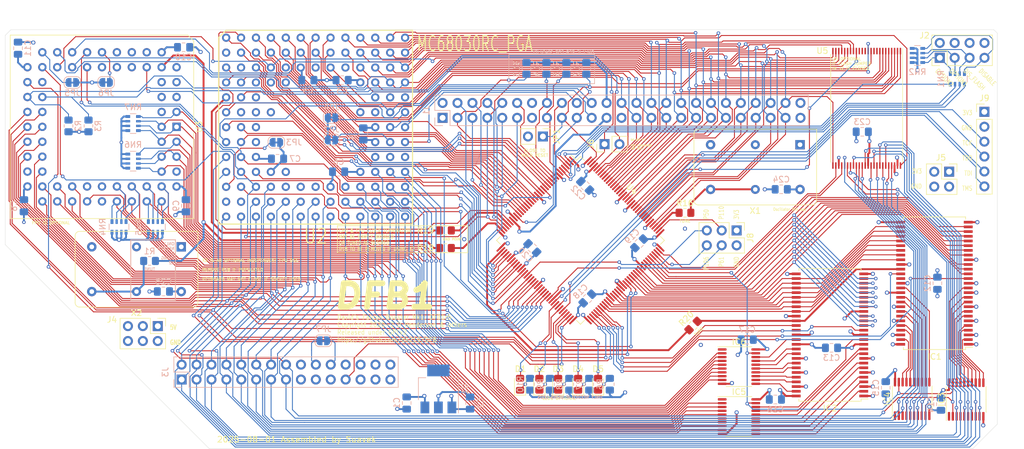
<source format=kicad_pcb>
(kicad_pcb (version 20240108) (generator "pcbnew") (generator_version "8.0")
  (title_block (title "David's Falcon Booster 1") (date "2022-01-15") (rev "5") (company "D Henderson") (comment 1 "Copyright 2022 D Henderson") (comment 2 "Released under the terms of the GPLv2"))
  (layers (0 "F.Cu" signal) (1 "In1.Cu" power) (2 "In2.Cu" power) (31 "B.Cu" signal) (34 "B.Paste" user) (35 "F.Paste" user) (36 "B.SilkS" user "B.Silkscreen") (37 "F.SilkS" user "F.Silkscreen") (38 "B.Mask" user) (39 "F.Mask" user) (44 "Edge.Cuts" user))
  (net 0 "")
  (net 1 "VCC")
  (net 2 "/~{EXPD}")
  (net 3 "/~{IACK}")
  (net 4 "A1")
  (net 5 "A2")
  (net 6 "A3")
  (net 7 "A4")
  (net 8 "A5")
  (net 9 "A6")
  (net 10 "A7")
  (net 11 "A8")
  (net 12 "A9")
  (net 13 "A10")
  (net 14 "A11")
  (net 15 "A12")
  (net 16 "A13")
  (net 17 "A14")
  (net 18 "A15")
  (net 19 "A16")
  (net 20 "A17")
  (net 21 "A18")
  (net 22 "A19")
  (net 23 "A20")
  (net 24 "A21")
  (net 25 "A22")
  (net 26 "A23")
  (net 27 "~{XBGK}")
  (net 28 "~{XAS}")
  (net 29 "~{LDS}")
  (net 30 "~{UDS}")
  (net 31 "XR~{W}")
  (net 32 "~{XDTACK}")
  (net 33 "FC2")
  (net 34 "FC1")
  (net 35 "FC0")
  (net 36 "BMODE")
  (net 37 "~{XBR}")
  (net 38 "~{RST}")
  (net 39 "~{XHALT}")
  (net 40 "~{BERR}")
  (net 41 "~{IPL0}")
  (net 42 "~{IPL1}")
  (net 43 "~{IPL2}")
  (net 44 "XCPUCLK")
  (net 45 "/~{XINT3}")
  (net 46 "/~{MFP_IEI}")
  (net 47 "/~{MFP_INT}")
  (net 48 "/~{XINT1}")
  (net 49 "D23")
  (net 50 "D22")
  (net 51 "D21")
  (net 52 "D20")
  (net 53 "D19")
  (net 54 "D18")
  (net 55 "D17")
  (net 56 "D16")
  (net 57 "D31")
  (net 58 "D30")
  (net 59 "D29")
  (net 60 "D28")
  (net 61 "D27")
  (net 62 "D26")
  (net 63 "D25")
  (net 64 "D24")
  (net 65 "~{XBG}")
  (net 66 "VCC3")
  (net 67 "/CPLD/LED1")
  (net 68 "Net-(D1-Pad1)")
  (net 69 "/CPLD/LED2")
  (net 70 "Net-(D2-Pad1)")
  (net 71 "/CPLD/LED3")
  (net 72 "Net-(D3-Pad1)")
  (net 73 "/CPLD/LED4")
  (net 74 "Net-(D4-Pad1)")
  (net 75 "/CPLD/LED5")
  (net 76 "Net-(D5-Pad1)")
  (net 77 "MD15")
  (net 78 "MD14")
  (net 79 "MD13")
  (net 80 "MD12")
  (net 81 "MD11")
  (net 82 "MD10")
  (net 83 "MD9")
  (net 84 "MD8")
  (net 85 "Net-(IC1-Pad40)")
  (net 86 "DQM1")
  (net 87 "MA12")
  (net 88 "MA11")
  (net 89 "MA9")
  (net 90 "MA8")
  (net 91 "MA7")
  (net 92 "MA6")
  (net 93 "MA5")
  (net 94 "MA4")
  (net 95 "MA3")
  (net 96 "MA2")
  (net 97 "MA1")
  (net 98 "MA0")
  (net 99 "MA10")
  (net 100 "BA1")
  (net 101 "BA0")
  (net 102 "~{RAS}")
  (net 103 "~{CAS}")
  (net 104 "DQM0")
  (net 105 "MD7")
  (net 106 "MD6")
  (net 107 "MD5")
  (net 108 "MD4")
  (net 109 "MD3")
  (net 110 "MD2")
  (net 111 "MD1")
  (net 112 "MD0")
  (net 113 "MD31")
  (net 114 "MD30")
  (net 115 "MD29")
  (net 116 "MD28")
  (net 117 "MD27")
  (net 118 "MD26")
  (net 119 "MD25")
  (net 120 "MD24")
  (net 121 "Net-(IC2-Pad40)")
  (net 122 "DQM3")
  (net 123 "DQM2")
  (net 124 "MD23")
  (net 125 "MD22")
  (net 126 "MD21")
  (net 127 "MD20")
  (net 128 "MD19")
  (net 129 "MD18")
  (net 130 "MD17")
  (net 131 "MD16")
  (net 132 "~{BOE}")
  (net 133 "D0")
  (net 134 "D1")
  (net 135 "D2")
  (net 136 "D3")
  (net 137 "D4")
  (net 138 "D5")
  (net 139 "D6")
  (net 140 "D7")
  (net 141 "Net-(IC3-Pad1)")
  (net 142 "D15")
  (net 143 "D14")
  (net 144 "D13")
  (net 145 "D12")
  (net 146 "D11")
  (net 147 "D10")
  (net 148 "D9")
  (net 149 "D8")
  (net 150 "Net-(IC4-Pad1)")
  (net 151 "Net-(IC5-Pad1)")
  (net 152 "Net-(IC6-Pad1)")
  (net 153 "CPUCLK")
  (net 154 "A0")
  (net 155 "A31")
  (net 156 "A30")
  (net 157 "A29")
  (net 158 "A28")
  (net 159 "A27")
  (net 160 "A26")
  (net 161 "A25")
  (net 162 "A24")
  (net 163 "~{CBREQ}")
  (net 164 "~{CBACK}")
  (net 165 "SIZ1")
  (net 166 "SIZ0")
  (net 167 "~{AS}")
  (net 168 "~{DS}")
  (net 169 "~{HLT}")
  (net 170 "~{DSACK0}")
  (net 171 "~{DSACK1}")
  (net 172 "~{AVEC}")
  (net 173 "~{BGK}")
  (net 174 "~{BR}")
  (net 175 "~{BG}")
  (net 176 "/CPLD/TDI")
  (net 177 "/CPLD/TMS")
  (net 178 "/CPLD/TDO")
  (net 179 "/CPLD/TCK")
  (net 180 "/68030/CDIS")
  (net 181 "/68030/MMUDIS")
  (net 182 "~{ROMOE}")
  (net 183 "Net-(X1-Pad1)")
  (net 184 "~{ROMCE}")
  (net 185 "~{FPUCS}")
  (net 186 "/68030/FPUSIZE")
  (net 187 "FPUCLK")
  (net 188 "GND")
  (net 189 "OPTION")
  (net 190 "ENABLE")
  (net 191 "EN_ALTRAM")
  (net 192 "Net-(U3-Pad15)")
  (net 193 "Net-(U3-Pad4)")
  (net 194 "CLKOSC")
  (net 195 "/68030/CIIN")
  (net 196 "/ENABLE_J")
  (net 197 "/EN_ALTRAM_J")
  (net 198 "/EN_FLASH_J")
  (net 199 "/OPTION_J")
  (net 200 "EN_FLASH")
  (net 201 "Net-(J1-Pad50)")
  (net 202 "Net-(J1-Pad13)")
  (net 203 "Net-(J3-Pad24)")
  (net 204 "Net-(U2-PadM1)")
  (net 205 "Net-(U2-PadM2)")
  (net 206 "Net-(U2-PadD3)")
  (net 207 "Net-(U2-PadC2)")
  (net 208 "Net-(U2-PadB1)")
  (net 209 "Net-(U2-PadJ12)")
  (net 210 "Net-(U2-PadJ13)")
  (net 211 "Net-(U2-PadE12)")
  (net 212 "Net-(U2-PadE13)")
  (net 213 "Net-(U2-PadD5)")
  (net 214 "Net-(U2-PadK5)")
  (net 215 "Net-(U2-PadF4)")
  (net 216 "Net-(U2-PadF10)")
  (net 217 "Net-(U5-Pad15)")
  (net 218 "Net-(U5-Pad14)")
  (net 219 "Net-(U5-Pad13)")
  (net 220 "Net-(U5-Pad10)")
  (net 221 "Net-(U5-Pad9)")
  (net 222 "/CPLD/P61")
  (net 223 "/CPLD/P110")
  (net 224 "/CPLD/P106")
  (net 225 "~{RAMWE}")
  (net 226 "KHZ500")
  (net 227 "RAMCLK")
  (net 228 "/CPLD/P50")
  (net 229 "ROM_A19")
  (net 230 "Net-(R16-Pad2)")
  (net 231 "/68030/FPU_A0")
  (net 232 "Net-(R18-Pad1)")
  (net 233 "Net-(R19-Pad1)")
  (net 234 "Net-(R20-Pad1)")
  (net 235 "Net-(R1-Pad2)")
  (net 236 "Net-(X2-Pad1)")
  (net 237 "~{FPUDSACK0}")
  (net 238 "~{FPUDSACK1}")
  (net 239 "~{STERM}")
  (net 240 "/CPUBGI")
  (net 241 "/CPUBGO")
  (footprint "LED_SMD:LED_0805_2012Metric_Pad1.15x1.40mm_HandSolder" (layer "F.Cu") (at 138.716 105 90)
    (property "Reference" "D1")
    (property "Value" "LED")
  )
  (footprint "LED_SMD:LED_0805_2012Metric_Pad1.15x1.40mm_HandSolder" (layer "F.Cu") (at 145.2 105 90)
    (property "Reference" "D3")
    (property "Value" "LED")
  )
  (footprint "LED_SMD:LED_0805_2012Metric_Pad1.15x1.40mm_HandSolder" (layer "F.Cu") (at 148.6 105 90)
    (property "Reference" "D4")
    (property "Value" "LED")
  )
  (footprint "Connector_PinHeader_2.54mm:PinHeader_2x03_P2.54mm_Vertical" (layer "F.Cu") (at 77 95.1 -90)
    (property "Reference" "J4")
    (property "Value" "Conn_02x03_Odd_Even")
  )
  (footprint "david:Oscillator_DIP-14-DUAL" (layer "F.Cu") (at 186.4 64.2 180)
    (property "Reference" "X1")
    (property "Value" "CXO_DIP14_DIP8_DUAL")
  )
  (footprint "Package_SO:TSSOP-20_4.4x6.5mm_P0.65mm" (layer "F.Cu") (at 205.5 107.5 90)
    (property "Reference" "IC4")
    (property "Value" "SN74CB3T3245PW")
  )
  (footprint "MC68030:MC68030RC_PGA" (layer "F.Cu") (at 103.886 61.214 180)
    (property "Reference" "U2")
    (property "Value" "MC68030RC_PGA")
  )
  (footprint "Package_LCC:PLCC-68_THT-Socket" (layer "F.Cu") (at 80.2 61.16 -90)
    (property "Reference" "U3")
    (property "Value" "MC68882")
  )
  (footprint "Package_SO:TSSOP-20_4.4x6.5mm_P0.65mm" (layer "F.Cu") (at 176 102)
    (property "Reference" "IC6")
    (property "Value" "SN74CB3T3245PW")
  )
  (footprint "Package_SO:TSSOP-20_4.4x6.5mm_P0.65mm" (layer "F.Cu") (at 214.7 107.6 90)
    (property "Reference" "IC3")
    (property "Value" "SN74CB3T3245PW")
  )
  (footprint "Package_SO:TSOP-II-54_22.2x10.16mm_P0.8mm" (layer "F.Cu") (at 209.3 87.8 180)
    (property "Reference" "IC1")
    (property "Value" "IS42S16320D-7TL")
  )
  (footprint "Package_SO:TSOP-II-54_22.2x10.16mm_P0.8mm" (layer "F.Cu") (at 191.5 96.6 180)
    (property "Reference" "IC2")
    (property "Value" "IS42S16320D-7TL")
  )
  (footprint "Package_SO:TSSOP-20_4.4x6.5mm_P0.65mm" (layer "F.Cu") (at 176 110.5)
    (property "Reference" "IC5")
    (property "Value" "SN74CB3T3245PW")
  )
  (footprint "Package_SO:TSOP-I-48_18.4x12mm_P0.5mm" (layer "F.Cu") (at 197.75 58 -90)
    (property "Reference" "U5")
    (property "Value" "29F800C-TSOP-48")
  )
  (footprint "Connector_PinHeader_2.54mm:PinHeader_1x06_P2.54mm_Vertical" (layer "F.Cu") (at 217.8 58.6)
    (property "Reference" "J9")
    (property "Value" "Conn_01x06_Male")
  )
  (footprint "Connector_PinHeader_2.54mm:PinHeader_2x03_P2.54mm_Vertical" (layer "F.Cu") (at 175.6 78.8 -90)
    (property "Reference" "J8")
    (property "Value" "Conn_02x03_Odd_Even")
  )
  (footprint "LED_SMD:LED_0805_2012Metric_Pad1.15x1.40mm_HandSolder" (layer "F.Cu") (at 142.000001 105 90)
    (property "Reference" "D2")
    (property "Value" "LED")
  )
  (footprint "Connector_PinHeader_2.54mm:PinHeader_2x02_P2.54mm_Vertical" (layer "F.Cu") (at 211.8 68.8 -90)
    (property "Reference" "J5")
    (property "Value" "Conn_02x02_Odd_Even")
  )
  (footprint "LED_SMD:LED_0805_2012Metric_Pad1.15x1.40mm_HandSolder" (layer "F.Cu") (at 152 105 90)
    (property "Reference" "D5")
    (property "Value" "LED")
  )
  (footprint "Connector_PinHeader_2.54mm:PinHeader_2x04_P2.54mm_Vertical" (layer "F.Cu") (at 210.2 49.4 90)
    (property "Reference" "J2")
    (property "Value" "Conn_02x04_Odd_Even")
  )
  (footprint "Resistor_SMD:R_0805_2012Metric_Pad1.20x1.40mm_HandSolder" (layer "F.Cu") (at 166.8 75.8)
    (property "Reference" "R16")
    (property "Value" "33R NOMINAL")
  )
  (footprint "Resistor_SMD:R_0805_2012Metric_Pad1.20x1.40mm_HandSolder" (layer "F.Cu") (at 168.2 95 45)
    (property "Reference" "R20")
    (property "Value" "33R NOMINAL")
  )
  (footprint "Resistor_SMD:R_0805_2012Metric_Pad1.20x1.40mm_HandSolder" (layer "F.Cu") (at 126 78.8 180)
    (property "Reference" "R19")
    (property "Value" "33R NOMINAL")
  )
  (footprint "david:Oscillator_DIP-14-DUAL" (layer "F.Cu") (at 81 81.6 180)
    (property "Reference" "X2")
    (property "Value" "CXO_DIP14_DIP8_DUAL")
  )
  (footprint "Package_QFP:TQFP-144_20x20mm_P0.5mm" (layer "F.Cu") (at 149 80.5 -45)
    (property "Reference" "U4")
    (property "Value" "XC95288XL-10TQG144I")
  )
  (footprint "Resistor_SMD:R_0805_2012Metric_Pad1.20x1.40mm_HandSolder" (layer "F.Cu") (at 126 81.8 180)
    (property "Reference" "R18")
    (property "Value" "33R NOMINAL")
  )
  (footprint "Connector_PinHeader_2.54mm:PinHeader_1x02_P2.54mm_Vertical" (layer "F.Cu") (at 142.6 62.8 -90)
    (property "Reference" "JP1")
    (property "Value" "Jumper_NO_Small")
  )
  (footprint "Connector_PinHeader_2.54mm:PinHeader_1x02_P2.54mm_Vertical" (layer "F.Cu") (at 153.1 64.1 90)
    (property "Reference" "J6")
    (property "Value" "Conn_01x02_Female")
  )
  (footprint "Connector_PinSocket_2.54mm:PinSocket_2x15_P2.54mm_Vertical" (layer "B.Cu") (at 81.066 104.202 -90)
    (property "Reference" "J3")
    (property "Value" "Conn_01x30")
  )
  (footprint "Capacitor_SMD:C_0805_2012Metric_Pad1.18x1.45mm_HandSolder" (layer "B.Cu") (at 108.4 53.2 180)
    (property "Reference" "C3")
    (property "Value" "10u")
  )
  (footprint "Capacitor_SMD:C_0805_2012Metric_Pad1.18x1.45mm_HandSolder" (layer "B.Cu") (at 102.5625 53.2)
    (property "Reference" "C4")
    (property "Value" "100n")
  )
  (footprint "Capacitor_SMD:C_0805_2012Metric_Pad1.18x1.45mm_HandSolder" (layer "B.Cu") (at 112 62.3625 90)
    (property "Reference" "C5")
    (property "Value" "330p")
  )
  (footprint "Capacitor_SMD:C_0805_2012Metric_Pad1.18x1.45mm_HandSolder" (layer "B.Cu") (at 107.8 68.8 180)
    (property "Reference" "C6")
    (property "Value" "100n")
  )
  (footprint "Capacitor_SMD:C_0805_2012Metric_Pad1.18x1.45mm_HandSolder" (layer "B.Cu") (at 97.4 66.6 180)
    (property "Reference" "C7")
    (property "Value" "100n")
  )
  (footprint "Capacitor_SMD:C_0805_2012Metric_Pad1.18x1.45mm_HandSolder" (layer "B.Cu") (at 150.2 90.4 -135)
    (property "Reference" "C18")
    (property "Value" "100n")
  )
  (footprint "Capacitor_SMD:C_0805_2012Metric_Pad1.18x1.45mm_HandSolder" (layer "B.Cu") (at 159 81 -135)
    (property "Reference" "C19")
    (property "Value" "10u")
  )
  (footprint "Capacitor_SMD:C_0805_2012Metric_Pad1.18x1.45mm_HandSolder" (layer "B.Cu") (at 140.8 81.8 -45)
    (property "Reference" "C20")
    (property "Value" "100n")
  )
  (footprint "Capacitor_SMD:C_0805_2012Metric_Pad1.18x1.45mm_HandSolder" (layer "B.Cu") (at 209.8 87.8 -90)
    (property "Reference" "C12")
    (property "Value" "100n")
  )
  (footprint "Capacitor_SMD:C_0805_2012Metric_Pad1.18x1.45mm_HandSolder" (layer "B.Cu") (at 191.7625 98.8)
    (property "Reference" "C13")
    (property "Value" "100n")
  )
  (footprint "Capacitor_SMD:C_0805_2012Metric_Pad1.18x1.45mm_HandSolder" (layer "B.Cu") (at 210.4 108.4 -90)
    (property "Reference" "C14")
    (property "Value" "100n")
  )
  (footprint "Capacitor_SMD:C_0805_2012Metric_Pad1.18x1.45mm_HandSolder" (layer "B.Cu") (at 201 105.6 -90)
    (property "Reference" "C15")
    (property "Value" "100n")
  )
  (footprint "Capacitor_SMD:C_0805_2012Metric_Pad1.18x1.45mm_HandSolder" (layer "B.Cu") (at 182.2 107.6)
    (property "Reference" "C16")
    (property "Value" "100n")
  )
  (footprint "Capacitor_SMD:C_0805_2012Metric_Pad1.18x1.45mm_HandSolder" (layer "B.Cu") (at 177.4 97.4 180)
    (property "Reference" "C17")
    (property "Value" "100n")
  )
  (footprint "Capacitor_SMD:C_0805_2012Metric_Pad1.18x1.45mm_HandSolder" (layer "B.Cu") (at 197 62 180)
    (property "Reference" "C23")
    (property "Value" "100n")
  )
  (footprint "Resistor_SMD:R_0805_2012Metric_Pad1.20x1.40mm_HandSolder" (layer "B.Cu") (at 140.4 105 -90)
    (property "Reference" "R10")
    (property "Value" "1k")
  )
  (footprint "Resistor_SMD:R_0805_2012Metric_Pad1.20x1.40mm_HandSolder" (layer "B.Cu") (at 143.8 105 -90)
    (property "Reference" "R9")
    (property "Value" "1k")
  )
  (footprint "Resistor_SMD:R_0805_2012Metric_Pad1.20x1.40mm_HandSolder" (layer "B.Cu") (at 147.1 105 -90)
    (property "Reference" "R8")
    (property "Value" "1k")
  )
  (footprint "Resistor_SMD:R_0805_2012Metric_Pad1.20x1.40mm_HandSolder" (layer "B.Cu") (at 150.5 105 -90)
    (property "Reference" "R7")
    (property "Value" "1k")
  )
  (footprint "Resistor_SMD:R_0805_2012Metric_Pad1.20x1.40mm_HandSolder" (layer "B.Cu") (at 154 105 -90)
    (property "Reference" "R6")
    (property "Value" "1k")
  )
  (footprint "Connector_PinSocket_2.54mm:PinSocket_2x25_P2.54mm_Vertical" (layer "B.Cu") (at 125.516 59.625 -90)
    (property "Reference" "J1")
    (property "Value" "Conn_01x50")
  )
  (footprint "Package_TO_SOT_SMD:SOT-223" (layer "B.Cu") (at 124.8 105.8 90)
    (property "Reference" "U1")
    (property "Value" "LM1117-3.3")
  )
  (footprint "Capacitor_SMD:C_0805_2012Metric_Pad1.18x1.45mm_HandSolder" (layer "B.Cu") (at 119.4 108.2 -90)
    (property "Reference" "C1")
    (property "Value" "10u")
  )
  (footprint "Capacitor_SMD:C_0805_2012Metric_Pad1.18x1.45mm_HandSolder" (layer "B.Cu") (at 130.2 108.2 -90)
    (property "Reference" "C2")
    (property "Value" "100n")
  )
  (footprint "Capacitor_SMD:C_0805_2012Metric_Pad1.18x1.45mm_HandSolder" (layer "B.Cu") (at 149.8 71.2 -45)
    (property "Reference" "C22")
    (property "Value" "10u")
  )
  (footprint "Capacitor_SMD:C_0805_2012Metric_Pad1.18x1.45mm_HandSolder" (layer "B.Cu") (at 81.8 74.6 -90)
    (property "Reference" "C9")
    (property "Value" "100n")
  )
  (footprint "Capacitor_SMD:C_0805_2012Metric_Pad1.18x1.45mm_HandSolder" (layer "B.Cu") (at 81.4 47.6)
    (property "Reference" "C10")
    (property "Value" "10u")
  )
  (footprint "Capacitor_SMD:C_0805_2012Metric_Pad1.18x1.45mm_HandSolder" (layer "B.Cu") (at 53.2 47.7625 90)
    (property "Reference" "C11")
    (property "Value" "100n")
  )
  (footprint "Capacitor_SMD:C_0805_2012Metric_Pad1.18x1.45mm_HandSolder" (layer "B.Cu") (at 183.2 71.8 180)
    (property "Reference" "C24")
    (property "Value" "100n")
  )
  (footprint "Capacitor_SMD:C_0805_2012Metric_Pad1.18x1.45mm_HandSolder" (layer "B.Cu") (at 54.2 74.6 -90)
    (property "Reference" "C8")
    (property "Value" "100n")
  )
  (footprint "Resistor_SMD:R_Array_Convex_4x0603" (layer "B.Cu") (at 206.4 49)
    (property "Reference" "RN2")
    (property "Value" "10K")
  )
  (footprint "Resistor_SMD:R_Array_Convex_4x0603" (layer "B.Cu") (at 213.2 53 -90)
    (property "Reference" "RN1")
    (property "Value" "10K")
  )
  (footprint "Resistor_SMD:R_Array_Convex_4x0603" (layer "B.Cu") (at 70.4 78.2 -90)
    (property "Reference" "RN4")
    (property "Value" "10K")
  )
  (footprint "Resistor_SMD:R_Array_Convex_4x0603" (layer "B.Cu") (at 76.6 78.2 -90)
    (property "Reference" "RN5")
    (property "Value" "10K")
  )
  (footprint "Resistor_SMD:R_Array_Convex_4x0603" (layer "B.Cu") (at 72.8 67 180)
    (property "Reference" "RN6")
    (property "Value" "10K")
  )
  (footprint "Resistor_SMD:R_Array_Convex_4x0603" (layer "B.Cu") (at 72.8 60.6 180)
    (property "Reference" "RN7")
    (property "Value" "10K")
  )
  (footprint "Resistor_SMD:R_0805_2012Metric_Pad1.20x1.40mm_HandSolder" (layer "B.Cu") (at 150 51.2 -90)
    (property "Reference" "R12")
    (property "Value" "4k7 OPTION")
  )
  (footprint "Resistor_SMD:R_0805_2012Metric_Pad1.20x1.40mm_HandSolder" (layer "B.Cu") (at 139.8 51.2 -90)
    (property "Reference" "R13")
    (property "Value" "10k OPTION")
  )
  (footprint "Resistor_SMD:R_0805_2012Metric_Pad1.20x1.40mm_HandSolder" (layer "B.Cu") (at 143.2 51.2 -90)
    (property "Reference" "R14")
    (property "Value" "10k OPTION")
  )
  (footprint "Resistor_SMD:R_0805_2012Metric_Pad1.20x1.40mm_HandSolder" (layer "B.Cu") (at 146.6 51.2 -90)
    (property "Reference" "R15")
    (property "Value" "10k OPTION")
  )
  (footprint "Capacitor_SMD:C_0805_2012Metric_Pad1.18x1.45mm_HandSolder" (layer "B.Cu") (at 77.9625 89.2 180)
    (property "Reference" "C25")
    (property "Value" "100n")
  )
  (footprint "Resistor_SMD:R_0805_2012Metric_Pad1.20x1.40mm_HandSolder" (layer "B.Cu") (at 75.6 84 180)
    (property "Reference" "R1")
    (property "Value" "33R NOMINAL")
  )
  (footprint "Resistor_SMD:R_0805_2012Metric_Pad1.20x1.40mm_HandSolder" (layer "B.Cu") (at 61.8 61 90)
    (property "Reference" "R2")
    (property "Value" "2k2")
  )
  (footprint "Resistor_SMD:R_0805_2012Metric_Pad1.20x1.40mm_HandSolder" (layer "B.Cu") (at 65.2 61 90)
    (property "Reference" "R3")
    (property "Value" "2k2")
  )
  (footprint "Jumper:SolderJumper-2_P1.3mm_Bridged_RoundedPad1.0x1.5mm_DAVID" (layer "B.Cu") (at 97.2 63.8)
    (property "Reference" "JP3")
    (property "Value" "Jumper_NC_Small")
  )
  (footprint "Jumper:SolderJumper-2_P1.3mm_Bridged_RoundedPad1.0x1.5mm_DAVID" (layer "B.Cu") (at 106.6 59.6 180)
    (property "Reference" "JP4")
    (property "Value" "Jumper_NC_Small")
  )
  (footprint "Jumper:SolderJumper-2_P1.3mm_Bridged_RoundedPad1.0x1.5mm_DAVID" (layer "B.Cu") (at 62.449999 53.6)
    (property "Reference" "JP5")
    (property "Value" "Jumper_NC_Small")
  )
  (footprint "Jumper:SolderJumper-2_P1.3mm_Bridged_RoundedPad1.0x1.5mm_DAVID" (layer "B.Cu") (at 68.2 53.6 180)
    (property "Reference" "JP6")
    (property "Value" "Jumper_NC_Small")
  )
  (footprint "Jumper:SolderJumper-2_P1.3mm_Bridged_RoundedPad1.0x1.5mm_DAVID" (layer "B.Cu") (at 106.6 63.4 180)
    (property "Reference" "JP2")
    (property "Value" "Jumper_NC_Small")
  )
  (footprint "Jumper:SolderJumper-2_P1.3mm_Bridged_RoundedPad1.0x1.5mm_DAVID" (layer "B.Cu") (at 105.2 97.6)
    (property "Reference" "JP7")
    (property "Value" "Jumper_NC_Small")
  )
  (gr_line (start 151.4 53.8) (end 151.4 48.8) (stroke (width 0.12)) (layer "B.SilkS"))
  (gr_line (start 136.8 53.8) (end 151.4 53.8) (stroke (width 0.12)) (layer "B.SilkS"))
  (gr_line (start 80 80.4) (end 80 90.7) (stroke (width 0.15)) (layer "B.SilkS"))
  (gr_line (start 151.4 48.8) (end 136.8 48.8) (stroke (width 0.12)) (layer "B.SilkS"))
  (gr_line (start 72.4 90.7) (end 72.4 80.4) (stroke (width 0.15)) (layer "B.SilkS"))
  (gr_line (start 136.8 48.8) (end 136.8 53.8) (stroke (width 0.12)) (layer "B.SilkS"))
  (gr_line (start 72.4 80.4) (end 80 80.4) (stroke (width 0.15)) (layer "B.SilkS"))
  (gr_line (start 80 90.7) (end 72.4 90.7) (stroke (width 0.15)) (layer "B.SilkS"))
  (gr_line (start 107.6 82.6) (end 107.6 78) (stroke (width 0.12)) (layer "F.SilkS"))
  (gr_line (start 107.6 78) (end 129.8 78) (stroke (width 0.12)) (layer "F.SilkS"))
  (gr_line (start 129.8 82.6) (end 107.6 82.6) (stroke (width 0.12)) (layer "F.SilkS"))
  (gr_line (start 129.8 78) (end 129.8 82.6) (stroke (width 0.12)) (layer "F.SilkS"))
  (gr_line (start 51 81.2) (end 51 45.6) (stroke (width 0.05)) (layer "Edge.Cuts"))
  (gr_line (start 220 45.2) (end 220 111.8) (stroke (width 0.05)) (layer "Edge.Cuts"))
  (gr_line (start 52 44.6) (end 219.4 44.6) (stroke (width 0.05)) (layer "Edge.Cuts"))
  (gr_line (start 215.8 116) (end 85.8 116) (stroke (width 0.05)) (layer "Edge.Cuts"))
  (gr_line (start 51 45.6) (end 52 44.6) (stroke (width 0.05)) (layer "Edge.Cuts"))
  (gr_line (start 85.8 116) (end 51 81.2) (stroke (width 0.05)) (layer "Edge.Cuts"))
  (gr_line (start 215.8 116) (end 220 111.8) (stroke (width 0.05)) (layer "Edge.Cuts"))
  (gr_line (start 220 45.2) (end 219.4 44.6) (stroke (width 0.05)) (layer "Edge.Cuts"))
  (gr_text "TUNE" (at 75.6 85.4 0) (layer "B.SilkS") (effects (font (size 0.5 0.5) (thickness 0.1)) (justify mirror)))
  (gr_text "ONLY IF REQ FOR STABILITY" (at 151.4 48.4 0) (layer "B.SilkS") (effects (font (size 0.5 0.5) (thickness 0.1)) (justify left mirror)))
  (gr_text "ONLY NEEDED IF USING LEDS" (at 147.2 107.2 0) (layer "B.SilkS") (effects (font (size 0.5 0.5) (thickness 0.1)) (justify mirror)))
  (gr_text "ONLY\nNEEDED\nIF\nUSING\nX2" (at 79.9 82.7 0) (layer "B.SilkS") (effects (font (size 0.5 0.5) (thickness 0.1)) (justify left mirror)))
  (gr_text "3V3\n\nGND\n\nTCK\n\nTDO\n\nTDI\n\nTMS" (at 215.8 65.2 0) (layer "F.SilkS") (effects (font (size 0.8 0.6) (thickness 0.1)) (justify right)))
  (gr_text "3V3\n\nGND" (at 207.2 70 0) (layer "F.SilkS") (effects (font (size 0.8 0.6) (thickness 0.1)) (justify right)))
  (gr_text "P50\n\nP110\n\n3V3" (at 173 77 90) (layer "F.SilkS") (effects (font (size 0.8 0.6) (thickness 0.1)) (justify left)))
  (gr_text "P106\n\nP61\n\nGND" (at 173 83.2 90) (layer "F.SilkS") (effects (font (size 0.8 0.6) (thickness 0.1)) (justify right)))
  (gr_text "OPTION1" (at 212 51.4 -45) (layer "F.SilkS") (effects (font (size 0.8 0.6) (thickness 0.1)) (justify left)))
  (gr_text "DISABLE" (at 217 51.4 -45) (layer "F.SilkS") (effects (font (size 0.8 0.6) (thickness 0.1)) (justify left)))
  (gr_text "DIS_FLASH" (at 214.4 51.4 -45) (layer "F.SilkS") (effects (font (size 0.8 0.6) (thickness 0.1)) (justify left)))
  (gr_text "TUNE" (at 169.2 96 45) (layer "F.SilkS") (effects (font (size 0.5 0.5) (thickness 0.1))))
  (gr_text "DO NOT FIT\n\nFOR EXPANSION\nUSE ONLY\n" (at 157.5 64.1 0) (layer "F.SilkS") (effects (font (size 0.3 0.3) (thickness 0.075)) (justify left)))
  (gr_text "LEDS OPTIONAL" (at 145.4 107.4 0) (layer "F.SilkS") (effects (font (size 0.5 0.5) (thickness 0.1))))
  (gr_text "X2 IS AN OPTIONAL INDEPENDENT FPU OSC\n\nREMOVE R18 IF POPULATED\n\nKEYBOARD MAY NOT CLOSE IF SOCKET USED\n" (at 84.5 85.5 0) (layer "F.SilkS") (effects (font (size 0.5 0.5) (thickness 0.1)) (justify left)))
  (gr_text "GND POINT" (at 127.2 80.3 0) (layer "F.SilkS") (effects (font (size 0.4 0.4) (thickness 0.1))))
  (gr_text "OPTION2" (at 209.6 51.4 -45) (layer "F.SilkS") (effects (font (size 0.8 0.6) (thickness 0.1)) (justify left)))
  (gr_text "FPU IS OPTIONAL" (at 55.5 77.5 0) (layer "F.SilkS") (effects (font (size 0.5 0.5) (thickness 0.1)) (justify left)))
  (gr_text "2025-08-01 Assembled by Suavek" (at 87 115 0) (layer "F.SilkS") (effects (font (size 1 1)) (justify left bottom)))
  (gr_text "U5 OPTIONAL\nIF FLASH JUMPER\nIN J2 IS CLOSED" (at 191.8 50.4 0) (layer "F.SilkS") (effects (font (size 0.5 0.5) (thickness 0.1)) (justify left)))
  (gr_text "TUNE" (at 166.8 77.2 0) (layer "F.SilkS") (effects (font (size 0.5 0.5) (thickness 0.1))))
  (gr_text "5V\n\nGND" (at 79 96.6 0) (layer "F.SilkS") (effects (font (size 0.8 0.6)) (justify left)))
  (gr_text "David’s Falcon Booster Mk1: DFB1r5\nCopyright 2020-2 D Henderson & others\nReleased under GPLv2\nhttps://github.com/dh219/DFB" (at 107.5 95.5 0) (layer "F.SilkS") (effects (font (size 0.8 0.7) (thickness 0.1)) (justify left)))
  (gr_text "Oscillator this way   —>" (at 185.6 75.2 0) (layer "F.SilkS") (effects (font (size 0.5 0.4) (thickness 0.075))))
  (gr_text "CLOSE TO\nHOLD RESET" (at 141.2 65.6 0) (layer "F.SilkS") (effects (font (size 0.5 0.5) (thickness 0.1))))
  (gr_text "DFB1" (at 106.5 90 0) (layer "F.SilkS") (effects (font (size 4 4.45) (thickness 1) (italic yes)) (justify left)))
  (gr_text "CPU & FPU CLOCK TERMINATION\nMAY BE SIMPLY BRIDGED\nOR TUNED AS DESIRED\nR18 TO BE REMOVED IF USING X2" (at 107.8 80.4 0) (layer "F.SilkS") (effects (font (size 0.65 0.5) (thickness 0.1)) (justify left)))
  (segment (start 203 66.468553) (end 202.921457 66.39001) (width 0.32) (layer "F.Cu") (net 1))
  (segment (start 198 65.777602) (end 198.220001 65.557601) (width 0.32) (layer "F.Cu") (net 1))
  (segment (start 198.220001 63.620001) (end 198.2 63.6) (width 0.32) (layer "F.Cu") (net 1))
  (segment (start 198 67.75) (end 198 65.777602) (width 0.32) (layer "F.Cu") (net 1))
  (segment (start 203 67.75) (end 203 66.468553) (width 0.32) (layer "F.Cu") (net 1))
  (segment (start 198.220001 65.557601) (end 198.220001 63.620001) (width 0.32) (layer "F.Cu") (net 1))
  (via (at 122.4 107) (size 0.7) (drill 0.4) (layers "F.Cu" "B.Cu") (net 1))
  (via (at 65.8 53.6) (size 0.7) (drill 0.4) (layers "F.Cu" "B.Cu") (net 1))
  (via (at 70.8 63.80001) (size 0.6) (drill 0.3) (layers "F.Cu" "B.Cu") (net 1))
  (via (at 198.2 63.6) (size 0.7) (drill 0.4) (layers "F.Cu" "B.Cu") (net 1))
  (via (at 107 61.4) (size 0.7) (drill 0.4) (layers "F.Cu" "B.Cu") (net 1))
  (via (at 202.921457 66.39001) (size 0.7) (drill 0.4) (layers "F.Cu" "B.Cu") (net 1))
  (via (at 63.6 62) (size 0.7) (drill 0.4) (layers "F.Cu" "B.Cu") (net 1))
  (via (at 70.4 80.4) (size 0.7) (drill 0.4) (layers "F.Cu" "B.Cu") (net 1))
  (segment (start 70.4 80.4) (end 71.2 80.4) (width 0.32) (layer "B.Cu") (net 1))
  (segment (start 63.6 62) (end 65.2 62) (width 0.32) (layer "B.Cu") (net 1))
  (segment (start 80.3625 47.6) (end 78.52 47.6) (width 0.32) (layer "B.Cu") (net 1))
  (segment (start 70.8 63) (end 70.8 63.80001) (width 0.32) (layer "B.Cu") (net 1))
  (segment (start 71.9 67.4) (end 70.8 67.4) (width 0.32) (layer "B.Cu") (net 1))
  (segment (start 122.2375 107.1625) (end 122.4 107) (width 0.32) (layer "B.Cu") (net 1))
  (segment (start 70.8 60.4) (end 70.8 61) (width 0.32) (layer "B.Cu") (net 1))
  (segment (start 198.2 63.6) (end 198.2 62.1625) (width 0.32) (layer "B.Cu") (net 1))
  (segment (start 101.525 51.233) (end 101.346 51.054) (width 0.32) (layer "B.Cu") (net 1))
  (segment (start 70.8 67.4) (end 70.8 67.8) (width 0.32) (layer "B.Cu") (net 1))
  (segment (start 53.2 50.2) (end 54 51) (width 0.32) (layer "B.Cu") (net 1))
  (segment (start 70.4 80.4) (end 75 80.4) (width 0.32) (layer "B.Cu") (net 1))
  (segment (start 77 80) (end 76.6 80.4) (width 0.32) (layer "B.Cu") (net 1))
  (segment (start 78.52 47.6) (end 77.66 48.46) (width 0.32) (layer "B.Cu") (net 1))
  (segment (start 71.9 68.2) (end 71.2 68.2) (width 0.32) (layer "B.Cu") (net 1))
  (segment (start 150 50.2) (end 151.6 50.2) (width 0.32) (layer "B.Cu") (net 1))
  (segment (start 105.95 61.45) (end 105.95 63.4) (width 0.32) (layer "B.Cu") (net 1))
  (segment (start 69.6 80.4) (end 70.4 80.4) (width 0.32) (layer "B.Cu") (net 1))
  (segment (start 70.8 79.1) (end 70.8 80) (width 0.32) (layer "B.Cu") (net 1))
  (segment (start 63.099999 53.6) (end 65.8 53.6) (width 0.32) (layer "B.Cu") (net 1))
  (segment (start 70.8 65.8) (end 70.8 63.80001) (width 0.32) (layer "B.Cu") (net 1))
  (segment (start 81.12 71.32) (end 81.8 72) (width 0.32) (layer "B.Cu") (net 1))
  (segment (start 76.2 80) (end 75.8 80.4) (width 0.32) (layer "B.Cu") (net 1))
  (segment (start 96.3625 68.7375) (end 96.266 68.834) (width 0.32) (layer "B.Cu") (net 1))
  (segment (start 70.4 80.4) (end 70.4 80.4) (width 0.32) (layer "B.Cu") (net 1))
  (segment (start 71.6 80) (end 71.6 79.1) (width 0.32) (layer "B.Cu") (net 1))
  (segment (start 70.8 66.6) (end 70.8 67.4) (width 0.32) (layer "B.Cu") (net 1))
  (segment (start 98.4375 65.4375) (end 98.4375 66.6) (width 0.32) (layer "B.Cu") (net 1))
  (segment (start 70 80) (end 70.4 80.4) (width 0.32) (layer "B.Cu") (net 1))
  (segment (start 79 89.2) (end 80.98 89.2) (width 0.32) (layer "B.Cu") (net 1))
  (segment (start 54 51) (end 54.8 51) (width 0.32) (layer "B.Cu") (net 1))
  (segment (start 101.525 53.2) (end 101.525 51.233) (width 0.32) (layer "B.Cu") (net 1))
  (segment (start 61.8 62) (end 63.6 62) (width 0.32) (layer "B.Cu") (net 1))
  (segment (start 71.2 61.8) (end 70.8 61.8) (width 0.32) (layer "B.Cu") (net 1))
  (segment (start 70.8 65.8) (end 70.8 66.6) (width 0.32) (layer "B.Cu") (net 1))
  (segment (start 143.2 50.2) (end 146.6 50.2) (width 0.32) (layer "B.Cu") (net 1))
  (segment (start 183.8 71.8) (end 183.82 71.82) (width 0.32) (layer "B.Cu") (net 1))
  (segment (start 71.9 60.2) (end 70.8 60.2) (width 0.32) (layer "B.Cu") (net 1))
  (segment (start 71.9 61.8) (end 71.2 61.8) (width 0.32) (layer "B.Cu") (net 1))
  (segment (start 111.112 53.2) (end 111.506 53.594) (width 0.32) (layer "B.Cu") (net 1))
  (segment (start 54.2 71.92) (end 54.8 71.32) (width 0.32) (layer "B.Cu") (net 1))
  (segment (start 71.9 66.6) (end 70.8 66.6) (width 0.32) (layer "B.Cu") (net 1))
  (segment (start 97.85 64.85) (end 98.4375 65.4375) (width 0.32) (layer "B.Cu") (net 1))
  (segment (start 71.2 80.4) (end 71.6 80) (width 0.32) (layer "B.Cu") (net 1))
  (segment (start 80.98 89.2) (end 81 89.22) (width 0.32) (layer "B.Cu") (net 1))
  (segment (start 71.9 59.4) (end 71.2 59.4) (width 0.32) (layer "B.Cu") (net 1))
  (segment (start 146.6 50.2) (end 150 50.2) (width 0.32) (layer "B.Cu") (net 1))
  (segment (start 75.4 80) (end 75 80.4) (width 0.32) (layer "B.Cu") (net 1))
  (segment (start 76.6 80.4) (end 77.4 80.4) (width 0.32) (layer "B.Cu") (net 1))
  (segment (start 151.6 50.2) (end 153.456 52.056) (width 0.32) (layer "B.Cu") (net 1))
  (segment (start 70.8 59.8) (end 70.8 60.4) (width 0.32) (layer "B.Cu") (net 1))
  (segment (start 77.8 80) (end 77.4 80.4) (width 0.32) (layer "B.Cu") (net 1))
  (segment (start 70 79.1) (end 70 80) (width 0.32) (layer "B.Cu") (net 1))
  (segment (start 98.4375 66.6) (end 98.4375 66.6625) (width 0.32) (layer "B.Cu") (net 1))
  (segment (start 97.85 63.8) (end 97.85 64.85) (width 0.32) (layer "B.Cu") (net 1))
  (segment (start 105.95 59.6) (end 105.95 61.45) (width 0.32) (layer "B.Cu") (net 1))
  (segment (start 98.4375 66.6625) (end 96.266 68.834) (width 0.32) (layer "B.Cu") (net 1))
  (segment (start 122.5 108.95) (end 122.5 107.1) (width 0.32) (layer "B.Cu") (net 1))
  (segment (start 80.2 71.32) (end 81.12 71.32) (width 0.32) (layer "B.Cu") (net 1))
  (segment (start 105.95 61.45) (end 106.95 61.45) (width 0.32) (layer "B.Cu") (net 1))
  (segment (start 106.95 61.45) (end 107 61.4) (width 0.32) (layer "B.Cu") (net 1))
  (segment (start 70.8 61) (end 70.8 61.8) (width 0.32) (layer "B.Cu") (net 1))
  (segment (start 75.8 80.4) (end 76.6 80.4) (width 0.32) (layer "B.Cu") (net 1))
  (segment (start 81.8 72) (end 81.8 73.5625) (width 0.32) (layer "B.Cu") (net 1))
  (segment (start 108.8715 68.834) (end 108.8375 68.8) (width 0.32) (layer "B.Cu") (net 1))
  (segment (start 119.4 107.1625) (end 122.2375 107.1625) (width 0.32) (layer "B.Cu") (net 1))
  (segment (start 71.9 61) (end 70.8 61) (width 0.32) (layer "B.Cu") (net 1))
  (segment (start 76.2 79.1) (end 76.2 80) (width 0.32) (layer "B.Cu") (net 1))
  (segment (start 53.2 48.8) (end 53.2 50.2) (width 0.32) (layer "B.Cu") (net 1))
  (segment (start 93.772 63.8) (end 93.726 63.754) (width 0.32) (layer "B.Cu") (net 1))
  (segment (start 71.9 65.8) (end 70.8 65.8) (width 0.32) (layer "B.Cu") (net 1))
  (segment (start 77 79.1) (end 77 80) (width 0.32) (layer "B.Cu") (net 1))
  (segment (start 77.8 79.1) (end 77.8 80) (width 0.32) (layer "B.Cu") (net 1))
  (segment (start 70.8 61.8) (end 70.8 63) (width 0.32) (layer "B.Cu") (net 1))
  (segment (start 109.4375 53.2) (end 111.112 53.2) (width 0.32) (layer "B.Cu") (net 1))
  (segment (start 70.8 80) (end 70.4 80.4) (width 0.32) (layer "B.Cu") (net 1))
  (segment (start 69.2 79.1) (end 69.2 80) (width 0.32) (layer "B.Cu") (net 1))
  (segment (start 139.8 50.2) (end 143.2 50.2) (width 0.32) (layer "B.Cu") (net 1))
  (segment (start 198.2 62.1625) (end 198.0375 62) (width 0.32) (layer "B.Cu") (net 1))
  (segment (start 71.2 59.4) (end 70.8 59.8) (width 0.32) (layer "B.Cu") (net 1))
  (segment (start 122.5 107.1) (end 122.4 107) (width 0.32) (layer "B.Cu") (net 1))
  (segment (start 113.692 63.4) (end 114.046 63.754) (width 0.32) (layer "B.Cu") (net 1))
  (segment (start 75 80.4) (end 75.8 80.4) (width 0.32) (layer "B.Cu") (net 1))
  (segment (start 75.4 79.1) (end 75.4 80) (width 0.32) (layer "B.Cu") (net 1))
  (segment (start 153.456 52.056) (end 153.456 57.085) (width 0.32) (layer "B.Cu") (net 1))
  (segment (start 112 63.4) (end 113.692 63.4) (width 0.32) (layer "B.Cu") (net 1))
  (segment (start 69.2 80) (end 69.6 80.4) (width 0.32) (layer "B.Cu") (net 1))
  (segment (start 67.55 53.6) (end 65.8 53.6) (width 0.32) (layer "B.Cu") (net 1))
  (segment (start 54.2 73.5625) (end 54.2 71.92) (width 0.32) (layer "B.Cu") (net 1))
  (segment (start 70.8 60.2) (end 70.8 60.4) (width 0.32) (layer "B.Cu") (net 1))
  (segment (start 184.2 71.82) (end 186.4 71.82) (width 0.32) (layer "B.Cu") (net 1))
  (segment (start 111.506 68.834) (end 108.8715 68.834) (width 0.32) (layer "B.Cu") (net 1))
  (segment (start 70.8 67.8) (end 71.2 68.2) (width 0.32) (layer "B.Cu") (net 1))
  (segment (start 185.026001 55.994999) (end 190.994999 55.994999) (width 0.16) (layer "F.Cu") (net 4))
  (segment (start 183.4 48.4) (end 182.8 47.8) (width 0.16) (layer "F.Cu") (net 4))
  (segment (start 63 45.8) (end 84.4 45.8) (width 0.16) (layer "F.Cu") (net 4))
  (segment (start 84.4 45.8) (end 86.400002 47.800002) (width 0.16) (layer "F.Cu") (net 4))
  (segment (start 181.081798 47.8) (end 180.321743 48.560056) (width 0.16) (layer "F.Cu") (net 4))
  (segment (start 161.312497 77.733445) (end 169.085909 69.960033) (width 0.16) (layer "F.Cu") (net 4))
  (segment (start 86.400002 47.800002) (end 86.400002 50) (width 0.16) (layer "F.Cu") (net 4))
  (segment (start 168.541531 49.840099) (end 168.301531 50.080099) (width 0.16) (layer "F.Cu") (net 4))
  (segment (start 168.301531 50.080099) (end 159.595476 50.080099) (width 0.16) (layer "F.Cu") (net 4))
  (segment (start 175.782255 48.560057) (end 174.502213 49.840099) (width 0.16) (layer "F.Cu") (net 4))
  (segment (start 61 49.88) (end 61 47.8) (width 0.16) (layer "F.Cu") (net 4))
  (segment (start 159.595476 50.080099) (end 158.955509 49.440132) (width 0.16) (layer "F.Cu") (net 4))
  (segment (start 59.88 51) (end 61 49.88) (width 0.16) (layer "F.Cu") (net 4))
  (segment (start 183.936 57.085) (end 185.026001 55.994999) (width 0.16) (layer "F.Cu") (net 4))
  (segment (start 182.8 47.8) (end 181.081798 47.8) (width 0.16) (layer "F.Cu") (net 4))
  (segment (start 158.955509 49.440132) (end 124.359868 49.440132) (width 0.16) (layer "F.Cu") (net 4))
  (segment (start 124.359868 49.440132) (end 123.8 50) (width 0.16) (layer "F.Cu") (net 4))
  (segment (start 175.89253 69.960033) (end 182.6 63.252563) (width 0.16) (layer "F.Cu") (net 4))
  (segment (start 169.085909 69.960033) (end 175.89253 69.960033) (width 0.16) (layer "F.Cu") (net 4))
  (segment (start 182.6 58.421) (end 183.936 57.085) (width 0.16) (layer "F.Cu") (net 4))
  (segment (start 61 47.8) (end 63 45.8) (width 0.16) (layer "F.Cu") (net 4))
  (segment (start 190.994999 55.994999) (end 192 57) (width 0.16) (layer "F.Cu") (net 4))
  (segment (start 182.6 63.252563) (end 182.6 58.421) (width 0.16) (layer "F.Cu") (net 4))
  (segment (start 192 57) (end 192 67.75) (width 0.16) (layer "F.Cu") (net 4))
  (segment (start 180.321743 48.560056) (end 175.782255 48.560057) (width 0.16) (layer "F.Cu") (net 4))
  (segment (start 174.502213 49.840099) (end 168.541531 49.840099) (width 0.16) (layer "F.Cu") (net 4))
  (via (at 183.4 48.4) (size 0.6) (drill 0.3) (layers "F.Cu" "B.Cu") (net 4))
  (via (at 123.8 50) (size 0.6) (drill 0.3) (layers "F.Cu" "B.Cu") (net 4))
  (via (at 86.400002 50) (size 0.6) (drill 0.3) (layers "F.Cu" "B.Cu") (net 4))
  (segment (start 183.936 48.936) (end 183.936 57.085) (width 0.16) (layer "B.Cu") (net 4))
  (segment (start 97.72 49.6) (end 123.4 49.6) (width 0.16) (layer "B.Cu") (net 4))
  (segment (start 123.4 49.6) (end 123.8 50) (width 0.16) (layer "B.Cu") (net 4))
  (segment (start 95.212 50) (end 86.400002 50) (width 0.16) (layer "B.Cu") (net 4))
  (segment (start 96.266 51.054) (end 97.72 49.6) (width 0.16) (layer "B.Cu") (net 4))
  (segment (start 183.4 48.4) (end 183.936 48.936) (width 0.16) (layer "B.Cu") (net 4))
  (segment (start 96.266 51.054) (end 95.212 50) (width 0.16) (layer "B.Cu") (net 4))
  (segment (start 183 49.4) (end 191.8 49.4) (width 0.16) (layer "F.Cu") (net 5))
  (segment (start 158.862815 49.8) (end 159.462924 50.400109) (width 0.16) (layer "F.Cu") (net 5))
  (segment (start 182.019929 48.880067) (end 182.499996 48.4) (width 0.16) (layer "F.Cu") (net 5))
  (segment (start 168.674082 50.16011) (end 174.634765 50.16011) (width 0.16) (layer "F.Cu") (net 5))
  (segment (start 168.434083 50.400109) (end 168.674082 50.16011) (width 0.16) (layer "F.Cu") (net 5))
  (segment (start 169.473004 70.280044) (end 176.079158 70.280044) (width 0.16) (layer "F.Cu") (net 5))
  (segment (start 192 49.2) (end 192 48.25) (width 0.16) (layer "F.Cu") (net 5))
  (segment (start 121.453437 53.594) (end 125.247437 49.8) (width 0.16) (layer "F.Cu") (net 5))
  (segment (start 182.499996 48.4) (end 182.499996 48.899996) (width 0.16) (layer "F.Cu") (net 5))
  (segment (start 183.936 62.423202) (end 183.936 60.827081) (width 0.16) (layer "F.Cu") (net 5))
  (segment (start 191.8 49.4) (end 192 49.2) (width 0.16) (layer "F.Cu") (net 5))
  (segment (start 182.499996 48.899996) (end 183 49.4) (width 0.16) (layer "F.Cu") (net 5))
  (segment (start 161.66605 78.086998) (end 169.473004 70.280044) (width 0.16) (layer "F.Cu") (net 5))
  (segment (start 119.126 53.594) (end 121.453437 53.594) (width 0.16) (layer "F.Cu") (net 5))
  (segment (start 125.247437 49.8) (end 158.862815 49.8) (width 0.16) (layer "F.Cu") (net 5))
  (segment (start 175.914808 48.880067) (end 182.019929 48.880067) (width 0.16) (layer "F.Cu") (net 5))
  (segment (start 183.936 60.827081) (end 183.936 59.625) (width 0.16) (layer "F.Cu") (net 5))
  (segment (start 174.634765 50.16011) (end 175.914808 48.880067) (width 0.16) (layer "F.Cu") (net 5))
  (segment (start 176.079158 70.280044) (end 183.936 62.423202) (width 0.16) (layer "F.Cu") (net 5))
  (segment (start 159.462924 50.400109) (end 168.434083 50.400109) (width 0.16) (layer "F.Cu") (net 5))
  (via (at 182.499996 48.4) (size 0.6) (drill 0.3) (layers "F.Cu" "B.Cu") (net 5))
  (segment (start 86.165373 52.655499) (end 83.558673 50.048799) (width 0.16) (layer "B.Cu") (net 5))
  (segment (start 61.2 49.78) (end 59.88 48.46) (width 0.16) (layer "B.Cu") (net 5))
  (segment (start 62.876577 51.951201) (end 61.551201 51.951201) (width 0.16) (layer "B.Cu") (net 5))
  (segment (start 64.503423 50.048799) (end 63.371201 51.181021) (width 0.16) (layer "B.Cu") (net 5))
  (segment (start 97.6 53.4) (end 96.855499 52.655499) (width 0.16) (layer "B.Cu") (net 5))
  (segment (start 61.551201 51.951201) (end 61.2 51.6) (width 0.16) (layer "B.Cu") (net 5))
  (segment (start 63.371201 51.456577) (end 62.876577 51.951201) (width 0.16) (layer "B.Cu") (net 5))
  (segment (start 83.558673 50.048799) (end 64.503423 50.048799) (width 0.16) (layer "B.Cu") (net 5))
  (segment (start 97.6 54.2) (end 97.6 53.4) (width 0.16) (layer "B.Cu") (net 5))
  (segment (start 119.126 53.594) (end 118.187499 54.532501) (width 0.16) (layer "B.Cu") (net 5))
  (segment (start 112.244542 54.852512) (end 110.922967 54.852512) (width 0.16) (layer "B.Cu") (net 5))
  (segment (start 110.922967 54.852512) (end 110.650445 54.579989) (width 0.16) (layer "B.Cu") (net 5))
  (segment (start 61.2 51.6) (end 61.2 49.78) (width 0.16) (layer "B.Cu") (net 5))
  (segment (start 112.564552 54.532501) (end 112.244542 54.852512) (width 0.16) (layer "B.Cu") (net 5))
  (segment (start 97.979989 54.579989) (end 97.6 54.2) (width 0.16) (layer "B.Cu") (net 5))
  (segment (start 183.936 59.625) (end 182.499996 58.188996) (width 0.16) (layer "B.Cu") (net 5))
  (segment (start 110.650445 54.579989) (end 97.979989 54.579989) (width 0.16) (layer "B.Cu") (net 5))
  (segment (start 63.371201 51.181021) (end 63.371201 51.456577) (width 0.16) (layer "B.Cu") (net 5))
  (segment (start 96.855499 52.655499) (end 86.165373 52.655499) (width 0.16) (layer "B.Cu") (net 5))
  (segment (start 118.187499 54.532501) (end 112.564552 54.532501) (width 0.16) (layer "B.Cu") (net 5))
  (segment (start 182.499996 58.188996) (end 182.499996 48.4) (width 0.16) (layer "B.Cu") (net 5))
  (segment (start 168.806635 50.480121) (end 174.767317 50.480121) (width 0.16) (layer "F.Cu") (net 6))
  (segment (start 192.5 49.5) (end 192.2 49.8) (width 0.16) (layer "F.Cu") (net 6))
  (segment (start 159.330372 50.72012) (end 168.566636 50.72012) (width 0.16) (layer "F.Cu") (net 6))
  (segment (start 180.2 58.281) (end 181.396 57.085) (width 0.16) (layer "F.Cu") (net 6))
  (segment (start 181.6 49.8) (end 181.4 49.6) (width 0.16) (layer "F.Cu") (net 6))
  (segment (start 117.524501 54.532501) (end 120.967499 54.532501) (width 0.16) (layer "F.Cu") (net 6))
  (segment (start 116.586 53.594) (end 117.524501 54.532501) (width 0.16) (layer "F.Cu") (net 6))
  (segment (start 192.5 48.25) (end 192.5 49.5) (width 0.16) (layer "F.Cu") (net 6))
  (segment (start 175.947437 49.300001) (end 181.100001 49.300001) (width 0.16) (layer "F.Cu") (net 6))
  (segment (start 174.767317 50.480121) (end 175.947437 49.300001) (width 0.16) (layer "F.Cu") (net 6))
  (segment (start 120.967499 54.532501) (end 125.379989 50.120011) (width 0.16) (layer "F.Cu") (net 6))
  (segment (start 180.2 60.8) (end 180.2 58.281) (width 0.16) (layer "F.Cu") (net 6))
  (segment (start 181.100001 49.300001) (end 181.4 49.6) (width 0.16) (layer "F.Cu") (net 6))
  (segment (start 192.2 49.8) (end 181.6 49.8) (width 0.16) (layer "F.Cu") (net 6))
  (segment (start 171.679989 69.320011) (end 180.2 60.8) (width 0.16) (layer "F.Cu") (net 6))
  (segment (start 168.566636 50.72012) (end 168.806635 50.480121) (width 0.16) (layer "F.Cu") (net 6))
  (segment (start 160.251837 76.672785) (end 167.604611 69.320011) (width 0.16) (layer "F.Cu") (net 6))
  (segment (start 167.604611 69.320011) (end 171.679989 69.320011) (width 0.16) (layer "F.Cu") (net 6))
  (segment (start 158.730264 50.120012) (end 159.330372 50.72012) (width 0.16) (layer "F.Cu") (net 6))
  (segment (start 125.379989 50.120011) (end 158.730264 50.120012) (width 0.16) (layer "F.Cu") (net 6))
  (via (at 181.4 49.6) (size 0.6) (drill 0.3) (layers "F.Cu" "B.Cu") (net 6))
  (segment (start 83.373639 49.411201) (end 64.008799 49.411201) (width 0.16) (layer "B.Cu") (net 6))
  (segment (start 116.586 53.594) (end 115.592 52.6) (width 0.16) (layer "B.Cu") (net 6))
  (segment (start 112.8 53.2) (end 112.8 53.844491) (width 0.16) (layer "B.Cu") (net 6))
  (segment (start 64.008799 49.411201) (end 62.42 51) (width 0.16) (layer "B.Cu") (net 6))
  (segment (start 115.592 52.6) (end 113.4 52.6) (width 0.16) (layer "B.Cu") (net 6))
  (segment (start 98.913493 52.312511) (end 86.274947 52.312511) (width 0.16) (layer "B.Cu") (net 6))
  (segment (start 181.396 57.085) (end 181.396 49.604) (width 0.16) (layer "B.Cu") (net 6))
  (segment (start 112.8 53.844491) (end 112.11199 54.532501) (width 0.16) (layer "B.Cu") (net 6))
  (segment (start 112.11199 54.532501) (end 111.055519 54.532501) (width 0.16) (layer "B.Cu") (net 6))
  (segment (start 100.86096 54.259978) (end 98.913493 52.312511) (width 0.16) (layer "B.Cu") (net 6))
  (segment (start 110.782996 54.259978) (end 100.86096 54.259978) (width 0.16) (layer "B.Cu") (net 6))
  (segment (start 113.4 52.6) (end 112.8 53.2) (width 0.16) (layer "B.Cu") (net 6))
  (segment (start 86.274947 52.312511) (end 83.373639 49.411201) (width 0.16) (layer "B.Cu") (net 6))
  (segment (start 111.055519 54.532501) (end 110.782996 54.259978) (width 0.16) (layer "B.Cu") (net 6))
  (segment (start 181.396 49.604) (end 181.4 49.6) (width 0.16) (layer "B.Cu") (net 6))
  (segment (start 181.396 60.827081) (end 181.396 59.625) (width 0.16) (layer "F.Cu") (net 7))
  (segment (start 177.075703 47.920034) (end 177.835704 47.160033) (width 0.16) (layer "F.Cu") (net 7))
  (segment (start 181.396 64.004) (end 181.396 60.827081) (width 0.16) (layer "F.Cu") (net 7))
  (segment (start 175.759978 69.640022) (end 181.396 64.004) (width 0.16) (layer "F.Cu") (net 7))
  (segment (start 122.226583 48.160088) (end 159.485717 48.160088) (width 0.16) (layer "F.Cu") (net 7))
  (segment (start 192.580032 50.219968) (end 180.95 50.219968) (width 0.16) (layer "F.Cu") (net 7))
  (segment (start 119.126 51.054) (end 119.332671 51.054) (width 0.16) (layer "F.Cu") (net 7))
  (segment (start 170.87559 47.920034) (end 177.075703 47.920034) (width 0.16) (layer "F.Cu") (net 7))
  (segment (start 193 48.25) (end 193 49.8) (width 0.16) (layer "F.Cu") (net 7))
  (segment (start 180.95 50.219968) (end 180.75 50.019968) (width 0.16) (layer "F.Cu") (net 7))
  (segment (start 193 49.8) (end 192.580032 50.219968) (width 0.16) (layer "F.Cu") (net 7))
  (segment (start 167.771323 48.800055) (end 168.011323 48.560055) (width 0.16) (layer "F.Cu") (net 7))
  (segment (start 168.011323 48.560055) (end 170.235569 48.560055) (width 0.16) (layer "F.Cu") (net 7))
  (segment (start 159.485717 48.160088) (end 160.125684 48.800055) (width 0.16) (layer "F.Cu") (net 7))
  (segment (start 180.030001 47.160033) (end 180.25 47.380032) (width 0.16) (layer "F.Cu") (net 7))
  (segment (start 160.125684 48.800055) (end 167.771323 48.800055) (width 0.16) (layer "F.Cu") (net 7))
  (segment (start 167.991706 69.640022) (end 175.759978 69.640022) (width 0.16) (layer "F.Cu") (net 7))
  (segment (start 177.835704 47.160033) (end 180.030001 47.160033) (width 0.16) (layer "F.Cu") (net 7))
  (segment (start 119.332671 51.054) (end 122.226583 48.160088) (width 0.16) (layer "F.Cu") (net 7))
  (segment (start 170.235569 48.560055) (end 170.87559 47.920034) (width 0.16) (layer "F.Cu") (net 7))
  (segment (start 160.60539 77.026338) (end 167.991706 69.640022) (width 0.16) (layer "F.Cu") (net 7))
  (via (at 180.75 50.019968) (size 0.6) (drill 0.3) (layers "F.Cu" "B.Cu") (net 7))
  (via (at 180.25 47.380032) (size 0.6) (drill 0.3) (layers "F.Cu" "B.Cu") (net 7))
  (segment (start 180.305999 50.888233) (end 180.75 50.444232) (width 0.16) (layer "B.Cu") (net 7))
  (segment (start 85.807499 48.607499) (end 85.807499 51.392501) (width 0.16) (layer "B.Cu") (net 7))
  (segment (start 86.407499 51.992501) (end 99.256481 51.992501) (width 0.16) (layer "B.Cu") (net 7))
  (segment (start 62.42 48.46) (end 64.68 46.2) (width 0.16) (layer "B.Cu") (net 7))
  (segment (start 180.25 47.380032) (end 180.75 47.880032) (width 0.16) (layer "B.Cu") (net 7))
  (segment (start 83.4 46.2) (end 85.807499 48.607499) (width 0.16) (layer "B.Cu") (net 7))
  (segment (start 181.396 59.625) (end 180.305999 58.534999) (width 0.16) (layer "B.Cu") (net 7))
  (segment (start 180.305999 58.534999) (end 180.305999 50.888233) (width 0.16) (layer "B.Cu") (net 7))
  (segment (start 85.807499 51.392501) (end 86.407499 51.992501) (width 0.16) (layer "B.Cu") (net 7))
  (segment (start 100 50.607499) (end 100.492 50.115499) (width 0.16) (layer "B.Cu") (net 7))
  (segment (start 100.492 50.115499) (end 118.187499 50.115499) (width 0.16) (layer "B.Cu") (net 7))
  (segment (start 64.68 46.2) (end 83.4 46.2) (width 0.16) (layer "B.Cu") (net 7))
  (segment (start 180.75 50.444232) (end 180.75 50.019968) (width 0.16) (layer "B.Cu") (net 7))
  (segment (start 118.187499 50.115499) (end 119.126 51.054) (width 0.16) (layer "B.Cu") (net 7))
  (segment (start 100 51.248982) (end 100 50.607499) (width 0.16) (layer "B.Cu") (net 7))
  (segment (start 180.75 47.880032) (end 180.75 50.019968) (width 0.16) (layer "B.Cu") (net 7))
  (segment (start 99.256481 51.992501) (end 100 51.248982) (width 0.16) (layer "B.Cu") (net 7))
  (segment (start 167.691432 67.111868) (end 172.079897 67.111868) (width 0.16) (layer "F.Cu") (net 8))
  (segment (start 179.299999 48.000042) (end 179 47.700043) (width 0.16) (layer "F.Cu") (net 8))
  (segment (start 177.406001 58.534999) (end 178.856 57.085) (width 0.16) (layer "F.Cu") (net 8))
  (segment (start 167.903875 49.120066) (end 168.143874 48.880066) (width 0.16) (layer "F.Cu") (net 8))
  (segment (start 193.5 48.25) (end 193.5 47.3) (width 0.16) (layer "F.Cu") (net 8))
  (segment (start 116.586 51.054) (end 117.524501 51.992501) (width 0.16) (layer "F.Cu") (net 8))
  (segment (start 159.191176 75.612124) (end 167.691432 67.111868) (width 0.16) (layer "F.Cu") (net 8))
  (segment (start 168.143874 48.880066) (end 170.368121 48.880066) (width 0.16) (layer "F.Cu") (net 8))
  (segment (start 181.229236 47.2) (end 180.429194 48.000042) (width 0.16) (layer "F.Cu") (net 8))
  (segment (start 117.524501 51.992501) (end 119.576481 51.992501) (width 0.16) (layer "F.Cu") (net 8))
  (segment (start 159.993132 49.120066) (end 167.903875 49.120066) (width 0.16) (layer "F.Cu") (net 8))
  (segment (start 177.406001 61.785764) (end 177.406001 58.534999) (width 0.16) (layer "F.Cu") (net 8))
  (segment (start 170.368121 48.880066) (end 171.008141 48.240045) (width 0.16) (layer "F.Cu") (net 8))
  (segment (start 159.353165 48.480099) (end 159.993132 49.120066) (width 0.16) (layer "F.Cu") (net 8))
  (segment (start 119.576481 51.992501) (end 123.088883 48.480099) (width 0.16) (layer "F.Cu") (net 8))
  (segment (start 193.4 47.2) (end 181.229236 47.2) (width 0.16) (layer "F.Cu") (net 8))
  (segment (start 180.429194 48.000042) (end 179.299999 48.000042) (width 0.16) (layer "F.Cu") (net 8))
  (segment (start 123.088883 48.480099) (end 159.353165 48.480099) (width 0.16) (layer "F.Cu") (net 8))
  (segment (start 193.5 47.3) (end 193.4 47.2) (width 0.16) (layer "F.Cu") (net 8))
  (segment (start 171.008141 48.240045) (end 178.459998 48.240045) (width 0.16) (layer "F.Cu") (net 8))
  (segment (start 172.079897 67.111868) (end 177.406001 61.785764) (width 0.16) (layer "F.Cu") (net 8))
  (segment (start 178.459998 48.240045) (end 179 47.700043) (width 0.16) (layer "F.Cu") (net 8))
  (via (at 179 47.700043) (size 0.6) (drill 0.3) (layers "F.Cu" "B.Cu") (net 8))
  (segment (start 178.856 57.085) (end 178.856 47.844043) (width 0.16) (layer "B.Cu") (net 8))
  (segment (start 178.856 47.844043) (end 179 47.700043) (width 0.16) (layer "B.Cu") (net 8))
  (segment (start 168.939186 50.800132) (end 175.376654 50.800132) (width 0.16) (layer "F.Cu") (net 9))
  (segment (start 114.046 53.594) (end 115.304512 54.852512) (width 0.16) (layer "F.Cu") (net 9))
  (segment (start 167.217514 69) (end 171.547438 69) (width 0.16) (layer "F.Cu") (net 9))
  (segment (start 194 48.25) (end 194 49.6) (width 0.16) (layer "F.Cu") (net 9))
  (segment (start 176.136806 50.03998) (end 179.700001 50.03998) (width 0.16) (layer "F.Cu") (net 9))
  (segment (start 193.040022 50.559978) (end 180.219999 50.559978) (width 0.16) (layer "F.Cu") (net 9))
  (segment (start 159.898283 76.319231) (end 167.217514 69) (width 0.16) (layer "F.Cu") (net 9))
  (segment (start 194 49.6) (end 193.040022 50.559978) (width 0.16) (layer "F.Cu") (net 9))
  (segment (start 168.699187 51.040131) (end 168.939186 50.800132) (width 0.16) (layer "F.Cu") (net 9))
  (segment (start 121.147488 54.852512) (end 125.559978 50.440022) (width 0.16) (layer "F.Cu") (net 9))
  (segment (start 158.597711 50.440022) (end 159.19782 51.040131) (width 0.16) (layer "F.Cu") (net 9))
  (segment (start 179.700001 50.03998) (end 180 50.339979) (width 0.16) (layer "F.Cu") (net 9))
  (segment (start 115.304512 54.852512) (end 121.147488 54.852512) (width 0.16) (layer "F.Cu") (net 9))
  (segment (start 178.856 61.691438) (end 178.856 60.827081) (width 0.16) (layer "F.Cu") (net 9))
  (segment (start 125.559978 50.440022) (end 158.597711 50.440022) (width 0.16) (layer "F.Cu") (net 9))
  (segment (start 175.376654 50.800132) (end 176.136806 50.03998) (width 0.16) (layer "F.Cu") (net 9))
  (segment (start 178.856 60.827081) (end 178.856 59.625) (width 0.16) (layer "F.Cu") (net 9))
  (segment (start 171.547438 69) (end 178.856 61.691438) (width 0.16) (layer "F.Cu") (net 9))
  (segment (start 159.19782 51.040131) (end 168.699187 51.040131) (width 0.16) (layer "F.Cu") (net 9))
  (segment (start 180.219999 50.559978) (end 180 50.339979) (width 0.16) (layer "F.Cu") (net 9))
  (via (at 180 50.339979) (size 0.6) (drill 0.3) (layers "F.Cu" "B.Cu") (net 9))
  (segment (start 179.985988 50.353991) (end 180 50.339979) (width 0.16) (layer "B.Cu") (net 9))
  (segment (start 179.985988 58.495012) (end 179.985988 50.353991) (width 0.16) (layer "B.Cu") (net 9))
  (segment (start 178.856 59.625) (end 179.985988 58.495012) (width 0.16) (layer "B.Cu") (net 9))
  (segment (start 175.225999 58.175001) (end 176.316 57.085) (width 0.16) (layer "F.Cu") (net 10))
  (segment (start 160.015925 46.880044) (end 160.655892 47.520011) (width 0.16) (layer "F.Cu") (net 10))
  (segment (start 119.332671 48.514) (end 120.966627 46.880044) (width 0.16) (layer "F.Cu") (net 10))
  (segment (start 171.728154 66.471846) (end 175.225999 62.974001) (width 0.16) (layer "F.Cu") (net 10))
  (segment (start 119.126 48.514) (end 119.332671 48.514) (width 0.16) (layer "F.Cu") (net 10))
  (segment (start 158.48407 74.905018) (end 166.917242 66.471846) (width 0.16) (layer "F.Cu") (net 10))
  (segment (start 176.031785 47.059876) (end 176.03193 47.060021) (width 0.16) (layer "F.Cu") (net 10))
  (segment (start 166.470218 47.520011) (end 166.930352 47.059876) (width 0.16) (layer "F.Cu") (net 10))
  (segment (start 176.535999 50.879989) (end 176.316 50.65999) (width 0.16) (layer "F.Cu") (net 10))
  (segment (start 160.655892 47.520011) (end 166.470218 47.520011) (width 0.16) (layer "F.Cu") (net 10))
  (segment (start 175.225999 62.974001) (end 175.225999 58.175001) (width 0.16) (layer "F.Cu") (net 10))
  (segment (start 166.917242 66.471846) (end 171.728154 66.471846) (width 0.16) (layer "F.Cu") (net 10))
  (segment (start 194.5 48.25) (end 194.5 49.9) (width 0.16) (layer "F.Cu") (net 10))
  (segment (start 120.966627 46.880044) (end 160.015925 46.880044) (width 0.16) (layer "F.Cu") (net 10))
  (segment (start 194.5 49.9) (end 193.520011 50.879989) (width 0.16) (layer "F.Cu") (net 10))
  (segment (start 193.520011 50.879989) (end 176.535999 50.879989) (width 0.16) (layer "F.Cu") (net 10))
  (segment (start 166.930352 47.059876) (end 176.031785 47.059876) (width 0.16) (layer "F.Cu") (net 10))
  (via (at 176.03193 47.060021) (size 0.6) (drill 0.3) (layers "F.Cu" "B.Cu") (net 10))
  (via (at 176.316 50.65999) (size 0.6) (drill 0.3) (layers "F.Cu" "B.Cu") (net 10))
  (segment (start 176.316 57.085) (end 176.316 50.65999) (width 0.16) (layer "B.Cu") (net 10))
  (segment (start 176.03193 50.37592) (end 176.316 50.65999) (width 0.16) (layer "B.Cu") (net 10))
  (segment (start 176.03193 47.060021) (end 176.03193 50.37592) (width 0.16) (layer "B.Cu") (net 10))
  (segment (start 167.304337 66.791857) (end 171.947345 66.791857) (width 0.16) (layer "F.Cu") (net 11))
  (segment (start 176.316 60.184) (end 176.316 59.625) (width 0.16) (layer "F.Cu") (net 11))
  (segment (start 117.5245 49.4525) (end 119.576482 49.4525) (width 0.16) (layer "F.Cu") (net 11))
  (segment (start 195 48.25) (end 195 47.240021) (width 0.16) (layer "F.Cu") (net 11))
  (segment (start 171.947345 66.791857) (end 176.316 62.423202) (width 0.16) (layer "F.Cu") (net 11))
  (segment (start 194.6 46.840022) (end 177.356511 46.840022) (width 0.16) (layer "F.Cu") (net 11))
  (segment (start 119.576482 49.4525) (end 121.828927 47.200055) (width 0.16) (layer "F.Cu") (net 11))
  (segment (start 176.316 62.423202) (end 176.316 60.184) (width 0.16) (layer "F.Cu") (net 11))
  (segment (start 159.883373 47.200055) (end 160.52334 47.840022) (width 0.16) (layer "F.Cu") (net 11))
  (segment (start 177.356511 46.840022) (end 177.136512 47.060021) (width 0.16) (layer "F.Cu") (net 11))
  (segment (start 121.828927 47.200055) (end 159.883373 47.200055) (width 0.16) (layer "F.Cu") (net 11))
  (segment (start 167.062905 47.379887) (end 175.552592 47.379887) (width 0.16) (layer "F.Cu") (net 11))
  (segment (start 175.772728 47.600023) (end 176.59651 47.600023) (width 0.16) (layer "F.Cu") (net 11))
  (segment (start 116.586 48.514) (end 117.5245 49.4525) (width 0.16) (layer "F.Cu") (net 11))
  (segment (start 195 47.240021) (end 194.6 46.840021) (width 0.16) (layer "F.Cu") (net 11))
  (segment (start 175.552592 47.379887) (end 175.772728 47.600023) (width 0.16) (layer "F.Cu") (net 11))
  (segment (start 166.60277 47.840022) (end 167.062905 47.379887) (width 0.16) (layer "F.Cu") (net 11))
  (segment (start 158.837623 75.258571) (end 167.304337 66.791857) (width 0.16) (layer "F.Cu") (net 11))
  (segment (start 160.52334 47.840022) (end 166.60277 47.840022) (width 0.16) (layer "F.Cu") (net 11))
  (segment (start 176.59651 47.600023) (end 177.136512 47.060021) (width 0.16) (layer "F.Cu") (net 11))
  (via (at 177.136512 47.060021) (size 0.6) (drill 0.3) (layers "F.Cu" "B.Cu") (net 11))
  (segment (start 177.641999 47.565508) (end 177.136512 47.060021) (width 0.16) (layer "B.Cu") (net 11))
  (segment (start 177.641999 58.299001) (end 177.641999 47.565508) (width 0.16) (layer "B.Cu") (net 11))
  (segment (start 176.316 59.625) (end 177.641999 58.299001) (width 0.16) (layer "B.Cu") (net 11))
  (segment (start 174.299201 60.715001) (end 174.866001 60.148201) (width 0.16) (layer "F.Cu") (net 12))
  (segment (start 170.940799 48.759951) (end 173.209998 48.759951) (width 0.16) (layer "F.Cu") (net 12))
  (segment (start 119.709033 52.312512) (end 123.221435 48.80011) (width 0.16) (layer "F.Cu") (net 12))
  (segment (start 168.227745 63.040022) (end 171.959978 63.040022) (width 0.16) (layer "F.Cu") (net 12))
  (segment (start 170.500673 49.200077) (end 170.940799 48.759951) (width 0.16) (layer "F.Cu") (net 12))
  (segment (start 173.776 52.224) (end 174.352 52.8) (width 0.16) (layer "F.Cu") (net 12))
  (segment (start 174.284999 60.715001) (end 174.299201 60.715001) (width 0.16) (layer "F.Cu") (net 12))
  (segment (start 198.8 52.8) (end 200 51.6) (width 0.16) (layer "F.Cu") (net 12))
  (segment (start 157.42341 73.844357) (end 168.227745 63.040022) (width 0.16) (layer "F.Cu") (net 12))
  (segment (start 174.352 52.8) (end 198.8 52.8) (width 0.16) (layer "F.Cu") (net 12))
  (segment (start 174.866001 58.175001) (end 173.776 57.085) (width 0.16) (layer "F.Cu") (net 12))
  (segment (start 168.276427 49.200077) (end 170.500673 49.200077) (width 0.16) (layer "F.Cu") (net 12))
  (segment (start 159.86058 49.440077) (end 168.036427 49.440077) (width 0.16) (layer "F.Cu") (net 12))
  (segment (start 123.221435 48.80011) (end 159.220613 48.80011) (width 0.16) (layer "F.Cu") (net 12))
  (segment (start 168.036427 49.440077) (end 168.276427 49.200077) (width 0.16) (layer "F.Cu") (net 12))
  (segment (start 115.304512 52.312512) (end 119.709033 52.312512) (width 0.16) (layer "F.Cu") (net 12))
  (segment (start 114.046 51.054) (end 115.304512 52.312512) (width 0.16) (layer "F.Cu") (net 12))
  (segment (start 200 51.6) (end 200 48.25) (width 0.16) (layer "F.Cu") (net 12))
  (segment (start 174.866001 60.148201) (end 174.866001 58.175001) (width 0.16) (layer "F.Cu") (net 12))
  (segment (start 171.959978 63.040022) (end 174.284999 60.715001) (width 0.16) (layer "F.Cu") (net 12))
  (segment (start 159.220613 48.80011) (end 159.86058 49.440077) (width 0.16) (layer "F.Cu") (net 12))
  (segment (start 173.209998 48.759951) (end 173.75 49.299953) (width 0.16) (layer "F.Cu") (net 12))
  (via (at 173.75 49.299953) (size 0.6) (drill 0.3) (layers "F.Cu" "B.Cu") (net 12))
  (via (at 173.776 52.224) (size 0.6) (drill 0.3) (layers "F.Cu" "B.Cu") (net 12))
  (segment (start 173.776 52.224) (end 173.776 51.424) (width 0.16) (layer "B.Cu") (net 12))
  (segment (start 173.776 49.325953) (end 173.75 49.299953) (width 0.16) (layer "B.Cu") (net 12))
  (segment (start 173.776 57.085) (end 173.776 52.224) (width 0.16) (layer "B.Cu") (net 12))
  (segment (start 173.776 51.424) (end 173.776 49.325953) (width 0.16) (layer "B.Cu") (net 12))
  (segment (start 199.897995 52.297995) (end 198.99599 53.2) (width 0.16) (layer "F.Cu") (net 13))
  (segment (start 172.020011 45.679989) (end 172.5 45.2) (width 0.16) (layer "F.Cu") (net 13))
  (segment (start 170.680989 62.720011) (end 172.926001 60.474999) (width 0.16) (layer "F.Cu") (net 13))
  (segment (start 157.069856 73.490804) (end 157.069856 73.488249) (width 0.16) (layer "F.Cu") (net 13))
  (segment (start 172.8 53.2) (end 172.5 52.9) (width 0.16) (layer "F.Cu") (net 13))
  (segment (start 200.5 48.25) (end 200.5 51.69599) (width 0.16) (layer "F.Cu") (net 13))
  (segment (start 166.619201 45.679989) (end 172.020011 45.679989) (width 0.16) (layer "F.Cu") (net 13))
  (segment (start 198.99599 53.2) (end 172.8 53.2) (width 0.16) (layer "F.Cu") (net 13))
  (segment (start 172.926001 60.474999) (end 173.776 59.625) (width 0.16) (layer "F.Cu") (net 13))
  (segment (start 167.838094 62.720011) (end 170.680989 62.720011) (width 0.16) (layer "F.Cu") (net 13))
  (segment (start 119.126 45.974) (end 119.5 45.6) (width 0.16) (layer "F.Cu") (net 13))
  (segment (start 157.069856 73.488249) (end 167.838094 62.720011) (width 0.16) (layer "F.Cu") (net 13))
  (segment (start 200.5 51.69599) (end 199.897995 52.297995) (width 0.16) (layer "F.Cu") (net 13))
  (segment (start 200 52.19599) (end 199.897995 52.297995) (width 0.16) (layer "F.Cu") (net 13))
  (segment (start 166.539212 45.6) (end 166.619201 45.679989) (width 0.16) (layer "F.Cu") (net 13))
  (segment (start 119.5 45.6) (end 166.539212 45.6) (width 0.16) (layer "F.Cu") (net 13))
  (via (at 172.5 45.2) (size 0.6) (drill 0.3) (layers "F.Cu" "B.Cu") (net 13))
  (via (at 172.5 52.9) (size 0.6) (drill 0.3) (layers "F.Cu" "B.Cu") (net 13))
  (segment (start 173.776 59.625) (end 172.5 58.349) (width 0.16) (layer "B.Cu") (net 13))
  (segment (start 172.5 58.349) (end 172.5 45.2) (width 0.16) (layer "B.Cu") (net 13))
  (segment (start 199.128542 53.520011) (end 171.740011 53.520011) (width 0.16) (layer "F.Cu") (net 14))
  (segment (start 156.716303 73.083697) (end 156.716303 73.137251) (width 0.16) (layer "F.Cu") (net 14))
  (segment (start 168.168979 49.760088) (end 168.408978 49.520088) (width 0.16) (layer "F.Cu") (net 14))
  (segment (start 171.740011 53.520011) (end 171.660002 53.440002) (width 0.16) (layer "F.Cu") (net 14))
  (segment (start 201 48.25) (end 201 51.648552) (width 0.16) (layer "F.Cu") (net 14))
  (segment (start 170.979865 49.520088) (end 171.2 49.299953) (width 0.16) (layer "F.Cu") (net 14))
  (segment (start 171.660002 53.440002) (end 171.236 53.016) (width 0.16) (layer "F.Cu") (net 14))
  (segment (start 113.084523 52.632523) (end 119.841585 52.632523) (width 0.16) (layer "F.Cu") (net 14))
  (segment (start 200.224276 52.424276) (end 199.128542 53.520011) (width 0.16) (layer "F.Cu") (net 14))
  (segment (start 111.506 51.054) (end 113.084523 52.632523) (width 0.16) (layer "F.Cu") (net 14))
  (segment (start 200.5 52.148553) (end 200.224276 52.424276) (width 0.16) (layer "F.Cu") (net 14))
  (segment (start 170.074202 62.4) (end 167.4 62.4) (width 0.16) (layer "F.Cu") (net 14))
  (segment (start 172.326001 60.148201) (end 170.074202 62.4) (width 0.16) (layer "F.Cu") (net 14))
  (segment (start 159.088061 49.120121) (end 159.728028 49.760088) (width 0.16) (layer "F.Cu") (net 14))
  (segment (start 159.728028 49.760088) (end 168.168979 49.760088) (width 0.16) (layer "F.Cu") (net 14))
  (segment (start 201 51.648552) (end 200.224276 52.424276) (width 0.16) (layer "F.Cu") (net 14))
  (segment (start 119.841585 52.632523) (end 123.353987 49.120121) (width 0.16) (layer "F.Cu") (net 14))
  (segment (start 168.408978 49.520088) (end 170.979865 49.520088) (width 0.16) (layer "F.Cu") (net 14))
  (segment (start 172.326001 58.175001) (end 172.326001 60.148201) (width 0.16) (layer "F.Cu") (net 14))
  (segment (start 167.4 62.4) (end 156.716303 73.083697) (width 0.16) (layer "F.Cu") (net 14))
  (segment (start 171.236 57.085) (end 172.326001 58.175001) (width 0.16) (layer "F.Cu") (net 14))
  (segment (start 123.353987 49.120121) (end 159.088061 49.120121) (width 0.16) (layer "F.Cu") (net 14))
  (via (at 171.236 53.016) (size 0.6) (drill 0.3) (layers "F.Cu" "B.Cu") (net 14))
  (via (at 171.2 49.299953) (size 0.6) (drill 0.3) (layers "F.Cu" "B.Cu") (net 14))
  (segment (start 171.236 57.085) (end 171.236 49.335953) (width 0.16) (layer "B.Cu") (net 14))
  (segment (start 171.236 49.335953) (end 171.2 49.299953) (width 0.16) (layer "B.Cu") (net 14))
  (segment (start 159.750821 47.520066) (end 160.390788 48.160033) (width 0.16) (layer "F.Cu") (net 15))
  (segment (start 121.961479 47.520066) (end 159.750821 47.520066) (width 0.16) (layer "F.Cu") (net 15))
  (segment (start 119.709034 49.772511) (end 121.961479 47.520066) (width 0.16) (layer "F.Cu") (net 15))
  (segment (start 167.195456 47.699898) (end 169.706001 47.699898) (width 0.16) (layer "F.Cu") (net 15))
  (segment (start 166.399373 62.039967) (end 167.460033 62.039967) (width 0.16) (layer "F.Cu") (net 15))
  (segment (start 156.009196 72.430144) (end 166.399373 62.039967) (width 0.16) (layer "F.Cu") (net 15))
  (segment (start 171.236 59.625) (end 168.821033 62.039967) (width 0.16) (layer "F.Cu") (net 15))
  (segment (start 169.706001 47.699898) (end 169.926 47.919897) (width 0.16) (layer "F.Cu") (net 15))
  (segment (start 168.821033 62.039967) (end 167.460033 62.039967) (width 0.16) (layer "F.Cu") (net 15))
  (segment (start 114.046 48.514) (end 115.304511 49.772511) (width 0.16) (layer "F.Cu") (net 15))
  (segment (start 201 52.101116) (end 200.850558 52.250558) (width 0.16) (layer "F.Cu") (net 15))
  (segment (start 115.304511 49.772511) (end 119.709034 49.772511) (width 0.16) (layer "F.Cu") (net 15))
  (segment (start 201.5 48.25) (end 201.5 51.601116) (width 0.16) (layer "F.Cu") (net 15))
  (segment (start 199.261094 53.840022) (end 170.210022 53.840022) (width 0.16) (layer "F.Cu") (net 15))
  (segment (start 160.390788 48.160033) (end 166.735322 48.160033) (width 0.16) (layer "F.Cu") (net 15))
  (segment (start 201.5 51.601116) (end 200.850558 52.250558) (width 0.16) (layer "F.Cu") (net 15))
  (segment (start 170.210022 53.840022) (end 169.926 53.556) (width 0.16) (layer "F.Cu") (net 15))
  (segment (start 200.850558 52.250558) (end 199.261094 53.840022) (width 0.16) (layer "F.Cu") (net 15))
  (segment (start 166.735322 48.160033) (end 167.195456 47.699898) (width 0.16) (layer "F.Cu") (net 15))
  (via (at 169.926 47.919897) (size 0.6) (drill 0.3) (layers "F.Cu" "B.Cu") (net 15))
  (via (at 169.926 53.556) (size 0.6) (drill 0.3) (layers "F.Cu" "B.Cu") (net 15))
  (segment (start 169.926 58.315) (end 169.926 47.919897) (width 0.16) (layer "B.Cu") (net 15))
  (segment (start 171.236 59.625) (end 169.926 58.315) (width 0.16) (layer "B.Cu") (net 15))
  (segment (start 168.539979 45.2) (end 168.6 45.139979) (width 0.16) (layer "F.Cu") (net 16))
  (segment (start 120.90599 45.035499) (end 121.070491 45.2) (width 0.16) (layer "F.Cu") (net 16))
  (segment (start 202 52.594876) (end 201.397438 53.197438) (width 0.16) (layer "F.Cu") (net 16))
  (segment (start 116.586 45.974) (end 117.524501 45.035499) (width 0.16) (layer "F.Cu") (net 16))
  (segment (start 168.274224 61.659978) (end 166.072255 61.659978) (width 0.16) (layer "F.Cu") (net 16))
  (segment (start 159.632233 68.1) (end 155.655643 72.07659) (width 0.16) (layer "F.Cu") (net 16))
  (segment (start 169.786001 58.175001) (end 169.786001 60.148201) (width 0.16) (layer "F.Cu") (net 16))
  (segment (start 121.070491 45.2) (end 168.539979 45.2) (width 0.16) (layer "F.Cu") (net 16))
  (segment (start 201.5 53.094876) (end 201.397438 53.197438) (width 0.16) (layer "F.Cu") (net 16))
  (segment (start 168.760033 54.160033) (end 168.696 54.096) (width 0.16) (layer "F.Cu") (net 16))
  (segment (start 200.434843 54.160033) (end 168.760033 54.160033) (width 0.16) (layer "F.Cu") (net 16))
  (segment (start 202 48.25) (end 202 52.594876) (width 0.16) (layer "F.Cu") (net 16))
  (segment (start 166.072255 61.659978) (end 159.632233 68.1) (width 0.16) (layer "F.Cu") (net 16))
  (segment (start 201.397438 53.197438) (end 200.434843 54.160033) (width 0.16) (layer "F.Cu") (net 16))
  (segment (start 169.786001 60.148201) (end 168.274224 61.659978) (width 0.16) (layer "F.Cu") (net 16))
  (segment (start 117.524501 45.035499) (end 120.90599 45.035499) (width 0.16) (layer "F.Cu") (net 16))
  (segment (start 168.696 57.085) (end 169.786001 58.175001) (width 0.16) (layer "F.Cu") (net 16))
  (via (at 168.6 45.139979) (size 0.6) (drill 0.3) (layers "F.Cu" "B.Cu") (net 16))
  (via (at 168.696 54.096) (size 0.6) (drill 0.3) (layers "F.Cu" "B.Cu") (net 16))
  (segment (start 168.696 57.085) (end 168.696 54.096) (width 0.16) (layer "B.Cu") (net 16))
  (segment (start 168.696 54.096) (end 168.696 45.235979) (width 0.16) (layer "B.Cu") (net 16))
  (segment (start 168.696 45.235979) (end 168.6 45.139979) (width 0.16) (layer "B.Cu") (net 16))
  (segment (start 119.841586 50.092522) (end 122.094031 47.840077) (width 0.16) (layer "F.Cu") (net 17))
  (segment (start 200.407459 54.639979) (end 167.532266 54.639979) (width 0.16) (layer "F.Cu") (net 17))
  (segment (start 201.923719 53.123719) (end 200.407459 54.639979) (width 0.16) (layer "F.Cu") (net 17))
  (segment (start 122.094031 47.840077) (end 159.618269 47.840077) (width 0.16) (layer "F.Cu") (net 17))
  (segment (start 111.506 48.514) (end 113.084522 50.092522) (width 0.16) (layer "F.Cu") (net 17))
  (segment (start 202 53.047438) (end 201.923719 53.123719) (width 0.16) (layer "F.Cu") (net 17))
  (segment (start 113.084522 50.092522) (end 119.841586 50.092522) (width 0.16) (layer "F.Cu") (net 17))
  (segment (start 155.302089 71.723037) (end 155.457638 71.723037) (width 0.16) (layer "F.Cu") (net 17))
  (segment (start 202.5 48.25) (end 202.5 52.547438) (width 0.16) (layer "F.Cu") (net 17))
  (segment (start 202.5 52.547438) (end 201.923719 53.123719) (width 0.16) (layer "F.Cu") (net 17))
  (segment (start 165.840708 61.339967) (end 166.981033 61.339967) (width 0.16) (layer "F.Cu") (net 17))
  (segment (start 155.457638 71.723037) (end 165.840708 61.339967) (width 0.16) (layer "F.Cu") (net 17))
  (segment (start 159.618269 47.840077) (end 160.258236 48.480044) (width 0.16) (layer "F.Cu") (net 17))
  (segment (start 166.981033 61.339967) (end 168.696 59.625) (width 0.16) (layer "F.Cu") (net 17))
  (segment (start 167.29213 48.480044) (end 167.532266 48.239908) (width 0.16) (layer "F.Cu") (net 17))
  (segment (start 160.258236 48.480044) (end 167.29213 48.480044) (width 0.16) (layer "F.Cu") (net 17))
  (via (at 167.532266 48.239908) (size 0.6) (drill 0.3) (layers "F.Cu" "B.Cu") (net 17))
  (via (at 167.532266 54.639979) (size 0.6) (drill 0.3) (layers "F.Cu" "B.Cu") (net 17))
  (segment (start 167.532266 58.461266) (end 167.532266 54.639979) (width 0.16) (layer "B.Cu") (net 17))
  (segment (start 168.696 59.625) (end 167.532266 58.461266) (width 0.16) (layer "B.Cu") (net 17))
  (segment (start 167.532266 54.639979) (end 167.532266 48.239908) (width 0.16) (layer "B.Cu") (net 17))
  (segment (start 166.375997 55.179989) (end 166.155998 54.95999) (width 0.16) (layer "F.Cu") (net 18))
  (segment (start 202.35 53.15) (end 200.320011 55.179989) (width 0.16) (layer "F.Cu") (net 18))
  (segment (start 165.580001 45.920011) (end 165.8 46.14001) (width 0.16) (layer "F.Cu") (net 18))
  (segment (start 166.374246 61.019956) (end 167.246001 60.148201) (width 0.16) (layer "F.Cu") (net 18))
  (segment (start 114.984501 46.912501) (end 119.576481 46.912501) (width 0.16) (layer "F.Cu") (net 18))
  (segment (start 203.040001 48.290001) (end 203 48.25) (width 0.16) (layer "F.Cu") (net 18))
  (segment (start 167.246001 58.175001) (end 166.156 57.085) (width 0.16) (layer "F.Cu") (net 18))
  (segment (start 203 48.25) (end 203 52.5) (width 0.16) (layer "F.Cu") (net 18))
  (segment (start 165.280044 61.019956) (end 166.374246 61.019956) (width 0.16) (layer "F.Cu") (net 18))
  (segment (start 200.320011 55.179989) (end 166.375997 55.179989) (width 0.16) (layer "F.Cu") (net 18))
  (segment (start 154.948536 71.369484) (end 154.948536 71.351464) (width 0.16) (layer "F.Cu") (net 18))
  (segment (start 114.046 45.974) (end 114.984501 46.912501) (width 0.16) (layer "F.Cu") (net 18))
  (segment (start 119.576481 46.912501) (end 120.568971 45.920011) (width 0.16) (layer "F.Cu") (net 18))
  (segment (start 120.568971 45.920011) (end 165.580001 45.920011) (width 0.16) (layer "F.Cu") (net 18))
  (segment (start 167.246001 60.148201) (end 167.246001 58.175001) (width 0.16) (layer "F.Cu") (net 18))
  (segment (start 202.5 53) (end 202.35 53.15) (width 0.16) (layer "F.Cu") (net 18))
  (segment (start 203 52.5) (end 202.35 53.15) (width 0.16) (layer "F.Cu") (net 18))
  (segment (start 154.948536 71.351464) (end 165.280044 61.019956) (width 0.16) (layer "F.Cu") (net 18))
  (via (at 165.8 46.14001) (size 0.6) (drill 0.3) (layers "F.Cu" "B.Cu") (net 18))
  (via (at 166.155998 54.95999) (size 0.6) (drill 0.3) (layers "F.Cu" "B.Cu") (net 18))
  (segment (start 166.155998 54.95999) (end 166.155998 46.496008) (width 0.16) (layer "B.Cu") (net 18))
  (segment (start 166.156 57.085) (end 166.156 54.959992) (width 0.16) (layer "B.Cu") (net 18))
  (segment (start 166.155998 46.496008) (end 165.8 46.14001) (width 0.16) (layer "B.Cu") (net 18))
  (segment (start 166.156 54.959992) (end 166.155998 54.95999) (width 0.16) (layer "B.Cu") (net 18))
  (segment (start 111.25 52.5) (end 112.25 52.5) (width 0.16) (layer "F.Cu") (net 19))
  (segment (start 121.351936 55.195499) (end 125.787403 50.760033) (width 0.16) (layer "F.Cu") (net 19))
  (segment (start 202.849601 53.449601) (end 203.040001 53.259201) (width 0.16) (layer "F.Cu") (net 19))
  (segment (start 158.465159 50.760033) (end 159.065268 51.360142) (width 0.16) (layer "F.Cu") (net 19))
  (segment (start 165.985912 59.625) (end 166.156 59.625) (width 0.16) (layer "F.Cu") (net 19))
  (segment (start 164.360142 51.360142) (end 165 52) (width 0.16) (layer "F.Cu") (net 19))
  (segment (start 200.799202 55.5) (end 202.849601 53.449601) (width 0.16) (layer "F.Cu") (net 19))
  (segment (start 113.695499 55.195499) (end 121.351936 55.195499) (width 0.16) (layer "F.Cu") (net 19))
  (segment (start 112.75 53) (end 112.75 54.25) (width 0.16) (layer "F.Cu") (net 19))
  (segment (start 154.594982 71.01593) (end 165.985912 59.625) (width 0.16) (layer "F.Cu") (net 19))
  (segment (start 203.5 48.25) (end 203.5 52.799202) (width 0.16) (layer "F.Cu") (net 19))
  (segment (start 165.2 55.5) (end 200.799202 55.5) (width 0.16) (layer "F.Cu") (net 19))
  (segment (start 165 55.3) (end 165.2 55.5) (width 0.16) (layer "F.Cu") (net 19))
  (segment (start 110.25 49.798) (end 110.25 51.5) (width 0.16) (layer "F.Cu") (net 19))
  (segment (start 203.5 52.799202) (end 202.849601 53.449601) (width 0.16) (layer "F.Cu") (net 19))
  (segment (start 159.065268 51.360142) (end 164.360142 51.360142) (width 0.16) (layer "F.Cu") (net 19))
  (segment (start 108.966 48.514) (end 110.25 49.798) (width 0.16) (layer "F.Cu") (net 19))
  (segment (start 112.25 52.5) (end 112.75 53) (width 0.16) (layer "F.Cu") (net 19))
  (segment (start 125.787403 50.760033) (end 158.465159 50.760033) (width 0.16) (layer "F.Cu") (net 19))
  (segment (start 110.25 51.5) (end 111.25 52.5) (width 0.16) (layer "F.Cu") (net 19))
  (segment (start 112.75 54.25) (end 113.695499 55.195499) (width 0.16) (layer "F.Cu") (net 19))
  (via (at 165 55.3) (size 0.6) (drill 0.3) (layers "F.Cu" "B.Cu") (net 19))
  (via (at 165 52) (size 0.6) (drill 0.3) (layers "F.Cu" "B.Cu") (net 19))
  (segment (start 165 55.3) (end 165 52) (width 0.16) (layer "B.Cu") (net 19))
  (segment (start 165 58.469) (end 165 55.3) (width 0.16) (layer "B.Cu") (net 19))
  (segment (start 166.156 59.625) (end 165 58.469) (width 0.16) (layer "B.Cu") (net 19))
  (segment (start 164.099999 46.76002) (end 163.8 46.460021) (width 0.16) (layer "F.Cu") (net 20))
  (segment (start 202.4 45.6) (end 173 45.6) (width 0.16) (layer "F.Cu") (net 20))
  (segment (start 173 45.6) (end 172.6 46) (width 0.16) (layer "F.Cu") (net 20))
  (segment (start 119.709033 47.232512) (end 120.701523 46.240022) (width 0.16) (layer "F.Cu") (net 20))
  (segment (start 111.506 45.974) (end 112.764512 47.232512) (width 0.16) (layer "F.Cu") (net 20))
  (segment (start 153.891176 70.308824) (end 153.887876 70.308824) (width 0.16) (layer "F.Cu") (net 20))
  (segment (start 203.5 67.75) (end 204.6 66.65) (width 0.16) (layer "F.Cu") (net 20))
  (segment (start 204.6 66.65) (end 204.6 47.8) (width 0.16) (layer "F.Cu") (net 20))
  (segment (start 165.979194 46.76002) (end 164.099999 46.76002) (width 0.16) (layer "F.Cu") (net 20))
  (segment (start 162.525999 58.175001) (end 162.525999 61.674001) (width 0.16) (layer "F.Cu") (net 20))
  (segment (start 166.739214 46) (end 165.979194 46.76002) (width 0.16) (layer "F.Cu") (net 20))
  (segment (start 204.6 47.8) (end 202.4 45.6) (width 0.16) (layer "F.Cu") (net 20))
  (segment (start 120.701523 46.240022) (end 163.580001 46.240022) (width 0.16) (layer "F.Cu") (net 20))
  (segment (start 162.525999 61.674001) (end 153.891176 70.308824) (width 0.16) (layer "F.Cu") (net 20))
  (segment (start 112.764512 47.232512) (end 119.709033 47.232512) (width 0.16) (layer "F.Cu") (net 20))
  (segment (start 163.616 57.085) (end 162.525999 58.175001) (width 0.16) (layer "F.Cu") (net 20))
  (segment (start 163.580001 46.240022) (end 163.8 46.460021) (width 0.16) (layer "F.Cu") (net 20))
  (segment (start 172.6 46) (end 166.739214 46) (width 0.16) (layer "F.Cu") (net 20))
  (via (at 163.8 46.460021) (size 0.6) (drill 0.3) (layers "F.Cu" "B.Cu") (net 20))
  (segment (start 163.616 46.644021) (end 163.8 46.460021) (width 0.16) (layer "B.Cu") (net 20))
  (segment (start 163.616 57.085) (end 163.616 46.644021) (width 0.16) (layer "B.Cu") (net 20))
  (segment (start 119.927498 57.072501) (end 125.919955 51.080044) (width 0.16) (layer "F.Cu") (net 21))
  (segment (start 195.5 48.25) (end 195.5 47.1) (width 0.16) (layer "F.Cu") (net 21))
  (segment (start 162.299999 47.120053) (end 162 46.820054) (width 0.16) (layer "F.Cu") (net 21))
  (segment (start 173.073605 46.739865) (end 166.797801 46.739865) (width 0.16) (layer "F.Cu") (net 21))
  (segment (start 125.919955 51.080044) (end 158.332607 51.080044) (width 0.16) (layer "F.Cu") (net 21))
  (segment (start 159.252571 52.000008) (end 162.400008 52.000008) (width 0.16) (layer "F.Cu") (net 21))
  (segment (start 166.797801 46.739865) (end 166.417613 47.120053) (width 0.16) (layer "F.Cu") (net 21))
  (segment (start 163.616 61.284) (end 163.616 59.625) (width 0.16) (layer "F.Cu") (net 21))
  (segment (start 158.332607 51.080044) (end 159.252571 52.000008) (width 0.16) (layer "F.Cu") (net 21))
  (segment (start 154.241429 70.662377) (end 154.241429 70.658571) (width 0.16) (layer "F.Cu") (net 21))
  (segment (start 112.444501 57.072501) (end 119.927498 57.072501) (width 0.16) (layer "F.Cu") (net 21))
  (segment (start 163.616 59.625) (end 163.616 60.5807) (width 0.16) (layer "F.Cu") (net 21))
  (segment (start 173.293458 46.520011) (end 173.073605 46.739865) (width 0.16) (layer "F.Cu") (net 21))
  (segment (start 195.5 47.1) (end 194.920011 46.520011) (width 0.16) (layer "F.Cu") (net 21))
  (segment (start 194.920011 46.520011) (end 173.293458 46.520011) (width 0.16) (layer "F.Cu") (net 21))
  (segment (start 154.241429 70.658571) (end 163.616 61.284) (width 0.16) (layer "F.Cu") (net 21))
  (segment (start 106.426 51.054) (end 112.444501 57.072501) (width 0.16) (layer "F.Cu") (net 21))
  (segment (start 166.417613 47.120053) (end 162.299999 47.120053) (width 0.16) (layer "F.Cu") (net 21))
  (via (at 162 46.820054) (size 0.6) (drill 0.3) (layers "F.Cu" "B.Cu") (net 21))
  (via (at 162.400008 52.000008) (size 0.6) (drill 0.3) (layers "F.Cu" "B.Cu") (net 21))
  (segment (start 162.400008 47.220062) (end 162 46.820054) (width 0.16) (layer "B.Cu") (net 21))
  (segment (start 162.400008 58.409008) (end 162.400008 52.000008) (width 0.16) (layer "B.Cu") (net 21))
  (segment (start 162.400008 52.000008) (end 162.400008 47.220062) (width 0.16) (layer "B.Cu") (net 21))
  (segment (start 163.616 59.625) (end 162.400008 58.409008) (width 0.16) (layer "B.Cu") (net 21))
  (segment (start 160.780001 46.560033) (end 161 46.780032) (width 0.16) (layer "F.Cu") (net 22))
  (segment (start 120.834075 46.560033) (end 160.780001 46.560033) (width 0.16) (layer "F.Cu") (net 22))
  (segment (start 162.166001 61.323591) (end 162.166001 60.466001) (width 0.16) (layer "F.Cu") (net 22))
  (segment (start 162.166001 58.175001) (end 162.166001 60.466001) (width 0.16) (layer "F.Cu") (net 22))
  (segment (start 119.841585 47.552523) (end 120.834075 46.560033) (width 0.16) (layer "F.Cu") (net 22))
  (segment (start 153.534322 69.95527) (end 162.166001 61.323591) (width 0.16) (layer "F.Cu") (net 22))
  (segment (start 108.966 45.974) (end 110.544523 47.552523) (width 0.16) (layer "F.Cu") (net 22))
  (segment (start 161.076 57.085) (end 162.166001 58.175001) (width 0.16) (layer "F.Cu") (net 22))
  (segment (start 162.166001 60.466001) (end 162.166001 60.616485) (width 0.16) (layer "F.Cu") (net 22))
  (segment (start 110.544523 47.552523) (end 119.841585 47.552523) (width 0.16) (layer "F.Cu") (net 22))
  (via (at 161 46.780032) (size 0.6) (drill 0.3) (layers "F.Cu" "B.Cu") (net 22))
  (segment (start 161.076 46.856032) (end 161 46.780032) (width 0.16) (layer "B.Cu") (net 22))
  (segment (start 161.076 57.085) (end 161.076 46.856032) (width 0.16) (layer "B.Cu") (net 22))
  (segment (start 161.076 61.706486) (end 161.076 60.876) (width 0.16) (layer "F.Cu") (net 23))
  (segment (start 153.180769 69.601717) (end 161.076 61.706486) (width 0.16) (layer "F.Cu") (net 23))
  (segment (start 106.426 48.514) (end 105.487499 49.452501) (width 0.16) (layer "F.Cu") (net 23))
  (segment (start 161.076 59.625) (end 161.076 60.876) (width 0.16) (layer "F.Cu") (net 23))
  (segment (start 158.620011 51.820011) (end 159.8 53) (width 0.16) (layer "F.Cu") (net 23))
  (segment (start 105.487499 51.504481) (end 111.37553 57.392512) (width 0.16) (layer "F.Cu") (net 23))
  (segment (start 120.06005 57.392512) (end 126.052507 51.400055) (width 0.16) (layer "F.Cu") (net 23))
  (segment (start 105.487499 49.452501) (end 105.487499 51.504481) (width 0.16) (layer "F.Cu") (net 23))
  (segment (start 161.076 60.876) (end 161.076 60.999378) (width 0.16) (layer "F.Cu") (net 23))
  (segment (start 111.37553 57.392512) (end 120.06005 57.392512) (width 0.16) (layer "F.Cu") (net 23))
  (segment (start 158.200055 51.400055) (end 158.620011 51.820011) (width 0.16) (layer "F.Cu") (net 23))
  (segment (start 126.052507 51.400055) (end 158.200055 51.400055) (width 0.16) (layer "F.Cu") (net 23))
  (via (at 159.8 53) (size 0.6) (drill 0.3) (layers "F.Cu" "B.Cu") (net 23))
  (segment (start 161.076 59.625) (end 159.8 58.349) (width 0.16) (layer "B.Cu") (net 23))
  (segment (start 159.8 58.349) (end 159.8 53) (width 0.16) (layer "B.Cu") (net 23))
  (segment (start 159.626001 62.632328) (end 159.626001 61.626001) (width 0.16) (layer "F.Cu") (net 24))
  (segment (start 111.242978 57.712523) (end 120.192602 57.712523) (width 0.16) (layer "F.Cu") (net 24))
  (segment (start 159.626001 58.175001) (end 159.626001 61.626001) (width 0.16) (layer "F.Cu") (net 24))
  (segment (start 106.426 45.974) (end 105.167488 47.232512) (width 0.16) (layer "F.Cu") (net 24))
  (segment (start 159.626001 61.626001) (end 159.626001 61.742271) (width 0.16) (layer "F.Cu") (net 24))
  (segment (start 105.167488 51.637033) (end 111.242978 57.712523) (width 0.16) (layer "F.Cu") (net 24))
  (segment (start 126.185059 51.720066) (end 157.220066 51.720066) (width 0.16) (layer "F.Cu") (net 24))
  (segment (start 154.218307 68.040022) (end 159.626001 62.632328) (width 0.16) (layer "F.Cu") (net 24))
  (segment (start 157.220066 51.720066) (end 158.5 53) (width 0.16) (layer "F.Cu") (net 24))
  (segment (start 158.536 57.085) (end 159.626001 58.175001) (width 0.16) (layer "F.Cu") (net 24))
  (segment (start 105.167488 47.232512) (end 105.167488 51.637033) (width 0.16) (layer "F.Cu") (net 24))
  (segment (start 152.827215 69.248163) (end 154.035356 68.040022) (width 0.16) (layer "F.Cu") (net 24))
  (segment (start 154.035356 68.040022) (end 154.218307 68.040022) (width 0.16) (layer "F.Cu") (net 24))
  (segment (start 120.192602 57.712523) (end 126.185059 51.720066) (width 0.16) (layer "F.Cu") (net 24))
  (via (at 158.5 53) (size 0.6) (drill 0.3) (layers "F.Cu" "B.Cu") (net 24))
  (segment (start 158.536 53.036) (end 158.5 53) (width 0.16) (layer "B.Cu") (net 24))
  (segment (start 158.536 57.085) (end 158.536 53.036) (width 0.16) (layer "B.Cu") (net 24))
  (segment (start 158.536 63.269766) (end 158.536 59.625) (width 0.16) (layer "F.Cu") (net 25))
  (segment (start 127.148905 52.040077) (end 156.290083 52.040077) (width 0.16) (layer "F.Cu") (net 25))
  (segment (start 111.055518 59.6125) (end 119.576481 59.612501) (width 0.16) (layer "F.Cu") (net 25))
  (segment (start 119.576481 59.612501) (end 127.148905 52.040077) (width 0.16) (layer "F.Cu") (net 25))
  (segment (start 153.648261 67.720011) (end 154.085755 67.720011) (width 0.16) (layer "F.Cu") (net 25))
  (segment (start 104.84748 53.404462) (end 111.055518 59.6125) (width 0.16) (layer "F.Cu") (net 25))
  (segment (start 156.290083 52.040077) (end 157.250006 53) (width 0.16) (layer "F.Cu") (net 25))
  (segment (start 104.84748 49.47548) (end 104.84748 53.404462) (width 0.16) (layer "F.Cu") (net 25))
  (segment (start 152.473662 68.89461) (end 153.648261 67.720011) (width 0.16) (layer "F.Cu") (net 25))
  (segment (start 103.886 48.514) (end 104.84748 49.47548) (width 0.16) (layer "F.Cu") (net 25))
  (segment (start 154.085755 67.720011) (end 158.536 63.269766) (width 0.16) (layer "F.Cu") (net 25))
  (via (at 157.250006 53) (size 0.6) (drill 0.3) (layers "F.Cu" "B.Cu") (net 25))
  (segment (start 157.250006 58.339006) (end 157.250006 53) (width 0.16) (layer "B.Cu") (net 25))
  (segment (start 158.536 59.625) (end 157.250006 58.339006) (width 0.16) (layer "B.Cu") (net 25))
  (segment (start 127.241544 52.4) (end 119.709034 59.93251) (width 0.16) (layer "F.Cu") (net 26))
  (segment (start 119.709034 59.93251) (end 110.922967 59.932511) (width 0.16) (layer "F.Cu") (net 26))
  (segment (start 157.086001 64.267202) (end 157.086001 63.829708) (width 0.16) (layer "F.Cu") (net 26))
  (segment (start 157.086001 63.829708) (end 157.086001 62.786001) (width 0.16) (layer "F.Cu") (net 26))
  (segment (start 155.4 52.4) (end 127.241544 52.4) (width 0.16) (layer "F.Cu") (net 26))
  (segment (start 153.8 67.4) (end 153.953203 67.4) (width 0.16) (layer "F.Cu") (net 26))
  (segment (start 155.996 57.085) (end 157.086001 58.175001) (width 0.16) (layer "F.Cu") (net 26))
  (segment (start 153.261165 67.400001) (end 153.8 67.400001) (width 0.16) (layer "F.Cu") (net 26))
  (segment (start 152.120109 68.541057) (end 153.261165 67.400001) (width 0.16) (layer "F.Cu") (net 26))
  (segment (start 153.953203 67.4) (end 157.086001 64.267202) (width 0.16) (layer "F.Cu") (net 26))
  (segment (start 102.947499 46.912501) (end 103.886 45.974) (width 0.16) (layer "F.Cu") (net 26))
  (segment (start 110.922967 59.932511) (end 102.947499 51.957043) (width 0.16) (layer "F.Cu") (net 26))
  (segment (start 157.086001 58.175001) (end 157.086001 62.786001) (width 0.16) (layer "F.Cu") (net 26))
  (segment (start 102.947499 51.957043) (end 102.947499 46.912501) (width 0.16) (layer "F.Cu") (net 26))
  (segment (start 156 53) (end 155.4 52.4) (width 0.16) (layer "F.Cu") (net 26))
  (segment (start 157.086001 62.786001) (end 157.086001 62.868057) (width 0.16) (layer "F.Cu") (net 26))
  (via (at 156 53) (size 0.6) (drill 0.3) (layers "F.Cu" "B.Cu") (net 26))
  (segment (start 155.996 53.004) (end 156 53) (width 0.16) (layer "B.Cu") (net 26))
  (segment (start 155.996 57.085) (end 155.996 53.004) (width 0.16) (layer "B.Cu") (net 26))
  (segment (start 128.056 59.625) (end 128.056 60.9405) (width 0.16) (layer "F.Cu") (net 27))
  (segment (start 132.045999 56.561799) (end 135.407798 53.2) (width 0.16) (layer "F.Cu") (net 27))
  (segment (start 128.056 59.625) (end 129.146001 58.534999) (width 0.16) (layer "F.Cu") (net 27))
  (segment (start 144.069714 70.308824) (end 144.112124 70.308824) (width 0.32) (layer "F.Cu") (net 27))
  (segment (start 130.255488 63.139988) (end 136.943288 63.139988) (width 0.16) (layer "F.Cu") (net 27))
  (segment (start 131.119201 58.534999) (end 132.045999 57.608201) (width 0.16) (layer "F.Cu") (net 27))
  (segment (start 135.407798 53.2) (end 136.8 53.2) (width 0.16) (layer "F.Cu") (net 27))
  (segment (start 128.056 60.9405) (end 130.255488 63.139988) (width 0.16) (layer "F.Cu") (net 27))
  (segment (start 136.943288 63.139988) (end 144.112124 70.308824) (width 0.16) (layer "F.Cu") (net 27))
  (segment (start 129.146001 58.534999) (end 131.119201 58.534999) (width 0.16) (layer "F.Cu") (net 27))
  (segment (start 132.045999 57.608201) (end 132.045999 56.561799) (width 0.16) (layer "F.Cu") (net 27))
  (via (at 136.8 53.2) (size 0.6) (drill 0.3) (layers "F.Cu" "B.Cu") (net 27))
  (segment (start 139.4 53.2) (end 136.8 53.2) (width 0.16) (layer "B.Cu") (net 27))
  (segment (start 139.8 52.2) (end 139.8 52.8) (width 0.16) (layer "B.Cu") (net 27))
  (segment (start 139.8 52.8) (end 139.4 53.2) (width 0.16) (layer "B.Cu") (net 27))
  (segment (start 135 85.497246) (end 134.100006 86.39724) (width 0.16) (layer "F.Cu") (net 28))
  (segment (start 136.687503 83.266555) (end 135 84.954058) (width 0.16) (layer "F.Cu") (net 28))
  (segment (start 135 84.954058) (end 135 85.497246) (width 0.16) (layer "F.Cu") (net 28))
  (via (at 134.100006 86.39724) (size 0.6) (drill 0.3) (layers "F.Cu" "B.Cu") (net 28))
  (segment (start 131.940022 72.740022) (end 131.940022 84.237256) (width 0.16) (layer "B.Cu") (net 28))
  (segment (start 129.479988 70.279988) (end 131.940022 72.740022) (width 0.16) (layer "B.Cu") (net 28))
  (segment (start 131.940022 84.237256) (end 134.100006 86.39724) (width 0.16) (layer "B.Cu") (net 28))
  (segment (start 129.479988 58.508988) (end 129.479988 70.279988) (width 0.16) (layer "B.Cu") (net 28))
  (segment (start 128.056 57.085) (end 129.479988 58.508988) (width 0.16) (layer "B.Cu") (net 28))
  (segment (start 130.596 70.395202) (end 130.596 70.196) (width 0.16) (layer "F.Cu") (net 29))
  (segment (start 138.45527 75.965678) (end 136.489592 74) (width 0.16) (layer "F.Cu") (net 29))
  (segment (start 134.200798 74) (end 130.596 70.395202) (width 0.16) (layer "F.Cu") (net 29))
  (segment (start 136.489592 74) (end 134.200798 74) (width 0.16) (layer "F.Cu") (net 29))
  (via (at 130.596 70.196) (size 0.6) (drill 0.3) (layers "F.Cu" "B.Cu") (net 29))
  (segment (start 130.596 59.625) (end 130.596 70.196) (width 0.16) (layer "B.Cu") (net 29))
  (segment (start 134.6 73.6) (end 132.045999 71.045999) (width 0.16) (layer "F.Cu") (net 30))
  (segment (start 136.7967 73.6) (end 134.6 73.6) (width 0.16) (layer "F.Cu") (net 30))
  (segment (start 138.808824 75.612124) (end 136.7967 73.6) (width 0.16) (layer "F.Cu") (net 30))
  (via (at 132.045999 71.045999) (size 0.6) (drill 0.3) (layers "F.Cu" "B.Cu") (net 30))
  (segment (start 132.045999 58.534999) (end 132.045999 71.045999) (width 0.16) (layer "B.Cu") (net 30))
  (segment (start 130.596 57.085) (end 132.045999 58.534999) (width 0.16) (layer "B.Cu") (net 30))
  (segment (start 133.2 76.5) (end 131.5 76.5) (width 0.16) (layer "F.Cu") (net 31))
  (segment (start 198.5 48.96) (end 198.5 48.25) (width 0.16) (layer "F.Cu") (net 31))
  (segment (start 134.579846 77.040001) (end 135.980396 78.440551) (width 0.16) (layer "F.Cu") (net 31))
  (segment (start 154.4 52.72001) (end 155.47999 53.8) (width 0.16) (layer "F.Cu") (net 31))
  (segment (start 57.34 51) (end 60.4 54.06) (width 0.16) (layer "F.Cu") (net 31))
  (segment (start 168.911892 51.27999) (end 197.532552 51.27999) (width 0.16) (layer "F.Cu") (net 31))
  (segment (start 131.5 76.5) (end 128.140013 79.859987) (width 0.16) (layer "F.Cu") (net 31))
  (segment (start 138.427788 52.72001) (end 154.4 52.72001) (width 0.16) (layer "F.Cu") (net 31))
  (segment (start 60.4 54.06) (end 60.4 69.2) (width 0.16) (layer "F.Cu") (net 31))
  (segment (start 134.4 58.361) (end 134.4 56.747798) (width 0.16) (layer "F.Cu") (net 31))
  (segment (start 198.5 50.312542) (end 198.5 48.96) (width 0.16) (layer "F.Cu") (net 31))
  (segment (start 155.47999 53.8) (end 166.391882 53.8) (width 0.16) (layer "F.Cu") (net 31))
  (segment (start 134.4 56.747798) (end 138.427788 52.72001) (width 0.16) (layer "F.Cu") (net 31))
  (segment (start 166.391882 53.8) (end 168.911892 51.27999) (width 0.16) (layer "F.Cu") (net 31))
  (segment (start 133.740001 77.040001) (end 134.579846 77.040001) (width 0.16) (layer "F.Cu") (net 31))
  (segment (start 197.532552 51.27999) (end 198.5 50.312542) (width 0.16) (layer "F.Cu") (net 31))
  (segment (start 128.140013 79.859987) (end 92 79.859987) (width 0.16) (layer "F.Cu") (net 31))
  (segment (start 133.2 76.5) (end 133.740001 77.040001) (width 0.16) (layer "F.Cu") (net 31))
  (segment (start 133.136 59.625) (end 134.4 58.361) (width 0.16) (layer "F.Cu") (net 31))
  (segment (start 60.4 69.2) (end 60.8 69.6) (width 0.16) (layer "F.Cu") (net 31))
  (via (at 60.8 69.6) (size 0.6) (drill 0.3) (layers "F.Cu" "B.Cu") (net 31))
  (via (at 133.2 76.5) (size 0.6) (drill 0.3) (layers "F.Cu" "B.Cu") (net 31))
  (via (at 92 79.859987) (size 0.6) (drill 0.3) (layers "F.Cu" "B.Cu") (net 31))
  (segment (start 93.726 71.374) (end 92.299999 72.800001) (width 0.16) (layer "B.Cu") (net 31))
  (segment (start 89.927489 65.927489) (end 89.927489 69.327489) (width 0.16) (layer "B.Cu") (net 31))
  (segment (start 92.299999 79.559988) (end 92 79.859987) (width 0.16) (layer "B.Cu") (net 31))
  (segment (start 86.467478 65.332522) (end 89.332522 65.332522) (width 0.16) (layer "B.Cu") (net 31))
  (segment (start 90.6 70) (end 92.352 70) (width 0.16) (layer "B.Cu") (net 31))
  (segment (start 89.332522 65.332522) (end 89.927489 65.927489) (width 0.16) (layer "B.Cu") (net 31))
  (segment (start 92.352 70) (end 93.726 71.374) (width 0.16) (layer "B.Cu") (net 31))
  (segment (start 81.6 70.2) (end 86.467478 65.332522) (width 0.16) (layer "B.Cu") (net 31))
  (segment (start 133.136 59.625) (end 133.136 76.436) (width 0.16) (layer "B.Cu") (net 31))
  (segment (start 60.8 69.6) (end 61.4 70.2) (width 0.16) (layer "B.Cu") (net 31))
  (segment (start 61.4 70.2) (end 81.6 70.2) (width 0.16) (layer "B.Cu") (net 31))
  (segment (start 89.927489 69.327489) (end 90.6 70) (width 0.16) (layer "B.Cu") (net 31))
  (segment (start 92.299999 72.800001) (end 92.299999 79.559988) (width 0.16) (layer "B.Cu") (net 31))
  (segment (start 133.136 76.436) (end 133.2 76.5) (width 0.16) (layer "B.Cu") (net 31))
  (segment (start 136.33395 78.086998) (end 134.746952 76.5) (width 0.16) (layer "F.Cu") (net 32))
  (segment (start 134.746952 76.5) (end 134.25999 76.5) (width 0.16) (layer "F.Cu") (net 32))
  (via (at 134.25999 76.5) (size 0.6) (drill 0.3) (layers "F.Cu" "B.Cu") (net 32))
  (segment (start 134.25999 58.20899) (end 134.25999 76.5) (width 0.16) (layer "B.Cu") (net 32))
  (segment (start 133.136 57.085) (end 134.25999 58.20899) (width 0.16) (layer "B.Cu") (net 32))
  (segment (start 111.097913 65.640019) (end 113.330417 67.872523) (width 0.16) (layer "F.Cu") (net 33))
  (segment (start 130.679954 68.079954) (end 134.8 72.2) (width 0.16) (layer "F.Cu") (net 33))
  (segment (start 134.640001 85.059999) (end 134.640001 84.606951) (width 0.16) (layer "F.Cu") (net 33))
  (segment (start 89.927488 52.312512) (end 94.312512 52.312512) (width 0.16) (layer "F.Cu") (net 33))
  (segment (start 94.312512 52.312512) (end 95.007488 53.007488) (width 0.16) (layer "F.Cu") (net 33))
  (segment (start 134.640001 84.606951) (end 136.33395 82.913002) (width 0.16) (layer "F.Cu") (net 33))
  (segment (start 95.007488 53.007488) (end 95.007488 54.177033) (width 0.16) (layer "F.Cu") (net 33))
  (segment (start 134.1 85.6) (end 134.640001 85.059999) (width 0.16) (layer "F.Cu") (net 33))
  (segment (start 96.710446 55.879989) (end 98.079989 55.879989) (width 0.16) (layer "F.Cu") (net 33))
  (segment (start 136.33395 82.913002) (end 136.33395 82.955412) (width 0.32) (layer "F.Cu") (net 33))
  (segment (start 126.706887 68.079954) (end 130.679954 68.079954) (width 0.16) (layer "F.Cu") (net 33))
  (segment (start 98.079989 55.879989) (end 107.840019 65.640019) (width 0.16) (layer "F.Cu") (net 33))
  (segment (start 95.007488 54.177033) (end 96.710446 55.879989) (width 0.16) (layer "F.Cu") (net 33))
  (segment (start 126.499456 67.872523) (end 126.706887 68.079954) (width 0.16) (layer "F.Cu") (net 33))
  (segment (start 88.646 53.594) (end 89.927488 52.312512) (width 0.16) (layer "F.Cu") (net 33))
  (segment (start 107.840019 65.640019) (end 111.097913 65.640019) (width 0.16) (layer "F.Cu") (net 33))
  (segment (start 113.330417 67.872523) (end 126.499456 67.872523) (width 0.16) (layer "F.Cu") (net 33))
  (via (at 134.1 85.6) (size 0.6) (drill 0.3) (layers "F.Cu" "B.Cu") (net 33))
  (via (at 134.8 72.2) (size 0.6) (drill 0.3) (layers "F.Cu" "B.Cu") (net 33))
  (segment (start 133 80.4) (end 134.2 79.2) (width 0.16) (layer "B.Cu") (net 33))
  (segment (start 134.1 85.6) (end 133 84.5) (width 0.16) (layer "B.Cu") (net 33))
  (segment (start 134.1 79.3) (end 134.2 79.2) (width 0.16) (layer "B.Cu") (net 33))
  (segment (start 134.8 78.6) (end 134.8 75.2) (width 0.16) (layer "B.Cu") (net 33))
  (segment (start 134.8 75.2) (end 134.8 72.2) (width 0.16) (layer "B.Cu") (net 33))
  (segment (start 133 84.5) (end 133 80.4) (width 0.16) (layer "B.Cu") (net 33))
  (segment (start 134.8 72.2) (end 135.676 71.324) (width 0.16) (layer "B.Cu") (net 33))
  (segment (start 134.2 79.2) (end 134.8 78.6) (width 0.16) (layer "B.Cu") (net 33))
  (segment (start 135.676 71.324) (end 135.676 59.625) (width 0.16) (layer "B.Cu") (net 33))
  (segment (start 96.842998 55.559979) (end 98.707417 55.55998) (width 0.16) (layer "F.Cu") (net 34))
  (segment (start 95.327499 54.04448) (end 96.842998 55.559979) (width 0.16) (layer "F.Cu") (net 34))
  (segment (start 126.632008 67.552512) (end 126.839439 67.759943) (width 0.16) (layer "F.Cu") (net 34))
  (segment (start 113.462969 67.552512) (end 126.632008 67.552512) (width 0.16) (layer "F.Cu") (net 34))
  (segment (start 131.159943 67.759943) (end 134.8 71.4) (width 0.16) (layer "F.Cu") (net 34))
  (segment (start 126.839439 67.759943) (end 131.159943 67.759943) (width 0.16) (layer "F.Cu") (net 34))
  (segment (start 89.584501 51.992501) (end 94.445064 51.992501) (width 0.16) (layer "F.Cu") (net 34))
  (segment (start 95.327499 52.874936) (end 95.327499 54.04448) (width 0.16) (layer "F.Cu") (net 34))
  (segment (start 135.303806 71.4) (end 134.8 71.4) (width 0.16) (layer "F.Cu") (net 34))
  (segment (start 88.646 51.054) (end 89.584501 51.992501) (width 0.16) (layer "F.Cu") (net 34))
  (segment (start 98.707417 55.55998) (end 108.467445 65.320008) (width 0.16) (layer "F.Cu") (net 34))
  (segment (start 94.445064 51.992501) (end 95.327499 52.874936) (width 0.16) (layer "F.Cu") (net 34))
  (segment (start 139.162377 75.258571) (end 135.303806 71.4) (width 0.16) (layer "F.Cu") (net 34))
  (segment (start 108.467445 65.320008) (end 111.230465 65.320008) (width 0.16) (layer "F.Cu") (net 34))
  (segment (start 111.230465 65.320008) (end 113.462969 67.552512) (width 0.16) (layer "F.Cu") (net 34))
  (via (at 134.8 71.4) (size 0.6) (drill 0.3) (layers "F.Cu" "B.Cu") (net 34))
  (segment (start 134.585999 60.585999) (end 134.8 60.8) (width 0.16) (layer "B.Cu") (net 34))
  (segment (start 135.676 57.085) (end 134.585999 58.175001) (width 0.16) (layer "B.Cu") (net 34))
  (segment (start 134.585999 58.175001) (end 134.585999 60.585999) (width 0.16) (layer "B.Cu") (net 34))
  (segment (start 134.8 60.8) (end 134.8 71.4) (width 0.16) (layer "B.Cu") (net 34))
  (segment (start 134.8 73) (end 135.6 73) (width 0.16) (layer "F.Cu") (net 35))
  (segment (start 94.176481 52.655499) (end 94.687477 53.166495) (width 0.16) (layer "F.Cu") (net 35))
  (segment (start 92.124501 52.655499) (end 94.176481 52.655499) (width 0.16) (layer "F.Cu") (net 35))
  (segment (start 107.35301 66.069992) (end 110.669992 66.069992) (width 0.16) (layer "F.Cu") (net 35))
  (segment (start 134.1 84.439845) (end 135.980396 82.559449) (width 0.16) (layer "F.Cu") (net 35))
  (segment (start 134.1 84.8) (end 134.1 84.439845) (width 0.16) (layer "F.Cu") (net 35))
  (segment (start 130.25999 68.45999) (end 134.8 73) (width 0.16) (layer "F.Cu") (net 35))
  (segment (start 96.577897 56.199999) (end 97.483017 56.199999) (width 0.16) (layer "F.Cu") (net 35))
  (segment (start 110.669992 66.069992) (end 110.8 66.2) (width 0.16) (layer "F.Cu") (net 35))
  (segment (start 97.483017 56.199999) (end 107.35301 66.069992) (width 0.16) (layer "F.Cu") (net 35))
  (segment (start 122.6 68.45999) (end 130.25999 68.45999) (width 0.16) (layer "F.Cu") (net 35))
  (segment (start 91.186 53.594) (end 92.124501 52.655499) (width 0.16) (layer "F.Cu") (net 35))
  (segment (start 94.687477 54.309579) (end 96.577897 56.199999) (width 0.16) (layer "F.Cu") (net 35))
  (segment (start 94.687477 53.166495) (end 94.687477 54.309579) (width 0.16) (layer "F.Cu") (net 35))
  (via (at 122.6 68.45999) (size 0.6) (drill 0.3) (layers "F.Cu" "B.Cu") (net 35))
  (via (at 135.6 73) (size 0.6) (drill 0.3) (layers "F.Cu" "B.Cu") (net 35))
  (via (at 134.1 84.8) (size 0.6) (drill 0.3) (layers "F.Cu" "B.Cu") (net 35))
  (via (at 110.8 66.2) (size 0.6) (drill 0.3) (layers "F.Cu" "B.Cu") (net 35))
  (segment (start 134.1 84.8) (end 133.32001 84.02001) (width 0.16) (layer "B.Cu") (net 35))
  (segment (start 138.216 59.625) (end 138.216 70.384) (width 0.16) (layer "B.Cu") (net 35))
  (segment (start 111.832501 67.232501) (end 121.372511 67.232501) (width 0.16) (layer "B.Cu") (net 35))
  (segment (start 121.372511 67.232501) (end 122.6 68.45999) (width 0.16) (layer "B.Cu") (net 35))
  (segment (start 133.32001 84.02001) (end 133.32001 80.67999) (width 0.16) (layer "B.Cu") (net 35))
  (segment (start 135.6 78.4) (end 135.6 73) (width 0.16) (layer "B.Cu") (net 35))
  (segment (start 138.216 70.384) (end 135.6 73) (width 0.16) (layer "B.Cu") (net 35))
  (segment (start 110.8 66.2) (end 111.832501 67.232501) (width 0.16) (layer "B.Cu") (net 35))
  (segment (start 133.32001 80.67999) (end 135.6 78.4) (width 0.16) (layer "B.Cu") (net 35))
  (segment (start 139.4 60.4) (end 138.8 61) (width 0.16) (layer "F.Cu") (net 36))
  (segment (start 141.67999 67.169582) (end 144.465678 69.95527) (width 0.16) (layer "F.Cu") (net 36))
  (segment (start 139.4 58.269) (end 139.4 60.4) (width 0.16) (layer "F.Cu") (net 36))
  (segment (start 138.8 64.289592) (end 141.67999 67.169582) (width 0.16) (layer "F.Cu") (net 36))
  (segment (start 138.216 57.085) (end 139.4 58.269) (width 0.16) (layer "F.Cu") (net 36))
  (segment (start 138.8 61) (end 138.8 64.289592) (width 0.16) (layer "F.Cu") (net 36))
  (segment (start 141.4 66.182486) (end 144.819231 69.601717) (width 0.16) (layer "F.Cu") (net 37))
  (segment (start 143.296 53.496) (end 143.2 53.4) (width 0.16) (layer "F.Cu") (net 37))
  (segment (start 142 60.4) (end 141.4 61) (width 0.16) (layer "F.Cu") (net 37))
  (segment (start 142 58.381) (end 142 60.4) (width 0.16) (layer "F.Cu") (net 37))
  (segment (start 143.296 57.085) (end 143.296 53.496) (width 0.16) (layer "F.Cu") (net 37))
  (segment (start 141.4 61) (end 141.4 66.182486) (width 0.16) (layer "F.Cu") (net 37))
  (segment (start 143.296 57.085) (end 142 58.381) (width 0.16) (layer "F.Cu") (net 37))
  (via (at 143.2 53.4) (size 0.6) (drill 0.3) (layers "F.Cu" "B.Cu") (net 37))
  (segment (start 143.2 53.4) (end 143.2 52.2) (width 0.16) (layer "B.Cu") (net 37))
  (segment (start 150.705895 67.126843) (end 150.773157 67.126843) (width 0.16) (layer "F.Cu") (net 38))
  (segment (start 145.836 59.625) (end 146.926001 58.534999) (width 0.16) (layer "F.Cu") (net 38))
  (segment (start 169.044444 51.600001) (end 197.8 51.6) (width 0.16) (layer "F.Cu") (net 38))
  (segment (start 198 47) (end 198 48.25) (width 0.16) (layer "F.Cu") (net 38))
  (segment (start 166.244445 54.4) (end 169.044444 51.600001) (width 0.16) (layer "F.Cu") (net 38))
  (segment (start 75.12 51) (end 75.12 54.819996) (width 0.16) (layer "F.Cu") (net 38))
  (segment (start 150.773157 67.126843) (end 151.7 66.2) (width 0.16) (layer "F.Cu") (net 38))
  (segment (start 149.447798 54.4) (end 150.6 54.4) (width 0.16) (layer "F.Cu") (net 38))
  (segment (start 197.8 51.6) (end 198 51.8) (width 0.16) (layer "F.Cu") (net 38))
  (segment (start 151.7 66.2) (end 151.7 65.489) (width 0.16) (layer "F.Cu") (net 38))
  (segment (start 151.7 65.489) (end 145.836 59.625) (width 0.16) (layer "F.Cu") (net 38))
  (segment (start 75.12 54.819996) (end 75.4 55.099996) (width 0.16) (layer "F.Cu") (net 38))
  (segment (start 150.6 54.4) (end 166.244445 54.4) (width 0.16) (layer "F.Cu") (net 38))
  (segment (start 146.926001 56.921797) (end 149.447798 54.4) (width 0.16) (layer "F.Cu") (net 38))
  (segment (start 146.926001 58.534999) (end 146.926001 56.921797) (width 0.16) (layer "F.Cu") (net 38))
  (via (at 198 47) (size 0.6) (drill 0.3) (layers "F.Cu" "B.Cu") (net 38))
  (via (at 150.6 54.4) (size 0.6) (drill 0.3) (layers "F.Cu" "B.Cu") (net 38))
  (via (at 198 51.8) (size 0.6) (drill 0.3) (layers "F.Cu" "B.Cu") (net 38))
  (via (at 75.4 55.099996) (size 0.6) (drill 0.3) (layers "F.Cu" "B.Cu") (net 38))
  (segment (start 145.836 61.164) (end 145.836 59.625) (width 0.16) (layer "B.Cu") (net 38))
  (segment (start 75.428803 55.128799) (end 75.4 55.099996) (width 0.16) (layer "B.Cu") (net 38))
  (segment (start 144.2 62.8) (end 145.836 61.164) (width 0.16) (layer "B.Cu") (net 38))
  (segment (start 121.6 57.2) (end 124.8 54) (width 0.16) (layer "B.Cu") (net 38))
  (segment (start 150 52.8) (end 150 52.2) (width 0.16) (layer "B.Cu") (net 38))
  (segment (start 84.672501 57.072501) (end 82.728799 55.128799) (width 0.16) (layer "B.Cu") (net 38))
  (segment (start 114.984501 57.072501) (end 84.672501 57.072501) (width 0.16) (layer "B.Cu") (net 38))
  (segment (start 142.6 62.8) (end 144.2 62.8) (width 0.16) (layer "B.Cu") (net 38))
  (segment (start 198 51.8) (end 198 47) (width 0.16) (layer "B.Cu") (net 38))
  (segment (start 118.06 57.2) (end 121.6 57.2) (width 0.16) (layer "B.Cu") (net 38))
  (segment (start 124.8 54) (end 150.2 54) (width 0.16) (layer "B.Cu") (net 38))
  (segment (start 150.2 54) (end 150.6 54.4) (width 0.16) (layer "B.Cu") (net 38))
  (segment (start 82.728799 55.128799) (end 75.428803 55.128799) (width 0.16) (layer "B.Cu") (net 38))
  (segment (start 150.6 54.4) (end 150.6 53.4) (width 0.16) (layer "B.Cu") (net 38))
  (segment (start 116.586 58.674) (end 114.984501 57.072501) (width 0.16) (layer "B.Cu") (net 38))
  (segment (start 116.586 58.674) (end 118.06 57.2) (width 0.16) (layer "B.Cu") (net 38))
  (segment (start 150.6 53.4) (end 150 52.8) (width 0.16) (layer "B.Cu") (net 38))
  (segment (start 146.586998 67.83395) (end 146.53395 67.83395) (width 0.16) (layer "F.Cu") (net 39))
  (segment (start 144.6 58.321) (end 144.6 65.8) (width 0.16) (layer "F.Cu") (net 39))
  (segment (start 145.836 57.085) (end 144.6 58.321) (width 0.16) (layer "F.Cu") (net 39))
  (segment (start 146.586998 67.786998) (end 146.586998 67.83395) (width 0.16) (layer "F.Cu") (net 39))
  (segment (start 144.6 65.8) (end 146.586998 67.786998) (width 0.16) (layer "F.Cu") (net 39))
  (segment (start 149.466001 58.534999) (end 148.376 59.625) (width 0.16) (layer "F.Cu") (net 40))
  (segment (start 138.101717 76.319231) (end 139.182486 77.4) (width 0.16) (layer "F.Cu") (net 40))
  (segment (start 139.182486 77.4) (end 139.8 77.4) (width 0.16) (layer "F.Cu") (net 40))
  (segment (start 149.466001 56.333999) (end 149.466001 58.534999) (width 0.16) (layer "F.Cu") (net 40))
  (segment (start 150.6 55.2) (end 149.466001 56.333999) (width 0.16) (layer "F.Cu") (net 40))
  (via (at 139.8 77.4) (size 0.6) (drill 0.3) (layers "F.Cu" "B.Cu") (net 40))
  (via (at 150.6 55.2) (size 0.6) (drill 0.3) (layers "F.Cu" "B.Cu") (net 40))
  (segment (start 115.612501 59.612501) (end 115.2 59.2) (width 0.16) (layer "B.Cu") (net 40))
  (segment (start 141.434302 77.4) (end 144.379989 74.454313) (width 0.16) (layer "B.Cu") (net 40))
  (segment (start 148.376 60.258301) (end 148.376 59.625) (width 0.16) (layer "B.Cu") (net 40))
  (segment (start 118.891007 57.520011) (end 118.187499 58.223519) (width 0.16) (layer "B.Cu") (net 40))
  (segment (start 149.720011 54.320011) (end 125.114865 54.320011) (width 0.16) (layer "B.Cu") (net 40))
  (segment (start 88.4 59.8) (end 87.6 60.6) (width 0.16) (layer "B.Cu") (net 40))
  (segment (start 118.187499 58.461483) (end 117.036481 59.612501) (width 0.16) (layer "B.Cu") (net 40))
  (segment (start 98.8 59.8) (end 88.4 59.8) (width 0.16) (layer "B.Cu") (net 40))
  (segment (start 114.6 57.6) (end 101 57.6) (width 0.16) (layer "B.Cu") (net 40))
  (segment (start 144.379989 74.454313) (end 144.379989 64.254311) (width 0.16) (layer "B.Cu") (net 40))
  (segment (start 150.6 55.2) (end 149.720011 54.320011) (width 0.16) (layer "B.Cu") (net 40))
  (segment (start 87.6 62.708) (end 88.646 63.754) (width 0.16) (layer "B.Cu") (net 40))
  (segment (start 87.6 60.6) (end 87.6 62.708) (width 0.16) (layer "B.Cu") (net 40))
  (segment (start 115.2 58.2) (end 114.6 57.6) (width 0.16) (layer "B.Cu") (net 40))
  (segment (start 117.036481 59.612501) (end 115.612501 59.612501) (width 0.16) (layer "B.Cu") (net 40))
  (segment (start 118.187499 58.223519) (end 118.187499 58.461483) (width 0.16) (layer "B.Cu") (net 40))
  (segment (start 121.914866 57.52001) (end 118.891007 57.520011) (width 0.16) (layer "B.Cu") (net 40))
  (segment (start 125.114865 54.320011) (end 121.914866 57.52001) (width 0.16) (layer "B.Cu") (net 40))
  (segment (start 144.379989 64.254311) (end 148.376 60.258301) (width 0.16) (layer "B.Cu") (net 40))
  (segment (start 101 57.6) (end 98.8 59.8) (width 0.16) (layer "B.Cu") (net 40))
  (segment (start 115.2 59.2) (end 115.2 58.2) (width 0.16) (layer "B.Cu") (net 40))
  (segment (start 139.8 77.4) (end 141.434302 77.4) (width 0.16) (layer "B.Cu") (net 40))
  (segment (start 123.046 63.754) (end 123.2 63.6) (width 0.16) (layer "F.Cu") (net 41))
  (segment (start 119.126 63.754) (end 123.046 63.754) (width 0.16) (layer "F.Cu") (net 41))
  (via (at 123.2 63.6) (size 0.6) (drill 0.3) (layers "F.Cu" "B.Cu") (net 41))
  (segment (start 123.2 57.787798) (end 125.707754 55.280044) (width 0.16) (layer "B.Cu") (net 41))
  (segment (start 123.2 63.6) (end 123.2 57.787798) (width 0.16) (layer "B.Cu") (net 41))
  (segment (start 125.707754 55.280044) (end 146.571044 55.280044) (width 0.16) (layer "B.Cu") (net 41))
  (segment (start 146.571044 55.280044) (end 148.376 57.085) (width 0.16) (layer "B.Cu") (net 41))
  (segment (start 149.825999 56.921797) (end 149.825999 58.534999) (width 0.16) (layer "B.Cu") (net 42))
  (segment (start 125.379967 54.960033) (end 147.864235 54.960033) (width 0.16) (layer "B.Cu") (net 42))
  (segment (start 149.825999 58.534999) (end 150.916 59.625) (width 0.16) (layer "B.Cu") (net 42))
  (segment (start 119.126 61.214) (end 125.379967 54.960033) (width 0.16) (layer "B.Cu") (net 42))
  (segment (start 147.864235 54.960033) (end 149.825999 56.921797) (width 0.16) (layer "B.Cu") (net 42))
  (segment (start 119.611939 60.275499) (end 125.247416 54.640022) (width 0.16) (layer "B.Cu") (net 43))
  (segment (start 148.471022 54.640022) (end 150.916 57.085) (width 0.16) (layer "B.Cu") (net 43))
  (segment (start 116.586 61.214) (end 117.573828 61.214) (width 0.16) (layer "B.Cu") (net 43))
  (segment (start 118.512329 60.275499) (end 119.611939 60.275499) (width 0.16) (layer "B.Cu") (net 43))
  (segment (start 117.573828 61.214) (end 118.512329 60.275499) (width 0.16) (layer "B.Cu") (net 43))
  (segment (start 125.247416 54.640022) (end 148.471022 54.640022) (width 0.16) (layer "B.Cu") (net 43))
  (segment (start 138.6 78.231728) (end 138.6 79) (width 0.32) (layer "F.Cu") (net 44))
  (segment (start 137.39461 77.026338) (end 138.6 78.231728) (width 0.32) (layer "F.Cu") (net 44))
  (via (at 138.6 79) (size 0.7) (drill 0.4) (layers "F.Cu" "B.Cu") (net 44))
  (segment (start 147.791906 62.4905) (end 150.586111 62.4905) (width 0.32) (layer "B.Cu") (net 44))
  (segment (start 138.6 79) (end 140.4 79) (width 0.32) (layer "B.Cu") (net 44))
  (segment (start 144.779999 74.620001) (end 144.779999 65.502407) (width 0.32) (layer "B.Cu") (net 44))
  (segment (start 140.4 79) (end 144.779999 74.620001) (width 0.32) (layer "B.Cu") (net 44))
  (segment (start 153.451611 59.625) (end 153.456 59.625) (width 0.32) (layer "B.Cu") (net 44))
  (segment (start 150.586111 62.4905) (end 153.451611 59.625) (width 0.32) (layer "B.Cu") (net 44))
  (segment (start 144.779999 65.502407) (end 147.791906 62.4905) (width 0.32) (layer "B.Cu") (net 44))
  (segment (start 207.775 108.625) (end 208.4 108) (width 0.16) (layer "F.Cu") (net 49))
  (segment (start 83.612815 88.560253) (end 98.327393 88.560253) (width 0.16) (layer "F.Cu") (net 49))
  (segment (start 98.327393 88.560253) (end 98.637194 88.870054) (width 0.16) (layer "F.Cu") (net 49))
  (segment (start 69.174863 87.679989) (end 82.732551 87.679989) (width 0.16) (layer "F.Cu") (net 49))
  (segment (start 201.5 69.900796) (end 201.2 70.200796) (width 0.16) (layer "F.Cu") (net 49))
  (segment (start 201.2 70.200796) (end 201.2 70.8) (width 0.16) (layer "F.Cu") (net 49))
  (segment (start 82.732551 87.679989) (end 83.612815 88.560253) (width 0.16) (layer "F.Cu") (net 49))
  (segment (start 57.34 68.78) (end 56.320011 69.799989) (width 0.16) (layer "F.Cu") (net 49))
  (segment (start 56.320011 69.799989) (end 56.320011 74.825137) (width 0.16) (layer "F.Cu") (net 49))
  (segment (start 201.5 67.75) (end 201.5 69.900796) (width 0.16) (layer "F.Cu") (net 49))
  (segment (start 56.320011 74.825137) (end 69.174863 87.679989) (width 0.16) (layer "F.Cu") (net 49))
  (segment (start 207.775 110.3625) (end 207.775 108.625) (width 0.16) (layer "F.Cu") (net 49))
  (via (at 98.637194 88.870054) (size 0.6) (drill 0.3) (layers "F.Cu" "B.Cu") (net 49))
  (via (at 201.2 70.8) (size 0.6) (drill 0.3) (layers "F.Cu" "B.Cu") (net 49))
  (via (at 208.4 108) (size 0.6) (drill 0.3) (layers "F.Cu" "B.Cu") (net 49))
  (segment (start 88.686 98.821248) (end 98.637194 88.870054) (width 0.16) (layer "B.Cu") (net 49))
  (segment (start 207.834999 111.817563) (end 207.834999 108.565001) (width 0.16) (layer "B.Cu") (net 49))
  (segment (start 208.4 108) (end 208.4 107.575736) (width 0.16) (layer "B.Cu") (net 49))
  (segment (start 96.062541 113.359979) (end 206.292583 113.359979) (width 0.16) (layer "B.Cu") (net 49))
  (segment (start 208.4 107.575736) (end 208 107.175736) (width 0.16) (layer "B.Cu") (net 49))
  (segment (start 98.806 88.701248) (end 98.637194 88.870054) (width 0.16) (layer "B.Cu") (net 49))
  (segment (start 98.806 76.454) (end 98.806 88.701248) (width 0.16) (layer "B.Cu") (net 49))
  (segment (start 88.686 102.114562) (end 89.776001 103.204563) (width 0.16) (layer "B.Cu") (net 49))
  (segment (start 201.2 74.6) (end 201.2 70.8) (width 0.16) (layer "B.Cu") (net 49))
  (segment (start 206.292583 113.359979) (end 207.834999 111.817563) (width 0.16) (layer "B.Cu") (net 49))
  (segment (start 89.776001 107.073439) (end 96.062541 113.359979) (width 0.16) (layer "B.Cu") (net 49))
  (segment (start 208 107.175736) (end 208 81.4) (width 0.16) (layer "B.Cu") (net 49))
  (segment (start 207.834999 108.565001) (end 208.4 108) (width 0.16) (layer "B.Cu") (net 49))
  (segment (start 89.776001 103.204563) (end 89.776001 107.073439) (width 0.16) (layer "B.Cu") (net 49))
  (segment (start 88.686 101.662) (end 88.686 98.821248) (width 0.16) (layer "B.Cu") (net 49))
  (segment (start 208 81.4) (end 201.2 74.6) (width 0.16) (layer "B.Cu") (net 49))
  (segment (start 88.686 101.662) (end 88.686 102.114562) (width 0.16) (layer "B.Cu") (net 49))
  (segment (start 200.5 67.75) (end 200.5 69.9) (width 0.16) (layer "F.Cu") (net 50))
  (segment (start 58.079989 76.132552) (end 69.307415 87.359978) (width 0.16) (layer "F.Cu") (net 50))
  (segment (start 69.307415 87.359978) (end 82.865103 87.359978) (width 0.16) (layer "F.Cu") (net 50))
  (segment (start 57.34 73.86) (end 58.079989 74.599989) (width 0.16) (layer "F.Cu") (net 50))
  (segment (start 99.681795 88.240242) (end 99.991596 88.550043) (width 0.16) (layer "F.Cu") (net 50))
  (segment (start 200.5 69.9) (end 200.6 70) (width 0.16) (layer "F.Cu") (net 50))
  (segment (start 58.079989 74.599989) (end 58.079989 76.132552) (width 0.16) (layer "F.Cu") (net 50))
  (segment (start 207.125 108.075) (end 207.2 108) (width 0.16) (layer "F.Cu") (net 50))
  (segment (start 82.865103 87.359978) (end 83.745367 88.240242) (width 0.16) (layer "F.Cu") (net 50))
  (segment (start 207.125 110.3625) (end 207.125 108.075) (width 0.16) (layer "F.Cu") (net 50))
  (segment (start 83.745367 88.240242) (end 99.681795 88.240242) (width 0.16) (layer "F.Cu") (net 50))
  (via (at 207.2 108) (size 0.6) (drill 0.3) (layers "F.Cu" "B.Cu") (net 50))
  (via (at 200.6 70) (size 0.6) (drill 0.3) (layers "F.Cu" "B.Cu") (net 50))
  (via (at 99.991596 88.550043) (size 0.6) (drill 0.3) (layers "F.Cu" "B.Cu") (net 50))
  (segment (start 201.173719 75.026281) (end 201 74.852563) (width 0.16) (layer "B.Cu") (net 50))
  (segment (start 207.2 112) (end 207.2 108) (width 0.16) (layer "B.Cu") (net 50))
  (segment (start 96.155124 113) (end 206.2 113) (width 0.16) (layer "B.Cu") (net 50))
  (segment (start 207.679989 107.520011) (end 207.679989 81.532552) (width 0.16) (layer "B.Cu") (net 50))
  (segment (start 206.2 113) (end 207.2 112) (width 0.16) (layer "B.Cu") (net 50))
  (segment (start 90 102.976) (end 90 98.541639) (width 0.16) (layer "B.Cu") (net 50))
  (segment (start 90 98.541639) (end 99.991596 88.550043) (width 0.16) (layer "B.Cu") (net 50))
  (segment (start 91.226 104.202) (end 91.226 108.070876) (width 0.16) (layer "B.Cu") (net 50))
  (segment (start 101.346 73.914) (end 99.991596 75.268404) (width 0.16) (layer "B.Cu") (net 50))
  (segment (start 99.991596 75.268404) (end 99.991596 88.550043) (width 0.16) (layer "B.Cu") (net 50))
  (segment (start 91.226 108.070876) (end 96.155124 113) (width 0.16) (layer "B.Cu") (net 50))
  (segment (start 200.6 74.452562) (end 201.173719 75.026281) (width 0.16) (layer "B.Cu") (net 50))
  (segment (start 207.2 108) (end 207.679989 107.520011) (width 0.16) (layer "B.Cu") (net 50))
  (segment (start 200.6 70) (end 200.6 74.452562) (width 0.16) (layer "B.Cu") (net 50))
  (segment (start 91.226 104.202) (end 90 102.976) (width 0.16) (layer "B.Cu") (net 50))
  (segment (start 207.679989 81.532552) (end 201.173719 75.026281) (width 0.16) (layer "B.Cu") (net 50))
  (segment (start 69.439967 87.039967) (end 82.997655 87.039967) (width 0.16) (layer "F.Cu") (net 51))
  (segment (start 83.877919 87.920231) (end 101.036199 87.920231) (width 0.16) (layer "F.Cu") (net 51))
  (segment (start 58.8 72.78) (end 58.8 76.4) (width 0.16) (layer "F.Cu") (net 51))
  (segment (start 199.5 67.75) (end 199.5 69.9) (width 0.16) (layer "F.Cu") (net 51))
  (segment (start 199.5 69.9) (end 199.6 70) (width 0.16) (layer "F.Cu") (net 51))
  (segment (start 101.036199 87.920231) (end 101.346 88.230032) (width 0.16) (layer "F.Cu") (net 51))
  (segment (start 206.475 110.3625) (end 206.475 109.075) (width 0.16) (layer "F.Cu") (net 51))
  (segment (start 82.997655 87.039967) (end 83.877919 87.920231) (width 0.16) (layer "F.Cu") (net 51))
  (segment (start 57.34 71.32) (end 58.8 72.78) (width 0.16) (layer "F.Cu") (net 51))
  (segment (start 206.485 109.085) (end 206.4 109) (width 0.16) (layer "F.Cu") (net 51))
  (segment (start 58.8 76.4) (end 69.439967 87.039967) (width 0.16) (layer "F.Cu") (net 51))
  (segment (start 206.475 109.075) (end 206.4 109) (width 0.16) (layer "F.Cu") (net 51))
  (via (at 101.346 88.230032) (size 0.6) (drill 0.3) (layers "F.Cu" "B.Cu") (net 51))
  (via (at 206.4 109) (size 0.6) (drill 0.3) (layers "F.Cu" "B.Cu") (net 51))
  (via (at 199.6 70) (size 0.6) (drill 0.3) (layers "F.Cu" "B.Cu") (net 51))
  (segment (start 92.316001 108.708315) (end 96.287675 112.679989) (width 0.16) (layer "B.Cu") (net 51))
  (segment (start 96.287675 112.679989) (end 205.720011 112.679989) (width 0.16) (layer "B.Cu") (net 51))
  (segment (start 199.6 70) (end 199.6 73.905126) (width 0.16) (layer "B.Cu") (net 51))
  (segment (start 207.359978 81.665104) (end 207.359978 107.04082) (width 0.16) (layer "B.Cu") (net 51))
  (segment (start 92.316001 103.204563) (end 92.316001 108.708315) (width 0.16) (layer "B.Cu") (net 51))
  (segment (start 205.720011 112.679989) (end 206.4 112) (width 0.16) (layer "B.Cu") (net 51))
  (segment (start 207.359978 107.04082) (end 206.4 108.000798) (width 0.16) (layer "B.Cu") (net 51))
  (segment (start 206.4 112) (end 206.4 109) (width 0.16) (layer "B.Cu") (net 51))
  (segment (start 206.4 108.000798) (end 206.4 109) (width 0.16) (layer "B.Cu") (net 51))
  (segment (start 91.226 102.114562) (end 92.316001 103.204563) (width 0.16) (layer "B.Cu") (net 51))
  (segment (start 91.226 101.662) (end 91.226 98.350032) (width 0.16) (layer "B.Cu") (net 51))
  (segment (start 91.226 101.662) (end 91.226 102.114562) (width 0.16) (layer "B.Cu") (net 51))
  (segment (start 101.346 76.454) (end 101.346 88.230032) (width 0.16) (layer "B.Cu") (net 51))
  (segment (start 91.226 98.350032) (end 101.346 88.230032) (width 0.16) (layer "B.Cu") (net 51))
  (segment (start 199.6 73.905126) (end 207.359978 81.665104) (width 0.16) (layer "B.Cu") (net 51))
  (segment (start 198.5 70.1) (end 198.4 70.2) (width 0.16) (layer "F.Cu") (net 52))
  (segment (start 59.88 73.86) (end 59.88 73.88) (width 0.16) (layer "F.Cu") (net 52))
  (segment (start 83.130207 86.719956) (end 83.930228 87.519977) (width 0.16) (layer "F.Cu") (net 52))
  (segment (start 205.825 108.025) (end 205.8 108) (width 0.16) (layer "F.Cu") (net 52))
  (segment (start 102.209956 87.519977) (end 102.6 87.910021) (width 0.16) (layer "F.Cu") (net 52))
  (segment (start 198.5 67.75) (end 198.5 70.1) (width 0.16) (layer "F.Cu") (net 52))
  (segment (start 205.825 110.3625) (end 205.825 108.025) (width 0.16) (layer "F.Cu") (net 52))
  (segment (start 59.88 73.88) (end 72.719956 86.719956) (width 0.16) (layer "F.Cu") (net 52))
  (segment (start 72.719956 86.719956) (end 83.130207 86.719956) (width 0.16) (layer "F.Cu") (net 52))
  (segment (start 83.930228 87.519977) (end 102.209956 87.519977) (width 0.16) (layer "F.Cu") (net 52))
  (via (at 198.4 70.2) (size 0.6) (drill 0.3) (layers "F.Cu" "B.Cu") (net 52))
  (via (at 205.8 108) (size 0.6) (drill 0.3) (layers "F.Cu" "B.Cu") (net 52))
  (via (at 102.6 87.910021) (size 0.6) (drill 0.3) (layers "F.Cu" "B.Cu") (net 52))
  (segment (start 205.8 108) (end 207.039967 106.760033) (width 0.16) (layer "B.Cu") (net 52))
  (segment (start 207.039967 81.797656) (end 198.4 73.157689) (width 0.16) (layer "B.Cu") (net 52))
  (segment (start 93.766 109.705752) (end 96.310248 112.25) (width 0.16) (layer "B.Cu") (net 52))
  (segment (start 96.310248 112.25) (end 204.75 112.25) (width 0.16) (layer "B.Cu") (net 52))
  (segment (start 204.75 112.25) (end 205.35 112.25) (width 0.16) (layer "B.Cu") (net 52))
  (segment (start 102.6 89.2) (end 92.4 99.4) (width 0.16) (layer "B.Cu") (net 52))
  (segment (start 205.8 111.8) (end 205.8 108) (width 0.16) (layer "B.Cu") (net 52))
  (segment (start 204.75 112.25) (end 205 112.25) (width 0.16) (layer "B.Cu") (net 52))
  (segment (start 205.35 112.25) (end 205.8 111.8) (width 0.16) (layer "B.Cu") (net 52))
  (segment (start 93.766 104.202) (end 93.766 109.705752) (width 0.16) (layer "B.Cu") (net 52))
  (segment (start 103.886 73.914) (end 102.6 75.2) (width 0.16) (layer "B.Cu") (net 52))
  (segment (start 102.6 75.2) (end 102.6 89.2) (width 0.16) (layer "B.Cu") (net 52))
  (segment (start 92.4 102.836) (end 93.766 104.202) (width 0.16) (layer "B.Cu") (net 52))
  (segment (start 207.039967 106.760033) (end 207.039967 81.797656) (width 0.16) (layer "B.Cu") (net 52))
  (segment (start 198.4 73.157689) (end 198.4 70.2) (width 0.16) (layer "B.Cu") (net 52))
  (segment (start 92.4 99.4) (end 92.4 102.836) (width 0.16) (layer "B.Cu") (net 52))
  (segment (start 61.214 74.761438) (end 72.852507 86.399945) (width 0.16) (layer "F.Cu") (net 53))
  (segment (start 72.852507 86.399945) (end 83.262759 86.399945) (width 0.16) (layer "F.Cu") (net 53))
  (segment (start 61.214 72.654) (end 61.214 74.761438) (width 0.16) (layer "F.Cu") (net 53))
  (segment (start 205.175 110.3625) (end 205.175 109.025) (width 0.16) (layer "F.Cu") (net 53))
  (segment (start 84.06278 87.199966) (end 103.449758 87.199966) (width 0.16) (layer "F.Cu") (net 53))
  (segment (start 197 67.75) (end 197 70) (width 0.16) (layer "F.Cu") (net 53))
  (segment (start 205.175 109.025) (end 205.2 109) (width 0.16) (layer "F.Cu") (net 53))
  (segment (start 83.262759 86.399945) (end 84.06278 87.199966) (width 0.16) (layer "F.Cu") (net 53))
  (segment (start 59.88 71.32) (end 61.214 72.654) (width 0.16) (layer "F.Cu") (net 53))
  (segment (start 103.449758 87.199966) (end 103.8 87.550208) (width 0.16) (layer "F.Cu") (net 53))
  (via (at 103.8 87.550208) (size 0.6) (drill 0.3) (layers "F.Cu" "B.Cu") (net 53))
  (via (at 205.2 109) (size 0.6) (drill 0.3) (layers "F.Cu" "B.Cu") (net 53))
  (via (at 197 70) (size 0.6) (drill 0.3) (layers "F.Cu" "B.Cu") (net 53))
  (segment (start 94.856001 110.343191) (end 94.856001 102.752001) (width 0.16) (layer "B.Cu") (net 53))
  (segment (start 94.856001 102.752001) (end 93.766 101.662) (width 0.16) (layer "B.Cu") (net 53))
  (segment (start 96.442799 111.929989) (end 94.856001 110.343191) (width 0.16) (layer "B.Cu") (net 53))
  (segment (start 206.719956 81.930208) (end 206.719956 106.280842) (width 0.16) (layer "B.Cu") (net 53))
  (segment (start 103.8 90) (end 103.8 87.550208) (width 0.16) (layer "B.Cu") (net 53))
  (segment (start 197 72.210252) (end 206.719956 81.930208) (width 0.16) (layer "B.Cu") (net 53))
  (segment (start 205.2 111.6) (end 204.870011 111.929989) (width 0.16) (layer "B.Cu") (net 53))
  (segment (start 103.886 76.454) (end 103.886 87.464208) (width 0.16) (layer "B.Cu") (net 53))
  (segment (start 205.2 107.800798) (end 205.2 109) (width 0.16) (layer "B.Cu") (net 53))
  (segment (start 93.766 100.034) (end 103.8 90) (width 0.16) (layer "B.Cu") (net 53))
  (segment (start 205.2 109) (end 205.2 111.6) (width 0.16) (layer "B.Cu") (net 53))
  (segment (start 206.719956 106.280842) (end 205.2 107.800798) (width 0.16) (layer "B.Cu") (net 53))
  (segment (start 93.766 101.662) (end 93.766 100.034) (width 0.16) (layer "B.Cu") (net 53))
  (segment (start 204.870011 111.929989) (end 96.442799 111.929989) (width 0.16) (layer "B.Cu") (net 53))
  (segment (start 103.886 87.464208) (end 103.8 87.550208) (width 0.16) (layer "B.Cu") (net 53))
  (segment (start 197 70) (end 197 72.210252) (width 0.16) (layer "B.Cu") (net 53))
  (segment (start 203.875 110.3625) (end 203.875 109.076553) (width 0.16) (layer "F.Cu") (net 54))
  (segment (start 196 69.8) (end 195.8 70) (width 0.16) (layer "F.Cu") (net 54))
  (segment (start 84.195332 86.879955) (end 104.006751 86.879955) (width 0.16) (layer "F.Cu") (net 54))
  (segment (start 105.720184 87.590002) (end 106.4 86.910186) (width 0.16) (layer "F.Cu") (net 54))
  (segment (start 203.875 109.076553) (end 203.874998 109.076551) (width 0.16) (layer "F.Cu") (net 54))
  (segment (start 104.716798 87.590002) (end 105.720184 87.590002) (width 0.16) (layer "F.Cu") (net 54))
  (segment (start 62.42 73.86) (end 62.42 75.514876) (width 0.16) (layer "F.Cu") (net 54))
  (segment (start 83.395311 86.079934) (end 84.195332 86.879955) (width 0.16) (layer "F.Cu") (net 54))
  (segment (start 104.006751 86.879955) (end 104.716798 87.590002) (width 0.16) (layer "F.Cu") (net 54))
  (segment (start 196 67.75) (end 196 69.8) (width 0.16) (layer "F.Cu") (net 54))
  (segment (start 72.985058 86.079934) (end 83.395311 86.079934) (width 0.16) (layer "F.Cu") (net 54))
  (segment (start 62.42 75.514876) (end 72.985058 86.079934) (width 0.16) (layer "F.Cu") (net 54))
  (via (at 195.8 70) (size 0.6) (drill 0.3) (layers "F.Cu" "B.Cu") (net 54))
  (via (at 203.874998 109.076551) (size 0.6) (drill 0.3) (layers "F.Cu" "B.Cu") (net 54))
  (via (at 106.4 86.910186) (size 0.6) (drill 0.3) (layers "F.Cu" "B.Cu") (net 54))
  (segment (start 203.874998 109.500815) (end 203.874998 109.076551) (width 0.16) (layer "B.Cu") (net 54))
  (segment (start 206.079934 105.520864) (end 206.079934 82.195312) (width 0.16) (layer "B.Cu") (net 54))
  (segment (start 195.8 71.915378) (end 195.8 70) (width 0.16) (layer "B.Cu") (net 54))
  (segment (start 106.426 76.454) (end 106.426 86.884186) (width 0.16) (layer "B.Cu") (net 54))
  (segment (start 96.306 104.202) (end 97.4 103.108) (width 0.16) (layer "B.Cu") (net 54))
  (segment (start 206.079934 82.195312) (end 195.8 71.915378) (width 0.16) (layer "B.Cu") (net 54))
  (segment (start 203.874998 109.076551) (end 203.874998 107.7258) (width 0.16) (layer "B.Cu") (net 54))
  (segment (start 96.306 110.556) (end 96.92999 111.17999) (width 0.16) (layer "B.Cu") (net 54))
  (segment (start 96.92999 111.17999) (end 202.195823 111.17999) (width 0.16) (layer "B.Cu") (net 54))
  (segment (start 96.306 104.202) (end 96.306 110.556) (width 0.16) (layer "B.Cu") (net 54))
  (segment (start 97.4 103.108) (end 97.4 99.8) (width 0.16) (layer "B.Cu") (net 54))
  (segment (start 97.4 99.8) (end 106.4 90.8) (width 0.16) (layer "B.Cu") (net 54))
  (segment (start 106.426 86.884186) (end 106.4 86.910186) (width 0.16) (layer "B.Cu") (net 54))
  (segment (start 202.195823 111.17999) (end 203.874998 109.500815) (width 0.16) (layer "B.Cu") (net 54))
  (segment (start 106.4 90.8) (end 106.4 86.910186) (width 0.16) (layer "B.Cu") (net 54))
  (segment (start 203.874998 107.7258) (end 206.079934 105.520864) (width 0.16) (layer "B.Cu") (net 54))
  (segment (start 195 67.75) (end 195 69) (width 0.16) (layer "F.Cu") (net 55))
  (segment (start 63.754 76.396314) (end 73.117609 85.759923) (width 0.16) (layer "F.Cu") (net 55))
  (segment (start 104.871525 86.429983) (end 105.171524 86.729982) (width 0.16) (layer "F.Cu") (net 55))
  (segment (start 73.117609 85.759923) (end 83.527863 85.759923) (width 0.16) (layer "F.Cu") (net 55))
  (segment (start 83.527863 85.759923) (end 84.197923 86.429983) (width 0.16) (layer "F.Cu") (net 55))
  (segment (start 62.42 71.32) (end 63.754 72.654) (width 0.16) (layer "F.Cu") (net 55))
  (segment (start 204.675008 108.075) (end 204.600008 108) (width 0.16) (layer "F.Cu") (net 55))
  (segment (start 63.754 72.654) (end 63.754 76.396314) (width 0.16) (layer "F.Cu") (net 55))
  (segment (start 204.525 110.3625) (end 204.525 108.075008) (width 0.16) (layer "F.Cu") (net 55))
  (segment (start 84.197923 86.429983) (end 104.871525 86.429983) (width 0.16) (layer "F.Cu") (net 55))
  (segment (start 204.525 108.075008) (end 204.600008 108) (width 0.16) (layer "F.Cu") (net 55))
  (via (at 195 69) (size 0.6) (drill 0.3) (layers "F.Cu" "B.Cu") (net 55))
  (via (at 105.171524 86.729982) (size 0.6) (drill 0.3) (layers "F.Cu" "B.Cu") (net 55))
  (via (at 204.600008 108) (size 0.6) (drill 0.3) (layers "F.Cu" "B.Cu") (net 55))
  (segment (start 96.306 99.094) (end 105.171524 90.228476) (width 0.16) (layer "B.Cu") (net 55))
  (segment (start 96.306 101.662) (end 96.306 99.094) (width 0.16) (layer "B.Cu") (net 55))
  (segment (start 106.426 73.914) (end 105.171524 75.168476) (width 0.16) (layer "B.Cu") (net 55))
  (segment (start 101.990798 111.5) (end 204.5 111.5) (width 0.16) (layer "B.Cu") (net 55))
  (segment (start 206.399945 82.06276) (end 196.340001 72.002816) (width 0.16) (layer "B.Cu") (net 55))
  (segment (start 96.306 101.662) (end 95.215999 102.752001) (width 0.16) (layer "B.Cu") (net 55))
  (segment (start 95.215999 102.752001) (end 95.215999 110.250627) (width 0.16) (layer "B.Cu") (net 55))
  (segment (start 204.600008 108) (end 204.600008 107.575736) (width 0.16) (layer "B.Cu") (net 55))
  (segment (start 95.215999 110.250627) (end 96.465372 111.5) (width 0.16) (layer "B.Cu") (net 55))
  (segment (start 206.399945 105.775799) (end 206.399945 82.06276) (width 0.16) (layer "B.Cu") (net 55))
  (segment (start 204.600008 111.399992) (end 204.600008 108) (width 0.16) (layer "B.Cu") (net 55))
  (segment (start 195.599202 69) (end 195 69) (width 0.16) (layer "B.Cu") (net 55))
  (segment (start 105.171524 75.168476) (end 105.171524 86.729982) (width 0.16) (layer "B.Cu") (net 55))
  (segment (start 105.171524 90.228476) (end 105.171524 86.729982) (width 0.16) (layer "B.Cu") (net 55))
  (segment (start 204.600008 107.575736) (end 206.399945 105.775799) (width 0.16) (layer "B.Cu") (net 55))
  (segment (start 204.5 111.5) (end 204.600008 111.399992) (width 0.16) (layer "B.Cu") (net 55))
  (segment (start 196.340001 69.740799) (end 195.599202 69) (width 0.16) (layer "B.Cu") (net 55))
  (segment (start 96.465372 111.5) (end 102 111.5) (width 0.16) (layer "B.Cu") (net 55))
  (segment (start 196.340001 72.002816) (end 196.340001 69.740799) (width 0.16) (layer "B.Cu") (net 55))
  (segment (start 111.867799 87.140001) (end 109.506001 87.140001) (width 0.16) (layer "F.Cu") (net 56))
  (segment (start 194 66.4) (end 194 67.75) (width 0.16) (layer "F.Cu") (net 56))
  (segment (start 71.2 75.573226) (end 80.186697 84.559923) (width 0.16) (layer "F.Cu") (net 56))
  (segment (start 203.225 108.015) (end 203.21 108) (width 0.16) (layer "F.Cu") (net 56))
  (segment (start 84.35322 85.680154) (end 111.141315 85.680154) (width 0.16) (layer "F.Cu") (net 56))
  (segment (start 111.521159 86.059999) (end 111.867799 86.059999) (width 0.16) (layer "F.Cu") (net 56))
  (segment (start 112.148599 86.859201) (end 111.867799 87.140001) (width 0.16) (layer "F.Cu") (net 56))
  (segment (start 203.225 110.3625) (end 203.225 108.015) (width 0.16) (layer "F.Cu") (net 56))
  (segment (start 64.96 73.86) (end 66.02 72.8) (width 0.16) (layer "F.Cu") (net 56))
  (segment (start 111.141315 85.680154) (end 111.521159 86.059999) (width 0.16) (layer "F.Cu") (net 56))
  (segment (start 70.6 72.8) (end 71.2 73.4) (width 0.16) (layer "F.Cu") (net 56))
  (segment (start 112.148599 86.340799) (end 112.148599 86.859201) (width 0.16) (layer "F.Cu") (net 56))
  (segment (start 109.506001 87.140001) (end 108.966 86.6) (width 0.16) (layer "F.Cu") (net 56))
  (segment (start 66.02 72.8) (end 70.6 72.8) (width 0.16) (layer "F.Cu") (net 56))
  (segment (start 111.867799 86.059999) (end 112.148599 86.340799) (width 0.16) (layer "F.Cu") (net 56))
  (segment (start 80.186697 84.559923) (end 83.232989 84.559923) (width 0.16) (layer "F.Cu") (net 56))
  (segment (start 83.232989 84.559923) (end 84.35322 85.680154) (width 0.16) (layer "F.Cu") (net 56))
  (segment (start 71.2 73.4) (end 71.2 75.573226) (width 0.16) (layer "F.Cu") (net 56))
  (via (at 203.21 108) (size 0.6) (drill 0.3) (layers "F.Cu" "B.Cu") (net 56))
  (via (at 108.966 86.6) (size 0.6) (drill 0.3) (layers "F.Cu" "B.Cu") (net 56))
  (via (at 194 66.4) (size 0.6) (drill 0.3) (layers "F.Cu" "B.Cu") (net 56))
  (segment (start 201.799204 110.8) (end 203.21 109.389204) (width 0.16) (layer "B.Cu") (net 56))
  (segment (start 203.21 109.389204) (end 203.21 108) (width 0.16) (layer "B.Cu") (net 56))
  (segment (start 194 66.4) (end 194 70.567941) (width 0.16) (layer "B.Cu") (net 56))
  (segment (start 203.21 107.575736) (end 203.21 108) (width 0.16) (layer "B.Cu") (net 56))
  (segment (start 98.846 104.202) (end 97.755999 103.111999) (width 0.16) (layer "B.Cu") (net 56))
  (segment (start 97.755999 103.111999) (end 97.755999 101.044001) (width 0.16) (layer "B.Cu") (net 56))
  (segment (start 108.966 89.834) (end 108.966 86.6) (width 0.16) (layer "B.Cu") (net 56))
  (segment (start 194 70.567941) (end 205.759923 82.327864) (width 0.16) (layer "B.Cu") (net 56))
  (segment (start 205.759923 105.025813) (end 203.21 107.575736) (width 0.16) (layer "B.Cu") (net 56))
  (segment (start 98.846 109.246) (end 100.4 110.8) (width 0.16) (layer "B.Cu") (net 56))
  (segment (start 205.759923 82.327864) (end 205.759923 105.025813) (width 0.16) (layer "B.Cu") (net 56))
  (segment (start 98.846 104.202) (end 98.846 109.246) (width 0.16) (layer "B.Cu") (net 56))
  (segment (start 108.966 76.454) (end 108.966 86.6) (width 0.16) (layer "B.Cu") (net 56))
  (segment (start 100.4 110.8) (end 201.799204 110.8) (width 0.16) (layer "B.Cu") (net 56))
  (segment (start 97.755999 101.044001) (end 108.966 89.834) (width 0.16) (layer "B.Cu") (net 56))
  (segment (start 212.425 108.025) (end 212.4 108) (width 0.16) (layer "F.Cu") (net 57))
  (segment (start 211.659999 107.259999) (end 203.139989 107.259999) (width 0.16) (layer "F.Cu") (net 57))
  (segment (start 97.755999 100.571999) (end 80.772011 100.571999) (width 0.16) (layer "F.Cu") (net 57))
  (segment (start 203.139989 107.259999) (end 200.6 109.799988) (width 0.16) (layer "F.Cu") (net 57))
  (segment (start 212.425 110.4625) (end 212.425 108.025) (width 0.16) (layer "F.Cu") (net 57))
  (segment (start 142.220006 91.9) (end 142.220006 91.169082) (width 0.16) (layer "F.Cu") (net 57))
  (segment (start 98.846 101.662) (end 97.755999 100.571999) (width 0.16) (layer "F.Cu") (net 57))
  (segment (start 51.679934 61.740066) (end 51.679934 73.805564) (width 0.16) (layer "F.Cu") (net 57))
  (segment (start 51.879934 74.005564) (end 51.879934 77.732497) (width 0.16) (layer "F.Cu") (net 57))
  (segment (start 54.8 58.62) (end 51.679934 61.740066) (width 0.16) (layer "F.Cu") (net 57))
  (segment (start 51.879934 77.732497) (end 66.49748 92.350043) (width 0.16) (layer "F.Cu") (net 57))
  (segment (start 66.49748 92.350043) (end 86.449957 92.350043) (width 0.16) (layer "F.Cu") (net 57))
  (segment (start 89.599914 95.5) (end 126.3 95.5) (width 0.16) (layer "F.Cu") (net 57))
  (segment (start 80.772011 100.571999) (end 79.500012 99.3) (width 0.16) (layer "F.Cu") (net 57))
  (segment (start 51.679934 73.805564) (end 51.879934 74.005564) (width 0.16) (layer "F.Cu") (net 57))
  (segment (start 142.220006 91.169082) (end 143.405018 89.98407) (width 0.16) (layer "F.Cu") (net 57))
  (segment (start 212.4 108) (end 211.659999 107.259999) (width 0.16) (layer "F.Cu") (net 57))
  (segment (start 86.449957 92.350043) (end 89.599914 95.5) (width 0.16) (layer "F.Cu") (net 57))
  (segment (start 202 67.75) (end 202 70.2) (width 0.16) (layer "F.Cu") (net 57))
  (via (at 142.220006 91.9) (size 0.6) (drill 0.3) (layers "F.Cu" "B.Cu") (net 57))
  (via (at 212.4 108) (size 0.6) (drill 0.3) (layers "F.Cu" "B.Cu") (net 57))
  (via (at 126.3 95.5) (size 0.6) (drill 0.3) (layers "F.Cu" "B.Cu") (net 57))
  (via (at 79.500012 99.3) (size 0.6) (drill 0.3) (layers "F.Cu" "B.Cu") (net 57))
  (via (at 86.449957 92.350043) (size 0.6) (drill 0.3) (layers "F.Cu" "B.Cu") (net 57))
  (via (at 200.6 109.799988) (size 0.6) (drill 0.3) (layers "F.Cu" "B.Cu") (net 57))
  (via (at 202 70.2) (size 0.6) (drill 0.3) (layers "F.Cu" "B.Cu") (net 57))
  (segment (start 211.4 84.2) (end 202 74.8) (width 0.16) (layer "B.Cu") (net 57))
  (segment (start 212.4 108) (end 212.4 106.052562) (width 0.16) (layer "B.Cu") (net 57))
  (segment (start 98.846 101.662) (end 99.936001 102.752001) (width 0.16) (layer "B.Cu") (net 57))
  (segment (start 138.508264 96.036006) (end 126.836006 96.036006) (width 0.16) (layer "B.Cu") (net 57))
  (segment (start 86.449957 92.350043) (end 79.500012 99.299988) (width 0.16) (layer "B.Cu") (net 57))
  (segment (start 202 74.8) (end 202 70.2) (width 0.16) (layer "B.Cu") (net 57))
  (segment (start 142.220006 91.9) (end 142.220006 92.324264) (width 0.16) (layer "B.Cu") (net 57))
  (segment (start 212.4 106.052562) (end 211.4 105.052562) (width 0.16) (layer "B.Cu") (net 57))
  (segment (start 126.836006 96.036006) (end 126.599999 95.799999) (width 0.16) (layer "B.Cu") (net 57))
  (segment (start 86.799956 92.000044) (end 86.449957 92.350043) (width 0.16) (layer "B.Cu") (net 57))
  (segment (start 101 110.4) (end 199.999988 110.4) (width 0.16) (layer "B.Cu") (net 57))
  (segment (start 87.947501 90.852499) (end 86.799956 92.000044) (width 0.16) (layer "B.Cu") (net 57))
  (segment (start 87.947501 77.152499) (end 87.947501 90.852499) (width 0.16) (layer "B.Cu") (net 57))
  (segment (start 126.599999 95.799999) (end 126.3 95.5) (width 0.16) (layer "B.Cu") (net 57))
  (segment (start 88.646 76.454) (end 87.947501 77.152499) (width 0.16) (layer "B.Cu") (net 57))
  (segment (start 79.500012 99.299988) (end 79.500012 99.3) (width 0.16) (layer "B.Cu") (net 57))
  (segment (start 142.220006 92.324264) (end 138.508264 96.036006) (width 0.16) (layer "B.Cu") (net 57))
  (segment (start 211.4 105.052562) (end 211.4 84.2) (width 0.16) (layer "B.Cu") (net 57))
  (segment (start 99.936001 109.336001) (end 101 110.4) (width 0.16) (layer "B.Cu") (net 57))
  (segment (start 199.999988 110.4) (end 200.6 109.799988) (width 0.16) (layer "B.Cu") (net 57))
  (segment (start 99.936001 102.752001) (end 99.936001 109.336001) (width 0.16) (layer "B.Cu") (net 57))
  (segment (start 91.053413 91.584641) (end 94.168772 94.7) (width 0.16) (layer "F.Cu") (net 58))
  (segment (start 57.34 58.62) (end 55.96 60) (width 0.16) (layer "F.Cu") (net 58))
  (segment (start 90.629149 91.584641) (end 91.053413 91.584641) (width 0.16) (layer "F.Cu") (net 58))
  (segment (start 143.051464 89.630516) (end 141.460003 91.221977) (width 0.16) (layer "F.Cu") (net 58))
  (segment (start 90.453757 91.760033) (end 90.629149 91.584641) (width 0.16) (layer "F.Cu") (net 58))
  (segment (start 83.239967 91.760033) (end 90.453757 91.760033) (width 0.16) (layer "F.Cu") (net 58))
  (segment (start 51.999945 62.459053) (end 51.999945 73.673012) (width 0.16) (layer "F.Cu") (net 58))
  (segment (start 216.325 110.4625) (end 216.325 108.030663) (width 0.16) (layer "F.Cu") (net 58))
  (segment (start 201 67.75) (end 201 64.26) (width 0.16) (layer "F.Cu") (net 58))
  (segment (start 141.460003 91.221977) (end 141.460003 91.9) (width 0.16) (layer "F.Cu") (net 58))
  (segment (start 51.999945 73.673012) (end 52.199945 73.873011) (width 0.16) (layer "F.Cu") (net 58))
  (segment (start 94.168772 94.7) (end 126.310039 94.7) (width 0.16) (layer "F.Cu") (net 58))
  (segment (start 66.600055 92.000055) (end 82.999945 92.000055) (width 0.16) (layer "F.Cu") (net 58))
  (segment (start 216.325 108.030663) (end 216.3 108.005663) (width 0.16) (layer "F.Cu") (net 58))
  (segment (start 52.199945 73.873011) (end 52.199945 77.599945) (width 0.16) (layer "F.Cu") (net 58))
  (segment (start 55.96 60) (end 54.458998 60) (width 0.16) (layer "F.Cu") (net 58))
  (segment (start 54.458998 60) (end 51.999945 62.459053) (width 0.16) (layer "F.Cu") (net 58))
  (segment (start 52.199945 77.599945) (end 66.600055 92.000055) (width 0.16) (layer "F.Cu") (net 58))
  (segment (start 82.999945 92.000055) (end 83.239967 91.760033) (width 0.16) (layer "F.Cu") (net 58))
  (via (at 216.3 108.005663) (size 0.6) (drill 0.3) (layers "F.Cu" "B.Cu") (net 58))
  (via (at 141.460003 91.9) (size 0.6) (drill 0.3) (layers "F.Cu" "B.Cu") (net 58))
  (via (at 126.310039 94.7) (size 0.6) (drill 0.3) (layers "F.Cu" "B.Cu") (net 58))
  (via (at 201 64.26) (size 0.6) (drill 0.3) (layers "F.Cu" "B.Cu") (net 58))
  (via (at 91.053413 91.584641) (size 0.6) (drill 0.3) (layers "F.Cu" "B.Cu") (net 58))
  (segment (start 141.460003 91.9) (end 141.460003 92.324264) (width 0.16) (layer "B.Cu") (net 58))
  (segment (start 127.029875 95.419836) (end 126.310039 94.7) (width 0.16) (layer "B.Cu") (net 58))
  (segment (start 214.859978 115.390022) (end 216.3 113.95) (width 0.16) (layer "B.Cu") (net 58))
  (segment (start 201 64.26) (end 203.912562 64.26) (width 0.16) (layer "B.Cu") (net 58))
  (segment (start 82.476012 100.162042) (end 91.053413 91.584641) (width 0.16) (layer "B.Cu") (net 58))
  (segment (start 95.22 72.42) (end 96.266 71.374) (width 0.16) (layer "B.Cu") (net 58))
  (segment (start 216.3 113.95) (end 216.3 108.005663) (width 0.16) (layer "B.Cu") (net 58))
  (segment (start 205.4 71.8) (end 213.5 79.9) (width 0.16) (layer "B.Cu") (net 58))
  (segment (start 94.672902 88.460126) (end 94.672902 74.927098) (width 0.16) (layer "B.Cu") (net 58))
  (segment (start 81.066 106.113438) (end 90.342584 115.390022) (width 0.16) (layer "B.Cu") (net 58))
  (segment (start 95.22 74.38) (end 95.22 72.42) (width 0.16) (layer "B.Cu") (net 58))
  (segment (start 213.5 103.35) (end 216.3 106.15) (width 0.16) (layer "B.Cu") (net 58))
  (segment (start 82.476012 102.791988) (end 82.476012 100.162042) (width 0.16) (layer "B.Cu") (net 58))
  (segment (start 138.364431 95.419836) (end 127.029875 95.419836) (width 0.16) (layer "B.Cu") (net 58))
  (segment (start 81.066 104.202) (end 81.066 106.113438) (width 0.16) (layer "B.Cu") (net 58))
  (segment (start 91.548387 91.584641) (end 94.672902 88.460126) (width 0.16) (layer "B.Cu") (net 58))
  (segment (start 91.053413 91.584641) (end 91.548387 91.584641) (width 0.16) (layer "B.Cu") (net 58))
  (segment (start 213.5 79.9) (end 213.5 103.35) (width 0.16) (layer "B.Cu") (net 58))
  (segment (start 205.4 65.747438) (end 205.4 71.8) (width 0.16) (layer "B.Cu") (net 58))
  (segment (start 216.3 106.15) (end 216.3 108.005663) (width 0.16) (layer "B.Cu") (net 58))
  (segment (start 141.460003 92.324264) (end 138.364431 95.419836) (width 0.16) (layer "B.Cu") (net 58))
  (segment (start 90.342584 115.390022) (end 214.859978 115.390022) (width 0.16) (layer "B.Cu") (net 58))
  (segment (start 81.066 104.202) (end 82.476012 102.791988) (width 0.16) (layer "B.Cu") (net 58))
  (segment (start 203.912562 64.26) (end 205.4 65.747438) (width 0.16) (layer "B.Cu") (net 58))
  (segment (start 94.672902 74.927098) (end 95.22 74.38) (width 0.16) (layer "B.Cu") (net 58))
  (segment (start 140.7 91.9) (end 140.7 91.274874) (width 0.16) (layer "F.Cu") (net 59))
  (segment (start 200 67.75) (end 200 64.26) (width 0.16) (layer "F.Cu") (net 59))
  (segment (start 52.319956 73.540459) (end 70.45954 91.680044) (width 0.16) (layer "F.Cu") (net 59))
  (segment (start 82.867394 91.680044) (end 83.147439 91.399999) (width 0.16) (layer "F.Cu") (net 59))
  (segment (start 216.975 110.4625) (end 216.975 109.024998) (width 0.16) (layer "F.Cu") (net 59))
  (segment (start 83.147439 91.399999) (end 89.365612 91.399999) (width 0.16) (layer "F.Cu") (net 59))
  (segment (start 216.975 109.024998) (end 216.999998 109) (width 0.16) (layer "F.Cu") (net 59))
  (segment (start 91.223162 90.919988) (end 94.243201 93.940027) (width 0.16) (layer "F.Cu") (net 59))
  (segment (start 54.8 61.16) (end 52.319956 63.640044) (width 0.16) (layer "F.Cu") (net 59))
  (segment (start 89.845623 90.919988) (end 91.223162 90.919988) (width 0.16) (layer "F.Cu") (net 59))
  (segment (start 89.566657 91.198954) (end 89.845623 90.919988) (width 0.16) (layer "F.Cu") (net 59))
  (segment (start 94.243201 93.940027) (end 126.292344 93.940027) (width 0.16) (layer "F.Cu") (net 59))
  (segment (start 52.319956 63.640044) (end 52.319956 73.540459) (width 0.16) (layer "F.Cu") (net 59))
  (segment (start 70.45954 91.680044) (end 82.867394 91.680044) (width 0.16) (layer "F.Cu") (net 59))
  (segment (start 89.365612 91.399999) (end 89.566657 91.198954) (width 0.16) (layer "F.Cu") (net 59))
  (segment (start 140.7 91.274874) (end 142.697911 89.276963) (width 0.16) (layer "F.Cu") (net 59))
  (via (at 216.999998 109) (size 0.6) (drill 0.3) (layers "F.Cu" "B.Cu") (net 59))
  (via (at 140.7 91.9) (size 0.6) (drill 0.3) (layers "F.Cu" "B.Cu") (net 59))
  (via (at 200 64.26) (size 0.6) (drill 0.3) (layers "F.Cu" "B.Cu") (net 59))
  (via (at 126.292344 93.940027) (size 0.6) (drill 0.3) (layers "F.Cu" "B.Cu") (net 59))
  (via (at 89.566657 91.198954) (size 0.6) (drill 0.3) (layers "F.Cu" "B.Cu") (net 59))
  (segment (start 216.999998 106.199998) (end 213.820009 103.020009) (width 0.16) (layer "B.Cu") (net 59))
  (segment (start 216.999998 109) (end 216.999998 106.199998) (width 0.16) (layer "B.Cu") (net 59))
  (segment (start 215.289967 115.710033) (end 216.999998 114.000002) (width 0.16) (layer "B.Cu") (net 59))
  (segment (start 92.787499 87.978112) (end 89.566657 91.198954) (width 0.16) (layer "B.Cu") (net 59))
  (segment (start 200.540001 63.719999) (end 203.825123 63.719999) (width 0.16) (layer "B.Cu") (net 59))
  (segment (start 213.820009 82.114885) (end 213.820009 82.179991) (width 0.16) (layer "B.Cu") (net 59))
  (segment (start 216.999998 114.000002) (end 216.999998 109) (width 0.16) (layer "B.Cu") (net 59))
  (segment (start 140.7 92.324264) (end 137.924439 95.099825) (width 0.16) (layer "B.Cu") (net 59))
  (segment (start 126.439229 93.940027) (end 126.292344 93.940027) (width 0.16) (layer "B.Cu") (net 59))
  (segment (start 200 64.26) (end 200.540001 63.719999) (width 0.16) (layer "B.Cu") (net 59))
  (segment (start 205.8 71.6) (end 213.820009 79.620009) (width 0.16) (layer "B.Cu") (net 59))
  (segment (start 140.7 91.9) (end 140.7 92.324264) (width 0.16) (layer "B.Cu") (net 59))
  (segment (start 203.825123 63.719999) (end 205.8 65.694876) (width 0.16) (layer "B.Cu") (net 59))
  (segment (start 205.8 65.694876) (end 205.8 71.6) (width 0.16) (layer "B.Cu") (net 59))
  (segment (start 127.599027 95.099825) (end 126.439229 93.940027) (width 0.16) (layer "B.Cu") (net 59))
  (segment (start 93.726 73.914) (end 92.787499 74.852501) (width 0.16) (layer "B.Cu") (net 59))
  (segment (start 92.787499 74.852501) (end 92.787499 87.978112) (width 0.16) (layer "B.Cu") (net 59))
  (segment (start 137.924439 95.099825) (end 127.599027 95.099825) (width 0.16) (layer "B.Cu") (net 59))
  (segment (start 81.066 99.699611) (end 89.566657 91.198954) (width 0.16) (layer "B.Cu") (net 59))
  (segment (start 213.820009 103.020009) (end 213.820009 82.179991) (width 0.16) (layer "B.Cu") (net 59))
  (segment (start 90.210033 115.710033) (end 215.289967 115.710033) (width 0.16) (layer "B.Cu") (net 59))
  (segment (start 81.066 101.662) (end 81.066 99.699611) (width 0.16) (layer "B.Cu") (net 59))
  (segment (start 79.975999 105.475999) (end 90.210033 115.710033) (width 0.16) (layer "B.Cu") (net 59))
  (segment (start 79.975999 102.752001) (end 79.975999 105.475999) (width 0.16) (layer "B.Cu") (net 59))
  (segment (start 213.820009 79.620009) (end 213.820009 82.179991) (width 0.16) (layer "B.Cu") (net 59))
  (segment (start 81.066 101.662) (end 79.975999 102.752001) (width 0.16) (layer "B.Cu") (net 59))
  (segment (start 88.815587 90.780011) (end 88.995621 90.599977) (width 0.16) (layer "F.Cu") (net 60))
  (segment (start 142.344357 88.92341) (end 139.880009 91.387758) (width 0.16) (layer "F.Cu") (net 60))
  (segment (start 215.025 110.4625) (end 215.025 109.725) (width 0.16) (layer "F.Cu") (net 60))
  (segment (start 81.1 100) (end 80.4 99.3) (width 0.16) (layer "F.Cu") (net 60))
  (segment (start 83.314863 90.780011) (end 88.815587 90.780011) (width 0.16) (layer "F.Cu") (net 60))
  (segment (start 91.355714 90.599977) (end 93.935793 93.180056) (width 0.16) (layer "F.Cu") (net 60))
  (segment (start 54.4 62.4) (end 52.639967 64.160033) (width 0.16) (layer "F.Cu") (net 60))
  (segment (start 215.025 109.725) (end 215 109.7) (width 0.16) (layer "F.Cu") (net 60))
  (segment (start 52.639967 64.160033) (end 52.639967 73.407908) (width 0.16) (layer "F.Cu") (net 60))
  (segment (start 88.995621 90.599977) (end 91.355714 90.599977) (width 0.16) (layer "F.Cu") (net 60))
  (segment (start 215 109.7) (end 215 108.04401) (width 0.16) (layer "F.Cu") (net 60))
  (segment (start 84.5 100) (end 81.1 100) (width 0.16) (layer "F.Cu") (net 60))
  (segment (start 57.34 61.16) (end 56.1 62.4) (width 0.16) (layer "F.Cu") (net 60))
  (segment (start 52.639967 73.407908) (end 70.592092 91.360033) (width 0.16) (layer "F.Cu") (net 60))
  (segment (start 93.935793 93.180056) (end 126.3002 93.180056) (width 0.16) (layer "F.Cu") (net 60))
  (segment (start 199 67.75) (end 199 65.34001) (width 0.16) (layer "F.Cu") (net 60))
  (segment (start 139.880009 91.387758) (end 139.880009 91.9) (width 0.16) (layer "F.Cu") (net 60))
  (segment (start 70.592092 91.360033) (end 82.734841 91.360033) (width 0.16) (layer "F.Cu") (net 60))
  (segment (start 56.1 62.4) (end 54.4 62.4) (width 0.16) (layer "F.Cu") (net 60))
  (segment (start 82.734841 91.360033) (end 83.314863 90.780011) (width 0.16) (layer "F.Cu") (net 60))
  (via (at 126.3002 93.180056) (size 0.6) (drill 0.3) (layers "F.Cu" "B.Cu") (net 60))
  (via (at 84.5 100) (size 0.6) (drill 0.3) (layers "F.Cu" "B.Cu") (net 60))
  (via (at 80.4 99.3) (size 0.6) (drill 0.3) (layers "F.Cu" "B.Cu") (net 60))
  (via (at 199 65.34001) (size 0.6) (drill 0.3) (layers "F.Cu" "B.Cu") (net 60))
  (via (at 215 108.04401) (size 0.6) (drill 0.3) (layers "F.Cu" "B.Cu") (net 60))
  (via (at 139.880009 91.9) (size 0.6) (drill 0.3) (layers "F.Cu" "B.Cu") (net 60))
  (via (at 88.815587 90.780011) (size 0.6) (drill 0.3) (layers "F.Cu" "B.Cu") (net 60))
  (segment (start 90.607686 114.75) (end 214.25 114.75) (width 0.16) (layer "B.Cu") (net 60))
  (segment (start 204.6 72.2) (end 204.6 66.347438) (width 0.16) (layer "B.Cu") (net 60))
  (segment (start 215 106.35) (end 212.680044 104.030044) (width 0.16) (layer "B.Cu") (net 60))
  (segment (start 139.880009 91.9) (end 139.880009 92.324264) (width 0.16) (layer "B.Cu") (net 60))
  (segment (start 91.186 88.409598) (end 88.815587 90.780011) (width 0.16) (layer "B.Cu") (net 60))
  (segment (start 84.696001 102.185201) (end 84.696001 100.196001) (width 0.16) (layer "B.Cu") (net 60))
  (segment (start 91.186 76.454) (end 91.186 88.409598) (width 0.16) (layer "B.Cu") (net 60))
  (segment (start 83.606 104.202) (end 83.606 107.748314) (width 0.16) (layer "B.Cu") (net 60))
  (segment (start 84.696001 100.196001) (end 84.5 100) (width 0.16) (layer "B.Cu") (net 60))
  (segment (start 204.6 66.347438) (end 203.592572 65.34001) (width 0.16) (layer "B.Cu") (net 60))
  (segment (start 139.880009 92.324264) (end 137.424459 94.779814) (width 0.16) (layer "B.Cu") (net 60))
  (segment (start 83.606 104.202) (end 84.5 103.308) (width 0.16) (layer "B.Cu") (net 60))
  (segment (start 84.5 103.308) (end 84.5 102.381202) (width 0.16) (layer "B.Cu") (net 60))
  (segment (start 215 114) (end 215 108.04401) (width 0.16) (layer "B.Cu") (net 60))
  (segment (start 212.680044 80.280044) (end 204.6 72.2) (width 0.16) (layer "B.Cu") (net 60))
  (segment (start 80.4 99.3) (end 88.815587 90.884413) (width 0.16) (layer "B.Cu") (net 60))
  (segment (start 214.25 114.75) (end 215 114) (width 0.16) (layer "B.Cu") (net 60))
  (segment (start 83.606 107.748314) (end 90.607686 114.75) (width 0.16) (layer "B.Cu") (net 60))
  (segment (start 127.899958 94.779814) (end 126.3002 93.180056) (width 0.16) (layer "B.Cu") (net 60))
  (segment (start 137.424459 94.779814) (end 127.899958 94.779814) (width 0.16) (layer "B.Cu") (net 60))
  (segment (start 203.592572 65.34001) (end 199 65.34001) (width 0.16) (layer "B.Cu") (net 60))
  (segment (start 88.815587 90.884413) (end 88.815587 90.780011) (width 0.16) (layer "B.Cu") (net 60))
  (segment (start 212.680044 104.030044) (end 212.680044 80.280044) (width 0.16) (layer "B.Cu") (net 60))
  (segment (start 215 108.04401) (end 215 106.35) (width 0.16) (layer "B.Cu") (net 60))
  (segment (start 84.5 102.381202) (end 84.696001 102.185201) (width 0.16) (layer "B.Cu") (net 60))
  (segment (start 139.120006 91.9) (end 139.120006 91.440654) (width 0.16) (layer "F.Cu") (net 61))
  (segment (start 70.724644 91.040022) (end 82.60229 91.040022) (width 0.16) (layer "F.Cu") (net 61))
  (segment (start 215.675 110.4625) (end 215.675 109.202383) (width 0.16) (layer "F.Cu") (net 61))
  (segment (start 83.452311 90.190001) (end 91.3983 90.190001) (width 0.16) (layer "F.Cu") (net 61))
  (segment (start 197.5 67.75) (end 197.5 65.36) (width 0.16) (layer "F.Cu") (net 61))
  (segment (start 82.60229 91.040022) (end 83.452311 90.190001) (width 0.16) (layer "F.Cu") (net 61))
  (segment (start 54.8 63.7) (end 52.959978 65.540022) (width 0.16) (layer "F.Cu") (net 61))
  (segment (start 139.120006 91.440654) (end 141.990804 88.569856) (width 0.16) (layer "F.Cu") (net 61))
  (segment (start 52.959978 65.540022) (end 52.959978 73.275356) (width 0.16) (layer "F.Cu") (net 61))
  (segment (start 52.959978 73.275356) (end 70.724644 91.040022) (width 0.16) (layer "F.Cu") (net 61))
  (segment (start 91.708298 90.499999) (end 94.600001 90.499999) (width 0.16) (layer "F.Cu") (net 61))
  (segment (start 94.9 90.2) (end 97.100003 92.400003) (width 0.16) (layer "F.Cu") (net 61))
  (segment (start 94.600001 90.499999) (end 94.9 90.2) (width 0.16) (layer "F.Cu") (net 61))
  (segment (start 197.5 65.36) (end 197.6 65.26) (width 0.16) (layer "F.Cu") (net 61))
  (segment (start 215.675 109.202383) (end 215.555659 109.083042) (width 0.16) (layer "F.Cu") (net 61))
  (segment (start 91.3983 90.190001) (end 91.708298 90.499999) (width 0.16) (layer "F.Cu") (net 61))
  (segment (start 126.316383 92.4) (end 126.31638 92.400003) (width 0.16) (layer "F.Cu") (net 61))
  (segment (start 97.100003 92.400003) (end 126.31638 92.400003) (width 0.16) (layer "F.Cu") (net 61))
  (segment (start 126.4 92.4) (end 126.316383 92.4) (width 0.16) (layer "F.Cu") (net 61))
  (via (at 197.6 65.26) (size 0.6) (drill 0.3) (layers "F.Cu" "B.Cu") (net 61))
  (via (at 94.9 90.2) (size 0.6) (drill 0.3) (layers "F.Cu" "B.Cu") (net 61))
  (via (at 139.120006 91.9) (size 0.6) (drill 0.3) (layers "F.Cu" "B.Cu") (net 61))
  (via (at 126.31638 92.400003) (size 0.6) (drill 0.3) (layers "F.Cu" "B.Cu") (net 61))
  (via (at 215.555659 109.083042) (size 0.6) (drill 0.3) (layers "F.Cu" "B.Cu") (net 61))
  (segment (start 215.555659 113.944341) (end 215.555659 109.083042) (width 0.16) (layer "B.Cu") (net 61))
  (segment (start 83.606 100.091338) (end 91.347303 92.350035) (width 0.16) (layer "B.Cu") (net 61))
  (segment (start 83.606 102.588798) (end 82.515999 103.678799) (width 0.16) (layer "B.Cu") (net 61))
  (segment (start 205 65.8) (end 205 72) (width 0.16) (layer "B.Cu") (net 61))
  (segment (start 91.347303 92.350035) (end 92.254991 92.350035) (width 0.16) (layer "B.Cu") (net 61))
  (segment (start 82.515999 103.678799) (end 82.515999 107.110875) (width 0.16) (layer "B.Cu") (net 61))
  (segment (start 136.984467 94.459803) (end 128.37618 94.459803) (width 0.16) (layer "B.Cu") (net 61))
  (segment (start 198.06 64.8) (end 204 64.8) (width 0.16) (layer "B.Cu") (net 61))
  (segment (start 204 64.8) (end 205 65.8) (width 0.16) (layer "B.Cu") (net 61))
  (segment (start 215.555659 106.155659) (end 215.555659 109.083042) (width 0.16) (layer "B.Cu") (net 61))
  (segment (start 83.606 101.662) (end 83.606 102.588798) (width 0.16) (layer "B.Cu") (net 61))
  (segment (start 95 75.18) (end 95 90.1) (width 0.16) (layer "B.Cu") (net 61))
  (segment (start 213.140002 80.140002) (end 213.140002 103.740002) (width 0.16) (layer "B.Cu") (net 61))
  (segment (start 197.6 65.26) (end 198.06 64.8) (width 0.16) (layer "B.Cu") (net 61))
  (segment (start 128.37618 94.459803) (end 126.31638 92.400003) (width 0.16) (layer "B.Cu") (net 61))
  (segment (start 82.515999 107.110875) (end 90.475135 115.070011) (width 0.16) (layer "B.Cu") (net 61))
  (segment (start 96.266 73.914) (end 95 75.18) (width 0.16) (layer "B.Cu") (net 61))
  (segment (start 94.405026 90.2) (end 94.9 90.2) (width 0.16) (layer "B.Cu") (net 61))
  (segment (start 139.120006 92.324264) (end 136.984467 94.459803) (width 0.16) (layer "B.Cu") (net 61))
  (segment (start 95 90.1) (end 94.9 90.2) (width 0.16) (layer "B.Cu") (net 61))
  (segment (start 139.120006 91.9) (end 139.120006 92.324264) (width 0.16) (layer "B.Cu") (net 61))
  (segment (start 90.475135 115.070011) (end 214.429989 115.070011) (width 0.16) (layer "B.Cu") (net 61))
  (segment (start 83.606 101.662) (end 83.606 100.091338) (width 0.16) (layer "B.Cu") (net 61))
  (segment (start 213.140002 103.740002) (end 215.555659 106.155659) (width 0.16) (layer "B.Cu") (net 61))
  (segment (start 214.429989 115.070011) (end 215.555659 113.944341) (width 0.16) (layer "B.Cu") (net 61))
  (segment (start 92.254991 92.350035) (end 94.405026 90.2) (width 0.16) (layer "B.Cu") (net 61))
  (segment (start 205 72) (end 213.140002 80.140002) (width 0.16) (layer "B.Cu") (net 61))
  (segment (start 95.560834 89.521919) (end 97.658941 91.620026) (width 0.16) (layer "F.Cu") (net 62))
  (segment (start 53.279989 66.259011) (end 53.279989 73.142804) (width 0.16) (layer "F.Cu") (net 62))
  (segment (start 213.725 107.999199) (end 213.724279 107.998478) (width 0.16) (layer "F.Cu") (net 62))
  (segment (start 86.999998 99.300002) (end 87 99.3) (width 0.16) (layer "F.Cu") (net 62))
  (segment (start 196.459999 70.259201) (end 198.040795 71.839997) (width 0.16) (layer "F.Cu") (net 62))
  (segment (start 82.4 99.300002) (end 86.999998 99.300002) (width 0.16) (layer "F.Cu") (net 62))
  (segment (start 196.459999 67.790001) (end 196.459999 70.259201) (width 0.16) (layer "F.Cu") (net 62))
  (segment (start 53.279989 73.142804) (end 70.857196 90.720011) (width 0.16) (layer "F.Cu") (net 62))
  (segment (start 57.34 63.7) (end 55.8705 65.1695) (width 0.16) (layer "F.Cu") (net 62))
  (segment (start 92.32044 89.521919) (end 95.560834 89.521919) (width 0.16) (layer "F.Cu") (net 62))
  (segment (start 82.469737 90.720011) (end 83.385144 89.804604) (width 0.16) (layer "F.Cu") (net 62))
  (segment (start 92.037755 89.804604) (end 92.32044 89.521919) (width 0.16) (layer "F.Cu") (net 62))
  (segment (start 141.283697 87.862749) (end 138.360003 90.786443) (width 0.16) (layer "F.Cu") (net 62))
  (segment (start 196.5 67.75) (end 196.459999 67.790001) (width 0.16) (layer "F.Cu") (net 62))
  (segment (start 213.725 110.4625) (end 213.725 107.999199) (width 0.16) (layer "F.Cu") (net 62))
  (segment (start 97.658941 91.620026) (end 126.3 91.620026) (width 0.16) (layer "F.Cu") (net 62))
  (segment (start 83.385144 89.804604) (end 92.037755 89.804604) (width 0.16) (layer "F.Cu") (net 62))
  (segment (start 54.3695 65.1695) (end 53.279989 66.259011) (width 0.16) (layer "F.Cu") (net 62))
  (segment (start 198.040795 71.839997) (end 203 71.839997) (width 0.16) (layer "F.Cu") (net 62))
  (segment (start 138.360003 90.786443) (end 138.360003 91.9) (width 0.16) (layer "F.Cu") (net 62))
  (segment (start 55.8705 65.1695) (end 54.3695 65.1695) (width 0.16) (layer "F.Cu") (net 62))
  (segment (start 70.857196 90.720011) (end 82.469737 90.720011) (width 0.16) (layer "F.Cu") (net 62))
  (via (at 138.360003 91.9) (size 0.6) (drill 0.3) (layers "F.Cu" "B.Cu") (net 62))
  (via (at 87 99.3) (size 0.6) (drill 0.3) (layers "F.Cu" "B.Cu") (net 62))
  (via (at 126.3 91.620026) (size 0.6) (drill 0.3) (layers "F.Cu" "B.Cu") (net 62))
  (via (at 213.724279 107.998478) (size 0.6) (drill 0.3) (layers "F.Cu" "B.Cu") (net 62))
  (via (at 203 71.839997) (size 0.6) (drill 0.3) (layers "F.Cu" "B.Cu") (net 62))
  (via (at 82.4 99.300002) (size 0.6) (drill 0.3) (layers "F.Cu" "B.Cu") (net 62))
  (via (at 92.037755 89.804604) (size 0.6) (drill 0.3) (layers "F.Cu" "B.Cu") (net 62))
  (segment (start 213.724279 113.525721) (end 213.724279 107.998478) (width 0.16) (layer "B.Cu") (net 62))
  (segment (start 91.895398 89.804604) (end 92.037755 89.804604) (width 0.16) (layer "B.Cu") (net 62))
  (segment (start 203.092559 71.839997) (end 203 71.839997) (width 0.16) (layer "B.Cu") (net 62))
  (segment (start 86.146 109.38319) (end 90.76281 114) (width 0.16) (layer "B.Cu") (net 62))
  (segment (start 93.726 88.116359) (end 92.037755 89.804604) (width 0.16) (layer "B.Cu") (net 62))
  (segment (start 136.544475 94.139792) (end 129.24403 94.139792) (width 0.16) (layer "B.Cu") (net 62))
  (segment (start 213.724279 107.998478) (end 213.724279 106.324279) (width 0.16) (layer "B.Cu") (net 62))
  (segment (start 212.040022 104.640022) (end 212.040022 83.934896) (width 0.16) (layer "B.Cu") (net 62))
  (segment (start 212 83.894874) (end 212 80.747438) (width 0.16) (layer "B.Cu") (net 62))
  (segment (start 138.360003 92.324264) (end 136.544475 94.139792) (width 0.16) (layer "B.Cu") (net 62))
  (segment (start 87.236001 99.536001) (end 87 99.3) (width 0.16) (layer "B.Cu") (net 62))
  (segment (start 90.76281 114) (end 213.25 114) (width 0.16) (layer "B.Cu") (net 62))
  (segment (start 86.146 104.202) (end 86.146 109.38319) (width 0.16) (layer "B.Cu") (net 62))
  (segment (start 213.724279 106.324279) (end 212.040022 104.640022) (width 0.16) (layer "B.Cu") (net 62))
  (segment (start 82.4 99.300002) (end 91.895398 89.804604) (width 0.16) (layer "B.Cu") (net 62))
  (segment (start 212 80.747438) (end 203.092559 71.839997) (width 0.16) (layer "B.Cu") (net 62))
  (segment (start 138.360003 91.9) (end 138.360003 92.324264) (width 0.16) (layer "B.Cu") (net 62))
  (segment (start 212.040022 83.934896) (end 212 83.894874) (width 0.16) (layer "B.Cu") (net 62))
  (segment (start 126.724264 91.620026) (end 126.3 91.620026) (width 0.16) (layer "B.Cu") (net 62))
  (segment (start 86.146 104.202) (end 87.236001 103.111999) (width 0.16) (layer "B.Cu") (net 62))
  (segment (start 93.726 76.454) (end 93.726 88.116359) (width 0.16) (layer "B.Cu") (net 62))
  (segment (start 129.24403 94.139792) (end 126.724264 91.620026) (width 0.16) (layer "B.Cu") (net 62))
  (segment (start 87.236001 103.111999) (end 87.236001 99.536001) (width 0.16) (layer "B.Cu") (net 62))
  (segment (start 213.25 114) (end 213.724279 113.525721) (width 0.16) (layer "B.Cu") (net 62))
  (segment (start 70.989748 90.4) (end 82.337186 90.4) (width 0.16) (layer "F.Cu") (net 63))
  (segment (start 140.930144 87.509196) (end 137.6 90.83934) (width 0.16) (layer "F.Cu") (net 63))
  (segment (start 53.6 73.010252) (end 70.989748 90.4) (width 0.16) (layer "F.Cu") (net 63))
  (segment (start 195.5 66.5) (end 195.6 66.4) (width 0.16) (layer "F.Cu") (net 63))
  (segment (start 137.6 90.83934) (end 137.6 91.9) (width 0.16) (layer "F.Cu") (net 63))
  (segment (start 97.77213 90.860013) (end 126.3 90.860013) (width 0.16) (layer "F.Cu") (net 63))
  (segment (start 195.5 67.75) (end 195.5 66.5) (width 0.16) (layer "F.Cu") (net 63))
  (segment (start 96.112392 89.200275) (end 96.422193 89.510076) (width 0.16) (layer "F.Cu") (net 63))
  (segment (start 83.536911 89.200275) (end 96.112392 89.200275) (width 0.16) (layer "F.Cu") (net 63))
  (segment (start 96.422193 89.510076) (end 97.77213 90.860013) (width 0.16) (layer "F.Cu") (net 63))
  (segment (start 82.337186 90.4) (end 83.536911 89.200275) (width 0.16) (layer "F.Cu") (net 63))
  (segment (start 214.375 109.085) (end 214.46 109) (width 0.16) (layer "F.Cu") (net 63))
  (segment (start 214.375 110.4625) (end 214.375 109.085) (width 0.16) (layer "F.Cu") (net 63))
  (segment (start 53.6 67.44) (end 53.6 73.010252) (width 0.16) (layer "F.Cu") (net 63))
  (segment (start 54.8 66.24) (end 53.6 67.44) (width 0.16) (layer "F.Cu") (net 63))
  (via (at 195.6 66.4) (size 0.6) (drill 0.3) (layers "F.Cu" "B.Cu") (net 63))
  (via (at 96.422193 89.510076) (size 0.6) (drill 0.3) (layers "F.Cu" "B.Cu") (net 63))
  (via (at 126.3 90.860013) (size 0.6) (drill 0.3) (layers "F.Cu" "B.Cu") (net 63))
  (via (at 214.46 109) (size 0.6) (drill 0.3) (layers "F.Cu" "B.Cu") (net 63))
  (via (at 137.6 91.9) (size 0.6) (drill 0.3) (layers "F.Cu" "B.Cu") (net 63))
  (segment (start 214.46 109) (end 214.46 113.74) (width 0.16) (layer "B.Cu") (net 63))
  (segment (start 129.684032 93.819781) (end 126.724264 90.860013) (width 0.16) (layer "B.Cu") (net 63))
  (segment (start 212.360033 104.312595) (end 214.46 106.412562) (width 0.16) (layer "B.Cu") (net 63))
  (segment (start 213.770011 114.429989) (end 90.740237 114.429989) (width 0.16) (layer "B.Cu") (net 63))
  (segment (start 96.266 76.454) (end 96.266 89.353883) (width 0.16) (layer "B.Cu") (net 63))
  (segment (start 96.266 89.353883) (end 96.422193 89.510076) (width 0.16) (layer "B.Cu") (net 63))
  (segment (start 85.055999 102.752001) (end 86.146 101.662) (width 0.16) (layer "B.Cu") (net 63))
  (segment (start 93.525767 92) (end 94.427243 92) (width 0.16) (layer "B.Cu") (net 63))
  (segment (start 94.427243 92) (end 96.422193 90.00505) (width 0.16) (layer "B.Cu") (net 63))
  (segment (start 86.146 101.662) (end 86.146 99.379767) (width 0.16) (layer "B.Cu") (net 63))
  (segment (start 198.739214 66.4) (end 199.339214 65.8) (width 0.16) (layer "B.Cu") (net 63))
  (segment (start 90.740237 114.429989) (end 85.055999 108.745751) (width 0.16) (layer "B.Cu") (net 63))
  (segment (start 212.360033 80.560033) (end 212.360033 104.312595) (width 0.16) (layer "B.Cu") (net 63))
  (segment (start 85.055999 108.745751) (end 85.055999 102.752001) (width 0.16) (layer "B.Cu") (net 63))
  (segment (start 214.46 106.412562) (end 214.46 109) (width 0.16) (layer "B.Cu") (net 63))
  (segment (start 214.46 113.74) (end 213.770011 114.429989) (width 0.16) (layer "B.Cu") (net 63))
  (segment (start 96.422193 90.00505) (end 96.422193 89.510076) (width 0.16) (layer "B.Cu") (net 63))
  (segment (start 195.6 66.4) (end 198.739214 66.4) (width 0.16) (layer "B.Cu") (net 63))
  (segment (start 199.339214 65.8) (end 203.6 65.8) (width 0.16) (layer "B.Cu") (net 63))
  (segment (start 204.2 72.4) (end 212.360033 80.560033) (width 0.16) (layer "B.Cu") (net 63))
  (segment (start 204.2 66.4) (end 204.2 72.4) (width 0.16) (layer "B.Cu") (net 63))
  (segment (start 136.14427 93.819781) (end 129.684032 93.819781) (width 0.16) (layer "B.Cu") (net 63))
  (segment (start 137.6 92.364051) (end 136.14427 93.819781) (width 0.16) (layer "B.Cu") (net 63))
  (segment (start 86.146 99.379767) (end 93.525767 92) (width 0.16) (layer "B.Cu") (net 63))
  (segment (start 126.724264 90.860013) (end 126.3 90.860013) (width 0.16) (layer "B.Cu") (net 63))
  (segment (start 137.6 91.9) (end 137.6 92.364051) (width 0.16) (layer "B.Cu") (net 63))
  (segment (start 203.6 65.8) (end 204.2 66.4) (width 0.16) (layer "B.Cu") (net 63))
  (segment (start 140.57659 87.155643) (end 136.8 90.932233) (width 0.16) (layer "F.Cu") (net 64))
  (segment (start 69.042311 88) (end 82.599999 88) (width 0.16) (layer "F.Cu") (net 64))
  (segment (start 136.8 90.932233) (end 136.8 91.9) (width 0.16) (layer "F.Cu") (net 64))
  (segment (start 96.972995 88.880264) (end 97.282796 89.190065) (width 0.16) (layer "F.Cu") (net 64))
  (segment (start 194.5 67.75) (end 194.459999 67.790001) (width 0.16) (layer "F.Cu") (net 64))
  (segment (start 82.599999 88) (end 83.480263 88.880264) (width 0.16) (layer "F.Cu") (net 64))
  (segment (start 194.459999 67.790001) (end 194.459999 69.459201) (width 0.16) (layer "F.Cu") (net 64))
  (segment (start 57.34 66.24) (end 56 67.58) (width 0.16) (layer "F.Cu") (net 64))
  (segment (start 56 74.957689) (end 69.042311 88) (width 0.16) (layer "F.Cu") (net 64))
  (segment (start 97.282796 89.190065) (end 98.192731 90.1) (width 0.16) (layer "F.Cu") (net 64))
  (segment (start 194.459999 69.459201) (end 197.600798 72.6) (width 0.16) (layer "F.Cu") (net 64))
  (segment (start 98.192731 90.1) (end 126.3 90.1) (width 0.16) (layer "F.Cu") (net 64))
  (segment (start 213.075 109.03499) (end 213.04001 109) (width 0.16) (layer "F.Cu") (net 64))
  (segment (start 56 67.58) (end 56 74.957689) (width 0.16) (layer "F.Cu") (net 64))
  (segment (start 213.075 110.4625) (end 213.075 109.03499) (width 0.16) (layer "F.Cu") (net 64))
  (segment (start 83.480263 88.880264) (end 96.972995 88.880264) (width 0.16) (layer "F.Cu") (net 64))
  (segment (start 197.600798 72.6) (end 203 72.6) (width 0.16) (layer "F.Cu") (net 64))
  (via (at 126.3 90.1) (size 0.6) (drill 0.3) (layers "F.Cu" "B.Cu") (net 64))
  (via (at 136.8 91.9) (size 0.6) (drill 0.3) (layers "F.Cu" "B.Cu") (net 64))
  (via (at 97.282796 89.190065) (size 0.6) (drill 0.3) (layers "F.Cu" "B.Cu") (net 64))
  (via (at 213.04001 109) (size 0.6) (drill 0.3) (layers "F.Cu" "B.Cu") (net 64))
  (via (at 203 72.6) (size 0.6) (drill 0.3) (layers "F.Cu" "B.Cu") (net 64))
  (segment (start 213.04001 113.20999) (end 213.04001 109) (width 0.16) (layer "B.Cu") (net 64))
  (segment (start 88.686 104.202) (end 87.595999 103.111999) (width 0.16) (layer "B.Cu") (net 64))
  (segment (start 88.686 106.436) (end 95.92999 113.67999) (width 0.16) (layer "B.Cu") (net 64))
  (segment (start 98.806 73.914) (end 97.282796 75.437204) (width 0.16) (layer "B.Cu") (net 64))
  (segment (start 87.595999 101.138799) (end 87.6 101.134798) (width 0.16) (layer "B.Cu") (net 64))
  (segment (start 126.724264 90.1) (end 126.3 90.1) (width 0.16) (layer "B.Cu") (net 64))
  (segment (start 88.686 104.202) (end 88.686 106.436) (width 0.16) (layer "B.Cu") (net 64))
  (segment (start 203 75.347438) (end 203 73.024264) (width 0.16) (layer "B.Cu") (net 64))
  (segment (start 87.595999 103.111999) (end 87.595999 101.138799) (width 0.16) (layer "B.Cu") (net 64))
  (segment (start 212.57001 113.67999) (end 213.04001 113.20999) (width 0.16) (layer "B.Cu") (net 64))
  (segment (start 211.720011 104.920011) (end 211.720011 84.067448) (width 0.16) (layer "B.Cu") (net 64))
  (segment (start 97.282796 89.685039) (end 97.282796 89.190065) (width 0.16) (layer "B.Cu") (net 64))
  (segment (start 97.282796 75.437204) (end 97.282796 89.190065) (width 0.16) (layer "B.Cu") (net 64))
  (segment (start 211.720011 84.067448) (end 203 75.347438) (width 0.16) (layer "B.Cu") (net 64))
  (segment (start 87.6 101.134798) (end 87.6 98.6) (width 0.16) (layer "B.Cu") (net 64))
  (segment (start 213.04001 109) (end 213.04001 106.24001) (width 0.16) (layer "B.Cu") (net 64))
  (segment (start 136.8 91.9) (end 136.8 92.711488) (width 0.16) (layer "B.Cu") (net 64))
  (segment (start 93.879989 92.320011) (end 94.647824 92.320011) (width 0.16) (layer "B.Cu") (net 64))
  (segment (start 136.011718 93.49977) (end 130.124034 93.49977) (width 0.16) (layer "B.Cu") (net 64))
  (segment (start 94.647824 92.320011) (end 97.282796 89.685039) (width 0.16) (layer "B.Cu") (net 64))
  (segment (start 130.124034 93.49977) (end 126.724264 90.1) (width 0.16) (layer "B.Cu") (net 64))
  (segment (start 203 73.024264) (end 203 72.6) (width 0.16) (layer "B.Cu") (net 64))
  (segment (start 95.92999 113.67999) (end 212.57001 113.67999) (width 0.16) (layer "B.Cu") (net 64))
  (segment (start 213.04001 106.24001) (end 211.720011 104.920011) (width 0.16) (layer "B.Cu") (net 64))
  (segment (start 87.6 98.6) (end 93.879989 92.320011) (width 0.16) (layer "B.Cu") (net 64))
  (segment (start 136.8 92.711488) (end 136.011718 93.49977) (width 0.16) (layer "B.Cu") (net 64))
  (segment (start 143.296 59.625) (end 143.296 58.698202) (width 0.16) (layer "F.Cu") (net 65))
  (segment (start 144.386001 54.213999) (end 145.2 53.4) (width 0.16) (layer "F.Cu") (net 65))
  (segment (start 143.8 60.129) (end 143.8 67.168272) (width 0.16) (layer "F.Cu") (net 65))
  (segment (start 143.296 59.625) (end 143.8 60.129) (width 0.16) (layer "F.Cu") (net 65))
  (segment (start 144.386001 57.608201) (end 144.386001 54.213999) (width 0.16) (layer "F.Cu") (net 65))
  (segment (start 143.296 58.698202) (end 144.386001 57.608201) (width 0.16) (layer "F.Cu") (net 65))
  (segment (start 143.8 67.168272) (end 145.526338 68.89461) (width 0.16) (layer "F.Cu") (net 65))
  (via (at 145.2 53.4) (size 0.6) (drill 0.3) (layers "F.Cu" "B.Cu") (net 65))
  (segment (start 146.4 52.2) (end 146.6 52.2) (width 0.16) (layer "B.Cu") (net 65))
  (segment (start 145.2 53.4) (end 146.4 52.2) (width 0.16) (layer "B.Cu") (net 65))
  (segment (start 215.05 77.4) (end 216.6 77.4) (width 0.32) (layer "F.Cu") (net 66))
  (segment (start 203.55 84.6) (end 205 84.6) (width 0.32) (layer "F.Cu") (net 66))
  (segment (start 203.55 94.2) (end 202.389994 94.2) (width 0.32) (layer "F.Cu") (net 66))
  (segment (start 136.105026 81) (end 135.8 81.305026) (width 0.32) (layer "F.Cu") (net 66))
  (segment (start 197.25 107) (end 198.8 107) (width 0.32) (layer "F.Cu") (net 66))
  (segment (start 215.05 96.6) (end 216.4 96.6) (width 0.32) (layer "F.Cu") (net 66))
  (segment (start 150.489362 68.8) (end 150 68.8) (width 0.32) (layer "F.Cu") (net 66))
  (segment (start 197.25 100.6) (end 198.8 100.6) (width 0.32) (layer "F.Cu") (net 66))
  (segment (start 146.124622 70.2) (end 146.2 70.2) (width 0.32) (layer "F.Cu") (net 66))
  (segment (start 203.55 89.4) (end 201.2 89.4) (width 0.32) (layer "F.Cu") (net 66))
  (segment (start 188.4 98.2) (end 185.75 98.2) (width 0.32) (layer "F.Cu") (net 66))
  (segment (start 135.8 81.305026) (end 135.8 81.321164) (width 0.32) (layer "F.Cu") (net 66))
  (segment (start 179.625 107.575) (end 181.2 106) (width 0.32) (layer "F.Cu") (net 66))
  (segment (start 185.75 93.4) (end 184 93.4) (width 0.32) (layer "F.Cu") (net 66))
  (segment (start 149.460003 93.334371) (end 149.460003 93.2) (width 0.32) (layer "F.Cu") (net 66))
  (segment (start 178.8625 107.575) (end 179.625 107.575) (width 0.32) (layer "F.Cu") (net 66))
  (segment (start 215.05 87.8) (end 216.409998 87.8) (width 0.32) (layer "F.Cu") (net 66))
  (segment (start 148.632993 67.758625) (end 148.632993 68.4) (width 0.32) (layer "F.Cu") (net 66))
  (segment (start 211.75 106) (end 210.8 106) (width 0.32) (layer "F.Cu") (net 66))
  (segment (start 147.647658 66.77329) (end 148.632993 67.758625) (width 0.32) (layer "F.Cu") (net 66))
  (segment (start 136.6 81) (end 136.105026 81) (width 0.32) (layer "F.Cu") (net 66))
  (segment (start 137.041057 83.620109) (end 138 82.661166) (width 0.32) (layer "F.Cu") (net 66))
  (segment (start 195.6 96.6) (end 195 96) (width 0.32) (layer "F.Cu") (net 66))
  (segment (start 151.413002 67.87636) (end 150.489362 68.8) (width 0.32) (layer "F.Cu") (net 66))
  (segment (start 156.362749 72.783697) (end 155.2 73.946446) (width 0.32) (layer "F.Cu") (net 66))
  (segment (start 202.6 102.6) (end 202.6 104.6125) (width 0.32) (layer "F.Cu") (net 66))
  (segment (start 215.05 98.2) (end 216.409998 98.2) (width 0.32) (layer "F.Cu") (net 66))
  (segment (start 155.2 73.946446) (end 155.2 74) (width 0.32) (layer "F.Cu") (net 66))
  (segment (start 154.241429 90.337623) (end 153.2 89.296194) (width 0.32) (layer "F.Cu") (net 66))
  (segment (start 202.6 104.6125) (end 202.575 104.6375) (width 0.32) (layer "F.Cu") (net 66))
  (segment (start 185.75 103) (end 187.4 103) (width 0.32) (layer "F.Cu") (net 66))
  (segment (start 178.8625 99.075) (end 180.725 99.075) (width 0.32) (layer "F.Cu") (net 66))
  (segment (start 197.25 86.2) (end 198.8 86.2) (width 0.32) (layer "F.Cu") (net 66))
  (segment (start 135.8 81.321164) (end 135.271056 81.850108) (width 0.32) (layer "F.Cu") (net 66))
  (segment (start 197.25 96.6) (end 195.6 96.6) (width 0.32) (layer "F.Cu") (net 66))
  (segment (start 180.725 99.075) (end 180.8 99) (width 0.32) (layer "F.Cu") (net 66))
  (segment (start 162.72671 79.147658) (end 161.874368 80) (width 0.32) (layer "F.Cu") (net 66))
  (segment (start 197.25 105.4) (end 198.8 105.4) (width 0.32) (layer "F.Cu") (net 66))
  (segment (start 153.2 89.296194) (end 153.2 89.2) (width 0.32) (layer "F.Cu") (net 66))
  (segment (start 138 82.661166) (end 138 82.6) (width 0.32) (layer "F.Cu") (net 66))
  (segment (start 151.413002 67.83395) (end 151.413002 67.87636) (width 0.32) (layer "F.Cu") (net 66))
  (segment (start 211.775 104.7375) (end 211.775 105.975) (width 0.32) (layer "F.Cu") (net 66))
  (segment (start 211.775 105.975) (end 211.75 106) (width 0.32) (layer "F.Cu") (net 66))
  (segment (start 215.05 91.8) (end 216.409998 91.8) (width 0.32) (layer "F.Cu") (net 66))
  (segment (start 141.637251 88.216303) (end 142.62678 87.226774) (width 0.32) (layer "F.Cu") (net 66))
  (segment (start 161.874368 80) (end 161.6 80) (width 0.32) (layer "F.Cu") (net 66))
  (segment (start 150.352342 94.22671) (end 149.460003 93.334371) (width 0.32) (layer "F.Cu") (net 66))
  (segment (start 145.172785 69.248163) (end 146.124622 70.2) (width 0.32) (layer "F.Cu") (net 66))
  (via (at 187.4 103) (size 0.7) (drill 0.4) (layers "F.Cu" "B.Cu") (net 66))
  (via (at 153.2 89.2) (size 0.7) (drill 0.4) (layers "F.Cu" "B.Cu") (net 66))
  (via (at 202.6 102.6) (size 0.7) (drill 0.4) (layers "F.Cu" "B.Cu") (net 66))
  (via (at 146.2 70.2) (size 0.7) (drill 0.4) (layers "F.Cu" "B.Cu") (net 66))
  (via (at 149.460003 93.2) (size 0.7) (drill 0.4) (layers "F.Cu" "B.Cu") (net 66))
  (via (at 181.2 106) (size 0.7) (drill 0.4) (layers "F.Cu" "B.Cu") (net 66))
  (via (at 205 84.6) (size 0.7) (drill 0.4) (layers "F.Cu" "B.Cu") (net 66))
  (via (at 138 82.6) (size 0.7) (drill 0.4) (layers "F.Cu" "B.Cu") (net 66))
  (via (at 136.6 81) (size 0.7) (drill 0.4) (layers "F.Cu" "B.Cu") (net 66))
  (via (at 216.409998 98.2) (size 0.7) (drill 0.4) (layers "F.Cu" "B.Cu") (net 66))
  (via (at 206.4 51.5) (size 0.7) (drill 0.4) (layers "F.Cu" "B.Cu") (net 66))
  (via (at 198.8 107) (size 0.7) (drill 0.4) (layers "F.Cu" "B.Cu") (net 66))
  (via (at 184 93.4) (size 0.7) (drill 0.4) (layers "F.Cu" "B.Cu") (net 66))
  (via (at 216.6 77.4) (size 0.7) (drill 0.4) (layers "F.Cu" "B.Cu") (net 66))
  (via (at 216.409998 87.8) (size 0.7) (drill 0.4) (layers "F.Cu" "B.Cu") (net 66))
  (via (at 155.2 74) (size 0.7) (drill 0.4) (layers "F.Cu" "B.Cu") (net 66))
  (via (at 148.632993 68.4) (size 0.7) (drill 0.4) (layers "F.Cu" "B.Cu") (net 66))
  (via (at 202.389994 94.2) (size 0.7) (drill 0.4) (layers "F.Cu" "B.Cu") (net 66))
  (via (at 216.4 96.6) (size 0.7) (drill 0.4) (layers "F.Cu" "B.Cu") (net 66))
  (via (at 198.8 86.2) (size 0.7) (drill 0.4) (layers "F.Cu" "B.Cu") (net 66))
  (via (at 198.8 105.4) (size 0.7) (drill 0.4) (layers "F.Cu" "B.Cu") (net 66))
  (via (at 161.6 80) (size 0.7) (drill 0.4) (layers "F.Cu" "B.Cu") (net 66))
  (via (at 198.8 100.6) (size 0.7) (drill 0.4) (layers "F.Cu" "B.Cu") (net 66))
  (via (at 124.8 107) (size 0.7) (drill 0.4) (layers "F.Cu" "B.Cu") (net 66))
  (via (at 142.62678 87.226774) (size 0.7) (drill 0.4) (layers "F.Cu" "B.Cu") (net 66))
  (via (at 188.4 98.2) (size 0.7) (drill 0.4) (layers "F.Cu" "B.Cu") (net 66))
  (via (at 209.8 85.6) (size 0.7) (drill 0.4) (layers "F.Cu" "B.Cu") (net 66))
  (via (at 216.409998 91.8) (size 0.7) (drill 0.4) (layers "F.Cu" "B.Cu") (net 66))
  (via (at 201.2 89.4) (size 0.7) (drill 0.4) (layers "F.Cu" "B.Cu") (net 66))
  (via (at 210.8 106) (size 0.7) (drill 0.4) (layers "F.Cu" "B.Cu") (net 66))
  (via (at 150 68.8) (size 0.7) (drill 0.4) (layers "F.Cu" "B.Cu") (net 66))
  (via (at 180.8 99) (size 0.7) (drill 0.4) (layers "F.Cu" "B.Cu") (net 66))
  (via (at 195 96) (size 0.7) (drill 0.4) (layers "F.Cu" "B.Cu") (net 66))
  (segment (start 178.4375 97.4) (end 179.2 97.4) (width 0.32) (layer "B.Cu") (net 66))
  (segment (start 129.367499 106.329999) (end 125.470001 106.329999) (width 0.32) (layer "B.Cu") (net 66))
  (segment (start 181.2 107.5625) (end 181.1625 107.6) (width 0.32) (layer "B.Cu") (net 66))
  (segment (start 210.4 106.4) (end 210.8 106) (width 0.32) (layer "B.Cu") (net 66))
  (segment (start 150 68.8) (end 150 69.532754) (width 0.32) (layer "B.Cu") (net 66))
  (segment (start 206.1 49.4) (end 206.4 49.7) (width 0.32) (layer "B.Cu") (net 66))
  (segment (start 190.725 98.8) (end 189 98.8) (width 0.32) (layer "B.Cu") (net 66))
  (segment (start 150 69.532754) (end 149.066377 70.466377) (width 0.32) (layer "B.Cu") (net 66))
  (segment (start 181.2 106) (end 181.2 107.5625) (width 0.32) (layer "B.Cu") (net 66))
  (segment (start 206.4 49.7) (end 206.4 50.5) (width 0.32) (layer "B.Cu") (net 66))
  (segment (start 138 82.6) (end 138.532754 82.6) (width 0.32) (layer "B.Cu") (net 66))
  (segment (start 161.333623 80.266377) (end 161.6 80) (width 0.32) (layer "B.Cu") (net 66))
  (segment (start 201 104.2) (end 202.6 102.6) (width 0.32) (layer "B.Cu") (net 66))
  (segment (start 210.4 107.3625) (end 210.4 106.4) (width 0.32) (layer "B.Cu") (net 66))
  (segment (start 138.532754 82.6) (end 140.066377 81.066377) (width 0.32) (layer "B.Cu") (net 66))
  (segment (start 159.733623 80.266377) (end 161.333623 80.266377) (width 0.32) (layer "B.Cu") (net 66))
  (segment (start 205.5 48.6) (end 206.1 48.6) (width 0.32) (layer "B.Cu") (net 66))
  (segment (start 205.5 50.2) (end 206.1 50.2) (width 0.32) (layer "B.Cu") (net 66))
  (segment (start 206.1 48.6) (end 206.4 48.9) (width 0.32) (layer "B.Cu") (net 66))
  (segment (start 206.4 48) (end 206.4 48.9) (width 0.32) (layer "B.Cu") (net 66))
  (segment (start 130.2 107.1625) (end 129.367499 106.329999) (width 0.32) (layer "B.Cu") (net 66))
  (segment (start 124.8 108.95) (end 124.8 107) (width 0.32) (layer "B.Cu") (net 66))
  (segment (start 209.8 86.7625) (end 209.8 85.6) (width 0.32) (layer "B.Cu") (net 66))
  (segment (start 201 104.5625) (end 201 104.2) (width 0.32) (layer "B.Cu") (net 66))
  (segment (start 205.5 49.4) (end 206.1 49.4) (width 0.32) (layer "B.Cu") (net 66))
  (segment (start 206.2 47.8) (end 206.4 48) (width 0.32) (layer "B.Cu") (net 66))
  (segment (start 179.2 97.4) (end 180.8 99) (width 0.32) (layer "B.Cu") (net 66))
  (segment (start 189 98.8) (end 188.4 98.2) (width 0.32) (layer "B.Cu") (net 66))
  (segment (start 206.4 50.5) (end 206.4 51.5) (width 0.32) (layer "B.Cu") (net 66))
  (segment (start 152.733623 89.666377) (end 153.2 89.2) (width 0.32) (layer "B.Cu") (net 66))
  (segment (start 206.4 48.9) (end 206.4 49.7) (width 0.32) (layer "B.Cu") (net 66))
  (segment (start 125.470001 106.329999) (end 124.8 107) (width 0.32) (layer "B.Cu") (net 66))
  (segment (start 205.5 47.8) (end 206.2 47.8) (width 0.32) (layer "B.Cu") (net 66))
  (segment (start 206.1 50.2) (end 206.4 50.5) (width 0.32) (layer "B.Cu") (net 66))
  (segment (start 150.933623 89.666377) (end 152.733623 89.666377) (width 0.32) (layer "B.Cu") (net 66))
  (segment (start 143.679989 96.520011) (end 142.2 98) (width 0.16) (layer "F.Cu") (net 67))
  (segment (start 143.679989 92.537525) (end 143.679989 96.520011) (width 0.16) (layer "F.Cu") (net 67))
  (segment (start 144.819231 91.398283) (end 143.679989 92.537525) (width 0.16) (layer "F.Cu") (net 67))
  (segment (start 138.8 103.891) (end 138.716 103.975) (width 0.16) (layer "F.Cu") (net 67))
  (segment (start 138.8 102.6) (end 138.8 103.891) (width 0.16) (layer "F.Cu") (net 67))
  (via (at 138.8 102.6) (size 0.6) (drill 0.3) (layers "F.Cu" "B.Cu") (net 67))
  (via (at 142.2 98) (size 0.6) (drill 0.3) (layers "F.Cu" "B.Cu") (net 67))
  (segment (start 142.2 98) (end 138.8 101.4) (width 0.16) (layer "B.Cu") (net 67))
  (segment (start 138.8 101.4) (end 138.8 102.6) (width 0.16) (layer "B.Cu") (net 67))
  (segment (start 138.716 105.884) (end 139.6 105) (width 0.16) (layer "F.Cu") (net 68))
  (segment (start 138.716 106.025) (end 138.716 105.884) (width 0.16) (layer "F.Cu") (net 68))
  (via (at 139.6 105) (size 0.6) (drill 0.3) (layers "F.Cu" "B.Cu") (net 68))
  (segment (start 139.6 105) (end 139.6 104.775) (width 0.16) (layer "B.Cu") (net 68))
  (segment (start 139.6 104.775) (end 140.4 103.975) (width 0.16) (layer "B.Cu") (net 68))
  (segment (start 144 93.631728) (end 145.526338 92.10539) (width 0.16) (layer "F.Cu") (net 69))
  (segment (start 144 97) (end 144 93.631728) (width 0.16) (layer "F.Cu") (net 69))
  (segment (start 142.000001 102.600001) (end 142 102.6) (width 0.16) (layer "F.Cu") (net 69))
  (segment (start 142.000001 103.975) (end 142.000001 102.600001) (width 0.16) (layer "F.Cu") (net 69))
  (segment (start 143 98) (end 144 97) (width 0.16) (layer "F.Cu") (net 69))
  (via (at 143 98) (size 0.6) (drill 0.3) (layers "F.Cu" "B.Cu") (net 69))
  (via (at 142 102.6) (size 0.6) (drill 0.3) (layers "F.Cu" "B.Cu") (net 69))
  (segment (start 142 102.6) (end 143 101.6) (width 0.16) (layer "B.Cu") (net 69))
  (segment (start 143 101.6) (end 143 98) (width 0.16) (layer "B.Cu") (net 69))
  (segment (start 142.000001 106.025) (end 142.000001 105.999999) (width 0.16) (layer "F.Cu") (net 70))
  (segment (start 142.000001 105.999999) (end 143 105) (width 0.16) (layer "F.Cu") (net 70))
  (via (at 143 105) (size 0.6) (drill 0.3) (layers "F.Cu" "B.Cu") (net 70))
  (segment (start 143 105) (end 143 104.775) (width 0.16) (layer "B.Cu") (net 70))
  (segment (start 143 104.775) (end 143.8 103.975) (width 0.16) (layer "B.Cu") (net 70))
  (segment (start 144.4 97.375736) (end 144.4 97.8) (width 0.16) (layer "F.Cu") (net 71))
  (segment (start 145.2 102.6) (end 145.2 103.975) (width 0.16) (layer "F.Cu") (net 71))
  (segment (start 146.233445 92.812497) (end 144.4 94.645942) (width 0.16) (layer "F.Cu") (net 71))
  (segment (start 144.4 94.645942) (end 144.4 97.375736) (width 0.16) (layer "F.Cu") (net 71))
  (via (at 144.4 97.8) (size 0.6) (drill 0.3) (layers "F.Cu" "B.Cu") (net 71))
  (via (at 145.2 102.6) (size 0.6) (drill 0.3) (layers "F.Cu" "B.Cu") (net 71))
  (segment (start 145.2 98.6) (end 144.4 97.8) (width 0.16) (layer "B.Cu") (net 71))
  (segment (start 145.2 102.6) (end 145.2 98.6) (width 0.16) (layer "B.Cu") (net 71))
  (segment (start 145.2 106) (end 146.2 105) (width 0.16) (layer "F.Cu") (net 72))
  (segment (start 145.2 106.025) (end 145.2 106) (width 0.16) (layer "F.Cu") (net 72))
  (via (at 146.2 105) (size 0.6) (drill 0.3) (layers "F.Cu" "B.Cu") (net 72))
  (segment (start 146.2 104.875) (end 147.1 103.975) (width 0.16) (layer "B.Cu") (net 72))
  (segment (start 146.2 105) (end 146.2 104.875) (width 0.16) (layer "B.Cu") (net 72))
  (segment (start 146.586998 93.16605) (end 144.8 94.953048) (width 0.16) (layer "F.Cu") (net 73))
  (segment (start 144.8 96.2) (end 146.6 98) (width 0.16) (layer "F.Cu") (net 73))
  (segment (start 146.6 98) (end 148.6 98) (width 0.16) (layer "F.Cu") (net 73))
  (segment (start 148.6 102.6) (end 148.6 103.975) (width 0.16) (layer "F.Cu") (net 73))
  (segment (start 144.8 94.953048) (end 144.8 96.2) (width 0.16) (layer "F.Cu") (net 73))
  (via (at 148.6 98) (size 0.6) (drill 0.3) (layers "F.Cu" "B.Cu") (net 73))
  (via (at 148.6 102.6) (size 0.6) (drill 0.3) (layers "F.Cu" "B.Cu") (net 73))
  (segment (start 148.6 102.175736) (end 148.6 98) (width 0.16) (layer "B.Cu") (net 73))
  (segment (start 148.6 102.6) (end 148.6 102.175736) (width 0.16) (layer "B.Cu") (net 73))
  (segment (start 148.6 106.025) (end 148.6 106) (width 0.16) (layer "F.Cu") (net 74))
  (segment (start 148.6 106) (end 149.6 105) (width 0.16) (layer "F.Cu") (net 74))
  (via (at 149.6 105) (size 0.6) (drill 0.3) (layers "F.Cu" "B.Cu") (net 74))
  (segment (start 149.6 105) (end 149.6 104.875) (width 0.16) (layer "B.Cu") (net 74))
  (segment (start 149.6 104.875) (end 150.5 103.975) (width 0.16) (layer "B.Cu") (net 74))
  (segment (start 151.399996 97.4) (end 151.999996 98) (width 0.16) (layer "F.Cu") (net 75))
  (segment (start 146.6 97.4) (end 151.399996 97.4) (width 0.16) (layer "F.Cu") (net 75))
  (segment (start 146.881194 93.519604) (end 145.2 95.200798) (width 0.16) (layer "F.Cu") (net 75))
  (segment (start 146.940551 93.519604) (end 146.881194 93.519604) (width 0.16) (layer "F.Cu") (net 75))
  (segment (start 152 102.8) (end 152 103.975) (width 0.16) (layer "F.Cu") (net 75))
  (segment (start 145.2 95.200798) (end 145.2 96) (width 0.16) (layer "F.Cu") (net 75))
  (segment (start 145.2 96) (end 146.6 97.4) (width 0.16) (layer "F.Cu") (net 75))
  (via (at 151.999996 98) (size 0.6) (drill 0.3) (layers "F.Cu" "B.Cu") (net 75))
  (via (at 152 102.8) (size 0.6) (drill 0.3) (layers "F.Cu" "B.Cu") (net 75))
  (segment (start 152 98.000004) (end 151.999996 98) (width 0.16) (layer "B.Cu") (net 75))
  (segment (start 152 102.8) (end 152 98.000004) (width 0.16) (layer "B.Cu") (net 75))
  (segment (start 152 106) (end 153 105) (width 0.16) (layer "F.Cu") (net 76))
  (segment (start 152 106.025) (end 152 106) (width 0.16) (layer "F.Cu") (net 76))
  (via (at 153 105) (size 0.6) (drill 0.3) (layers "F.Cu" "B.Cu") (net 76))
  (segment (start 153 104.975) (end 154 103.975) (width 0.16) (layer "B.Cu") (net 76))
  (segment (start 153 105) (end 153 104.975) (width 0.16) (layer "B.Cu") (net 76))
  (segment (start 182.925 104.925) (end 178.8625 104.925) (width 0.16) (layer "F.Cu") (net 77))
  (segment (start 184.2 106.2) (end 182.925 104.925) (width 0.16) (layer "F.Cu") (net 77))
  (segment (start 185.75 106.2) (end 184.2 106.2) (width 0.16) (layer "F.Cu") (net 77))
  (segment (start 184.1 104.6) (end 185.75 104.6) (width 0.16) (layer "F.Cu") (net 78))
  (segment (start 183.775 104.275) (end 184.1 104.6) (width 0.16) (layer "F.Cu") (net 78))
  (segment (start 178.8625 104.275) (end 183.775 104.275) (width 0.16) (layer "F.Cu") (net 78))
  (segment (start 183.975 103.625) (end 184.15 103.8) (width 0.16) (layer "F.Cu") (net 79))
  (segment (start 184.15 103.8) (end 185.75 103.8) (width 0.16) (layer "F.Cu") (net 79))
  (segment (start 178.8625 103.625) (end 183.975 103.625) (width 0.16) (layer "F.Cu") (net 79))
  (segment (start 178.8625 102.975) (end 183.5425 102.975) (width 0.16) (layer "F.Cu") (net 80))
  (segment (start 184.3175 102.2) (end 185.75 102.2) (width 0.16) (layer "F.Cu") (net 80))
  (segment (start 183.5425 102.975) (end 184.3175 102.2) (width 0.16) (layer "F.Cu") (net 80))
  (segment (start 183.425 102.325) (end 184.35 101.4) (width 0.16) (layer "F.Cu") (net 81))
  (segment (start 184.35 101.4) (end 185.75 101.4) (width 0.16) (layer "F.Cu") (net 81))
  (segment (start 178.8625 102.325) (end 183.425 102.325) (width 0.16) (layer "F.Cu") (net 81))
  (segment (start 178.8625 101.675) (end 182.348719 101.675) (width 0.16) (layer "F.Cu") (net 82))
  (segment (start 182.348719 101.675) (end 184.223719 99.8) (width 0.16) (layer "F.Cu") (net 82))
  (segment (start 184.223719 99.8) (end 185.75 99.8) (width 0.16) (layer "F.Cu") (net 82))
  (segment (start 182.069876 101.025) (end 184.094876 99) (width 0.16) (layer "F.Cu") (net 83))
  (segment (start 184.094876 99) (end 185.75 99) (width 0.16) (layer "F.Cu") (net 83))
  (segment (start 178.8625 101.025) (end 182.069876 101.025) (width 0.16) (layer "F.Cu") (net 83))
  (segment (start 184.1 97.4) (end 185.75 97.4) (width 0.16) (layer "F.Cu") (net 84))
  (segment (start 181.125 100.375) (end 184.1 97.4) (width 0.16) (layer "F.Cu") (net 84))
  (segment (start 178.8625 100.375) (end 181.125 100.375) (width 0.16) (layer "F.Cu") (net 84))
  (segment (start 169.305125 96.8) (end 164.065138 102.039987) (width 0.16) (layer "F.Cu") (net 86))
  (segment (start 203.55 86.2) (end 201.799994 86.2) (width 0.16) (layer "F.Cu") (net 86))
  (segment (start 152.249502 93.295444) (end 152.497156 93.295444) (width 0.16) (layer "F.Cu") (net 86))
  (segment (start 152.497156 93.295444) (end 154.562512 95.3608) (width 0.16) (layer "F.Cu") (net 86))
  (segment (start 183.4 96.8) (end 169.305125 96.8) (width 0.16) (layer "F.Cu") (net 86))
  (segment (start 154.562512 95.3608) (end 154.562512 95.4) (width 0.16) (layer "F.Cu") (net 86))
  (segment (start 151.766555 92.812497) (end 152.249502 93.295444) (width 0.16) (layer "F.Cu") (net 86))
  (segment (start 164.065138 102.039987) (end 156.1 102.039987) (width 0.16) (layer "F.Cu") (net 86))
  (via (at 154.562512 95.4) (size 0.6) (drill 0.3) (layers "F.Cu" "B.Cu") (net 86))
  (via (at 183.4 96.8) (size 0.6) (drill 0.3) (layers "F.Cu" "B.Cu") (net 86))
  (via (at 156.1 102.039987) (size 0.6) (drill 0.3) (layers "F.Cu" "B.Cu") (net 86))
  (via (at 201.799994 86.2) (size 0.6) (drill 0.3) (layers "F.Cu" "B.Cu") (net 86))
  (segment (start 183.4 96.8) (end 183.4 96.8) (width 0.16) (layer "B.Cu") (net 86))
  (segment (start 155.139987 96.401739) (end 155.139987 101.079974) (width 0.16) (layer "B.Cu") (net 86))
  (segment (start 154.562512 95.4) (end 154.562512 95.824264) (width 0.16) (layer "B.Cu") (net 86))
  (segment (start 200.2 96.8) (end 201.799994 95.200006) (width 0.16) (layer "B.Cu") (net 86))
  (segment (start 154.562512 95.824264) (end 155.139987 96.401739) (width 0.16) (layer "B.Cu") (net 86))
  (segment (start 155.139987 101.079974) (end 156.1 102.039987) (width 0.16) (layer "B.Cu") (net 86))
  (segment (start 201.799994 95.200006) (end 201.799994 86.2) (width 0.16) (layer "B.Cu") (net 86))
  (segment (start 183.4 96.8) (end 200.2 96.8) (width 0.16) (layer "B.Cu") (net 86))
  (segment (start 152.982765 91.751837) (end 153.830928 92.6) (width 0.16) (layer "F.Cu") (net 87))
  (segment (start 152.827215 91.751837) (end 152.982765 91.751837) (width 0.16) (layer "F.Cu") (net 87))
  (segment (start 188.020502 92.6) (end 196.820502 83.8) (width 0.16) (layer "F.Cu") (net 87))
  (segment (start 153.830928 92.6) (end 185.75 92.6) (width 0.16) (layer "F.Cu") (net 87))
  (segment (start 196.820502 83.8) (end 203.55 83.8) (width 0.16) (layer "F.Cu") (net 87))
  (segment (start 185.75 92.6) (end 188.020502 92.6) (width 0.16) (layer "F.Cu") (net 87))
  (segment (start 188.36794 91.8) (end 185.85 91.800001) (width 0.16) (layer "F.Cu") (net 88))
  (segment (start 203.4 82.950001) (end 197.21794 82.95) (width 0.16) (layer "F.Cu") (net 88))
  (segment (start 197.21794 82.95) (end 188.36794 91.8) (width 0.16) (layer "F.Cu") (net 88))
  (segment (start 153.180769 91.398283) (end 153.982486 92.2) (width 0.16) (layer "F.Cu") (net 88))
  (segment (start 153.982486 92.2) (end 183.2 92.2) (width 0.16) (layer "F.Cu") (net 88))
  (segment (start 183.2 92.2) (end 183.6 91.8) (width 0.16) (layer "F.Cu") (net 88))
  (segment (start 183.6 91.8) (end 185.75 91.8) (width 0.16) (layer "F.Cu") (net 88))
  (segment (start 185.85 91) (end 188.715377 91) (width 0.16) (layer "F.Cu") (net 89))
  (segment (start 188.715377 91) (end 197.565377 82.15) (width 0.16) (layer "F.Cu") (net 89))
  (segment (start 197.565377 82.15) (end 203.4 82.15) (width 0.16) (layer "F.Cu") (net 89))
  (segment (start 182.8 91.8) (end 183.6 91) (width 0.16) (layer "F.Cu") (net 89))
  (segment (start 153.534322 91.04473) (end 154.289592 91.8) (width 0.16) (layer "F.Cu") (net 89))
  (segment (start 154.289592 91.8) (end 182.8 91.8) (width 0.16) (layer "F.Cu") (net 89))
  (segment (start 183.6 91) (end 185.75 91) (width 0.16) (layer "F.Cu") (net 89))
  (segment (start 197.912814 81.35) (end 203.4 81.35) (width 0.16) (layer "F.Cu") (net 90))
  (segment (start 189.062814 90.2) (end 197.912814 81.35) (width 0.16) (layer "F.Cu") (net 90))
  (segment (start 185.850001 90.2) (end 189.062814 90.2) (width 0.16) (layer "F.Cu") (net 90))
  (segment (start 154.67669 91.47999) (end 153.887876 90.691176) (width 0.16) (layer "F.Cu") (net 90))
  (segment (start 182.346864 91.47999) (end 154.67669 91.47999) (width 0.16) (layer "F.Cu") (net 90))
  (segment (start 183.626854 90.2) (end 182.346864 91.47999) (width 0.16) (layer "F.Cu") (net 90))
  (segment (start 185.75 90.2) (end 183.626854 90.2) (width 0.16) (layer "F.Cu") (net 90))
  (segment (start 189.410251 89.4) (end 198.260251 80.55) (width 0.16) (layer "F.Cu") (net 91))
  (segment (start 185.850001 89.399999) (end 189.410251 89.4) (width 0.16) (layer "F.Cu") (net 91))
  (segment (start 198.260251 80.55) (end 203.4 80.55) (width 0.16) (layer "F.Cu") (net 91))
  (segment (start 155.770892 91.15998) (end 181.72001 91.15998) (width 0.16) (layer "F.Cu") (net 91))
  (segment (start 183.47999 89.4) (end 185.75 89.4) (width 0.16) (layer "F.Cu") (net 91))
  (segment (start 181.72001 91.15998) (end 183.47999 89.4) (width 0.16) (layer "F.Cu") (net 91))
  (segment (start 154.594982 89.98407) (end 155.770892 91.15998) (width 0.16) (layer "F.Cu") (net 91))
  (segment (start 154.594982 89.98407) (end 154.750532 89.98407) (width 0.16) (layer "F.Cu") (net 91))
  (segment (start 203.400001 79.75) (end 198.607689 79.749998) (width 0.16) (layer "F.Cu") (net 92))
  (segment (start 189.757688 88.6) (end 185.850001 88.6) (width 0.16) (layer "F.Cu") (net 92))
  (segment (start 198.607689 79.749998) (end 189.757688 88.6) (width 0.16) (layer "F.Cu") (net 92))
  (segment (start 183.307418 88.6) (end 185.75 88.6) (width 0.16) (layer "F.Cu") (net 92))
  (segment (start 154.948536 89.630516) (end 156.11802 90.8) (width 0.16) (layer "F.Cu") (net 92))
  (segment (start 181.107418 90.8) (end 183.307418 88.6) (width 0.16) (layer "F.Cu") (net 92))
  (segment (start 156.11802 90.8) (end 181.107418 90.8) (width 0.16) (layer "F.Cu") (net 92))
  (segment (start 190.105126 87.8) (end 198.955126 78.95) (width 0.16) (layer "F.Cu") (net 93))
  (segment (start 198.955126 78.95) (end 203.400001 78.95) (width 0.16) (layer "F.Cu") (net 93))
  (segment (start 185.850001 87.8) (end 190.105126 87.8) (width 0.16) (layer "F.Cu") (net 93))
  (segment (start 183.4 87.8) (end 185.75 87.8) (width 0.16) (layer "F.Cu") (net 93))
  (segment (start 155.302089 89.276963) (end 156.505116 90.47999) (width 0.16) (layer "F.Cu") (net 93))
  (segment (start 180.72001 90.47999) (end 183.4 87.8) (width 0.16) (layer "F.Cu") (net 93))
  (segment (start 156.505116 90.47999) (end 180.72001 90.47999) (width 0.16) (layer "F.Cu") (net 93))
  (segment (start 199.302563 78.150001) (end 190.452563 87.000001) (width 0.16) (layer "F.Cu") (net 94))
  (segment (start 203.4 78.15) (end 199.302563 78.150001) (width 0.16) (layer "F.Cu") (net 94))
  (segment (start 190.452563 87.000001) (end 185.85 87) (width 0.16) (layer "F.Cu") (net 94))
  (segment (start 155.655643 88.92341) (end 156.892213 90.15998) (width 0.16) (layer "F.Cu") (net 94))
  (segment (start 156.892213 90.15998) (end 180.2 90.15998) (width 0.16) (layer "F.Cu") (net 94))
  (segment (start 180.2 90.15998) (end 183.35998 87) (width 0.16) (layer "F.Cu") (net 94))
  (segment (start 183.35998 87) (end 185.75 87) (width 0.16) (layer "F.Cu") (net 94))
  (segment (start 204.936528 73.2) (end 209.886528 78.15) (width 0.16) (layer "F.Cu") (net 95))
  (segment (start 209.886528 78.15) (end 214.900001 78.15) (width 0.16) (layer "F.Cu") (net 95))
  (segment (start 164.018824 86.67999) (end 165.27999 86.67999) (width 0.16) (layer "F.Cu") (net 95))
  (segment (start 188.4 73.2) (end 204.936528 73.2) (width 0.16) (layer "F.Cu") (net 95))
  (segment (start 165.27999 86.67999) (end 174.92001 86.67999) (width 0.16) (layer "F.Cu") (net 95))
  (segment (start 160.958943 83.620109) (end 164.018824 86.67999) (width 0.16) (layer "F.Cu") (net 95))
  (segment (start 174.92001 86.67999) (end 185.4 76.2) (width 0.16) (layer "F.Cu") (net 95))
  (segment (start 197.350001 87) (end 199.3 87) (width 0.16) (layer "F.Cu") (net 95))
  (segment (start 185.4 76.2) (end 188.4 73.2) (width 0.16) (layer "F.Cu") (net 95))
  (via (at 199.3 87) (size 0.6) (drill 0.3) (layers "F.Cu" "B.Cu") (net 95))
  (via (at 185.4 76.2) (size 0.6) (drill 0.3) (layers "F.Cu" "B.Cu") (net 95))
  (segment (start 199.3 87) (end 196.2 87) (width 0.16) (layer "B.Cu") (net 95))
  (segment (start 196.2 87) (end 185.4 76.2) (width 0.16) (layer "B.Cu") (net 95))
  (segment (start 197.350001 87.8) (end 198.8 87.799999) (width 0.16) (layer "F.Cu") (net 96))
  (segment (start 185.4 77) (end 188.879989 73.520011) (width 0.16) (layer "F.Cu") (net 96))
  (segment (start 204.803976 73.520011) (end 210.233965 78.95) (width 0.16) (layer "F.Cu") (net 96))
  (segment (start 160.60539 83.973662) (end 163.631728 87) (width 0.16) (layer "F.Cu") (net 96))
  (segment (start 175.4 87) (end 185.4 77) (width 0.16) (layer "F.Cu") (net 96))
  (segment (start 163.631728 87) (end 175.4 87) (width 0.16) (layer "F.Cu") (net 96))
  (segment (start 188.879989 73.520011) (end 204.803976 73.520011) (width 0.16) (layer "F.Cu") (net 96))
  (segment (start 210.233965 78.95) (end 214.900001 78.95) (width 0.16) (layer "F.Cu") (net 96))
  (via (at 198.8 87.799999) (size 0.6) (drill 0.3) (layers "F.Cu" "B.Cu") (net 96))
  (via (at 185.4 77) (size 0.6) (drill 0.3) (layers "F.Cu" "B.Cu") (net 96))
  (segment (start 198.8 87.799999) (end 196.199202 87.799999) (width 0.16) (layer "B.Cu") (net 96))
  (segment (start 185.4 77.000797) (end 185.4 77) (width 0.16) (layer "B.Cu") (net 96))
  (segment (start 196.199202 87.799999) (end 185.4 77.000797) (width 0.16) (layer "B.Cu") (net 96))
  (segment (start 185.400001 77.8) (end 189.359979 73.840022) (width 0.16) (layer "F.Cu") (net 97))
  (segment (start 163.324622 87.4) (end 175.800001 87.4) (width 0.16) (layer "F.Cu") (net 97))
  (segment (start 175.800001 87.4) (end 185.400001 77.8) (width 0.16) (layer "F.Cu") (net 97))
  (segment (start 189.359979 73.840022) (end 204.671424 73.840022) (width 0.16) (layer "F.Cu") (net 97))
  (segment (start 204.671424 73.840022) (end 210.581402 79.75) (width 0.16) (layer "F.Cu") (net 97))
  (segment (start 160.251837 84.327215) (end 163.324622 87.4) (width 0.16) (layer "F.Cu") (net 97))
  (segment (start 210.581402 79.75) (end 214.900001 79.75) (width 0.16) (layer "F.Cu") (net 97))
  (segment (start 197.350001 88.6) (end 199.3 88.6) (width 0.16) (layer "F.Cu") (net 97))
  (via (at 199.3 88.6) (size 0.6) (drill 0.3) (layers "F.Cu" "B.Cu") (net 97))
  (via (at 185.400001 77.8) (size 0.6) (drill 0.3) (layers "F.Cu" "B.Cu") (net 97))
  (segment (start 196.2 88.6) (end 185.400001 77.8) (width 0.16) (layer "B.Cu") (net 97))
  (segment (start 199.3 88.6) (end 196.2 88.6) (width 0.16) (layer "B.Cu") (net 97))
  (segment (start 197.350001 89.4) (end 198.8 89.4) (width 0.16) (layer "F.Cu") (net 98))
  (segment (start 163.017514 87.8) (end 176.3 87.8) (width 0.16) (layer "F.Cu") (net 98))
  (segment (start 204.538872 74.160033) (end 210.928839 80.55) (width 0.16) (layer "F.Cu") (net 98))
  (segment (start 176.3 87.8) (end 185.4 78.7) (width 0.16) (layer "F.Cu") (net 98))
  (segment (start 185.4 78.7) (end 189.939967 74.160033) (width 0.16) (layer "F.Cu") (net 98))
  (segment (start 189.939967 74.160033) (end 204.538872 74.160033) (width 0.16) (layer "F.Cu") (net 98))
  (segment (start 210.928839 80.55) (end 214.900001 80.55) (width 0.16) (layer "F.Cu") (net 98))
  (segment (start 159.898283 84.680769) (end 163.017514 87.8) (width 0.16) (layer "F.Cu") (net 98))
  (via (at 198.8 89.4) (size 0.6) (drill 0.3) (layers "F.Cu" "B.Cu") (net 98))
  (via (at 185.4 78.7) (size 0.6) (drill 0.3) (layers "F.Cu" "B.Cu") (net 98))
  (segment (start 198.8 89.4) (end 196.1 89.4) (width 0.16) (layer "B.Cu") (net 98))
  (segment (start 196.1 89.4) (end 185.4 78.7) (width 0.16) (layer "B.Cu") (net 98))
  (segment (start 159.191176 85.387876) (end 161.96328 88.15998) (width 0.16) (layer "F.Cu") (net 99))
  (segment (start 161.96328 88.15998) (end 176.84002 88.15998) (width 0.16) (layer "F.Cu") (net 99))
  (segment (start 211.276276 81.35) (end 214.900001 81.35) (width 0.16) (layer "F.Cu") (net 99))
  (segment (start 185.4 79.6) (end 190.519956 74.480044) (width 0.16) (layer "F.Cu") (net 99))
  (segment (start 190.519956 74.480044) (end 204.40632 74.480044) (width 0.16) (layer "F.Cu") (net 99))
  (segment (start 197.350001 90.2) (end 199.3 90.2) (width 0.16) (layer "F.Cu") (net 99))
  (segment (start 176.84002 88.15998) (end 185.4 79.6) (width 0.16) (layer "F.Cu") (net 99))
  (segment (start 204.40632 74.480044) (end 211.276276 81.35) (width 0.16) (layer "F.Cu") (net 99))
  (via (at 199.3 90.2) (size 0.6) (drill 0.3) (layers "F.Cu" "B.Cu") (net 99))
  (via (at 185.4 79.6) (size 0.6) (drill 0.3) (layers "F.Cu" "B.Cu") (net 99))
  (segment (start 199.3 90.2) (end 196 90.200001) (width 0.16) (layer "B.Cu") (net 99))
  (segment (start 196 90.200001) (end 185.4 79.6) (width 0.16) (layer "B.Cu") (net 99))
  (segment (start 204.273769 74.800055) (end 211.623714 82.15) (width 0.16) (layer "F.Cu") (net 100))
  (segment (start 185.4 80.5) (end 191.099945 74.800055) (width 0.16) (layer "F.Cu") (net 100))
  (segment (start 161.576184 88.47999) (end 177.42001 88.47999) (width 0.16) (layer "F.Cu") (net 100))
  (segment (start 158.837623 85.741429) (end 161.576184 88.47999) (width 0.16) (layer "F.Cu") (net 100))
  (segment (start 211.623714 82.15) (end 214.900001 82.15) (width 0.16) (layer "F.Cu") (net 100))
  (segment (start 191.099945 74.800055) (end 204.273769 74.800055) (width 0.16) (layer "F.Cu") (net 100))
  (segment (start 177.42001 88.47999) (end 185.4 80.5) (width 0.16) (layer "F.Cu") (net 100))
  (segment (start 197.350001 91) (end 198.8 91) (width 0.16) (layer "F.Cu") (net 100))
  (via (at 198.8 91) (size 0.6) (drill 0.3) (layers "F.Cu" "B.Cu") (net 100))
  (via (at 185.4 80.5) (size 0.6) (drill 0.3) (layers "F.Cu" "B.Cu") (net 100))
  (segment (start 195.9 91) (end 185.4 80.5) (width 0.16) (layer "B.Cu") (net 100))
  (segment (start 198.8 91) (end 195.9 91) (width 0.16) (layer "B.Cu") (net 100))
  (segment (start 185.4 81.6) (end 185.4 81.500001) (width 0.16) (layer "F.Cu") (net 101))
  (segment (start 197.25 91.8) (end 199.25 91.8) (width 0.16) (layer "F.Cu") (net 101))
  (segment (start 161.189088 88.8) (end 178.2 88.8) (width 0.16) (layer "F.Cu") (net 101))
  (segment (start 199.25 91.8) (end 199.3 91.75) (width 0.16) (layer "F.Cu") (net 101))
  (segment (start 204.141218 75.120066) (end 191.779935 75.120066) (width 0.16) (layer "F.Cu") (net 101))
  (segment (start 215.05 83) (end 212.021152 83) (width 0.16) (layer "F.Cu") (net 101))
  (segment (start 158.48407 86.094982) (end 161.189088 88.8) (width 0.16) (layer "F.Cu") (net 101))
  (segment (start 191.779935 75.120066) (end 185.4 81.500001) (width 0.16) (layer "F.Cu") (net 101))
  (segment (start 212.021152 83) (end 204.141218 75.120066) (width 0.16) (layer "F.Cu") (net 101))
  (segment (start 178.2 88.8) (end 185.4 81.6) (width 0.16) (layer "F.Cu") (net 101))
  (via (at 185.4 81.500001) (size 0.6) (drill 0.3) (layers "F.Cu" "B.Cu") (net 101))
  (via (at 199.3 91.75) (size 0.6) (drill 0.3) (layers "F.Cu" "B.Cu") (net 101))
  (segment (start 185.4 81.500001) (end 195.649999 91.75) (width 0.16) (layer "B.Cu") (net 101))
  (segment (start 195.649999 91.75) (end 199.3 91.75) (width 0.16) (layer "B.Cu") (net 101))
  (segment (start 178.64002 89.15998) (end 185.4 82.4) (width 0.16) (layer "F.Cu") (net 102))
  (segment (start 160.84196 89.15998) (end 178.64002 89.15998) (width 0.16) (layer "F.Cu") (net 102))
  (segment (start 197.350001 93.4) (end 198.8 93.4) (width 0.16) (layer "F.Cu") (net 102))
  (segment (start 204.008667 75.440077) (end 213.11859 84.55) (width 0.16) (layer "F.Cu") (net 102))
  (segment (start 192.359923 75.440077) (end 204.008667 75.440077) (width 0.16) (layer "F.Cu") (net 102))
  (segment (start 158.130516 86.448536) (end 160.84196 89.15998) (width 0.16) (layer "F.Cu") (net 102))
  (segment (start 213.11859 84.55) (end 214.900001 84.55) (width 0.16) (layer "F.Cu") (net 102))
  (segment (start 185.4 82.4) (end 192.359923 75.440077) (width 0.16) (layer "F.Cu") (net 102))
  (via (at 198.8 93.4) (size 0.6) (drill 0.3) (layers "F.Cu" "B.Cu") (net 102))
  (via (at 185.4 82.4) (size 0.6) (drill 0.3) (layers "F.Cu" "B.Cu") (net 102))
  (segment (start 198.8 93.4) (end 196.4 93.4) (width 0.16) (layer "B.Cu") (net 102))
  (segment (start 196.4 93.4) (end 185.4 82.4) (width 0.16) (layer "B.Cu") (net 102))
  (segment (start 157.776963 86.802089) (end 160.454864 89.47999) (width 0.16) (layer "F.Cu") (net 103))
  (segment (start 160.454864 89.47999) (end 179.22001 89.47999) (width 0.16) (layer "F.Cu") (net 103))
  (segment (start 179.22001 89.47999) (end 185.4 83.3) (width 0.16) (layer "F.Cu") (net 103))
  (segment (start 197.350001 94.2) (end 199.2 94.2) (width 0.16) (layer "F.Cu") (net 103))
  (segment (start 203.876116 75.760088) (end 213.466028 85.35) (width 0.16) (layer "F.Cu") (net 103))
  (segment (start 213.466028 85.35) (end 214.900001 85.35) (width 0.16) (layer "F.Cu") (net 103))
  (segment (start 185.4 83.3) (end 192.939912 75.760088) (width 0.16) (layer "F.Cu") (net 103))
  (segment (start 192.939912 75.760088) (end 203.876116 75.760088) (width 0.16) (layer "F.Cu") (net 103))
  (via (at 199.2 94.2) (size 0.6) (drill 0.3) (layers "F.Cu" "B.Cu") (net 103))
  (via (at 185.4 83.3) (size 0.6) (drill 0.3) (layers "F.Cu" "B.Cu") (net 103))
  (segment (start 199.2 94.2) (end 196.3 94.2) (width 0.16) (layer "B.Cu") (net 103))
  (segment (start 196.3 94.2) (end 185.4 83.3) (width 0.16) (layer "B.Cu") (net 103))
  (segment (start 169.157688 97.4) (end 163.757688 102.8) (width 0.16) (layer "F.Cu") (net 104))
  (segment (start 163.757688 102.8) (end 156.100002 102.8) (width 0.16) (layer "F.Cu") (net 104))
  (segment (start 153.502512 95.100002) (end 153.802511 95.400001) (width 0.16) (layer "F.Cu") (net 104))
  (segment (start 182.5 97.4) (end 169.157688 97.4) (width 0.16) (layer "F.Cu") (net 104))
  (segment (start 151.56856 93.16605) (end 153.502512 95.100002) (width 0.16) (layer "F.Cu") (net 104))
  (segment (start 215.05 87) (end 205.219913 87) (width 0.16) (layer "F.Cu") (net 104))
  (segment (start 151.413002 93.16605) (end 151.56856 93.16605) (width 0.16) (layer "F.Cu") (net 104))
  (via (at 205.219913 87) (size 0.6) (drill 0.3) (layers "F.Cu" "B.Cu") (net 104))
  (via (at 182.5 97.4) (size 0.6) (drill 0.3) (layers "F.Cu" "B.Cu") (net 104))
  (via (at 156.100002 102.8) (size 0.6) (drill 0.3) (layers "F.Cu" "B.Cu") (net 104))
  (via (at 153.802511 95.400001) (size 0.6) (drill 0.3) (layers "F.Cu" "B.Cu") (net 104))
  (segment (start 153.802511 95.749949) (end 154.640001 96.587439) (width 0.16) (layer "B.Cu") (net 104))
  (segment (start 154.640001 96.587439) (end 154.640001 101.540799) (width 0.16) (layer "B.Cu") (net 104))
  (segment (start 154.640001 101.540799) (end 155.899202 102.8) (width 0.16) (layer "B.Cu") (net 104))
  (segment (start 182.5 97.4) (end 200.052562 97.4) (width 0.16) (layer "B.Cu") (net 104))
  (segment (start 153.802511 95.400001) (end 153.802511 95.749949) (width 0.16) (layer "B.Cu") (net 104))
  (segment (start 205.3 92.152562) (end 205.3 87.080087) (width 0.16) (layer "B.Cu") (net 104))
  (segment (start 155.899202 102.8) (end 156.100002 102.8) (width 0.16) (layer "B.Cu") (net 104))
  (segment (start 200.052562 97.4) (end 205.3 92.152562) (width 0.16) (layer "B.Cu") (net 104))
  (segment (start 205.3 87.080087) (end 205.219913 87) (width 0.16) (layer "B.Cu") (net 104))
  (segment (start 178.8625 108.875) (end 186.125 108.875) (width 0.16) (layer "F.Cu") (net 105))
  (segment (start 194.2 98.6) (end 195.4 97.4) (width 0.16) (layer "F.Cu") (net 105))
  (segment (start 186.125 108.875) (end 194.2 100.8) (width 0.16) (layer "F.Cu") (net 105))
  (segment (start 194.2 100.8) (end 194.2 98.6) (width 0.16) (layer "F.Cu") (net 105))
  (segment (start 195.4 97.4) (end 197.25 97.4) (width 0.16) (layer "F.Cu") (net 105))
  (segment (start 197.25 99) (end 196.5 99) (width 0.16) (layer "F.Cu") (net 106))
  (segment (start 185.975 109.525) (end 178.8625 109.525) (width 0.16) (layer "F.Cu") (net 106))
  (segment (start 196.5 99) (end 185.975 109.525) (width 0.16) (layer "F.Cu") (net 106))
  (segment (start 185.908001 110.175) (end 196.283001 99.8) (width 0.16) (layer "F.Cu") (net 107))
  (segment (start 178.8625 110.175) (end 185.908001 110.175) (width 0.16) (layer "F.Cu") (net 107))
  (segment (start 196.283001 99.8) (end 197.25 99.8) (width 0.16) (layer "F.Cu") (net 107))
  (segment (start 196.1 101.4) (end 186.675 110.825) (width 0.16) (layer "F.Cu") (net 108))
  (segment (start 186.675 110.825) (end 178.8625 110.825) (width 0.16) (layer "F.Cu") (net 108))
  (segment (start 197.25 101.4) (end 196.1 101.4) (width 0.16) (layer "F.Cu") (net 108))
  (segment (start 197.25 102.2) (end 196.335 102.2) (width 0.16) (layer "F.Cu") (net 109))
  (segment (start 196.335 102.2) (end 187.06 111.475) (width 0.16) (layer "F.Cu") (net 109))
  (segment (start 187.06 111.475) (end 178.8625 111.475) (width 0.16) (layer "F.Cu") (net 109))
  (segment (start 188.01 112.125) (end 178.8625 112.125) (width 0.16) (layer "F.Cu") (net 110))
  (segment (start 197.25 103.8) (end 196.335 103.8) (width 0.16) (layer "F.Cu") (net 110))
  (segment (start 196.335 103.8) (end 188.01 112.125) (width 0.16) (layer "F.Cu") (net 110))
  (segment (start 188.549 112.775) (end 196.724 104.6) (width 0.16) (layer "F.Cu") (net 111))
  (segment (start 196.724 104.6) (end 197.25 104.6) (width 0.16) (layer "F.Cu") (net 111))
  (segment (start 178.8625 112.775) (end 188.549 112.775) (width 0.16) (layer "F.Cu") (net 111))
  (segment (start 197.25 106.2) (end 196.335 106.2) (width 0.16) (layer "F.Cu") (net 112))
  (segment (start 196.335 106.2) (end 189.11 113.425) (width 0.16) (layer "F.Cu") (net 112))
  (segment (start 189.11 113.425) (end 178.8625 113.425) (width 0.16) (layer "F.Cu") (net 112))
  (segment (start 203.875 103.119875) (end 203.875 104.6375) (width 0.16) (layer "F.Cu") (net 113))
  (segment (start 204.465 97.4) (end 204.864967 97.799967) (width 0.16) (layer "F.Cu") (net 113))
  (segment (start 204.864967 97.799967) (end 204.864967 102.129908) (width 0.16) (layer "F.Cu") (net 113))
  (segment (start 203.55 97.4) (end 204.465 97.4) (width 0.16) (layer "F.Cu") (net 113))
  (segment (start 204.864967 102.129908) (end 203.875 103.119875) (width 0.16) (layer "F.Cu") (net 113))
  (segment (start 205.184978 102.26246) (end 204.525 102.922438) (width 0.16) (layer "F.Cu") (net 114))
  (segment (start 204.465 95.8) (end 205.184978 96.519978) (width 0.16) (layer "F.Cu") (net 114))
  (segment (start 205.184978 96.519978) (end 205.184978 102.26246) (width 0.16) (layer "F.Cu") (net 114))
  (segment (start 203.55 95.8) (end 204.465 95.8) (width 0.16) (layer "F.Cu") (net 114))
  (segment (start 204.525 102.922438) (end 204.525 104.6375) (width 0.16) (layer "F.Cu") (net 114))
  (segment (start 205.175 102.725) (end 205.175 104.6375) (width 0.16) (layer "F.Cu") (net 115))
  (segment (start 205.504989 96.039989) (end 205.504989 102.395011) (width 0.16) (layer "F.Cu") (net 115))
  (segment (start 203.55 95) (end 204.465 95) (width 0.16) (layer "F.Cu") (net 115))
  (segment (start 205.504989 102.395011) (end 205.175 102.725) (width 0.16) (layer "F.Cu") (net 115))
  (segment (start 204.465 95) (end 205.504989 96.039989) (width 0.16) (layer "F.Cu") (net 115))
  (segment (start 205.825 94.76) (end 205.825 101.875) (width 0.16) (layer "F.Cu") (net 116))
  (segment (start 204.465 93.4) (end 205.825 94.76) (width 0.16) (layer "F.Cu") (net 116))
  (segment (start 205.825 101.875) (end 205.825 104.6375) (width 0.16) (layer "F.Cu") (net 116))
  (segment (start 203.55 93.4) (end 204.465 93.4) (width 0.16) (layer "F.Cu") (net 116))
  (segment (start 206.475 94.61) (end 206.475 104.6375) (width 0.16) (layer "F.Cu") (net 117))
  (segment (start 203.55 92.6) (end 204.465 92.6) (width 0.16) (layer "F.Cu") (net 117))
  (segment (start 204.465 92.6) (end 206.475 94.61) (width 0.16) (layer "F.Cu") (net 117))
  (segment (start 207.125 104.6375) (end 207.125 93.925) (width 0.16) (layer "F.Cu") (net 118))
  (segment (start 204.2 91) (end 203.55 91) (width 0.16) (layer "F.Cu") (net 118))
  (segment (start 207.125 93.925) (end 204.2 91) (width 0.16) (layer "F.Cu") (net 118))
  (segment (start 207.775 93.51) (end 207.775 104.6375) (width 0.16) (layer "F.Cu") (net 119))
  (segment (start 204.465 90.2) (end 207.775 93.51) (width 0.16) (layer "F.Cu") (net 119))
  (segment (start 203.55 90.2) (end 204.465 90.2) (width 0.16) (layer "F.Cu") (net 119))
  (segment (start 203.55 88.6) (end 204.465 88.6) (width 0.16) (layer "F.Cu") (net 120))
  (segment (start 208.425 92.56) (end 208.425 104.6375) (width 0.16) (layer "F.Cu") (net 120))
  (segment (start 204.465 88.6) (end 208.425 92.56) (width 0.16) (layer "F.Cu") (net 120))
  (segment (start 152.473662 92.10539) (end 154.768272 94.4) (width 0.16) (layer "F.Cu") (net 122))
  (segment (start 185.75 95) (end 170.2 95) (width 0.16) (layer "F.Cu") (net 122))
  (segment (start 164.679833 100.520167) (end 156.13003 100.520167) (width 0.16) (layer "F.Cu") (net 122))
  (segment (start 155.1 94.4) (end 156.1 95.4) (width 0.16) (layer "F.Cu") (net 122))
  (segment (start 170.2 95) (end 164.679833 100.520167) (width 0.16) (layer "F.Cu") (net 122))
  (segment (start 154.768272 94.4) (end 155.1 94.4) (width 0.16) (layer "F.Cu") (net 122))
  (via (at 156.13003 100.520167) (size 0.6) (drill 0.3) (layers "F.Cu" "B.Cu") (net 122))
  (via (at 156.1 95.4) (size 0.6) (drill 0.3) (layers "F.Cu" "B.Cu") (net 122))
  (segment (start 156.1 100.490137) (end 156.13003 100.520167) (width 0.16) (layer "B.Cu") (net 122))
  (segment (start 156.1 95.4) (end 156.1 100.490137) (width 0.16) (layer "B.Cu") (net 122))
  (segment (start 164.37212 101.280442) (end 156.126615 101.280442) (width 0.16) (layer "F.Cu") (net 123))
  (segment (start 183.4 95.9) (end 169.752562 95.9) (width 0.16) (layer "F.Cu") (net 123))
  (segment (start 155.322515 95.360801) (end 155.322515 95.4) (width 0.16) (layer "F.Cu") (net 123))
  (segment (start 169.752562 95.9) (end 164.37212 101.280442) (width 0.16) (layer "F.Cu") (net 123))
  (segment (start 154.521165 94.859999) (end 154.821713 94.859999) (width 0.16) (layer "F.Cu") (net 123))
  (segment (start 152.120109 92.458943) (end 154.521165 94.859999) (width 0.16) (layer "F.Cu") (net 123))
  (segment (start 195.178999 95.2) (end 188.4 95.2) (width 0.16) (layer "F.Cu") (net 123))
  (segment (start 154.821713 94.859999) (end 155.322515 95.360801) (width 0.16) (layer "F.Cu") (net 123))
  (segment (start 195.778999 95.8) (end 195.178999 95.2) (width 0.16) (layer "F.Cu") (net 123))
  (segment (start 197.25 95.8) (end 195.778999 95.8) (width 0.16) (layer "F.Cu") (net 123))
  (via (at 188.4 95.2) (size 0.6) (drill 0.3) (layers "F.Cu" "B.Cu") (net 123))
  (via (at 183.4 95.9) (size 0.6) (drill 0.3) (layers "F.Cu" "B.Cu") (net 123))
  (via (at 155.322515 95.4) (size 0.6) (drill 0.3) (layers "F.Cu" "B.Cu") (net 123))
  (via (at 156.126615 101.280442) (size 0.6) (drill 0.3) (layers "F.Cu" "B.Cu") (net 123))
  (segment (start 155.322515 95.4) (end 155.459998 95.537483) (width 0.16) (layer "B.Cu") (net 123))
  (segment (start 155.459998 95.537483) (end 155.459998 100.613825) (width 0.16) (layer "B.Cu") (net 123))
  (segment (start 183.4 95.9) (end 187.7 95.9) (width 0.16) (layer "B.Cu") (net 123))
  (segment (start 187.7 95.9) (end 188.4 95.2) (width 0.16) (layer "B.Cu") (net 123))
  (segment (start 155.459998 100.613825) (end 156.126615 101.280442) (width 0.16) (layer "B.Cu") (net 123))
  (segment (start 211.81493 100.61493) (end 211.81493 90.92007) (width 0.16) (layer "F.Cu") (net 124))
  (segment (start 211.81493 90.92007) (end 214.135 88.6) (width 0.16) (layer "F.Cu") (net 124))
  (segment (start 214.135 88.6) (end 215.05 88.6) (width 0.16) (layer "F.Cu") (net 124))
  (segment (start 213.075 104.7375) (end 213.075 101.875) (width 0.16) (layer "F.Cu") (net 124))
  (segment (start 213.075 101.875) (end 211.81493 100.61493) (width 0.16) (layer "F.Cu") (net 124))
  (segment (start 213.725 104.7375) (end 213.725 101.925) (width 0.16) (layer "F.Cu") (net 125))
  (segment (start 213.725 101.925) (end 212.13494 100.33494) (width 0.16) (layer "F.Cu") (net 125))
  (segment (start 212.13494 92.20006) (end 214.135 90.2) (width 0.16) (layer "F.Cu") (net 125))
  (segment (start 212.13494 100.33494) (end 212.13494 92.20006) (width 0.16) (layer "F.Cu") (net 125))
  (segment (start 214.135 90.2) (end 215.05 90.2) (width 0.16) (layer "F.Cu") (net 125))
  (segment (start 214.375 102.085248) (end 212.45495 100.165196) (width 0.16) (layer "F.Cu") (net 126))
  (segment (start 214.375 104.7375) (end 214.375 102.085248) (width 0.16) (layer "F.Cu") (net 126))
  (segment (start 212.45495 100.165196) (end 212.45495 92.979048) (width 0.16) (layer "F.Cu") (net 126))
  (segment (start 212.45495 92.979048) (end 214.433998 91) (width 0.16) (layer "F.Cu") (net 126))
  (segment (start 214.433998 91) (end 215.05 91) (width 0.16) (layer "F.Cu") (net 126))
  (segment (start 215.025 102.282686) (end 212.77496 100.032644) (width 0.16) (layer "F.Cu") (net 127))
  (segment (start 214.135 92.6) (end 215.05 92.6) (width 0.16) (layer "F.Cu") (net 127))
  (segment (start 215.025 104.7375) (end 215.025 102.282686) (width 0.16) (layer "F.Cu") (net 127))
  (segment (start 212.77496 93.96004) (end 214.135 92.6) (width 0.16) (layer "F.Cu") (net 127))
  (segment (start 212.77496 100.032644) (end 212.77496 93.96004) (width 0.16) (layer "F.Cu") (net 127))
  (segment (start 215.675 102.480124) (end 213.09497 99.900092) (width 0.16) (layer "F.Cu") (net 128))
  (segment (start 214.135 93.4) (end 215.05 93.4) (width 0.16) (layer "F.Cu") (net 128))
  (segment (start 213.09497 94.44003) (end 214.135 93.4) (width 0.16) (layer "F.Cu") (net 128))
  (segment (start 215.675 104.7375) (end 215.675 102.480124) (width 0.16) (layer "F.Cu") (net 128))
  (segment (start 213.09497 99.900092) (end 213.09497 94.44003) (width 0.16) (layer "F.Cu") (net 128))
  (segment (start 216.325 102.677562) (end 213.414979 99.767541) (width 0.16) (layer "F.Cu") (net 129))
  (segment (start 214.482438 95) (end 215.05 95) (width 0.16) (layer "F.Cu") (net 129))
  (segment (start 213.414979 99.767541) (end 213.41498 96.067458) (width 0.16) (layer "F.Cu") (net 129))
  (segment (start 216.325 104.7375) (end 216.325 102.677562) (width 0.16) (layer "F.Cu") (net 129))
  (segment (start 213.41498 96.067458) (end 214.482438 95) (width 0.16) (layer "F.Cu") (net 129))
  (segment (start 213.734989 99.634989) (end 216.975 102.875) (width 0.16) (layer "F.Cu") (net 130))
  (segment (start 213.734989 96.200011) (end 213.734989 99.634989) (width 0.16) (layer "F.Cu") (net 130))
  (segment (start 214.135 95.8) (end 213.734989 96.200011) (width 0.16) (layer "F.Cu") (net 130))
  (segment (start 216.975 102.875) (end 216.975 104.7375) (width 0.16) (layer "F.Cu") (net 130))
  (segment (start 215.05 95.8) (end 214.135 95.8) (width 0.16) (layer "F.Cu") (net 130))
  (segment (start 217.625 103.072438) (end 217.625 104.7375) (width 0.16) (layer "F.Cu") (net 131))
  (segment (start 214.055 99.502438) (end 217.625 103.072438) (width 0.16) (layer "F.Cu") (net 131))
  (segment (start 215.05 97.4) (end 214.135 97.4) (width 0.16) (layer "F.Cu") (net 131))
  (segment (start 214.055 97.48) (end 214.055 99.502438) (width 0.16) (layer "F.Cu") (net 131))
  (segment (start 214.135 97.4) (end 214.055 97.48) (width 0.16) (layer "F.Cu") (net 131))
  (segment (start 177.4 99.7) (end 178.8375 99.7) (width 0.16) (layer "F.Cu") (net 132))
  (segment (start 212.425 104.7375) (end 212.425 106.175) (width 0.16) (layer "F.Cu") (net 132))
  (segment (start 203.218162 106.518162) (end 203.225 106.511324) (width 0.16) (layer "F.Cu") (net 132))
  (segment (start 212 106.6) (end 203.3 106.6) (width 0.16) (layer "F.Cu") (net 132))
  (segment (start 203.225 106.511324) (end 203.225 104.6375) (width 0.16) (layer "F.Cu") (net 132))
  (segment (start 203.3 106.6) (end 203.218162 106.518162) (width 0.16) (layer "F.Cu") (net 132))
  (segment (start 178.8375 99.7) (end 178.8625 99.725) (width 0.16) (layer "F.Cu") (net 132))
  (segment (start 161.312497 83.266555) (end 164.045942 86) (width 0.16) (layer "F.Cu") (net 132))
  (segment (start 212.425 106.175) (end 212 106.6) (width 0.16) (layer "F.Cu") (net 132))
  (segment (start 177.5 108.2) (end 178.8375 108.2) (width 0.16) (layer "F.Cu") (net 132))
  (segment (start 177.4 108.3) (end 177.5 108.2) (width 0.16) (layer "F.Cu") (net 132))
  (segment (start 178.8375 108.2) (end 178.8625 108.225) (width 0.16) (layer "F.Cu") (net 132))
  (segment (start 164.045942 86) (end 174.7 86) (width 0.16) (layer "F.Cu") (net 132))
  (via (at 177.4 99.7) (size 0.6) (drill 0.3) (layers "F.Cu" "B.Cu") (net 132))
  (via (at 177.4 108.3) (size 0.6) (drill 0.3) (layers "F.Cu" "B.Cu") (net 132))
  (via (at 174.7 86) (size 0.6) (drill 0.3) (layers "F.Cu" "B.Cu") (net 132))
  (via (at 203.218162 106.518162) (size 0.6) (drill 0.3) (layers "F.Cu" "B.Cu") (net 132))
  (segment (start 202.918163 106.818161) (end 203.218162 106.518162) (width 0.16) (layer "B.Cu") (net 132))
  (segment (start 200.476326 109.259998) (end 202.918163 106.818161) (width 0.16) (layer "B.Cu") (net 132))
  (segment (start 177.4 99.7) (end 177.4 108.3) (width 0.16) (layer "B.Cu") (net 132))
  (segment (start 177.4 99.7) (end 177.4 88.7) (width 0.16) (layer "B.Cu") (net 132))
  (segment (start 178.359998 109.259998) (end 200.476326 109.259998) (width 0.16) (layer "B.Cu") (net 132))
  (segment (start 177.4 108.3) (end 178.359998 109.259998) (width 0.16) (layer "B.Cu") (net 132))
  (segment (start 177.4 88.7) (end 174.7 86) (width 0.16) (layer "B.Cu") (net 132))
  (segment (start 81.205788 58.62) (end 83.82 61.234212) (width 0.16) (layer "F.Cu") (net 133))
  (segment (start 83.82 61.234212) (end 83.82 77.409806) (width 0.16) (layer "F.Cu") (net 133))
  (segment (start 90.065466 80.880005) (end 113.129608 80.880017) (width 0.16) (layer "F.Cu") (net 133))
  (segment (start 80.2 58.62) (end 81.205788 58.62) (width 0.16) (layer "F.Cu") (net 133))
  (segment (start 122.400011 81.200011) (end 125.2 84) (width 0.16) (layer "F.Cu") (net 133))
  (segment (start 173.1375 99.725) (end 172.275 99.725) (width 0.16) (layer "F.Cu") (net 133))
  (segment (start 163.4 108.6) (end 139.2 108.6) (width 0.16) (layer "F.Cu") (net 133))
  (segment (start 83.82 77.409806) (end 87.290199 80.880005) (width 0.16) (layer "F.Cu") (net 133))
  (segment (start 113.449602 81.200011) (end 122.400011 81.200011) (width 0.16) (layer "F.Cu") (net 133))
  (segment (start 135 104.4) (end 135 99.2) (width 0.16) (layer "F.Cu") (net 133))
  (segment (start 87.290199 80.880005) (end 90.065466 80.880005) (width 0.16) (layer "F.Cu") (net 133))
  (segment (start 113.129608 80.880017) (end 113.449602 81.200011) (width 0.16) (layer "F.Cu") (net 133))
  (segment (start 139.2 108.6) (end 135 104.4) (width 0.16) (layer "F.Cu") (net 133))
  (segment (start 172.275 99.725) (end 163.4 108.6) (width 0.16) (layer "F.Cu") (net 133))
  (via (at 125.2 84) (size 0.6) (drill 0.3) (layers "F.Cu" "B.Cu") (net 133))
  (via (at 135 99.2) (size 0.6) (drill 0.3) (layers "F.Cu" "B.Cu") (net 133))
  (segment (start 119.126 68.834) (end 125.2 74.908) (width 0.16) (layer "B.Cu") (net 133))
  (segment (start 126 96.4) (end 125.2 95.6) (width 0.16) (layer "B.Cu") (net 133))
  (segment (start 74.46 59.6) (end 79.22 59.6) (width 0.16) (layer "B.Cu") (net 133))
  (segment (start 73.7 59.4) (end 74.26 59.4) (width 0.16) (layer "B.Cu") (net 133))
  (segment (start 125.2 84.424264) (end 125.2 84) (width 0.16) (layer "B.Cu") (net 133))
  (segment (start 132.2 96.4) (end 126 96.4) (width 0.16) (layer "B.Cu") (net 133))
  (segment (start 79.22 59.6) (end 80.2 58.62) (width 0.16) (layer "B.Cu") (net 133))
  (segment (start 135 99.2) (end 132.2 96.4) (width 0.16) (layer "B.Cu") (net 133))
  (segment (start 125.2 95.6) (end 125.2 84.424264) (width 0.16) (layer "B.Cu") (net 133))
  (segment (start 125.2 74.908) (end 125.2 83.575736) (width 0.16) (layer "B.Cu") (net 133))
  (segment (start 125.2 83.575736) (end 125.2 84) (width 0.16) (layer "B.Cu") (net 133))
  (segment (start 74.26 59.4) (end 74.46 59.6) (width 0.16) (layer "B.Cu") (net 133))
  (segment (start 163.532552 108.920011) (end 139.067448 108.920011) (width 0.16) (layer "F.Cu") (net 134))
  (segment (start 78.82 60) (end 77.66 61.16) (width 0.16) (layer "F.Cu") (net 134))
  (segment (start 112.997044 81.200016) (end 113.31705 81.520022) (width 0.16) (layer "F.Cu") (net 134))
  (segment (start 139.067448 108.920011) (end 134.2 104.052563) (width 0.16) (layer "F.Cu") (net 134))
  (segment (start 81.2 60) (end 78.82 60) (width 0.16) (layer "F.Cu") (net 134))
  (segment (start 83.499989 62.299989) (end 81.2 60) (width 0.16) (layer "F.Cu") (net 134))
  (segment (start 134.2 104.052563) (end 134.2 99.2) (width 0.16) (layer "F.Cu") (net 134))
  (segment (start 83.499989 65.500011) (end 83.499989 77.544369) (width 0.16) (layer "F.Cu") (net 134))
  (segment (start 83.499989 65.500011) (end 83.499989 62.299989) (width 0.16) (layer "F.Cu") (net 134))
  (segment (start 172.077562 100.375) (end 163.532552 108.920011) (width 0.16) (layer "F.Cu") (net 134))
  (segment (start 83.499989 77.544369) (end 87.155636 81.200016) (width 0.16) (layer "F.Cu") (net 134))
  (segment (start 124.399994 83.652556) (end 124.399994 84) (width 0.16) (layer "F.Cu") (net 134))
  (segment (start 173.1375 100.375) (end 172.077562 100.375) (width 0.16) (layer "F.Cu") (net 134))
  (segment (start 87.155636 81.200016) (end 112.997044 81.200016) (width 0.16) (layer "F.Cu") (net 134))
  (segment (start 83.499989 65.664552) (end 83.499989 65.500011) (width 0.16) (layer "F.Cu") (net 134))
  (segment (start 113.31705 81.520022) (end 122.26746 81.520022) (width 0.16) (layer "F.Cu") (net 134))
  (segment (start 122.26746 81.520022) (end 124.399994 83.652556) (width 0.16) (layer "F.Cu") (net 134))
  (via (at 134.2 99.2) (size 0.6) (drill 0.3) (layers "F.Cu" "B.Cu") (net 134))
  (via (at 124.399994 84) (size 0.6) (drill 0.3) (layers "F.Cu" "B.Cu") (net 134))
  (segment (start 116.586 68.834) (end 117.524501 69.772501) (width 0.16) (layer "B.Cu") (net 134))
  (segment (start 125.867448 96.720011) (end 131.720011 96.720011) (width 0.16) (layer "B.Cu") (net 134))
  (segment (start 73.7 60.2) (end 76.7 60.2) (width 0.16) (layer "B.Cu") (net 134))
  (segment (start 124.399994 84) (end 124.399994 95.252557) (width 0.16) (layer "B.Cu") (net 134))
  (segment (start 118.913483 69.772501) (end 124.399994 75.259012) (width 0.16) (layer "B.Cu") (net 134))
  (segment (start 124.399994 95.252557) (end 125.867448 96.720011) (width 0.16) (layer "B.Cu") (net 134))
  (segment (start 124.399994 75.259012) (end 124.399994 84) (width 0.16) (layer "B.Cu") (net 134))
  (segment (start 131.720011 96.720011) (end 133.900001 98.900001) (width 0.16) (layer "B.Cu") (net 134))
  (segment (start 133.900001 98.900001) (end 134.2 99.2) (width 0.16) (layer "B.Cu") (net 134))
  (segment (start 76.7 60.2) (end 77.66 61.16) (width 0.16) (layer "B.Cu") (net 134))
  (segment (start 117.524501 69.772501) (end 118.913483 69.772501) (width 0.16) (layer "B.Cu") (net 134))
  (segment (start 83.179978 77.67692) (end 87.023081 81.520023) (width 0.16) (layer "F.Cu") (net 135))
  (segment (start 163.665104 109.240022) (end 138.934896 109.240022) (width 0.16) (layer "F.Cu") (net 135))
  (segment (start 83.179978 63.268778) (end 83.179978 77.67692) (width 0.16) (layer "F.Cu") (net 135))
  (segment (start 171.880125 101.025) (end 163.665104 109.240022) (width 0.16) (layer "F.Cu") (net 135))
  (segment (start 138.934896 109.240022) (end 133.4 103.705126) (width 0.16) (layer "F.Cu") (net 135))
  (segment (start 123.633605 83.578438) (end 123.633605 84.002702) (width 0.16) (layer "F.Cu") (net 135))
  (segment (start 81.0712 61.16) (end 83.179978 63.268778) (width 0.16) (layer "F.Cu") (net 135))
  (segment (start 80.2 61.16) (end 81.0712 61.16) (width 0.16) (layer "F.Cu") (net 135))
  (segment (start 133.4 103.705126) (end 133.4 99.199996) (width 0.16) (layer "F.Cu") (net 135))
  (segment (start 112.864502 81.520035) (end 113.1845 81.840033) (width 0.16) (layer "F.Cu") (net 135))
  (segment (start 121.8952 81.840033) (end 123.633605 83.578438) (width 0.16) (layer "F.Cu") (net 135))
  (segment (start 173.1375 101.025) (end 171.880125 101.025) (width 0.16) (layer "F.Cu") (net 135))
  (segment (start 113.1845 81.840033) (end 121.8952 81.840033) (width 0.16) (layer "F.Cu") (net 135))
  (segment (start 87.023081 81.520023) (end 112.864502 81.520035) (width 0.16) (layer "F.Cu") (net 135))
  (via (at 123.633605 84.002702) (size 0.6) (drill 0.3) (layers "F.Cu" "B.Cu") (net 135))
  (via (at 133.4 99.199996) (size 0.6) (drill 0.3) (layers "F.Cu" "B.Cu") (net 135))
  (segment (start 123.633605 84.002702) (end 123.633605 95.119025) (width 0.16) (layer "B.Cu") (net 135))
  (segment (start 133.100001 98.899997) (end 133.4 99.199996) (width 0.16) (layer "B.Cu") (net 135))
  (segment (start 125.674557 97.159978) (end 131.359982 97.159978) (width 0.16) (layer "B.Cu") (net 135))
  (segment (start 76.8 62.2) (end 75.6 61) (width 0.16) (layer "B.Cu") (net 135))
  (segment (start 123.633605 95.119025) (end 125.674557 97.159978) (width 0.16) (layer "B.Cu") (net 135))
  (segment (start 123.633605 75.881605) (end 123.633605 84.002702) (width 0.16) (layer "B.Cu") (net 135))
  (segment (start 79.16 62.2) (end 76.8 62.2) (width 0.16) (layer "B.Cu") (net 135))
  (segment (start 80.2 61.16) (end 79.16 62.2) (width 0.16) (layer "B.Cu") (net 135))
  (segment (start 75.6 61) (end 73.7 61) (width 0.16) (layer "B.Cu") (net 135))
  (segment (start 119.126 71.374) (end 123.633605 75.881605) (width 0.16) (layer "B.Cu") (net 135))
  (segment (start 131.359982 97.159978) (end 133.100001 98.899997) (width 0.16) (layer "B.Cu") (net 135))
  (segment (start 112.731949 81.840044) (end 113.051949 82.160044) (width 0.16) (layer "F.Cu") (net 136))
  (segment (start 173.1375 102.325) (end 171.485251 102.325) (width 0.16) (layer "F.Cu") (net 136))
  (segment (start 131.8 103.024264) (end 131.8 99.2) (width 0.16) (layer "F.Cu") (net 136))
  (segment (start 86.89054 81.840044) (end 112.731949 81.840044) (width 0.16) (layer "F.Cu") (net 136))
  (segment (start 80.6345 62.5655) (end 82.53575 64.46675) (width 0.16) (layer "F.Cu") (net 136))
  (segment (start 78.7945 62.5655) (end 80.6345 62.5655) (width 0.16) (layer "F.Cu") (net 136))
  (segment (start 77.66 63.7) (end 78.7945 62.5655) (width 0.16) (layer "F.Cu") (net 136))
  (segment (start 82.804 64.735) (end 82.804 77.753504) (width 0.16) (layer "F.Cu") (net 136))
  (segment (start 82.53575 64.46675) (end 82.804 64.735) (width 0.16) (layer "F.Cu") (net 136))
  (segment (start 171.485251 102.325) (end 163.930208 109.880044) (width 0.16) (layer "F.Cu") (net 136))
  (segment (start 82.53575 64.46675) (end 82.6 64.531) (width 0.16) (layer "F.Cu") (net 136))
  (segment (start 121.291882 82.160044) (end 122.131838 83) (width 0.16) (layer "F.Cu") (net 136))
  (segment (start 113.051949 82.160044) (end 121.291882 82.160044) (width 0.16) (layer "F.Cu") (net 136))
  (segment (start 138.65578 109.880044) (end 131.8 103.024264) (width 0.16) (layer "F.Cu") (net 136))
  (segment (start 77.6 64.2) (end 78.3 63.5) (width 0.16) (layer "F.Cu") (net 136))
  (segment (start 163.930208 109.880044) (end 138.65578 109.880044) (width 0.16) (layer "F.Cu") (net 136))
  (segment (start 82.804 77.753504) (end 86.89054 81.840044) (width 0.16) (layer "F.Cu") (net 136))
  (via (at 122.131838 83) (size 0.6) (drill 0.3) (layers "F.Cu" "B.Cu") (net 136))
  (via (at 131.8 99.2) (size 0.6) (drill 0.3) (layers "F.Cu" "B.Cu") (net 136))
  (segment (start 122.319956 94.710504) (end 125.409453 97.8) (width 0.16) (layer "B.Cu") (net 136))
  (segment (start 130.4 97.8) (end 131.8 99.2) (width 0.16) (layer "B.Cu") (net 136))
  (segment (start 122.319956 76.120128) (end 122.319956 82.811882) (width 0.16) (layer "B.Cu") (net 136))
  (segment (start 75.76 61.8) (end 75.6 61.8) (width 0.16) (layer "B.Cu") (net 136))
  (segment (start 122.319956 82.811882) (end 122.131838 83) (width 0.16) (layer "B.Cu") (net 136))
  (segment (start 77.66 63.7) (end 75.76 61.8) (width 0.16) (layer "B.Cu") (net 136))
  (segment (start 122.131838 83) (end 122.319956 83.188118) (width 0.16) (layer "B.Cu") (net 136))
  (segment (start 73.7 61.8) (end 75.6 61.8) (width 0.16) (layer "B.Cu") (net 136))
  (segment (start 119.126 73.914) (end 120.113828 73.914) (width 0.16) (layer "B.Cu") (net 136))
  (segment (start 120.113828 73.914) (end 122.319956 76.120128) (width 0.16) (layer "B.Cu") (net 136))
  (segment (start 125.409453 97.8) (end 130.4 97.8) (width 0.16) (layer "B.Cu") (net 136))
  (segment (start 122.319956 83.188118) (end 122.319956 94.710504) (width 0.16) (layer "B.Cu") (net 136))
  (segment (start 112.919398 82.480055) (end 120.680851 82.480055) (width 0.16) (layer "F.Cu") (net 137))
  (segment (start 82.483989 65.983989) (end 82.483989 77.886055) (width 0.16) (layer "F.Cu") (net 137))
  (segment (start 120.680851 82.480055) (end 122.200796 84) (width 0.16) (layer "F.Cu") (net 137))
  (segment (start 173.1375 101.675) (end 171.682688 101.675) (width 0.16) (layer "F.Cu") (net 137))
  (segment (start 122.200796 84) (end 122.86923 84) (width 0.16) (layer "F.Cu") (net 137))
  (segment (start 171.682688 101.675) (end 163.797656 109.560033) (width 0.16) (layer "F.Cu") (net 137))
  (segment (start 80.2 63.7) (end 82.483989 65.983989) (width 0.16) (layer "F.Cu") (net 137))
  (segment (start 163.797656 109.560033) (end 138.802344 109.560033) (width 0.16) (layer "F.Cu") (net 137))
  (segment (start 82.483989 77.886055) (end 86.757978 82.160044) (width 0.16) (layer "F.Cu") (net 137))
  (segment (start 138.802344 109.560033) (end 132.6 103.357689) (width 0.16) (layer "F.Cu") (net 137))
  (segment (start 112.599396 82.160053) (end 112.919398 82.480055) (width 0.16) (layer "F.Cu") (net 137))
  (segment (start 86.757978 82.160044) (end 112.599396 82.160053) (width 0.16) (layer "F.Cu") (net 137))
  (segment (start 132.6 103.357689) (end 132.6 99.2) (width 0.16) (layer "F.Cu") (net 137))
  (via (at 132.6 99.2) (size 0.6) (drill 0.3) (layers "F.Cu" "B.Cu") (net 137))
  (via (at 122.86923 84) (size 0.6) (drill 0.3) (layers "F.Cu" "B.Cu") (net 137))
  (segment (start 122.86923 94.807213) (end 125.542005 97.479989) (width 0.16) (layer "B.Cu") (net 137))
  (segment (start 119.4 72.4) (end 122.86923 75.86923) (width 0.16) (layer "B.Cu") (net 137))
  (segment (start 74.7 64.8) (end 79.1 64.8) (width 0.16) (layer "B.Cu") (net 137))
  (segment (start 79.1 64.8) (end 80.2 63.7) (width 0.16) (layer "B.Cu") (net 137))
  (segment (start 125.542005 97.479989) (end 130.879989 97.479989) (width 0.16) (layer "B.Cu") (net 137))
  (segment (start 117.612 72.4) (end 119.4 72.4) (width 0.16) (layer "B.Cu") (net 137))
  (segment (start 130.879989 97.479989) (end 132.6 99.2) (width 0.16) (layer "B.Cu") (net 137))
  (segment (start 73.7 65.8) (end 74.7 64.8) (width 0.16) (layer "B.Cu") (net 137))
  (segment (start 122.86923 75.86923) (end 122.86923 84) (width 0.16) (layer "B.Cu") (net 137))
  (segment (start 116.586 71.374) (end 117.612 72.4) (width 0.16) (layer "B.Cu") (net 137))
  (segment (start 122.86923 84) (end 122.86923 94.807213) (width 0.16) (layer "B.Cu") (net 137))
  (segment (start 82.163978 69.463978) (end 82.163978 69.543604) (width 0.16) (layer "F.Cu") (net 138))
  (segment (start 77.66 66.24) (end 78.7945 65.1055) (width 0.16) (layer "F.Cu") (net 138))
  (segment (start 86.625426 82.480054) (end 112.466843 82.480062) (width 0.16) (layer "F.Cu") (net 138))
  (segment (start 82.163978 66.574978) (end 82.163978 69.463978) (width 0.16) (layer "F.Cu") (net 138))
  (segment (start 164.06276 110.200055) (end 138.452617 110.200055) (width 0.16) (layer "F.Cu") (net 138))
  (segment (start 82.163978 69.463978) (end 82.163978 78.018606) (width 0.16) (layer "F.Cu") (net 138))
  (segment (start 171.287814 102.975) (end 164.06276 110.200055) (width 0.16) (layer "F.Cu") (net 138))
  (segment (start 112.466843 82.480062) (end 112.786847 82.800066) (width 0.16) (layer "F.Cu") (net 138))
  (segment (start 112.786847 82.800066) (end 120.200066 82.800066) (width 0.16) (layer "F.Cu") (net 138))
  (segment (start 131 102.747438) (end 131 99.2) (width 0.16) (layer "F.Cu") (net 138))
  (segment (start 120.200066 82.800066) (end 121.4 84) (width 0.16) (layer "F.Cu") (net 138))
  (segment (start 82.163978 78.018606) (end 86.625426 82.480054) (width 0.16) (layer "F.Cu") (net 138))
  (segment (start 138.452617 110.200055) (end 131 102.747438) (width 0.16) (layer "F.Cu") (net 138))
  (segment (start 173.1375 102.975) (end 171.287814 102.975) (width 0.16) (layer "F.Cu") (net 138))
  (segment (start 80.6945 65.1055) (end 82.163978 66.574978) (width 0.16) (layer "F.Cu") (net 138))
  (segment (start 78.7945 65.1055) (end 80.6945 65.1055) (width 0.16) (layer "F.Cu") (net 138))
  (via (at 131 99.2) (size 0.6) (drill 0.3) (layers "F.Cu" "B.Cu") (net 138))
  (via (at 121.4 84) (size 0.6) (drill 0.3) (layers "F.Cu" "B.Cu") (net 138))
  (segment (start 117.036481 72.975499) (end 118.187499 74.126517) (width 0.16) (layer "B.Cu") (net 138))
  (segment (start 114.046 68.834) (end 115.30451 70.09251) (width 0.16) (layer "B.Cu") (net 138))
  (segment (start 116.135519 72.975499) (end 117.036481 72.975499) (width 0.16) (layer "B.Cu") (net 138))
  (segment (start 115.30451 72.14449) (end 116.135519 72.975499) (width 0.16) (layer "B.Cu") (net 138))
  (segment (start 118.187499 74.126517) (end 118.187499 74.364478) (width 0.16) (layer "B.Cu") (net 138))
  (segment (start 121.4 84) (end 121.999945 84.599945) (width 0.16) (layer "B.Cu") (net 138))
  (segment (start 121.4 76.433892) (end 121.4 84) (width 0.16) (layer "B.Cu") (net 138))
  (segment (start 121.999945 84.599945) (end 121.999945 94.843055) (width 0.16) (layer "B.Cu") (net 138))
  (segment (start 118.187499 74.364478) (end 118.675521 74.8525) (width 0.16) (layer "B.Cu") (net 138))
  (segment (start 118.675521 74.8525) (end 119.818608 74.8525) (width 0.16) (layer "B.Cu") (net 138))
  (segment (start 76.5 67.4) (end 77.66 66.24) (width 0.16) (layer "B.Cu") (net 138))
  (segment (start 121.999945 94.843055) (end 125.316868 98.159978) (width 0.16) (layer "B.Cu") (net 138))
  (segment (start 115.30451 70.09251) (end 115.30451 72.14449) (width 0.16) (layer "B.Cu") (net 138))
  (segment (start 129.959978 98.159978) (end 131 99.2) (width 0.16) (layer "B.Cu") (net 138))
  (segment (start 125.316868 98.159978) (end 129.959978 98.159978) (width 0.16) (layer "B.Cu") (net 138))
  (segment (start 73.7 67.4) (end 76.5 67.4) (width 0.16) (layer "B.Cu") (net 138))
  (segment (start 119.818608 74.8525) (end 121.4 76.433892) (width 0.16) (layer "B.Cu") (net 138))
  (segment (start 119.720077 83.120077) (end 120.6 84) (width 0.16) (layer "F.Cu") (net 139))
  (segment (start 112.33429 82.800071) (end 112.654296 83.120077) (width 0.16) (layer "F.Cu") (net 139))
  (segment (start 81.843967 78.151157) (end 86.492881 82.800071) (width 0.16) (layer "F.Cu") (net 139))
  (segment (start 171.090377 103.625) (end 164.195312 110.520066) (width 0.16) (layer "F.Cu") (net 139))
  (segment (start 130.2 102.4) (end 130.2 99.2) (width 0.16) (layer "F.Cu") (net 139))
  (segment (start 112.654296 83.120077) (end 119.720077 83.120077) (width 0.16) (layer "F.Cu") (net 139))
  (segment (start 173.1375 103.625) (end 171.090377 103.625) (width 0.16) (layer "F.Cu") (net 139))
  (segment (start 86.492881 82.800071) (end 112.33429 82.800071) (width 0.16) (layer "F.Cu") (net 139))
  (segment (start 80.2 66.24) (end 81.843967 67.883967) (width 0.16) (layer "F.Cu") (net 139))
  (segment (start 81.843967 67.883967) (end 81.843967 78.151157) (width 0.16) (layer "F.Cu") (net 139))
  (segment (start 138.320066 110.520066) (end 130.2 102.4) (width 0.16) (layer "F.Cu") (net 139))
  (segment (start 164.195312 110.520066) (end 138.320066 110.520066) (width 0.16) (layer "F.Cu") (net 139))
  (via (at 120.6 84) (size 0.6) (drill 0.3) (layers "F.Cu" "B.Cu") (net 139))
  (via (at 130.2 99.2) (size 0.6) (drill 0.3) (layers "F.Cu" "B.Cu") (net 139))
  (segment (start 118.542969 75.17251) (end 119.686057 75.172512) (width 0.16) (layer "B.Cu") (net 139))
  (segment (start 120.6 84) (end 121.679934 85.079934) (width 0.16) (layer "B.Cu") (net 139))
  (segment (start 120.6 76.086455) (end 120.6 84) (width 0.16) (layer "B.Cu") (net 139))
  (segment (start 119.686057 75.172512) (end 120.6 76.086455) (width 0.16) (layer "B.Cu") (net 139))
  (segment (start 116.586 73.914) (end 117.284455 73.914) (width 0.16) (layer "B.Cu") (net 139))
  (segment (start 77.203423 65.288799) (end 79.248799 65.288799) (width 0.16) (layer "B.Cu") (net 139))
  (segment (start 121.679934 94.975606) (end 125.184316 98.479989) (width 0.16) (layer "B.Cu") (net 139))
  (segment (start 117.284455 73.914) (end 118.542969 75.17251) (width 0.16) (layer "B.Cu") (net 139))
  (segment (start 125.184316 98.479989) (end 129.479989 98.479989) (width 0.16) (layer "B.Cu") (net 139))
  (segment (start 129.479989 98.479989) (end 130.2 99.2) (width 0.16) (layer "B.Cu") (net 139))
  (segment (start 79.248799 65.288799) (end 80.2 66.24) (width 0.16) (layer "B.Cu") (net 139))
  (segment (start 121.679934 85.079934) (end 121.679934 94.975606) (width 0.16) (layer "B.Cu") (net 139))
  (segment (start 73.7 66.6) (end 75.892222 66.6) (width 0.16) (layer "B.Cu") (net 139))
  (segment (start 75.892222 66.6) (end 77.203423 65.288799) (width 0.16) (layer "B.Cu") (net 139))
  (segment (start 138.015813 110.840077) (end 129.4 102.224264) (width 0.16) (layer "F.Cu") (net 140))
  (segment (start 170.892941 104.275) (end 164.327864 110.840077) (width 0.16) (layer "F.Cu") (net 140))
  (segment (start 112.521745 83.440088) (end 119.240092 83.440088) (width 0.16) (layer "F.Cu") (net 140))
  (segment (start 164.327864 110.840077) (end 138.015813 110.840077) (width 0.16) (layer "F.Cu") (net 140))
  (segment (start 81.4705 68.4215) (end 81.4705 78.230252) (width 0.16) (layer "F.Cu") (net 140))
  (segment (start 129.4 102.224264) (end 129.4 99.2) (width 0.16) (layer "F.Cu") (net 140))
  (segment (start 86.360328 83.12008) (end 112.201737 83.12008) (width 0.16) (layer "F.Cu") (net 140))
  (segment (start 173.1375 104.275) (end 170.892941 104.275) (width 0.16) (layer "F.Cu") (net 140))
  (segment (start 119.240092 83.440088) (end 119.8 83.999996) (width 0.16) (layer "F.Cu") (net 140))
  (segment (start 78.6645 67.7755) (end 80.8245 67.7755) (width 0.16) (layer "F.Cu") (net 140))
  (segment (start 81.4705 78.230252) (end 86.360328 83.12008) (width 0.16) (layer "F.Cu") (net 140))
  (segment (start 112.201737 83.12008) (end 112.521745 83.440088) (width 0.16) (layer "F.Cu") (net 140))
  (segment (start 77.66 68.78) (end 78.6645 67.7755) (width 0.16) (layer "F.Cu") (net 140))
  (segment (start 80.8245 67.7755) (end 81.4705 68.4215) (width 0.16) (layer "F.Cu") (net 140))
  (via (at 129.4 99.2) (size 0.6) (drill 0.3) (layers "F.Cu" "B.Cu") (net 140))
  (via (at 119.8 83.999996) (size 0.6) (drill 0.3) (layers "F.Cu" "B.Cu") (net 140))
  (segment (start 120.099999 80.475737) (end 119.8 80.775736) (width 0.16) (layer "B.Cu") (net 140))
  (segment (start 120.099999 76.039016) (end 120.099999 80.475737) (width 0.16) (layer "B.Cu") (net 140))
  (segment (start 121.359923 85.559919) (end 121.359923 95.159923) (width 0.16) (layer "B.Cu") (net 140))
  (segment (start 114.984501 73.701483) (end 116.158496 74.875478) (width 0.16) (layer "B.Cu") (net 140))
  (segment (start 119.8 83.999996) (end 121.359923 85.559919) (width 0.16) (layer "B.Cu") (net 140))
  (segment (start 129 98.8) (end 129.4 99.2) (width 0.16) (layer "B.Cu") (net 140))
  (segment (start 119.553505 75.492522) (end 120.099999 76.039016) (width 0.16) (layer "B.Cu") (net 140))
  (segment (start 121.359923 95.159923) (end 125 98.8) (width 0.16) (layer "B.Cu") (net 140))
  (segment (start 119.8 80.775736) (end 119.8 83.999996) (width 0.16) (layer "B.Cu") (net 140))
  (segment (start 77.66 68.78) (end 76.18 68.78) (width 0.16) (layer "B.Cu") (net 140))
  (segment (start 116.158496 74.875478) (end 117.793372 74.875478) (width 0.16) (layer "B.Cu") (net 140))
  (segment (start 76.18 68.78) (end 75.6 68.2) (width 0.16) (layer "B.Cu") (net 140))
  (segment (start 125 98.8) (end 129 98.8) (width 0.16) (layer "B.Cu") (net 140))
  (segment (start 114.046 71.374) (end 114.984501 72.312501) (width 0.16) (layer "B.Cu") (net 140))
  (segment (start 117.793372 74.875478) (end 118.41042 75.492521) (width 0.16) (layer "B.Cu") (net 140))
  (segment (start 114.984501 72.312501) (end 114.984501 73.701483) (width 0.16) (layer "B.Cu") (net 140))
  (segment (start 75.6 68.2) (end 73.7 68.2) (width 0.16) (layer "B.Cu") (net 140))
  (segment (start 118.41042 75.492521) (end 119.553505 75.492522) (width 0.16) (layer "B.Cu") (net 140))
  (segment (start 111.608598 86.6) (end 111.008763 86.000165) (width 0.16) (layer "F.Cu") (net 142))
  (segment (start 165.38828 113.400165) (end 166.013445 112.775) (width 0.16) (layer "F.Cu") (net 142))
  (segment (start 80.054146 84.879934) (end 70.04 74.865788) (width 0.16) (layer "F.Cu") (net 142))
  (segment (start 83.100437 84.879934) (end 80.054146 84.879934) (width 0.16) (layer "F.Cu") (net 142))
  (segment (start 70.04 74.865788) (end 70.04 73.86) (width 0.16) (layer "F.Cu") (net 142))
  (segment (start 135.000165 113.400165) (end 165.38828 113.400165) (width 0.16) (layer "F.Cu") (net 142))
  (segment (start 172.4 112.775) (end 173.1375 112.775) (width 0.16) (layer "F.Cu") (net 142))
  (segment (start 121.6 102) (end 123.6 102) (width 0.16) (layer "F.Cu") (net 142))
  (segment (start 111.008763 86.000165) (end 84.220668 86.000165) (width 0.16) (layer "F.Cu") (net 142))
  (segment (start 84.220668 86.000165) (end 83.100437 84.879934) (width 0.16) (layer "F.Cu") (net 142))
  (segment (start 123.6 102) (end 135.000165 113.400165) (width 0.16) (layer "F.Cu") (net 142))
  (segment (start 166.013445 112.775) (end 172.4 112.775) (width 0.16) (layer "F.Cu") (net 142))
  (segment (start 119 99.4) (end 121.6 102) (width 0.16) (layer "F.Cu") (net 142))
  (via (at 119 99.4) (size 0.6) (drill 0.3) (layers "F.Cu" "B.Cu") (net 142))
  (via (at 111.608598 86.6) (size 0.6) (drill 0.3) (layers "F.Cu" "B.Cu") (net 142))
  (segment (start 111.506 82.2325) (end 111.506 82.2325) (width 0.16) (layer "B.Cu") (net 142))
  (segment (start 111.608598 86.6) (end 111.608598 92.008598) (width 0.16) (layer "B.Cu") (net 142))
  (segment (start 111.506 86.497402) (end 111.608598 86.6) (width 0.16) (layer "B.Cu") (net 142))
  (segment (start 111.608598 92.008598) (end 119 99.4) (width 0.16) (layer "B.Cu") (net 142))
  (segment (start 69.2 74.7) (end 70.04 73.86) (width 0.16) (layer "B.Cu") (net 142))
  (segment (start 69.2 77.3) (end 69.2 74.7) (width 0.16) (layer "B.Cu") (net 142))
  (segment (start 111.506 76.454) (end 111.506 86.497402) (width 0.16) (layer "B.Cu") (net 142))
  (segment (start 71.520011 72.800011) (end 71.520011 75.433826) (width 0.16) (layer "F.Cu") (net 143))
  (segment (start 84.485772 85.360143) (end 111.273868 85.360144) (width 0.16) (layer "F.Cu") (net 143))
  (segment (start 122.047233 101.679989) (end 123.879989 101.679989) (width 0.16) (layer "F.Cu") (net 143))
  (segment (start 119.763031 99.395787) (end 122.047233 101.679989) (width 0.16) (layer "F.Cu") (net 143))
  (segment (start 111.653711 85.739988) (end 112.364252 85.739988) (width 0.16) (layer "F.Cu") (net 143))
  (segment (start 83.365541 84.239912) (end 84.485772 85.360143) (width 0.16) (layer "F.Cu") (net 143))
  (segment (start 172.4 112.125) (end 173.1375 112.125) (width 0.16) (layer "F.Cu") (net 143))
  (segment (start 112.8 86.175736) (end 112.8 86.6) (width 0.16) (layer "F.Cu") (net 143))
  (segment (start 70.04 71.32) (end 71.520011 72.800011) (width 0.16) (layer "F.Cu") (net 143))
  (segment (start 135.280154 113.080154) (end 165.255728 113.080154) (width 0.16) (layer "F.Cu") (net 143))
  (segment (start 123.879989 101.679989) (end 135.280154 113.080154) (width 0.16) (layer "F.Cu") (net 143))
  (segment (start 111.273868 85.360144) (end 111.653711 85.739988) (width 0.16) (layer "F.Cu") (net 143))
  (segment (start 166.210882 112.125) (end 172.4 112.125) (width 0.16) (layer "F.Cu") (net 143))
  (segment (start 80.326097 84.239912) (end 83.365541 84.239912) (width 0.16) (layer "F.Cu") (net 143))
  (segment (start 71.520011 75.433826) (end 80.326097 84.239912) (width 0.16) (layer "F.Cu") (net 143))
  (segment (start 165.255728 113.080154) (end 166.210882 112.125) (width 0.16) (layer "F.Cu") (net 143))
  (segment (start 112.364252 85.739988) (end 112.8 86.175736) (width 0.16) (layer "F.Cu") (net 143))
  (via (at 112.8 86.6) (size 0.6) (drill 0.3) (layers "F.Cu" "B.Cu") (net 143))
  (via (at 119.763031 99.395787) (size 0.6) (drill 0.3) (layers "F.Cu" "B.Cu") (net 143))
  (segment (start 112.8 75.843) (end 112.8 86.6) (width 0.16) (layer "B.Cu") (net 143))
  (segment (start 70.04 71.32) (end 71.4 72.68) (width 0.16) (layer "B.Cu") (net 143))
  (segment (start 71.4 72.68) (end 71.4 74.347992) (width 0.16) (layer "B.Cu") (net 143))
  (segment (start 71.4 74.347992) (end 70 75.747992) (width 0.16) (layer "B.Cu") (net 143))
  (segment (start 111.809501 74.852501) (end 112.8 75.843) (width 0.16) (layer "B.Cu") (net 143))
  (segment (start 109.904501 74.852501) (end 111.809501 74.852501) (width 0.16) (layer "B.Cu") (net 143))
  (segment (start 112.8 92.432756) (end 119.763031 99.395787) (width 0.16) (layer "B.Cu") (net 143))
  (segment (start 70 75.747992) (end 70 77.3) (width 0.16) (layer "B.Cu") (net 143))
  (segment (start 112.8 86.6) (end 112.8 92.432756) (width 0.16) (layer "B.Cu") (net 143))
  (segment (start 108.966 73.914) (end 109.904501 74.852501) (width 0.16) (layer "B.Cu") (net 143))
  (segment (start 72.58 73.86) (end 72.58 76.041252) (width 0.16) (layer "F.Cu") (net 144))
  (segment (start 122.559974 101.359978) (end 124.107416 101.359978) (width 0.16) (layer "F.Cu") (net 144))
  (segment (start 80.458649 83.919901) (end 83.498093 83.919901) (width 0.16) (layer "F.Cu") (net 144))
  (segment (start 112.760154 85.360154) (end 114 86.6) (width 0.16) (layer "F.Cu") (net 144))
  (segment (start 84.618325 85.040133) (end 111.406422 85.040135) (width 0.16) (layer "F.Cu") (net 144))
  (segment (start 135.507581 112.760143) (end 165.123176 112.760143) (width 0.16) (layer "F.Cu") (net 144))
  (segment (start 120.599996 99.4) (end 122.559974 101.359978) (width 0.16) (layer "F.Cu") (net 144))
  (segment (start 111.406422 85.040135) (end 111.72644 85.360154) (width 0.16) (layer "F.Cu") (net 144))
  (segment (start 72.58 76.041252) (end 80.458649 83.919901) (width 0.16) (layer "F.Cu") (net 144))
  (segment (start 111.72644 85.360154) (end 112.760154 85.360154) (width 0.16) (layer "F.Cu") (net 144))
  (segment (start 172.4 111.475) (end 173.1375 111.475) (width 0.16) (layer "F.Cu") (net 144))
  (segment (start 166.408319 111.475) (end 172.4 111.475) (width 0.16) (layer "F.Cu") (net 144))
  (segment (start 165.123176 112.760143) (end 166.408319 111.475) (width 0.16) (layer "F.Cu") (net 144))
  (segment (start 124.107416 101.359978) (end 135.507581 112.760143) (width 0.16) (layer "F.Cu") (net 144))
  (segment (start 83.498093 83.919901) (end 84.618325 85.040133) (width 0.16) (layer "F.Cu") (net 144))
  (via (at 114 86.6) (size 0.6) (drill 0.3) (layers "F.Cu" "B.Cu") (net 144))
  (via (at 120.599996 99.4) (size 0.6) (drill 0.3) (layers "F.Cu" "B.Cu") (net 144))
  (segment (start 114.046 82.2325) (end 114.046 82.2325) (width 0.16) (layer "B.Cu") (net 144))
  (segment (start 70.8 77.3) (end 70.8 76.2) (width 0.16) (layer "B.Cu") (net 144))
  (segment (start 114.046 76.454) (end 114.046 86.554) (width 0.16) (layer "B.Cu") (net 144))
  (segment (start 70.8 75.64) (end 70.8 76.2) (width 0.16) (layer "B.Cu") (net 144))
  (segment (start 114 92.800004) (end 120.599996 99.4) (width 0.16) (layer "B.Cu") (net 144))
  (segment (start 72.58 73.86) (end 70.8 75.64) (width 0.16) (layer "B.Cu") (net 144))
  (segment (start 114.046 86.554) (end 114 86.6) (width 0.16) (layer "B.Cu") (net 144))
  (segment (start 70.8 76.2) (end 70.800046 76.2) (width 0.16) (layer "B.Cu") (net 144))
  (segment (start 114 86.6) (end 114 92.800004) (width 0.16) (layer "B.Cu") (net 144))
  (segment (start 73.914 72.654) (end 73.914 76.914) (width 0.16) (layer "F.Cu") (net 145))
  (segment (start 135.640132 112.440132) (end 164.990624 112.440132) (width 0.16) (layer "F.Cu") (net 145))
  (segment (start 124.239967 101.039967) (end 135.640132 112.440132) (width 0.16) (layer "F.Cu") (net 145))
  (segment (start 166.605756 110.825) (end 172.4 110.825) (width 0.16) (layer "F.Cu") (net 145))
  (segment (start 113.640143 85.040143) (end 115.2 86.6) (width 0.16) (layer "F.Cu") (net 145))
  (segment (start 164.990624 112.440132) (end 166.605756 110.825) (width 0.16) (layer "F.Cu") (net 145))
  (segment (start 172.4 110.825) (end 173.1375 110.825) (width 0.16) (layer "F.Cu") (net 145))
  (segment (start 80.59989 83.59989) (end 83.79989 83.59989) (width 0.16) (layer "F.Cu") (net 145))
  (segment (start 72.58 71.32) (end 73.914 72.654) (width 0.16) (layer "F.Cu") (net 145))
  (segment (start 73.914 76.914) (end 80.59989 83.59989) (width 0.16) (layer "F.Cu") (net 145))
  (segment (start 121.4 99.4) (end 123.039967 101.039967) (width 0.16) (layer "F.Cu") (net 145))
  (segment (start 111.538976 84.720126) (end 111.858992 85.040143) (width 0.16) (layer "F.Cu") (net 145))
  (segment (start 123.039967 101.039967) (end 124.239967 101.039967) (width 0.16) (layer "F.Cu") (net 145))
  (segment (start 84.920126 84.720126) (end 111.538976 84.720126) (width 0.16) (layer "F.Cu") (net 145))
  (segment (start 111.858992 85.040143) (end 113.640143 85.040143) (width 0.16) (layer "F.Cu") (net 145))
  (segment (start 83.79989 83.59989) (end 84.920126 84.720126) (width 0.16) (layer "F.Cu") (net 145))
  (via (at 115.2 86.6) (size 0.6) (drill 0.3) (layers "F.Cu" "B.Cu") (net 145))
  (via (at 121.4 99.4) (size 0.6) (drill 0.3) (layers "F.Cu" "B.Cu") (net 145))
  (segment (start 120.859999 98.859999) (end 121.4 99.4) (width 0.16) (layer "B.Cu") (net 145))
  (segment (start 113.084521 75.492521) (end 114.492521 75.492521) (width 0.16) (layer "B.Cu") (net 145))
  (segment (start 71.6 77.3) (end 71.6 76.6) (width 0.16) (layer "B.Cu") (net 145))
  (segment (start 115.2 76.2) (end 115.2 86.6) (width 0.16) (layer "B.Cu") (net 145))
  (segment (start 114.492521 75.492521) (end 115.2 76.2) (width 0.16) (layer "B.Cu") (net 145))
  (segment (start 73.8 74.4) (end 73.8 72.54) (width 0.16) (layer "B.Cu") (net 145))
  (segment (start 73.8 72.54) (end 72.58 71.32) (width 0.16) (layer "B.Cu") (net 145))
  (segment (start 115.2 86.6) (end 115.2 93.2) (width 0.16) (layer "B.Cu") (net 145))
  (segment (start 115.2 93.2) (end 120.859999 98.859999) (width 0.16) (layer "B.Cu") (net 145))
  (segment (start 111.506 73.914) (end 113.084521 75.492521) (width 0.16) (layer "B.Cu") (net 145))
  (segment (start 71.6 76.6) (end 73.8 74.4) (width 0.16) (layer "B.Cu") (net 145))
  (segment (start 111.99154 84.720132) (end 114.52013 84.720132) (width 0.16) (layer "F.Cu") (net 146))
  (segment (start 135.920121 112.120121) (end 164.858072 112.120121) (width 0.16) (layer "F.Cu") (net 146))
  (segment (start 85.83012 84.40012) (end 111.671528 84.40012) (width 0.16) (layer "F.Cu") (net 146))
  (segment (start 114.52013 84.720132) (end 116.399998 86.6) (width 0.16) (layer "F.Cu") (net 146))
  (segment (start 123.519956 100.719956) (end 124.519956 100.719956) (width 0.16) (layer "F.Cu") (net 146))
  (segment (start 124.519956 100.719956) (end 135.920121 112.120121) (width 0.16) (layer "F.Cu") (net 146))
  (segment (start 172.4 110.175) (end 173.1375 110.175) (width 0.16) (layer "F.Cu") (net 146))
  (segment (start 122.2 99.4) (end 123.519956 100.719956) (width 0.16) (layer "F.Cu") (net 146))
  (segment (start 166.803193 110.175) (end 172.4 110.175) (width 0.16) (layer "F.Cu") (net 146))
  (segment (start 75.29 73.86) (end 85.83012 84.40012) (width 0.16) (layer "F.Cu") (net 146))
  (segment (start 75.12 73.86) (end 75.29 73.86) (width 0.16) (layer "F.Cu") (net 146))
  (segment (start 111.671528 84.40012) (end 111.99154 84.720132) (width 0.16) (layer "F.Cu") (net 146))
  (segment (start 164.858072 112.120121) (end 166.803193 110.175) (width 0.16) (layer "F.Cu") (net 146))
  (via (at 122.2 99.4) (size 0.6) (drill 0.3) (layers "F.Cu" "B.Cu") (net 146))
  (via (at 116.399998 86.6) (size 0.6) (drill 0.3) (layers "F.Cu" "B.Cu") (net 146))
  (segment (start 116.586 82.296) (end 116.586 82.296) (width 0.16) (layer "B.Cu") (net 146))
  (segment (start 75.4 77.3) (end 75.4 74.14) (width 0.16) (layer "B.Cu") (net 146))
  (segment (start 75.4 74.432) (end 75.184 74.216) (width 0.16) (layer "B.Cu") (net 146))
  (segment (start 116.586 86.413998) (end 116.399998 86.6) (width 0.16) (layer "B.Cu") (net 146))
  (segment (start 116.399998 86.6) (end 116.399998 93.599998) (width 0.16) (layer "B.Cu") (net 146))
  (segment (start 116.586 76.454) (end 116.586 86.413998) (width 0.16) (layer "B.Cu") (net 146))
  (segment (start 116.399998 93.599998) (end 122.2 99.4) (width 0.16) (layer "B.Cu") (net 146))
  (segment (start 75.4 74.14) (end 75.12 73.86) (width 0.16) (layer "B.Cu") (net 146))
  (segment (start 123 99.4) (end 123.999945 100.399945) (width 0.16) (layer "F.Cu") (net 147))
  (segment (start 112.124091 84.400121) (end 115.400121 84.400121) (width 0.16) (layer "F.Cu") (net 147))
  (segment (start 76.454 74.571438) (end 85.962667 84.080105) (width 0.16) (layer "F.Cu") (net 147))
  (segment (start 75.12 71.32) (end 76.454 72.654) (width 0.16) (layer "F.Cu") (net 147))
  (segment (start 136.20011 111.80011) (end 164.72552 111.80011) (width 0.16) (layer "F.Cu") (net 147))
  (segment (start 172.4 109.525) (end 173.1375 109.525) (width 0.16) (layer "F.Cu") (net 147))
  (segment (start 123.999945 100.399945) (end 124.799945 100.399945) (width 0.16) (layer "F.Cu") (net 147))
  (segment (start 124.799945 100.399945) (end 136.20011 111.80011) (width 0.16) (layer "F.Cu") (net 147))
  (segment (start 85.962667 84.080105) (end 111.80408 84.080109) (width 0.16) (layer "F.Cu") (net 147))
  (segment (start 76.454 72.654) (end 76.454 74.571438) (width 0.16) (layer "F.Cu") (net 147))
  (segment (start 111.80408 84.080109) (end 112.124091 84.400121) (width 0.16) (layer "F.Cu") (net 147))
  (segment (start 167.00063 109.525) (end 172.4 109.525) (width 0.16) (layer "F.Cu") (net 147))
  (segment (start 164.72552 111.80011) (end 167.00063 109.525) (width 0.16) (layer "F.Cu") (net 147))
  (segment (start 115.400121 84.400121) (end 117.6 86.6) (width 0.16) (layer "F.Cu") (net 147))
  (via (at 117.6 86.6) (size 0.6) (drill 0.3) (layers "F.Cu" "B.Cu") (net 147))
  (via (at 123 99.4) (size 0.6) (drill 0.3) (layers "F.Cu" "B.Cu") (net 147))
  (segment (start 117.6 76.079018) (end 117.6 86.6) (width 0.16) (layer "B.Cu") (net 147))
  (segment (start 115.194936 75.515499) (end 117.036481 75.515499) (width 0.16) (layer "B.Cu") (net 147))
  (segment (start 111.506 71.374) (end 112.444501 72.312501) (width 0.16) (layer "B.Cu") (net 147))
  (segment (start 117.6 86.6) (end 117.6 94) (width 0.16) (layer "B.Cu") (net 147))
  (segment (start 117.6 94) (end 123 99.4) (width 0.16) (layer "B.Cu") (net 147))
  (segment (start 112.444501 73.701483) (end 113.915529 75.172511) (width 0.16) (layer "B.Cu") (net 147))
  (segment (start 76.2 77.3) (end 76.2 72.4) (width 0.16) (layer "B.Cu") (net 147))
  (segment (start 117.036481 75.515499) (end 117.6 76.079018) (width 0.16) (layer "B.Cu") (net 147))
  (segment (start 114.851948 75.172511) (end 115.194936 75.515499) (width 0.16) (layer "B.Cu") (net 147))
  (segment (start 113.915529 75.172511) (end 114.851948 75.172511) (width 0.16) (layer "B.Cu") (net 147))
  (segment (start 112.444501 72.312501) (end 112.444501 73.701483) (width 0.16) (layer "B.Cu") (net 147))
  (segment (start 76.2 72.4) (end 75.12 71.32) (width 0.16) (layer "B.Cu") (net 147))
  (segment (start 86.095219 83.760095) (end 77.66 75.324876) (width 0.16) (layer "F.Cu") (net 148))
  (segment (start 116.280099 84.080099) (end 112.256632 84.080099) (width 0.16) (layer "F.Cu") (net 148))
  (segment (start 118.8 86.6) (end 116.280099 84.080099) (width 0.16) (layer "F.Cu") (net 148))
  (segment (start 124.940001 99.940001) (end 124.340001 99.940001) (width 0.16) (layer "F.Cu") (net 148))
  (segment (start 136.480099 111.480099) (end 124.940001 99.940001) (width 0.16) (layer "F.Cu") (net 148))
  (segment (start 124.340001 99.940001) (end 124.099999 99.699999) (width 0.16) (layer "F.Cu") (net 148))
  (segment (start 173.1375 108.875) (end 167.198067 108.875) (width 0.16) (layer "F.Cu") (net 148))
  (segment (start 164.592968 111.480099) (end 136.480099 111.480099) (width 0.16) (layer "F.Cu") (net 148))
  (segment (start 111.936631 83.760099) (end 86.095219 83.760095) (width 0.16) (layer "F.Cu") (net 148))
  (segment (start 124.099999 99.699999) (end 123.8 99.4) (width 0.16) (layer "F.Cu") (net 148))
  (segment (start 167.198067 108.875) (end 164.592968 111.480099) (width 0.16) (layer "F.Cu") (net 148))
  (segment (start 77.66 75.324876) (end 77.66 73.86) (width 0.16) (layer "F.Cu") (net 148))
  (segment (start 112.256632 84.080099) (end 111.936631 83.760099) (width 0.16) (layer "F.Cu") (net 148))
  (via (at 123.8 99.4) (size 0.6) (drill 0.3) (layers "F.Cu" "B.Cu") (net 148))
  (via (at 118.8 86.6) (size 0.6) (drill 0.3) (layers "F.Cu" "B.Cu") (net 148))
  (segment (start 118.8 94.4) (end 123.259999 98.859999) (width 0.16) (layer "B.Cu") (net 148))
  (segment (start 114.046 73.914) (end 115.327488 75.195488) (width 0.16) (layer "B.Cu") (net 148))
  (segment (start 77 74.52) (end 77.66 73.86) (width 0.16) (layer "B.Cu") (net 148))
  (segment (start 77 77.3) (end 77 74.52) (width 0.16) (layer "B.Cu") (net 148))
  (segment (start 123.259999 98.859999) (end 123.8 99.4) (width 0.16) (layer "B.Cu") (net 148))
  (segment (start 118.0465 85.8465) (end 118.8 86.6) (width 0.16) (layer "B.Cu") (net 148))
  (segment (start 115.327488 75.195488) (end 117.422988 75.195488) (width 0.16) (layer "B.Cu") (net 148))
  (segment (start 118.0465 75.819) (end 118.0465 85.8465) (width 0.16) (layer "B.Cu") (net 148))
  (segment (start 118.8 86.6) (end 118.8 94.4) (width 0.16) (layer "B.Cu") (net 148))
  (segment (start 117.422988 75.195488) (end 118.0465 75.819) (width 0.16) (layer "B.Cu") (net 148))
  (segment (start 112.069184 83.440089) (end 112.389194 83.760099) (width 0.16) (layer "F.Cu") (net 149))
  (segment (start 112.389194 83.760099) (end 118.760099 83.760099) (width 0.16) (layer "F.Cu") (net 149))
  (segment (start 78.8 76.012314) (end 86.227771 83.440085) (width 0.16) (layer "F.Cu") (net 149))
  (segment (start 164.460416 111.160088) (end 136.784352 111.160088) (width 0.16) (layer "F.Cu") (net 149))
  (segment (start 86.227771 83.440085) (end 112.069184 83.440089) (width 0.16) (layer "F.Cu") (net 149))
  (segment (start 173.1375 108.225) (end 167.395504 108.225) (width 0.16) (layer "F.Cu") (net 149))
  (segment (start 167.395504 108.225) (end 164.460416 111.160088) (width 0.16) (layer "F.Cu") (net 149))
  (segment (start 78.8 72.46) (end 78.8 76.012314) (width 0.16) (layer "F.Cu") (net 149))
  (segment (start 125.024264 99.4) (end 124.6 99.4) (width 0.16) (layer "F.Cu") (net 149))
  (segment (start 77.66 71.32) (end 78.8 72.46) (width 0.16) (layer "F.Cu") (net 149))
  (segment (start 118.760099 83.760099) (end 119 84) (width 0.16) (layer "F.Cu") (net 149))
  (segment (start 136.784352 111.160088) (end 125.024264 99.4) (width 0.16) (layer "F.Cu") (net 149))
  (via (at 124.6 99.4) (size 0.6) (drill 0.3) (layers "F.Cu" "B.Cu") (net 149))
  (via (at 119 84) (size 0.6) (drill 0.3) (layers "F.Cu" "B.Cu") (net 149))
  (segment (start 119.126 76.454) (end 119.126 83.874) (width 0.16) (layer "B.Cu") (net 149))
  (segment (start 119 84) (end 121.039912 86.039912) (width 0.16) (layer "B.Cu") (net 149))
  (segment (start 77.8 75.6) (end 77.8 77.3) (width 0.16) (layer "B.Cu") (net 149))
  (segment (start 78.8 74.6) (end 77.8 75.6) (width 0.16) (layer "B.Cu") (net 149))
  (segment (start 121.039912 95.839912) (end 124.6 99.4) (width 0.16) (layer "B.Cu") (net 149))
  (segment (start 78.8 72.46) (end 78.8 74.6) (width 0.16) (layer "B.Cu") (net 149))
  (segment (start 121.039912 86.039912) (end 121.039912 95.839912) (width 0.16) (layer "B.Cu") (net 149))
  (segment (start 119.126 83.874) (end 119 84) (width 0.16) (layer "B.Cu") (net 149))
  (segment (start 77.66 71.32) (end 78.8 72.46) (width 0.16) (layer "B.Cu") (net 149))
  (segment (start 88 79.2) (end 86.2 77.4) (width 0.32) (layer "F.Cu") (net 153))
  (segment (start 86.2 58.58) (end 88.646 56.134) (width 0.32) (layer "F.Cu") (net 153))
  (segment (start 123.6 79.2) (end 88 79.2) (width 0.32) (layer "F.Cu") (net 153))
  (segment (start 124 78.8) (end 125 78.8) (width 0.32) (layer "F.Cu") (net 153))
  (segment (start 124 78.8) (end 123.6 79.2) (width 0.32) (layer "F.Cu") (net 153))
  (segment (start 86.2 77.4) (end 86.2 58.58) (width 0.32) (layer "F.Cu") (net 153))
  (segment (start 91.186 45.974) (end 90.247499 45.035499) (width 0.16) (layer "F.Cu") (net 154))
  (segment (start 89.8 55.6) (end 89.8 56.9) (width 0.16) (layer "F.Cu") (net 154))
  (segment (start 87.664501 45.035499) (end 87.4 45.3) (width 0.16) (layer "F.Cu") (net 154))
  (segment (start 89.8 56.9) (end 89.2 57.5) (width 0.16) (layer "F.Cu") (net 154))
  (segment (start 87.4 54.2) (end 88.1 54.9) (width 0.16) (layer "F.Cu") (net 154))
  (segment (start 88.1 54.9) (end 89.1 54.9) (width 0.16) (layer "F.Cu") (net 154))
  (segment (start 88.6 78.6) (end 123 78.6) (width 0.16) (layer "F.Cu") (net 154))
  (segment (start 128.034301 77.6) (end 130.234311 75.39999) (width 0.16) (layer "F.Cu") (net 154))
  (segment (start 86.9 58.7) (end 86.9 76.9) (width 0.16) (layer "F.Cu") (net 154))
  (segment (start 88.1 57.5) (end 86.9 58.7) (width 0.16) (layer "F.Cu") (net 154))
  (segment (start 89.1 54.9) (end 89.8 55.6) (width 0.16) (layer "F.Cu") (net 154))
  (segment (start 135.061156 75.39999) (end 137.041057 77.379891) (width 0.16) (layer "F.Cu") (net 154))
  (segment (start 87.4 45.3) (end 87.4 54.2) (width 0.16) (layer "F.Cu") (net 154))
  (segment (start 130.234311 75.39999) (end 135.061156 75.39999) (width 0.16) (layer "F.Cu") (net 154))
  (segment (start 123 78.6) (end 124 77.6) (width 0.16) (layer "F.Cu") (net 154))
  (segment (start 86.9 76.9) (end 88.6 78.6) (width 0.16) (layer "F.Cu") (net 154))
  (segment (start 124 77.6) (end 128.034301 77.6) (width 0.16) (layer "F.Cu") (net 154))
  (segment (start 90.247499 45.035499) (end 87.664501 45.035499) (width 0.16) (layer "F.Cu") (net 154))
  (segment (start 89.2 57.5) (end 88.1 57.5) (width 0.16) (layer "F.Cu") (net 154))
  (segment (start 126.764561 67.232501) (end 126.971992 67.439932) (width 0.16) (layer "F.Cu") (net 155))
  (segment (start 131.223531 67.440077) (end 132.050989 67.440077) (width 0.16) (layer "F.Cu") (net 155))
  (segment (start 111.363018 64.963018) (end 113.632501 67.232501) (width 0.16) (layer "F.Cu") (net 155))
  (segment (start 131.223386 67.439932) (end 131.223531 67.440077) (width 0.16) (layer "F.Cu") (net 155))
  (segment (start 93.726 48.514) (end 94.984512 49.772512) (width 0.16) (layer "F.Cu") (net 155))
  (segment (start 96.373493 49.772512) (end 97.227477 50.626496) (width 0.16) (layer "F.Cu") (net 155))
  (segment (start 139.010912 74.4) (end 139.51593 74.905018) (width 0.16) (layer "F.Cu") (net 155))
  (segment (start 97.227477 50.626496) (end 97.227477 51.769582) (width 0.16) (layer "F.Cu") (net 155))
  (segment (start 98.113393 52.655499) (end 99.31919 52.655499) (width 0.16) (layer "F.Cu") (net 155))
  (segment (start 97.227477 51.769582) (end 98.113393 52.655499) (width 0.16) (layer "F.Cu") (net 155))
  (segment (start 94.984512 49.772512) (end 96.373493 49.772512) (width 0.16) (layer "F.Cu") (net 155))
  (segment (start 113.632501 67.232501) (end 126.764561 67.232501) (width 0.16) (layer "F.Cu") (net 155))
  (segment (start 99.31919 52.655499) (end 111.363018 64.699327) (width 0.16) (layer "F.Cu") (net 155))
  (segment (start 132.050989 67.440077) (end 139.010912 74.4) (width 0.16) (layer "F.Cu") (net 155))
  (segment (start 111.363018 64.699327) (end 111.363018 64.963018) (width 0.16) (layer "F.Cu") (net 155))
  (segment (start 126.971992 67.439932) (end 131.223386 67.439932) (width 0.16) (layer "F.Cu") (net 155))
  (segment (start 132.438086 67.120066) (end 139.869484 74.551464) (width 0.16) (layer "F.Cu") (net 156))
  (segment (start 131.355938 67.119921) (end 131.356083 67.120066) (width 0.16) (layer "F.Cu") (net 156))
  (segment (start 131.356083 67.120066) (end 132.438086 67.120066) (width 0.16) (layer "F.Cu") (net 156))
  (segment (start 97.547488 51.63703) (end 98.245945 52.335488) (width 0.16) (layer "F.Cu") (net 156))
  (segment (start 99.451742 52.335488) (end 112.448777 65.332524) (width 0.16) (layer "F.Cu") (net 156))
  (segment (start 95.327499 48.964481) (end 95.815519 49.452501) (width 0.16) (layer "F.Cu") (net 156))
  (segment (start 98.245945 52.335488) (end 99.451742 52.335488) (width 0.16) (layer "F.Cu") (net 156))
  (segment (start 95.815519 49.452501) (end 96.506045 49.452501) (width 0.16) (layer "F.Cu") (net 156))
  (segment (start 125.317147 65.332524) (end 127.104543 67.119921) (width 0.16) (layer "F.Cu") (net 156))
  (segment (start 127.104543 67.119921) (end 131.355938 67.119921) (width 0.16) (layer "F.Cu") (net 156))
  (segment (start 95.327499 47.575499) (end 95.327499 48.964481) (width 0.16) (layer "F.Cu") (net 156))
  (segment (start 112.448777 65.332524) (end 125.317147 65.332524) (width 0.16) (layer "F.Cu") (net 156))
  (segment (start 93.726 45.974) (end 95.327499 47.575499) (width 0.16) (layer "F.Cu") (net 156))
  (segment (start 96.506045 49.452501) (end 97.547488 50.493944) (width 0.16) (layer "F.Cu") (net 156))
  (segment (start 97.547488 50.493944) (end 97.547488 51.63703) (width 0.16) (layer "F.Cu") (net 156))
  (segment (start 131.48849 66.79991) (end 131.488635 66.800055) (width 0.16) (layer "F.Cu") (net 157))
  (segment (start 97.867499 50.115499) (end 97.867499 51.504478) (width 0.16) (layer "F.Cu") (net 157))
  (segment (start 96.266 48.514) (end 97.867499 50.115499) (width 0.16) (layer "F.Cu") (net 157))
  (segment (start 112.581329 65.012513) (end 125.4497 65.012514) (width 0.16) (layer "F.Cu") (net 157))
  (segment (start 127.237095 66.79991) (end 131.48849 66.79991) (width 0.16) (layer "F.Cu") (net 157))
  (segment (start 131.488635 66.800055) (end 132.825181 66.800055) (width 0.16) (layer "F.Cu") (net 157))
  (segment (start 98.378498 52.015477) (end 99.584294 52.015477) (width 0.16) (layer "F.Cu") (net 157))
  (segment (start 125.4497 65.012514) (end 127.237095 66.79991) (width 0.16) (layer "F.Cu") (net 157))
  (segment (start 97.867499 51.504478) (end 98.378498 52.015477) (width 0.16) (layer "F.Cu") (net 157))
  (segment (start 132.825181 66.800055) (end 140.223037 74.197911) (width 0.16) (layer "F.Cu") (net 157))
  (segment (start 99.584294 52.015477) (end 112.581329 65.012513) (width 0.16) (layer "F.Cu") (net 157))
  (segment (start 133.212277 66.480044) (end 140.57659 73.844357) (width 0.16) (layer "F.Cu") (net 158))
  (segment (start 112.713881 64.692502) (end 125.582251 64.692502) (width 0.16) (layer "F.Cu") (net 158))
  (segment (start 97.8 47.508) (end 97.8 48.896982) (width 0.16) (layer "F.Cu") (net 158))
  (segment (start 99.767477 50.632515) (end 99.767477 51.746097) (width 0.16) (layer "F.Cu") (net 158))
  (segment (start 98.83106 49.928042) (end 99.063004 49.928042) (width 0.16) (layer "F.Cu") (net 158))
  (segment (start 125.582251 64.692502) (end 127.369647 66.479899) (width 0.16) (layer "F.Cu") (net 158))
  (segment (start 99.767477 51.746097) (end 112.713881 64.692502) (width 0.16) (layer "F.Cu") (net 158))
  (segment (start 127.369647 66.479899) (end 131.621042 66.479899) (width 0.16) (layer "F.Cu") (net 158))
  (segment (start 99.063004 49.928042) (end 99.767477 50.632515) (width 0.16) (layer "F.Cu") (net 158))
  (segment (start 131.621187 66.480044) (end 133.212277 66.480044) (width 0.16) (layer "F.Cu") (net 158))
  (segment (start 97.8 48.896982) (end 98.83106 49.928042) (width 0.16) (layer "F.Cu") (net 158))
  (segment (start 96.266 45.974) (end 97.8 47.508) (width 0.16) (layer "F.Cu") (net 158))
  (segment (start 131.621042 66.479899) (end 131.621187 66.480044) (width 0.16) (layer "F.Cu") (net 158))
  (segment (start 131.753739 66.160033) (end 131.753594 66.159888) (width 0.16) (layer "F.Cu") (net 159))
  (segment (start 124.134834 62.792523) (end 111.266465 62.792523) (width 0.16) (layer "F.Cu") (net 159))
  (segment (start 131.753594 66.159888) (end 127.502199 66.159888) (width 0.16) (layer "F.Cu") (net 159))
  (segment (start 140.930144 73.490804) (end 140.930144 73.430144) (width 0.16) (layer "F.Cu") (net 159))
  (segment (start 100.087488 51.613546) (end 100.087488 49.795488) (width 0.16) (layer "F.Cu") (net 159))
  (segment (start 140.930144 73.430144) (end 133.660033 66.160033) (width 0.16) (layer "F.Cu") (net 159))
  (segment (start 127.502199 66.159888) (end 124.134834 62.792523) (width 0.16) (layer "F.Cu") (net 159))
  (segment (start 111.266465 62.792523) (end 100.087488 51.613546) (width 0.16) (layer "F.Cu") (net 159))
  (segment (start 133.660033 66.160033) (end 131.753739 66.160033) (width 0.16) (layer "F.Cu") (net 159))
  (segment (start 100.087488 49.795488) (end 98.806 48.514) (width 0.16) (layer "F.Cu") (net 159))
  (segment (start 131.886291 65.840022) (end 133.986468 65.840022) (width 0.16) (layer "F.Cu") (net 160))
  (segment (start 133.986468 65.840022) (end 140.80075 72.654304) (width 0.16) (layer "F.Cu") (net 160))
  (segment (start 131.886146 65.839877) (end 131.886291 65.840022) (width 0.16) (layer "F.Cu") (net 160))
  (segment (start 111.399017 62.472512) (end 124.267386 62.472512) (width 0.16) (layer "F.Cu") (net 160))
  (segment (start 127.634751 65.839877) (end 131.886146 65.839877) (width 0.16) (layer "F.Cu") (net 160))
  (segment (start 100.407499 47.575499) (end 100.407499 51.480994) (width 0.16) (layer "F.Cu") (net 160))
  (segment (start 140.80075 72.654304) (end 141.283697 73.137251) (width 0.16) (layer "F.Cu") (net 160))
  (segment (start 124.267386 62.472512) (end 127.634751 65.839877) (width 0.16) (layer "F.Cu") (net 160))
  (segment (start 100.407499 51.480994) (end 111.399017 62.472512) (width 0.16) (layer "F.Cu") (net 160))
  (segment (start 98.806 45.974) (end 100.407499 47.575499) (width 0.16) (layer "F.Cu") (net 160))
  (segment (start 112.237835 62.152501) (end 124.399938 62.152501) (width 0.16) (layer "F.Cu") (net 161))
  (segment (start 102.284501 52.199167) (end 112.237835 62.152501) (width 0.16) (layer "F.Cu") (net 161))
  (segment (start 102.284501 49.452501) (end 102.284501 52.199167) (width 0.16) (layer "F.Cu") (net 161))
  (segment (start 132.018843 65.520011) (end 135.080671 65.520011) (width 0.16) (layer "F.Cu") (net 161))
  (segment (start 101.346 48.514) (end 102.284501 49.452501) (width 0.16) (layer "F.Cu") (net 161))
  (segment (start 124.399938 62.152501) (end 127.767303 65.519866) (width 0.16) (layer "F.Cu") (net 161))
  (segment (start 132.018698 65.519866) (end 132.018843 65.520011) (width 0.16) (layer "F.Cu") (net 161))
  (segment (start 127.767303 65.519866) (end 132.018698 65.519866) (width 0.16) (layer "F.Cu") (net 161))
  (segment (start 135.080671 65.520011) (end 141.990804 72.430144) (width 0.16) (layer "F.Cu") (net 161))
  (segment (start 135.467767 65.2) (end 139.257769 68.990002) (width 0.16) (layer "F.Cu") (net 162))
  (segment (start 101.346 45.974) (end 102.62749 47.25549) (width 0.16) (layer "F.Cu") (net 162))
  (segment (start 122.95252 60.25252) (end 127.899855 65.199855) (width 0.16) (layer "F.Cu") (net 162))
  (segment (start 102.62749 52.089594) (end 110.790416 60.25252) (width 0.16) (layer "F.Cu") (net 162))
  (segment (start 132.15125 65.199855) (end 132.151395 65.2) (width 0.16) (layer "F.Cu") (net 162))
  (segment (start 102.62749 47.25549) (end 102.62749 52.089594) (width 0.16) (layer "F.Cu") (net 162))
  (segment (start 127.899855 65.199855) (end 132.15125 65.199855) (width 0.16) (layer "F.Cu") (net 162))
  (segment (start 132.151395 65.2) (end 135.467767 65.2) (width 0.16) (layer "F.Cu") (net 162))
  (segment (start 110.790416 60.25252) (end 122.95252 60.25252) (width 0.16) (layer "F.Cu") (net 162))
  (segment (start 139.257769 68.990002) (end 142.344357 72.07659) (width 0.16) (layer "F.Cu") (net 162))
  (segment (start 150.705895 93.873157) (end 152.2 95.367262) (width 0.16) (layer "F.Cu") (net 163))
  (segment (start 137.647438 97.4) (end 140.707428 100.45999) (width 0.16) (layer "F.Cu") (net 163))
  (segment (start 88.2 97.4) (end 137.647438 97.4) (width 0.16) (layer "F.Cu") (net 163))
  (segment (start 84.1 93.3) (end 88.2 97.4) (width 0.16) (layer "F.Cu") (net 163))
  (segment (start 152.2 95.367262) (end 152.2 95.4) (width 0.16) (layer "F.Cu") (net 163))
  (segment (start 140.707428 100.45999) (end 153.306386 100.45999) (width 0.16) (layer "F.Cu") (net 163))
  (via (at 152.2 95.4) (size 0.6) (drill 0.3) (layers "F.Cu" "B.Cu") (net 163))
  (via (at 84.1 93.3) (size 0.6) (drill 0.3) (layers "F.Cu" "B.Cu") (net 163))
  (via (at 153.306386 100.45999) (size 0.6) (drill 0.3) (layers "F.Cu" "B.Cu") (net 163))
  (segment (start 88.646 68.834) (end 87.3 70.18) (width 0.16) (layer "B.Cu") (net 163))
  (segment (start 87.3 90.1) (end 84.1 93.3) (width 0.16) (layer "B.Cu") (net 163))
  (segment (start 153.306386 96.506386) (end 153.306386 100.45999) (width 0.16) (layer "B.Cu") (net 163))
  (segment (start 152.2 95.4) (end 153.306386 96.506386) (width 0.16) (layer "B.Cu") (net 163))
  (segment (start 87.3 70.18) (end 87.3 90.1) (width 0.16) (layer "B.Cu") (net 163))
  (segment (start 132.191754 97.739987) (end 132.251766 97.799999) (width 0.16) (layer "F.Cu") (net 164))
  (segment (start 151.602551 94.002551) (end 153 95.4) (width 0.16) (layer "F.Cu") (net 164))
  (segment (start 151.059449 93.519604) (end 151.542396 94.002551) (width 0.16) (layer "F.Cu") (net 164))
  (segment (start 140.794876 101) (end 153.6 101) (width 0.16) (layer "F.Cu") (net 164))
  (segment (start 151.119604 93.519604) (end 151.059449 93.519604) (width 0.16) (layer "F.Cu") (net 164))
  (segment (start 153.6 101) (end 154.1 100.5) (width 0.16) (layer "F.Cu") (net 164))
  (segment (start 137.594876 97.8) (end 140.794876 101) (width 0.16) (layer "F.Cu") (net 164))
  (segment (start 83.1 93.3) (end 87.539987 97.739987) (width 0.16) (layer "F.Cu") (net 164))
  (segment (start 132.251766 97.799999) (end 137.594876 97.8) (width 0.16) (layer "F.Cu") (net 164))
  (segment (start 87.539987 97.739987) (end 132.191754 97.739987) (width 0.16) (layer "F.Cu") (net 164))
  (segment (start 151.542396 94.002551) (end 151.602551 94.002551) (width 0.16) (layer "F.Cu") (net 164))
  (via (at 83.1 93.3) (size 0.6) (drill 0.3) (layers "F.Cu" "B.Cu") (net 164))
  (via (at 154.1 100.5) (size 0.6) (drill 0.3) (layers "F.Cu" "B.Cu") (net 164))
  (via (at 153 95.4) (size 0.6) (drill 0.3) (layers "F.Cu" "B.Cu") (net 164))
  (segment (start 86.5 68.44) (end 86.5 89.9) (width 0.16) (layer "B.Cu") (net 164))
  (segment (start 88.646 66.294) (end 86.5 68.44) (width 0.16) (layer "B.Cu") (net 164))
  (segment (start 154.1 96.5) (end 154.1 100.5) (width 0.16) (layer "B.Cu") (net 164))
  (segment (start 86.5 89.9) (end 83.1 93.3) (width 0.16) (layer "B.Cu") (net 164))
  (segment (start 153 95.4) (end 154.1 96.5) (width 0.16) (layer "B.Cu") (net 164))
  (segment (start 106.8 70) (end 107.6 70.8) (width 0.16) (layer "F.Cu") (net 165))
  (segment (start 94.892 70) (end 106.8 70) (width 0.16) (layer "F.Cu") (net 165))
  (segment (start 128 72.8) (end 128.6 73.4) (width 0.16) (layer "F.Cu") (net 165))
  (segment (start 107.6 72.294875) (end 108.105125 72.8) (width 0.16) (layer "F.Cu") (net 165))
  (segment (start 108.105125 72.8) (end 128 72.8) (width 0.16) (layer "F.Cu") (net 165))
  (segment (start 93.726 68.834) (end 94.892 70) (width 0.16) (layer "F.Cu") (net 165))
  (segment (start 139.162377 85.741429) (end 134.5038 90.400006) (width 0.16) (layer "F.Cu") (net 165))
  (segment (start 134.5038 90.400006) (end 134.1 90.400006) (width 0.16) (layer "F.Cu") (net 165))
  (segment (start 107.6 70.8) (end 107.6 72.294875) (width 0.16) (layer "F.Cu") (net 165))
  (via (at 128.6 73.4) (size 0.6) (drill 0.3) (layers "F.Cu" "B.Cu") (net 165))
  (via (at 134.1 90.400006) (size 0.6) (drill 0.3) (layers "F.Cu" "B.Cu") (net 165))
  (segment (start 134.1 90.400006) (end 130.220011 86.520017) (width 0.16) (layer "B.Cu") (net 165))
  (segment (start 130.220011 75.020011) (end 128.6 73.4) (width 0.16) (layer "B.Cu") (net 165))
  (segment (start 130.220011 86.520017) (end 130.220011 75.020011) (width 0.16) (layer "B.Cu") (net 165))
  (segment (start 106 75) (end 107.305332 75) (width 0.16) (layer "F.Cu") (net 166))
  (segment (start 105.4 73.094669) (end 105.4 74.4) (width 0.16) (layer "F.Cu") (net 166))
  (segment (start 104.937842 72.632511) (end 105.4 73.094669) (width 0.16) (layer "F.Cu") (net 166))
  (segment (start 122.4 75.6) (end 128.6 75.6) (width 0.16) (layer "F.Cu") (net 166))
  (segment (start 108.6 77.6) (end 120.4 77.6) (width 0.16) (layer "F.Cu") (net 166))
  (segment (start 107.8 76.8) (end 108.6 77.6) (width 0.16) (layer "F.Cu") (net 166))
  (segment (start 135.476315 91.548811) (end 135.476315 92.164179) (width 0.16) (layer "F.Cu") (net 166))
  (segment (start 105.4 74.4) (end 106 75) (width 0.16) (layer "F.Cu") (net 166))
  (segment (start 92.444511 72.632511) (end 104.937842 72.632511) (width 0.16) (layer "F.Cu") (net 166))
  (segment (start 107.305332 75) (end 107.8 75.494668) (width 0.16) (layer "F.Cu") (net 166))
  (segment (start 120.4 77.6) (end 122.4 75.6) (width 0.16) (layer "F.Cu") (net 166))
  (segment (start 107.8 75.494668) (end 107.8 76.8) (width 0.16) (layer "F.Cu") (net 166))
  (segment (start 140.223037 86.802089) (end 135.476315 91.548811) (width 0.16) (layer "F.Cu") (net 166))
  (segment (start 91.186 71.374) (end 92.444511 72.632511) (width 0.16) (layer "F.Cu") (net 166))
  (segment (start 135.476315 92.164179) (end 135.176316 92.464178) (width 0.16) (layer "F.Cu") (net 166))
  (via (at 135.176316 92.464178) (size 0.6) (drill 0.3) (layers "F.Cu" "B.Cu") (net 166))
  (via (at 128.6 75.6) (size 0.6) (drill 0.3) (layers "F.Cu" "B.Cu") (net 166))
  (segment (start 133.849885 92.464178) (end 128.6 87.214293) (width 0.16) (layer "B.Cu") (net 166))
  (segment (start 128.6 87.214293) (end 128.6 75.6) (width 0.16) (layer "B.Cu") (net 166))
  (segment (start 135.176316 92.464178) (end 133.849885 92.464178) (width 0.16) (layer "B.Cu") (net 166))
  (segment (start 64.96 51) (end 64.96 56.56) (width 0.16) (layer "F.Cu") (net 167))
  (segment (start 134.640001 88.849591) (end 134.640001 89.059999) (width 0.16) (layer "F.Cu") (net 167))
  (segment (start 108.690239 72.479989) (end 128.520011 72.479989) (width 0.16) (layer "F.Cu") (net 167))
  (segment (start 64.96 56.56) (end 65.4 57) (width 0.16) (layer "F.Cu") (net 167))
  (segment (start 91.186 66.294) (end 92.37199 67.47999) (width 0.16) (layer "F.Cu") (net 167))
  (segment (start 108.027499 71.817249) (end 108.690239 72.479989) (width 0.16) (layer "F.Cu") (net 167))
  (segment (start 105.27999 67.47999) (end 108.027499 70.227499) (width 0.16) (layer "F.Cu") (net 167))
  (segment (start 134.640001 89.059999) (end 134.1 89.6) (width 0.16) (layer "F.Cu") (net 167))
  (segment (start 108.027499 70.227499) (end 108.027499 71.817249) (width 0.16) (layer "F.Cu") (net 167))
  (segment (start 128.520011 72.479989) (end 128.7 72.3) (width 0.16) (layer "F.Cu") (net 167))
  (segment (start 92.37199 67.47999) (end 105.27999 67.47999) (width 0.16) (layer "F.Cu") (net 167))
  (segment (start 138.45527 85.034322) (end 134.640001 88.849591) (width 0.16) (layer "F.Cu") (net 167))
  (via (at 65.4 57) (size 0.6) (drill 0.3) (layers "F.Cu" "B.Cu") (net 167))
  (via (at 128.7 72.3) (size 0.6) (drill 0.3) (layers "F.Cu" "B.Cu") (net 167))
  (via (at 134.1 89.6) (size 0.6) (drill 0.3) (layers "F.Cu" "B.Cu") (net 167))
  (segment (start 91.186 66.294) (end 91.186 65.306172) (width 0.16) (layer "B.Cu") (net 167))
  (segment (start 130.540022 86.040022) (end 130.540022 74.140022) (width 0.16) (layer "B.Cu") (net 167))
  (segment (start 65.699999 57.299999) (end 65.4 57) (width 0.16) (layer "B.Cu") (net 167))
  (segment (start 130.540022 74.140022) (end 128.7 72.3) (width 0.16) (layer "B.Cu") (net 167))
  (segment (start 91.186 65.306172) (end 90.572329 64.692501) (width 0.16) (layer "B.Cu") (net 167))
  (segment (start 134.1 89.6) (end 130.540022 86.040022) (width 0.16) (layer "B.Cu") (net 167))
  (segment (start 88.195519 64.692501) (end 80.803017 57.299999) (width 0.16) (layer "B.Cu") (net 167))
  (segment (start 80.803017 57.299999) (end 65.699999 57.299999) (width 0.16) (layer "B.Cu") (net 167))
  (segment (start 90.572329 64.692501) (end 88.195519 64.692501) (width 0.16) (layer "B.Cu") (net 167))
  (segment (start 105.2 70.8) (end 105.2 71.8) (width 0.16) (layer "F.Cu") (net 168))
  (segment (start 92.672011 70.320011) (end 104.720011 70.320011) (width 0.16) (layer "F.Cu") (net 168))
  (segment (start 107.452562 72.6) (end 107.8 72.947438) (width 0.16) (layer "F.Cu") (net 168))
  (segment (start 104.720011 70.320011) (end 105.2 70.8) (width 0.16) (layer "F.Cu") (net 168))
  (segment (start 91.186 68.834) (end 92.672011 70.320011) (width 0.16) (layer "F.Cu") (net 168))
  (segment (start 134.410912 91.2) (end 134.095958 91.2) (width 0.16) (layer "F.Cu") (net 168))
  (segment (start 139.51593 86.094982) (end 134.410912 91.2) (width 0.16) (layer "F.Cu") (net 168))
  (segment (start 64.96 48.46) (end 64 49.42) (width 0.16) (layer "F.Cu") (net 168))
  (segment (start 106 72.6) (end 107.452562 72.6) (width 0.16) (layer "F.Cu") (net 168))
  (segment (start 64 49.42) (end 64 57) (width 0.16) (layer "F.Cu") (net 168))
  (segment (start 128.1 75) (end 128.6 74.5) (width 0.16) (layer "F.Cu") (net 168))
  (segment (start 107.8 74.4) (end 108.4 75) (width 0.16) (layer "F.Cu") (net 168))
  (segment (start 108.4 75) (end 128.1 75) (width 0.16) (layer "F.Cu") (net 168))
  (segment (start 105.2 71.8) (end 106 72.6) (width 0.16) (layer "F.Cu") (net 168))
  (segment (start 107.8 72.947438) (end 107.8 74.4) (width 0.16) (layer "F.Cu") (net 168))
  (via (at 134.095958 91.2) (size 0.6) (drill 0.3) (layers "F.Cu" "B.Cu") (net 168))
  (via (at 64 57) (size 0.6) (drill 0.3) (layers "F.Cu" "B.Cu") (net 168))
  (via (at 128.6 74.5) (size 0.6) (drill 0.3) (layers "F.Cu" "B.Cu") (net 168))
  (segment (start 90.247499 65.700061) (end 90.247499 67.895499) (width 0.16) (layer "B.Cu") (net 168))
  (segment (start 134.095958 91.2) (end 133.671694 91.2) (width 0.16) (layer "B.Cu") (net 168))
  (segment (start 133.671694 91.2) (end 129.9 87.428306) (width 0.16) (layer "B.Cu") (net 168))
  (segment (start 129.9 75.8) (end 128.6 74.5) (width 0.16) (layer "B.Cu") (net 168))
  (segment (start 80.670465 57.620009) (end 88.062969 65.012513) (width 0.16) (layer "B.Cu") (net 168))
  (segment (start 64.620009 57.620009) (end 80.670465 57.620009) (width 0.16) (layer "B.Cu") (net 168))
  (segment (start 88.062969 65.012513) (end 89.559951 65.012513) (width 0.16) (layer "B.Cu") (net 168))
  (segment (start 64 57) (end 64.620009 57.620009) (width 0.16) (layer "B.Cu") (net 168))
  (segment (start 129.9 87.428306) (end 129.9 75.8) (width 0.16) (layer "B.Cu") (net 168))
  (segment (start 90.247499 67.895499) (end 91.186 68.834) (width 0.16) (layer "B.Cu") (net 168))
  (segment (start 89.559951 65.012513) (end 90.247499 65.700061) (width 0.16) (layer "B.Cu") (net 168))
  (segment (start 142.697911 71.723037) (end 142.697911 71.597911) (width 0.16) (layer "F.Cu") (net 169))
  (segment (start 101.494876 62.6) (end 109.330375 70.435499) (width 0.16) (layer "F.Cu") (net 169))
  (segment (start 134.17573 74.599994) (end 136.2 74.599994) (width 0.16) (layer "F.Cu") (net 169))
  (segment (start 142.214963 71.240089) (end 142.697911 71.723037) (width 0.16) (layer "F.Cu") (net 169))
  (segment (start 122.3 71.2) (end 130.775736 71.2) (width 0.16) (layer "F.Cu") (net 169))
  (segment (start 130.775736 71.2) (end 134.17573 74.599994) (width 0.16) (layer "F.Cu") (net 169))
  (segment (start 121.535499 70.435499) (end 122.3 71.2) (width 0.16) (layer "F.Cu") (net 169))
  (segment (start 143.8 72.825126) (end 142.697911 71.723037) (width 0.16) (layer "F.Cu") (net 169))
  (segment (start 109.330375 70.435499) (end 121.535499 70.435499) (width 0.16) (layer "F.Cu") (net 169))
  (segment (start 143.8 73.2) (end 143.8 72.825126) (width 0.16) (layer "F.Cu") (net 169))
  (segment (start 91.186 63.754) (end 92.34 62.6) (width 0.16) (layer "F.Cu") (net 169))
  (segment (start 92.34 62.6) (end 101.494876 62.6) (width 0.16) (layer "F.Cu") (net 169))
  (via (at 143.8 73.2) (size 0.6) (drill 0.3) (layers "F.Cu" "B.Cu") (net 169))
  (via (at 136.2 74.599994) (size 0.6) (drill 0.3) (layers "F.Cu" "B.Cu") (net 169))
  (segment (start 143.8 73.2) (end 137.599994 73.2) (width 0.16) (layer "B.Cu") (net 169))
  (segment (start 137.599994 73.2) (end 136.2 74.599994) (width 0.16) (layer "B.Cu") (net 169))
  (segment (start 97.450394 57.072501) (end 107.377893 67) (width 0.16) (layer "F.Cu") (net 170))
  (segment (start 134.399999 88.479975) (end 134.1 88.779974) (width 0.16) (layer "F.Cu") (net 170))
  (segment (start 138.101717 84.680769) (end 138.101717 84.778257) (width 0.16) (layer "F.Cu") (net 170))
  (segment (start 90.247499 57.072501) (end 97.450394 57.072501) (width 0.16) (layer "F.Cu") (net 170))
  (segment (start 138.101717 84.778257) (end 134.399999 88.479975) (width 0.16) (layer "F.Cu") (net 170))
  (segment (start 88.646 58.674) (end 90.247499 57.072501) (width 0.16) (layer "F.Cu") (net 170))
  (segment (start 107.377893 67) (end 110 67) (width 0.16) (layer "F.Cu") (net 170))
  (via (at 110 67) (size 0.6) (drill 0.3) (layers "F.Cu" "B.Cu") (net 170))
  (via (at 134.1 88.779974) (size 0.6) (drill 0.3) (layers "F.Cu" "B.Cu") (net 170))
  (segment (start 110.895499 67.895499) (end 120.295499 67.895499) (width 0.16) (layer "B.Cu") (net 170))
  (segment (start 128.9 71.4) (end 130.890396 73.390396) (width 0.16) (layer "B.Cu") (net 170))
  (segment (start 121.8 69.4) (end 126.269269 69.4) (width 0.16) (layer "B.Cu") (net 170))
  (segment (start 110 67) (end 110.895499 67.895499) (width 0.16) (layer "B.Cu") (net 170))
  (segment (start 120.295499 67.895499) (end 121.8 69.4) (width 0.16) (layer "B.Cu") (net 170))
  (segment (start 88.52 58.8) (end 88.646 58.674) (width 0.16) (layer "B.Cu") (net 170))
  (segment (start 126.269269 69.4) (end 128.269269 71.4) (width 0.16) (layer "B.Cu") (net 170))
  (segment (start 128.269269 71.4) (end 128.9 71.4) (width 0.16) (layer "B.Cu") (net 170))
  (segment (start 130.890396 85.57037) (end 134.1 88.779974) (width 0.16) (layer "B.Cu") (net 170))
  (segment (start 130.890396 73.390396) (end 130.890396 85.57037) (width 0.16) (layer "B.Cu") (net 170))
  (segment (start 91.186 61.214) (end 92.251989 62.279989) (width 0.16) (layer "F.Cu") (net 171))
  (segment (start 127.307463 70.6) (end 127.787968 70.119495) (width 0.16) (layer "F.Cu") (net 171))
  (segment (start 137.748163 84.327215) (end 134.087689 87.987689) (width 0.16) (layer "F.Cu") (net 171))
  (segment (start 109.462926 70.115488) (end 121.668051 70.115488) (width 0.16) (layer "F.Cu") (net 171))
  (segment (start 92.251989 62.279989) (end 101.627428 62.279989) (width 0.16) (layer "F.Cu") (net 171))
  (segment (start 101.627428 62.279989) (end 109.462926 70.115488) (width 0.16) (layer "F.Cu") (net 171))
  (segment (start 122.152563 70.6) (end 127.307463 70.6) (width 0.16) (layer "F.Cu") (net 171))
  (segment (start 121.668051 70.115488) (end 122.152563 70.6) (width 0.16) (layer "F.Cu") (net 171))
  (via (at 127.787968 70.119495) (size 0.6) (drill 0.3) (layers "F.Cu" "B.Cu") (net 171))
  (via (at 134.087689 87.987689) (size 0.6) (drill 0.3) (layers "F.Cu" "B.Cu") (net 171))
  (segment (start 131.3 73.207263) (end 131.3 85.2) (width 0.16) (layer "B.Cu") (net 171))
  (segment (start 131.3 85.2) (end 134.087689 87.987689) (width 0.16) (layer "B.Cu") (net 171))
  (segment (start 128.212232 70.119495) (end 131.3 73.207263) (width 0.16) (layer "B.Cu") (net 171))
  (segment (start 127.787968 70.119495) (end 128.212232 70.119495) (width 0.16) (layer "B.Cu") (net 171))
  (segment (start 134.399999 86.900001) (end 134.1 87.2) (width 0.16) (layer "F.Cu") (net 172))
  (segment (start 96.389391 56.52001) (end 97.350465 56.52001) (width 0.16) (layer "F.Cu") (net 172))
  (segment (start 107.220458 66.390003) (end 110.190003 66.390003) (width 0.16) (layer "F.Cu") (net 172))
  (segment (start 110.190003 66.390003) (end 110.8 67) (width 0.16) (layer "F.Cu") (net 172))
  (segment (start 91.186 56.134) (end 92.124501 55.195499) (width 0.16) (layer "F.Cu") (net 172))
  (segment (start 95.06488 55.195499) (end 96.389391 56.52001) (width 0.16) (layer "F.Cu") (net 172))
  (segment (start 97.350465 56.52001) (end 107.220458 66.390003) (width 0.16) (layer "F.Cu") (net 172))
  (segment (start 92.124501 55.195499) (end 95.06488 55.195499) (width 0.16) (layer "F.Cu") (net 172))
  (segment (start 137.39461 83.973662) (end 137.326338 83.973662) (width 0.16) (layer "F.Cu") (net 172))
  (segment (start 137.326338 83.973662) (end 134.399999 86.900001) (width 0.16) (layer "F.Cu") (net 172))
  (via (at 110.8 67) (size 0.6) (drill 0.3) (layers "F.Cu" "B.Cu") (net 172))
  (via (at 134.1 87.2) (size 0.6) (drill 0.3) (layers "F.Cu" "B.Cu") (net 172))
  (segment (start 110.8 67) (end 111.352511 67.552511) (width 0.16) (layer "B.Cu") (net 172))
  (segment (start 120.752511 67.552511) (end 122.2 69) (width 0.16) (layer "B.Cu") (net 172))
  (segment (start 122.2 69) (end 127.747438 69) (width 0.16) (layer "B.Cu") (net 172))
  (segment (start 127.747438 69) (end 131.620012 72.872574) (width 0.16) (layer "B.Cu") (net 172))
  (segment (start 131.620012 84.720012) (end 134.1 87.2) (width 0.16) (layer "B.Cu") (net 172))
  (segment (start 111.352511 67.552511) (end 120.752511 67.552511) (width 0.16) (layer "B.Cu") (net 172))
  (segment (start 131.620012 72.872574) (end 131.620012 84.720012) (width 0.16) (layer "B.Cu") (net 172))
  (segment (start 143.051464 71.369484) (end 143.051464 71.351464) (width 0.16) (layer "F.Cu") (net 173))
  (segment (start 98.934847 55.239973) (end 107.894874 64.2) (width 0.16) (layer "F.Cu") (net 173))
  (segment (start 93.959126 51.054) (end 95.560625 52.655499) (width 0.16) (layer "F.Cu") (net 173))
  (segment (start 98.157866 55.239973) (end 98.934847 55.239973) (width 0.16) (layer "F.Cu") (net 173))
  (segment (start 93.726 51.054) (end 93.959126 51.054) (width 0.16) (layer "F.Cu") (net 173))
  (segment (start 96.716481 52.655499) (end 97.227477 53.166495) (width 0.16) (layer "F.Cu") (net 173))
  (segment (start 107.894874 64.2) (end 108.8 64.2) (width 0.16) (layer "F.Cu") (net 173))
  (segment (start 97.227477 53.166495) (end 97.227477 54.309585) (width 0.16) (layer "F.Cu") (net 173))
  (segment (start 97.227477 54.309585) (end 98.157866 55.239973) (width 0.16) (layer "F.Cu") (net 173))
  (segment (start 143.051464 71.351464) (end 135.999999 64.299999) (width 0.16) (layer "F.Cu") (net 173))
  (segment (start 128.699999 64.299999) (end 128.4 64) (width 0.16) (layer "F.Cu") (net 173))
  (segment (start 135.999999 64.299999) (end 128.699999 64.299999) (width 0.16) (layer "F.Cu") (net 173))
  (segment (start 95.560625 52.655499) (end 96.716481 52.655499) (width 0.16) (layer "F.Cu") (net 173))
  (via (at 108.8 64.2) (size 0.6) (drill 0.3) (layers "F.Cu" "B.Cu") (net 173))
  (via (at 128.4 64) (size 0.6) (drill 0.3) (layers "F.Cu" "B.Cu") (net 173))
  (segment (start 108.8 64.2) (end 109.932522 65.332522) (width 0.16) (layer "B.Cu") (net 173))
  (segment (start 109.932522 65.332522) (end 127.067478 65.332522) (width 0.16) (layer "B.Cu") (net 173))
  (segment (start 127.067478 65.332522) (end 128.4 64) (width 0.16) (layer "B.Cu") (net 173))
  (segment (start 109.059202 62.859998) (end 109.340002 63.140798) (width 0.16) (layer "F.Cu") (net 174))
  (segment (start 107.459996 62.859998) (end 109.059202 62.859998) (width 0.16) (layer "F.Cu") (net 174))
  (segment (start 92.787499 48.587499) (end 92.787499 48.964481) (width 0.16) (layer "F.Cu") (net 174))
  (segment (start 99.132498 54.5325) (end 107.459996 62.859998) (width 0.16) (layer "F.Cu") (net 174))
  (segment (start 109.340002 63.540012) (end 109.99999 64.2) (width 0.16) (layer "F.Cu") (net 174))
  (segment (start 91.112501 46.912501) (end 92.787499 48.587499) (width 0.16) (layer "F.Cu") (net 174))
  (segment (start 136.219613 63.820011) (end 129.120011 63.820011) (width 0.16) (layer "F.Cu") (net 174))
  (segment (start 92.787499 48.964481) (end 93.423017 49.599999) (width 0.16) (layer "F.Cu") (net 174))
  (segment (start 97.867499 52.862168) (end 97.867499 54.044479) (width 0.16) (layer "F.Cu") (net 174))
  (segment (start 95.327499 50.727499) (end 95.327499 51.504481) (width 0.16) (layer "F.Cu") (net 174))
  (segment (start 96.997834 51.992502) (end 97.867499 52.862168) (width 0.16) (layer "F.Cu") (net 174))
  (segment (start 98.355519 54.5325) (end 99.132498 54.5325) (width 0.16) (layer "F.Cu") (net 174))
  (segment (start 89.584501 46.912501) (end 91.112501 46.912501) (width 0.16) (layer "F.Cu") (net 174))
  (segment (start 97.867499 54.044479) (end 98.355519 54.5325) (width 0.16) (layer "F.Cu") (net 174))
  (segment (start 95.815519 51.992501) (end 96.997834 51.992502) (width 0.16) (layer "F.Cu") (net 174))
  (segment (start 88.646 45.974) (end 89.584501 46.912501) (width 0.16) (layer "F.Cu") (net 174))
  (segment (start 95.327499 51.504481) (end 95.815519 51.992501) (width 0.16) (layer "F.Cu") (net 174))
  (segment (start 93.423017 49.599999) (end 94.2 49.6) (width 0.16) (layer "F.Cu") (net 174))
  (segment (start 109.340002 63.140798) (end 109.340002 63.540012) (width 0.16) (layer "F.Cu") (net 174))
  (segment (start 94.2 49.6) (end 95.327499 50.727499) (width 0.16) (layer "F.Cu") (net 174))
  (segment (start 129.120011 63.820011) (end 128.4 63.1) (width 0.16) (layer "F.Cu") (net 174))
  (segment (start 143.405018 71.005416) (end 136.219613 63.820011) (width 0.16) (layer "F.Cu") (net 174))
  (segment (start 143.405018 71.01593) (end 143.405018 71.005416) (width 0.16) (layer "F.Cu") (net 174))
  (via (at 109.99999 64.2) (size 0.6) (drill 0.3) (layers "F.Cu" "B.Cu") (net 174))
  (via (at 128.4 63.1) (size 0.6) (drill 0.3) (layers "F.Cu" "B.Cu") (net 174))
  (segment (start 109.99999 64.2) (end 110.812501 65.012511) (width 0.16) (layer "B.Cu") (net 174))
  (segment (start 110.812501 65.012511) (end 126.487489 65.012511) (width 0.16) (layer "B.Cu") (net 174))
  (segment (start 126.487489 65.012511) (end 128.4 63.1) (width 0.16) (layer "B.Cu") (net 174))
  (segment (start 95.682967 52.312512) (end 96.865281 52.312512) (width 0.16) (layer "F.Cu") (net 175))
  (segment (start 128.699999 62.599999) (end 128.4 62.3) (width 0.16) (layer "F.Cu") (net 175))
  (segment (start 91.186 48.514) (end 92.59201 49.92001) (width 0.16) (layer "F.Cu") (net 175))
  (segment (start 96.865281 52.312512) (end 97.547488 52.99472) (width 0.16) (layer "F.Cu") (net 175))
  (segment (start 136.596194 63.5) (end 129.6 63.5) (width 0.16) (layer "F.Cu") (net 175))
  (segment (start 143.758571 70.662377) (end 136.596194 63.5) (width 0.16) (layer "F.Cu") (net 175))
  (segment (start 93.980992 49.92001) (end 95.007488 50.946506) (width 0.16) (layer "F.Cu") (net 175))
  (segment (start 97.547488 52.99472) (end 97.547488 54.177032) (width 0.16) (layer "F.Cu") (net 175))
  (segment (start 95.007488 51.637033) (end 95.682967 52.312512) (width 0.16) (layer "F.Cu") (net 175))
  (segment (start 129.6 63.5) (end 128.699999 62.599999) (width 0.16) (layer "F.Cu") (net 175))
  (segment (start 99.067398 54.919962) (end 107.547436 63.4) (width 0.16) (layer "F.Cu") (net 175))
  (segment (start 107.547436 63.4) (end 108.8 63.4) (width 0.16) (layer "F.Cu") (net 175))
  (segment (start 98.290418 54.919962) (end 99.067398 54.919962) (width 0.16) (layer "F.Cu") (net 175))
  (segment (start 97.547488 54.177032) (end 98.290418 54.919962) (width 0.16) (layer "F.Cu") (net 175))
  (segment (start 95.007488 50.946506) (end 95.007488 51.637033) (width 0.16) (layer "F.Cu") (net 175))
  (segment (start 92.59201 49.92001) (end 93.980992 49.92001) (width 0.16) (layer "F.Cu") (net 175))
  (via (at 128.4 62.3) (size 0.6) (drill 0.3) (layers "F.Cu" "B.Cu") (net 175))
  (via (at 108.8 63.4) (size 0.6) (drill 0.3) (layers "F.Cu" "B.Cu") (net 175))
  (segment (start 108.8 63.4) (end 109.969002 63.4) (width 0.16) (layer "B.Cu") (net 175))
  (segment (start 126.0075 64.6925) (end 128.100001 62.599999) (width 0.16) (layer "B.Cu") (net 175))
  (segment (start 111.261502 64.6925) (end 126.0075 64.6925) (width 0.16) (layer "B.Cu") (net 175))
  (segment (start 109.969002 63.4) (end 111.261502 64.6925) (width 0.16) (layer "B.Cu") (net 175))
  (segment (start 128.100001 62.599999) (end 128.4 62.3) (width 0.16) (layer "B.Cu") (net 175))
  (segment (start 144.465678 91.04473) (end 144.510474 91.04473) (width 0.16) (layer "F.Cu") (net 176))
  (segment (start 144.510474 91.04473) (end 145.555198 90.000006) (width 0.16) (layer "F.Cu") (net 176))
  (segment (start 145.555198 90.000006) (end 145.8 90.000006) (width 0.16) (layer "F.Cu") (net 176))
  (via (at 145.8 90.000006) (size 0.6) (drill 0.3) (layers "F.Cu" "B.Cu") (net 176))
  (segment (start 187.475591 66.471847) (end 169.328159 66.471847) (width 0.16) (layer "B.Cu") (net 176))
  (segment (start 195.067448 58.879989) (end 187.475591 66.471847) (width 0.16) (layer "B.Cu") (net 176))
  (segment (start 169.328159 66.471847) (end 145.8 90.000006) (width 0.16) (layer "B.Cu") (net 176))
  (segment (start 217.8 68.76) (end 207.919989 58.879989) (width 0.16) (layer "B.Cu") (net 176))
  (segment (start 207.919989 58.879989) (end 195.067448 58.879989) (width 0.16) (layer "B.Cu") (net 176))
  (segment (start 145.172785 91.751837) (end 146.290629 90.633993) (width 0.16) (layer "F.Cu") (net 177))
  (segment (start 146.290629 90.633993) (end 146.423914 90.633993) (width 0.16) (layer "F.Cu") (net 177))
  (via (at 146.423914 90.633993) (size 0.6) (drill 0.3) (layers "F.Cu" "B.Cu") (net 177))
  (segment (start 146.423914 90.209729) (end 146.423914 90.633993) (width 0.16) (layer "B.Cu") (net 177))
  (segment (start 187.4 67) (end 169.633643 67) (width 0.16) (layer "B.Cu") (net 177))
  (segment (start 216.4 68) (end 207.6 59.2) (width 0.16) (layer "B.Cu") (net 177))
  (segment (start 207.6 59.2) (end 195.2 59.2) (width 0.16) (layer "B.Cu") (net 177))
  (segment (start 217.8 71.3) (end 216.4 69.9) (width 0.16) (layer "B.Cu") (net 177))
  (segment (start 216.4 69.9) (end 216.4 68) (width 0.16) (layer "B.Cu") (net 177))
  (segment (start 169.633643 67) (end 146.423914 90.209729) (width 0.16) (layer "B.Cu") (net 177))
  (segment (start 195.2 59.2) (end 187.4 67) (width 0.16) (layer "B.Cu") (net 177))
  (segment (start 158.130516 74.551464) (end 166.750135 65.931845) (width 0.16) (layer "F.Cu") (net 178))
  (segment (start 166.750135 65.931845) (end 169.831845 65.931845) (width 0.16) (layer "F.Cu") (net 178))
  (via (at 169.831845 65.931845) (size 0.6) (drill 0.3) (layers "F.Cu" "B.Cu") (net 178))
  (segment (start 187.56303 65.931845) (end 170.256109 65.931845) (width 0.16) (layer "B.Cu") (net 178))
  (segment (start 170.256109 65.931845) (end 169.831845 65.931845) (width 0.16) (layer "B.Cu") (net 178))
  (segment (start 194.934896 58.559978) (end 187.56303 65.931845) (width 0.16) (layer "B.Cu") (net 178))
  (segment (start 217.8 66.22) (end 210.139978 58.559978) (width 0.16) (layer "B.Cu") (net 178))
  (segment (start 210.139978 58.559978) (end 194.934896 58.559978) (width 0.16) (layer "B.Cu") (net 178))
  (segment (start 145.879891 92.458943) (end 147.2 91.138834) (width 0.16) (layer "F.Cu") (net 179))
  (segment (start 147.2 91.138834) (end 147.2 87.8) (width 0.16) (layer "F.Cu") (net 179))
  (via (at 147.2 87.8) (size 0.6) (drill 0.3) (layers "F.Cu" "B.Cu") (net 179))
  (segment (start 147.499999 87.500001) (end 147.2 87.8) (width 0.16) (layer "B.Cu") (net 179))
  (segment (start 194.802344 58.239967) (end 187.650468 65.391844) (width 0.16) (layer "B.Cu") (net 179))
  (segment (start 217.8 63.68) (end 212.359967 58.239967) (width 0.16) (layer "B.Cu") (net 179))
  (segment (start 169.608156 65.391844) (end 147.499999 87.500001) (width 0.16) (layer "B.Cu") (net 179))
  (segment (start 212.359967 58.239967) (end 194.802344 58.239967) (width 0.16) (layer "B.Cu") (net 179))
  (segment (start 187.650468 65.391844) (end 169.608156 65.391844) (width 0.16) (layer "B.Cu") (net 179))
  (segment (start 108.25 62.4) (end 107.25 63.4) (width 0.16) (layer "B.Cu") (net 180))
  (segment (start 115.232 62.4) (end 108.25 62.4) (width 0.16) (layer "B.Cu") (net 180))
  (segment (start 116.586 63.754) (end 115.232 62.4) (width 0.16) (layer "B.Cu") (net 180))
  (segment (start 117.86749 59.93251) (end 107.58251 59.93251) (width 0.16) (layer "B.Cu") (net 181))
  (segment (start 119.126 58.674) (end 117.86749 59.93251) (width 0.16) (layer "B.Cu") (net 181))
  (segment (start 107.58251 59.93251) (end 107.25 59.6) (width 0.16) (layer "B.Cu") (net 181))
  (segment (start 175.27999 85.420011) (end 187.820011 72.87999) (width 0.16) (layer "F.Cu") (net 182))
  (segment (start 193.5 69.2) (end 193.5 67.75) (width 0.16) (layer "F.Cu") (net 182))
  (segment (start 189.82001 72.87999) (end 193.5 69.2) (width 0.16) (layer "F.Cu") (net 182))
  (segment (start 164.173059 85.420011) (end 175.27999 85.420011) (width 0.16) (layer "F.Cu") (net 182))
  (segment (start 187.820011 72.87999) (end 189.82001 72.87999) (width 0.16) (layer "F.Cu") (net 182))
  (segment (start 161.66605 82.913002) (end 164.173059 85.420011) (width 0.16) (layer "F.Cu") (net 182))
  (segment (start 162.373157 82.205895) (end 162.405895 82.205895) (width 0.16) (layer "F.Cu") (net 184))
  (segment (start 192.5 69.7) (end 192.5 67.75) (width 0.16) (layer "F.Cu") (net 184))
  (segment (start 166.3 85.1) (end 175.147438 85.1) (width 0.16) (layer "F.Cu") (net 184))
  (segment (start 189.640019 72.559981) (end 192.5 69.7) (width 0.16) (layer "F.Cu") (net 184))
  (segment (start 187.687457 72.559981) (end 189.640019 72.559981) (width 0.16) (layer "F.Cu") (net 184))
  (segment (start 162.405895 82.205895) (end 163.2 83) (width 0.16) (layer "F.Cu") (net 184))
  (segment (start 175.147438 85.1) (end 187.687457 72.559981) (width 0.16) (layer "F.Cu") (net 184))
  (segment (start 164.2 83) (end 166.3 85.1) (width 0.16) (layer "F.Cu") (net 184))
  (segment (start 163.2 83) (end 164.2 83) (width 0.16) (layer "F.Cu") (net 184))
  (segment (start 85.896766 92.670054) (end 66.0538 92.670054) (width 0.16) (layer "F.Cu") (net 185))
  (segment (start 156.716303 87.862749) (end 157.6 88.746446) (width 0.16) (layer "F.Cu") (net 185))
  (segment (start 137.7 97) (end 90.226712 97) (width 0.16) (layer "F.Cu") (net 185))
  (segment (start 157.6 88.746446) (end 157.6 89.5) (width 0.16) (layer "F.Cu") (net 185))
  (segment (start 60 69.2) (end 59.6 69.6) (width 0.16) (layer "F.Cu") (net 185))
  (segment (start 90.226712 97) (end 85.896766 92.670054) (width 0.16) (layer "F.Cu") (net 185))
  (segment (start 66.0538 92.670054) (end 58.391873 85.008127) (width 0.16) (layer "F.Cu") (net 185))
  (segment (start 58.8 54.6) (end 60 55.8) (width 0.16) (layer "F.Cu") (net 185))
  (segment (start 60 55.8) (end 60 69.2) (width 0.16) (layer "F.Cu") (net 185))
  (segment (start 55.86 54.6) (end 58.8 54.6) (width 0.16) (layer "F.Cu") (net 185))
  (segment (start 54.8 53.54) (end 55.86 54.6) (width 0.16) (layer "F.Cu") (net 185))
  (segment (start 157 99.89999) (end 140.59999 99.89999) (width 0.16) (layer "F.Cu") (net 185))
  (segment (start 140.59999 99.89999) (end 137.7 97) (width 0.16) (layer "F.Cu") (net 185))
  (via (at 59.6 69.6) (size 0.6) (drill 0.3) (layers "F.Cu" "B.Cu") (net 185))
  (via (at 58.391873 85.008127) (size 0.6) (drill 0.3) (layers "F.Cu" "B.Cu") (net 185))
  (via (at 157.6 89.5) (size 0.6) (drill 0.3) (layers "F.Cu" "B.Cu") (net 185))
  (via (at 157 99.89999) (size 0.6) (drill 0.3) (layers "F.Cu" "B.Cu") (net 185))
  (segment (start 157.6 89.5) (end 157 90.1) (width 0.16) (layer "B.Cu") (net 185))
  (segment (start 59.6 69.6) (end 58.391873 70.808127) (width 0.16) (layer "B.Cu") (net 185))
  (segment (start 58.391873 70.808127) (end 58.391873 85.008127) (width 0.16) (layer "B.Cu") (net 185))
  (segment (start 157 90.1) (end 157 99.89999) (width 0.16) (layer "B.Cu") (net 185))
  (segment (start 68.8 52) (end 68.8 49.76) (width 0.16) (layer "F.Cu") (net 186))
  (segment (start 68.8 49.76) (end 67.5 48.46) (width 0.16) (layer "F.Cu") (net 186))
  (via (at 68.8 52) (size 0.6) (drill 0.3) (layers "F.Cu" "B.Cu") (net 186))
  (segment (start 68.85 53.6) (end 68.85 52.05) (width 0.16) (layer "B.Cu") (net 186))
  (segment (start 68.85 52.05) (end 68.8 52) (width 0.16) (layer "B.Cu") (net 186))
  (segment (start 84.8 50.4) (end 84.8 77.4) (width 0.32) (layer "F.Cu") (net 187))
  (segment (start 77.66 51) (end 79.66 49) (width 0.32) (layer "F.Cu") (net 187))
  (segment (start 84.8 77.4) (end 87.879995 80.479995) (width 0.32) (layer "F.Cu") (net 187))
  (segment (start 113.41529 80.6) (end 122.8 80.6) (width 0.32) (layer "F.Cu") (net 187))
  (segment (start 87.879995 80.479995) (end 113.2953 80.48001) (width 0.32) (layer "F.Cu") (net 187))
  (segment (start 124 81.8) (end 125 81.8) (width 0.32) (layer "F.Cu") (net 187))
  (segment (start 113.2953 80.48001) (end 113.41529 80.6) (width 0.32) (layer "F.Cu") (net 187))
  (segment (start 79.66 49) (end 83.4 49) (width 0.32) (layer "F.Cu") (net 187))
  (segment (start 122.8 80.6) (end 124 81.8) (width 0.32) (layer "F.Cu") (net 187))
  (segment (start 83.4 49) (end 84.8 50.4) (width 0.32) (layer "F.Cu") (net 187))
  (via (at 84.8 77.4) (size 0.7) (drill 0.4) (layers "F.Cu" "B.Cu") (net 187))
  (segment (start 84.8 80.2) (end 84.8 77.4) (width 0.32) (layer "B.Cu") (net 187))
  (segment (start 81 84) (end 84.8 80.2) (width 0.32) (layer "B.Cu") (net 187))
  (segment (start 76.6 84) (end 81 84) (width 0.32) (layer "B.Cu") (net 187))
  (segment (start 155.2 87.4) (end 155 87.6) (width 0.32) (layer "F.Cu") (net 188))
  (segment (start 148.6 93.274368) (end 148.6 93.2) (width 0.32) (layer "F.Cu") (net 188))
  (segment (start 195.2 92.6) (end 194 93.8) (width 0.32) (layer "F.Cu") (net 188))
  (segment (start 217.625 111.975) (end 217.6 112) (width 0.32) (layer "F.Cu") (net 188))
  (segment (start 136.675378 75.6) (end 136.6 75.6) (width 0.32) (layer "F.Cu") (net 188))
  (segment (start 135.27329 79.147658) (end 136.125632 80) (width 0.32) (layer "F.Cu") (net 188))
  (segment (start 197.25 103) (end 198.8 103) (width 0.32) (layer "F.Cu") (net 188))
  (segment (start 217.625 110.4625) (end 217.625 111.975) (width 0.32) (layer "F.Cu") (net 188))
  (segment (start 195.8 98.2) (end 195.2 98.8) (width 0.32) (layer "F.Cu") (net 188))
  (segment (start 144.112124 90.691176) (end 146 88.8033) (width 0.32) (layer "F.Cu") (net 188))
  (segment (start 162.074368 81.2) (end 161.6 81.2) (width 0.32) (layer "F.Cu") (net 188))
  (segment (start 150.352342 66.77329) (end 149.4 67.725632) (width 0.32) (layer "F.Cu") (net 188))
  (segment (start 160.958943 77.379891) (end 160 78.338834) (width 0.32) (layer "F.Cu") (net 188))
  (segment (start 185.75 105.4) (end 187.4 105.4) (width 0.32) (layer "F.Cu") (net 188))
  (segment (start 215.05 83.8) (end 216.409998 83.8) (width 0.32) (layer "F.Cu") (net 188))
  (segment (start 136.125632 80) (end 136.2 80) (width 0.32) (layer "F.Cu") (net 188))
  (segment (start 197.25 92.6) (end 195.2 92.6) (width 0.32) (layer "F.Cu") (net 188))
  (segment (start 174.675 104.925) (end 174.8 104.8) (width 0.32) (layer "F.Cu") (net 188))
  (segment (start 155.4 87.253554) (end 155.346446 87.253554) (width 0.32) (layer "F.Cu") (net 188))
  (segment (start 185.75 96.6) (end 188 96.6) (width 0.32) (layer "F.Cu") (net 188))
  (segment (start 175.6 111.7) (end 175.6 109.8) (width 0.32) (layer "F.Cu") (net 188))
  (segment (start 142.8 73.946446) (end 142.8 74) (width 0.32) (layer "F.Cu") (net 188))
  (segment (start 188 96.6) (end 188.4 96.2) (width 0.32) (layer "F.Cu") (net 188))
  (segment (start 158.200054 83.689646) (end 158.2 83.689646) (width 0.32) (layer "F.Cu") (net 188))
  (segment (start 157.776963 74.223037) (end 156.6 75.4) (width 0.32) (layer "F.Cu") (net 188))
  (segment (start 173.1375 104.925) (end 174.675 104.925) (width 0.32) (layer "F.Cu") (net 188))
  (segment (start 185.75 86.2) (end 184.234388 86.2) (width 0.32) (layer "F.Cu") (net 188))
  (segment (start 202.5 68.9) (end 202.8 69.2) (width 0.32) (layer "F.Cu") (net 188))
  (segment (start 147.647658 94.22671) (end 148.6 93.274368) (width 0.32) (layer "F.Cu") (net 188))
  (segment (start 138.808824 85.387876) (end 138.812124 85.387876) (width 0.32) (layer "F.Cu") (net 188))
  (segment (start 215.05 94.2) (end 216.409998 94.2) (width 0.32) (layer "F.Cu") (net 188))
  (segment (start 184 107) (end 185.75 107) (width 0.32) (layer "F.Cu") (net 188))
  (segment (start 159.54473 85.034322) (end 158.200054 83.689646) (width 0.32) (layer "F.Cu") (net 188))
  (segment (start 146 88.8033) (end 146 88.8) (width 0.32) (layer "F.Cu") (net 188))
  (segment (start 162.72671 81.852342) (end 162.074368 81.2) (width 0.32) (layer "F.Cu") (net 188))
  (segment (start 184.234388 86.2) (end 184.217194 86.217194) (width 0.32) (layer "F.Cu") (net 188))
  (segment (start 160 78.338834) (end 160 78.4) (width 0.32) (layer "F.Cu") (net 188))
  (segment (start 203.55 77.4) (end 199.8 77.4) (width 0.32) (layer "F.Cu") (net 188))
  (segment (start 185.75 100.6) (end 187.4 100.6) (width 0.32) (layer "F.Cu") (net 188))
  (segment (start 173.1375 113.425) (end 173.875 113.425) (width 0.32) (layer "F.Cu") (net 188))
  (segment (start 137.748163 76.672785) (end 136.675378 75.6) (width 0.32) (layer "F.Cu") (net 188))
  (segment (start 203.55 98.2) (end 202.199994 98.2) (width 0.32) (layer "F.Cu") (net 188))
  (segment (start 155.346446 87.253554) (end 155.2 87.4) (width 0.32) (layer "F.Cu") (net 188))
  (segment (start 173.875 113.425) (end 175.6 111.7) (width 0.32) (layer "F.Cu") (net 188))
  (segment (start 138.812124 85.387876) (end 139.8 84.4) (width 0.32) (layer "F.Cu") (net 188))
  (segment (start 183 106) (end 184 107) (width 0.32) (layer "F.Cu") (net 188))
  (segment (start 215.05 89.4) (end 216.409998 89.4) (width 0.32) (layer "F.Cu") (net 188))
  (segment (start 208.425 110.3625) (end 208.425 108.825) (width 0.32) (layer "F.Cu") (net 188))
  (segment (start 141.637251 72.783697) (end 142.8 73.946446) (width 0.32) (layer "F.Cu") (net 188))
  (segment (start 193 67.75) (end 193 66.4) (width 0.32) (layer "F.Cu") (net 188))
  (segment (start 157.776963 74.197911) (end 157.776963 74.223037) (width 0.32) (layer "F.Cu") (net 188))
  (segment (start 156.362749 88.216303) (end 155.4 87.253554) (width 0.32) (layer "F.Cu") (net 188))
  (segment (start 149.4 67.725632) (end 149.4 67.8) (width 0.32) (layer "F.Cu") (net 188))
  (segment (start 155.969856 88.569856) (end 155 87.6) (width 0.32) (layer "F.Cu") (net 188))
  (segment (start 203.55 87.8) (end 204.71 87.8) (width 0.32) (layer "F.Cu") (net 188))
  (segment (start 202.5 67.75) (end 202.5 68.9) (width 0.32) (layer "F.Cu") (net 188))
  (segment (start 197.25 98.2) (end 195.8 98.2) (width 0.32) (layer "F.Cu") (net 188))
  (segment (start 203.55 91.8) (end 202.389994 91.8) (width 0.32) (layer "F.Cu") (net 188))
  (segment (start 156.009196 88.569856) (end 155.969856 88.569856) (width 0.32) (layer "F.Cu") (net 188))
  (segment (start 203.55 96.6) (end 202.2 96.6) (width 0.32) (layer "F.Cu") (net 188))
  (via (at 187.4 105.4) (size 0.7) (drill 0.4) (layers "F.Cu" "B.Cu") (net 188))
  (via (at 187.4 100.6) (size 0.7) (drill 0.4) (layers "F.Cu" "B.Cu") (net 188))
  (via (at 175.8 100) (size 0.7) (drill 0.4) (layers "F.Cu" "B.Cu") (net 188))
  (via (at 54.2 77.4) (size 0.6) (drill 0.3) (layers "F.Cu" "B.Cu") (net 188))
  (via (at 202.199994 98.2) (size 0.7) (drill 0.4) (layers "F.Cu" "B.Cu") (net 188))
  (via (at 84.3 48.4) (size 0.7) (drill 0.4) (layers "F.Cu" "B.Cu") (net 188))
  (via (at 142.8 74) (size 0.7) (drill 0.4) (layers "F.Cu" "B.Cu") (net 188))
  (via (at 75.6 89.2) (size 0.7) (drill 0.4) (layers "F.Cu" "B.Cu") (net 188))
  (via (at 202.2 96.6) (size 0.7) (drill 0.4) (layers "F.Cu" "B.Cu") (net 188))
  (via (at 216.409998 94.2) (size 0.7) (drill 0.4) (layers "F.Cu" "B.Cu") (net 188))
  (via (at 202.389994 91.8) (size 0.7) (drill 0.4) (layers "F.Cu" "B.Cu") (net 188))
  (via (at 161.6 81.2) (size 0.7) (drill 0.4) (layers "F.Cu" "B.Cu") (net 188))
  (via (at 136.6 75.6) (size 0.7) (drill 0.4) (layers "F.Cu" "B.Cu") (net 188))
  (via (at 55.8 46.8) (size 0.7) (drill 0.4) (layers "F.Cu" "B.Cu") (net 188))
  (via (at 117.8 109.2) (size 0.7) (drill 0.4) (layers "F.Cu" "B.Cu") (net 188))
  (via (at 127 107) (size 0.7) (drill 0.4) (layers "F.Cu" "B.Cu") (net 188))
  (via (at 169.5 98.3) (size 0.7) (drill 0.4) (layers "F.Cu" "B.Cu") (net 188))
  (via (at 174.8 104.8) (size 0.7) (drill 0.4) (layers "F.Cu" "B.Cu") (net 188))
  (via (at 180.4 71.8) (size 0.7) (drill 0.4) (layers "F.Cu" "B.Cu") (net 188))
  (via (at 156.6 75.4) (size 0.7) (drill 0.4) (layers "F.Cu" "B.Cu") (net 188))
  (via (at 151.4 72.8) (size 0.7) (drill 0.4) (layers "F.Cu" "B.Cu") (net 188))
  (via (at 105.8 53.2) (size 0.7) (drill 0.4) (layers "F.Cu" "B.Cu") (net 188))
  (via (at 208.425 108.825) (size 0.7) (drill 0.4) (layers "F.Cu" "B.Cu") (net 188))
  (via (at 166.8 78.5) (size 0.7) (drill 0.4) (layers "F.Cu" "B.Cu") (net 188))
  (via (at 184.217194 86.217194) (size 0.7) (drill 0.4) (layers "F.Cu" "B.Cu") (net 188))
  (via (at 160 78.4) (size 0.7) (drill 0.4) (layers "F.Cu" "B.Cu") (net 188))
  (via (at 202.8 69.2) (size 0.7) (drill 0.4) (layers "F.Cu" "B.Cu") (net 188))
  (via (at 156.6 106.4) (size 0.7) (drill 0.4) (layers "F.Cu" "B.Cu") (net 188))
  (via (at 80 76.2) (size 0.7) (drill 0.4) (layers "F.Cu" "B.Cu") (net 188))
  (via (at 198.8 103) (size 0.7) (drill 0.4) (layers "F.Cu" "B.Cu") (net 188))
  (via (at 175.6 109.8) (size 0.7) (drill 0.4) (layers "F.Cu" "B.Cu") (net 188))
  (via (at 193 66.4) (size 0.6) (drill 0.3) (layers "F.Cu" "B.Cu") (net 188))
  (via (at 217.6 112) (size 0.7) (drill 0.4) (layers "F.Cu" "B.Cu") (net 188))
  (via (at 216.409998 89.4) (size 0.7) (drill 0.4) (layers "F.Cu" "B.Cu") (net 188))
  (via (at 188.4 96.2) (size 0.7) (drill 0.4) (layers "F.Cu" "B.Cu") (net 188))
  (via (at 216.409998 83.8) (size 0.7) (drill 0.4) (layers "F.Cu" "B.Cu") (net 188))
  (via (at 209.8 90) (size 0.7) (drill 0.4) (layers "F.Cu" "B.Cu") (net 188))
  (via (at 148.6 93.2) (size 0.7) (drill 0.4) (layers "F.Cu" "B.Cu") (net 188))
  (via (at 196 63.6) (size 0.7) (drill 0.4) (layers "F.Cu" "B.Cu") (net 188))
  (via (at 194 93.8) (size 0.7) (drill 0.4) (layers "F.Cu" "B.Cu") (net 188))
  (via (at 204.71 87.8) (size 0.7) (drill 0.4) (layers "F.Cu" "B.Cu") (net 188))
  (via (at 129.2 80.3) (size 0.7) (drill 0.4) (layers "F.Cu" "B.Cu") (net 188))
  (via (at 199.8 77.4) (size 0.7) (drill 0.4) (layers "F.Cu" "B.Cu") (net 188))
  (via (at 200.8 108) (size 0.7) (drill 0.4) (layers "F.Cu" "B.Cu") (net 188))
  (via (at 136.2 80) (size 0.7) (drill 0.4) (layers "F.Cu" "B.Cu") (net 188))
  (via (at 183 106) (size 0.7) (drill 0.4) (layers "F.Cu" "B.Cu") (net 188))
  (via (at 146 88.8) (size 0.7) (drill 0.4) (layers "F.Cu" "B.Cu") (net 188))
  (via (at 149.4 67.8) (size 0.7) (drill 0.4) (layers "F.Cu" "B.Cu") (net 188))
  (via (at 158.2 83.689646) (size 0.7) (drill 0.4) (layers "F.Cu" "B.Cu") (net 188))
  (via (at 155.2 87.4) (size 0.7) (drill 0.4) (layers "F.Cu" "B.Cu") (net 188))
  (via (at 139.8 84.4) (size 0.7) (drill 0.4) (layers "F.Cu" "B.Cu") (net 188))
  (via (at 195.2 98.8) (size 0.7) (drill 0.4) (layers "F.Cu" "B.Cu") (net 188))
  (segment (start 143.8 106.8) (end 144.2 107.2) (width 0.32) (layer "B.Cu") (net 188))
  (segment (start 106.426 71.374) (end 106.426 70.574) (width 0.32) (layer "B.Cu") (net 188))
  (segment (start 127.1625 107.1625) (end 127 107) (width 0.32) (layer "B.Cu") (net 188))
  (segment (start 140.4 106.8) (end 140.8 107.2) (width 0.32) (layer "B.Cu") (net 188))
  (segment (start 209.0375 109.4375) (end 208.425 108.825) (width 0.32) (layer "B.Cu") (net 188))
  (segment (start 195.9625 62) (end 195.9625 63.5625) (width 0.32) (layer "B.Cu") (net 188))
  (segment (start 81.8 75.6375) (end 80.5625 75.6375) (width 0.32) (layer "B.Cu") (net 188))
  (segment (start 209.8 88.8375) (end 209.8 90) (width 0.32) (layer "B.Cu") (net 188))
  (segment (start 210.4 109.4375) (end 209.0375 109.4375) (width 0.32) (layer "B.Cu") (net 188))
  (segment (start 182 71.8) (end 180.4 71.8) (width 0.32) (layer "B.Cu") (net 188))
  (segment (start 96.3625 66.6) (end 94.032 66.6) (width 0.32) (layer "B.Cu") (net 188))
  (segment (start 117.8375 109.2375) (end 117.8 109.2) (width 0.32) (layer "B.Cu") (net 188))
  (segment (start 154.4 107.2) (end 155.8 107.2) (width 0.32) (layer "B.Cu") (net 188))
  (segment (start 53.2 46.725) (end 55.725 46.725) (width 0.32) (layer "B.Cu") (net 188))
  (segment (start 103.6 53.2) (end 105.8 53.2) (width 0.32) (layer "B.Cu") (net 188))
  (segment (start 76.8 89.2) (end 75.6 89.2) (width 0.32) (layer "B.Cu") (net 188))
  (segment (start 176.3625 99.4375) (end 175.8 100) (width 0.32) (layer "B.Cu") (net 188))
  (segment (start 147.1 106.025) (end 147.1 106.7) (width 0.32) (layer "B.Cu") (net 188))
  (segment (start 80.5625 75.6375) (end 80 76.2) (width 0.32) (layer "B.Cu") (net 188))
  (segment (start 183.2375 107.6) (end 183.2375 106.2375) (width 0.32) (layer "B.Cu") (net 188))
  (segment (start 157.8 83.289646) (end 158.2 83.689646) (width 0.32) (layer "B.Cu") (net 188))
  (segment (start 106.7625 70.2375) (end 106.7625 68.8) (width 0.32) (layer "B.Cu") (net 188))
  (segment (start 183.2375 106.2375) (end 183 106) (width 0.32) (layer "B.Cu") (net 188))
  (segment (start 141.533623 82.533623) (end 141.533623 82.666377) (width 0.32) (layer "B.Cu") (net 188))
  (segment (start 154 106.8) (end 154.4 107.2) (width 0.32) (layer "B.Cu") (net 188))
  (segment (start 140.4 106.025) (end 140.4 106.8) (width 0.32) (layer "B.Cu") (net 188))
  (segment (start 176.3625 97.4) (end 176.3625 99.4375) (width 0.32) (layer "B.Cu") (net 188))
  (segment (start 83.5 47.6) (end 84.3 48.4) (width 0.32) (layer "B.Cu") (net 188))
  (segment (start 150.533623 71.933623) (end 151.4 72.8) (width 0.32) (layer "B.Cu") (net 188))
  (segment (start 107.3625 53.2) (end 105.8 53.2) (width 0.32) (layer "B.Cu") (net 188))
  (segment (start 94.032 66.6) (end 93.726 66.294) (width 0.32) (layer "B.Cu") (net 188))
  (segment (start 144.2 107.2) (end 147.6 107.2) (width 0.32) (layer "B.Cu") (net 188))
  (segment (start 201 107.8) (end 200.8 108) (width 0.32) (layer "B.Cu") (net 188))
  (segment (start 55.725 46.725) (end 55.8 46.8) (width 0.32) (layer "B.Cu") (net 188))
  (segment (start 54.2 77.4) (end 54.2 77.4) (width 0.32) (layer "B.Cu") (net 188))
  (segment (start 113.935 61.325) (end 114.046 61.214) (width 0.32) (layer "B.Cu") (net 188))
  (segment (start 155.8 107.2) (end 156.6 106.4) (width 0.32) (layer "B.Cu") (net 188))
  (segment (start 130.2 109.2375) (end 127.3875 109.2375) (width 0.32) (layer "B.Cu") (net 188))
  (segment (start 154 106.025) (end 154 106.8) (width 0.32) (layer "B.Cu") (net 188))
  (segment (start 119.4 109.2375) (end 117.8375 109.2375) (width 0.32) (layer "B.Cu") (net 188))
  (segment (start 148.6 92) (end 148.6 93.2) (width 0.32) (layer "B.Cu") (net 188))
  (segment (start 54.2 75.6375) (end 54.2 77.4) (width 0.32) (layer "B.Cu") (net 188))
  (segment (start 140.8 107.2) (end 144.2 107.2) (width 0.32) (layer "B.Cu") (net 188))
  (segment (start 149.466377 91.133623) (end 148.6 92) (width 0.32) (layer "B.Cu") (net 188))
  (segment (start 151 107.2) (end 154.4 107.2) (width 0.32) (layer "B.Cu") (net 188))
  (segment (start 106.426 70.574) (end 106.7625 70.2375) (width 0.32) (layer "B.Cu") (net 188))
  (segment (start 127.1 108.95) (end 127.1 107.1) (width 0.32) (layer "B.Cu") (net 188))
  (segment (start 158.266377 81.733623) (end 157.8 82.2) (width 0.32) (layer "B.Cu") (net 188))
  (segment (start 150.5 106.025) (end 150.5 106.7) (width 0.32) (layer "B.Cu") (net 188))
  (segment (start 112 61.325) (end 113.935 61.325) (width 0.32) (layer "B.Cu") (net 188))
  (segment (start 150.5 106.7) (end 151 107.2) (width 0.32) (layer "B.Cu") (net 188))
  (segment (start 127.3875 109.2375) (end 127.1 108.95) (width 0.32) (layer "B.Cu") (net 188))
  (segment (start 147.1 106.7) (end 147.6 107.2) (width 0.32) (layer "B.Cu") (net 188))
  (segment (start 157.8 82.2) (end 157.8 83.289646) (width 0.32) (layer "B.Cu") (net 188))
  (segment (start 201 106.6375) (end 201 107.8) (width 0.32) (layer "B.Cu") (net 188))
  (segment (start 143.8 106.025) (end 143.8 106.8) (width 0.32) (layer "B.Cu") (net 188))
  (segment (start 82.4375 47.6) (end 83.5 47.6) (width 0.32) (layer "B.Cu") (net 188))
  (segment (start 127.1 107.1) (end 127 107) (width 0.32) (layer "B.Cu") (net 188))
  (segment (start 195.2 98.8) (end 192.8 98.8) (width 0.32) (layer "B.Cu") (net 188))
  (segment (start 141.533623 82.666377) (end 139.8 84.4) (width 0.32) (layer "B.Cu") (net 188))
  (segment (start 195.9625 63.5625) (end 196 63.6) (width 0.32) (layer "B.Cu") (net 188))
  (segment (start 147.6 107.2) (end 151 107.2) (width 0.32) (layer "B.Cu") (net 188))
  (segment (start 146.940551 67.480396) (end 145.4 65.939845) (width 0.16) (layer "F.Cu") (net 189))
  (segment (start 145.4 65.939845) (end 145.4 65.800008) (width 0.16) (layer "F.Cu") (net 189))
  (via (at 145.4 65.800008) (size 0.6) (drill 0.3) (layers "F.Cu" "B.Cu") (net 189))
  (segment (start 152.602344 61.039967) (end 148.442311 65.2) (width 0.16) (layer "B.Cu") (net 189))
  (segment (start 189.981189 61.039967) (end 152.602344 61.039967) (width 0.16) (layer "B.Cu") (net 189))
  (segment (start 146.000008 65.2) (end 145.4 65.800008) (width 0.16) (layer "B.Cu") (net 189))
  (segment (start 212 53.9) (end 197.121156 53.9) (width 0.16) (layer "B.Cu") (net 189))
  (segment (start 148.442311 65.2) (end 146.000008 65.2) (width 0.16) (layer "B.Cu") (net 189))
  (segment (start 197.121156 53.9) (end 189.981189 61.039967) (width 0.16) (layer "B.Cu") (net 189))
  (segment (start 145.879891 68.655627) (end 147.312132 70.087868) (width 0.16) (layer "F.Cu") (net 190))
  (segment (start 145.879891 68.541057) (end 145.879891 68.655627) (width 0.16) (layer "F.Cu") (net 190))
  (via (at 147.312132 70.087868) (size 0.6) (drill 0.3) (layers "F.Cu" "B.Cu") (net 190))
  (segment (start 147.312132 70.087868) (end 148.042992 69.357008) (width 0.16) (layer "B.Cu") (net 190))
  (segment (start 211.06 57.8) (end 214.4 54.46) (width 0.16) (layer "B.Cu") (net 190))
  (segment (start 148.042992 69.357008) (end 148.042992 67.757008) (width 0.16) (layer "B.Cu") (net 190))
  (segment (start 149.359981 66.440019) (end 149.359981 65.640019) (width 0.16) (layer "B.Cu") (net 190))
  (segment (start 190.378845 62) (end 194.578844 57.8) (width 0.16) (layer "B.Cu") (net 190))
  (segment (start 214.4 54.46) (end 214.4 53.9) (width 0.16) (layer "B.Cu") (net 190))
  (segment (start 148.042992 67.757008) (end 149.359981 66.440019) (width 0.16) (layer "B.Cu") (net 190))
  (segment (start 194.578844 57.8) (end 211.06 57.8) (width 0.16) (layer "B.Cu") (net 190))
  (segment (start 149.359981 65.640019) (end 153 62) (width 0.16) (layer "B.Cu") (net 190))
  (segment (start 153 62) (end 190.378845 62) (width 0.16) (layer "B.Cu") (net 190))
  (segment (start 146.4 66.232738) (end 146.4 65.8) (width 0.16) (layer "F.Cu") (net 191))
  (segment (start 147.294105 67.126843) (end 146.4 66.232738) (width 0.16) (layer "F.Cu") (net 191))
  (via (at 146.4 65.8) (size 0.6) (drill 0.3) (layers "F.Cu" "B.Cu") (net 191))
  (segment (start 152.734896 61.359978) (end 190.113741 61.359978) (width 0.16) (layer "B.Cu") (net 191))
  (segment (start 146.4 65.8) (end 148.294874 65.8) (width 0.16) (layer "B.Cu") (net 191))
  (segment (start 190.113741 61.359978) (end 194.31374 57.159978) (width 0.16) (layer "B.Cu") (net 191))
  (segment (start 210.100022 57.159978) (end 212.8 54.46) (width 0.16) (layer "B.Cu") (net 191))
  (segment (start 148.294874 65.8) (end 152.734896 61.359978) (width 0.16) (layer "B.Cu") (net 191))
  (segment (start 194.31374 57.159978) (end 210.100022 57.159978) (width 0.16) (layer "B.Cu") (net 191))
  (segment (start 212.8 54.46) (end 212.8 53.9) (width 0.16) (layer "B.Cu") (net 191))
  (segment (start 164.660155 75.8) (end 165.8 75.8) (width 0.32) (layer "F.Cu") (net 194))
  (segment (start 162.019604 78.440551) (end 164.660155 75.8) (width 0.32) (layer "F.Cu") (net 194))
  (segment (start 91.145509 64.8) (end 95.2 64.8) (width 0.16) (layer "F.Cu") (net 195))
  (segment (start 90 70.02) (end 90 65.945509) (width 0.16) (layer "F.Cu") (net 195))
  (segment (start 88.646 71.374) (end 90 70.02) (width 0.16) (layer "F.Cu") (net 195))
  (segment (start 90 65.945509) (end 91.145509 64.8) (width 0.16) (layer "F.Cu") (net 195))
  (via (at 95.2 64.8) (size 0.6) (drill 0.3) (layers "F.Cu" "B.Cu") (net 195))
  (segment (start 96.2 63.8) (end 96.55 63.8) (width 0.16) (layer "B.Cu") (net 195))
  (segment (start 95.2 64.8) (end 96.2 63.8) (width 0.16) (layer "B.Cu") (net 195))
  (segment (start 216.22 51) (end 214.8 51) (width 0.16) (layer "B.Cu") (net 196))
  (segment (start 214.8 51) (end 214.4 51.4) (width 0.16) (layer "B.Cu") (net 196))
  (segment (start 208.8 46.2) (end 209.4 45.6) (width 0.16) (layer "B.Cu") (net 196))
  (segment (start 219.2 48.02) (end 217.82 49.4) (width 0.16) (layer "B.Cu") (net 196))
  (segment (start 214.4 51.4) (end 214.4 52.1) (width 0.16) (layer "B.Cu") (net 196))
  (segment (start 208.8 47) (end 208.8 46.2) (width 0.16) (layer "B.Cu") (net 196))
  (segment (start 218.6 45.6) (end 219.2 46.2) (width 0.16) (layer "B.Cu") (net 196))
  (segment (start 207.3 47.8) (end 208 47.8) (width 0.16) (layer "B.Cu") (net 196))
  (segment (start 208 47.8) (end 208.8 47) (width 0.16) (layer "B.Cu") (net 196))
  (segment (start 217.82 49.4) (end 216.22 51) (width 0.16) (layer "B.Cu") (net 196))
  (segment (start 209.4 45.6) (end 218.6 45.6) (width 0.16) (layer "B.Cu") (net 196))
  (segment (start 219.2 46.2) (end 219.2 48.02) (width 0.16) (layer "B.Cu") (net 196))
  (segment (start 208.067998 49.4) (end 209.157999 48.309999) (width 0.16) (layer "B.Cu") (net 197))
  (segment (start 212.8 49.46) (end 212.74 49.4) (width 0.16) (layer "B.Cu") (net 197))
  (segment (start 209.157999 48.309999) (end 211.649999 48.309999) (width 0.16) (layer "B.Cu") (net 197))
  (segment (start 207.3 49.4) (end 208.067998 49.4) (width 0.16) (layer "B.Cu") (net 197))
  (segment (start 211.649999 48.309999) (end 212.74 49.4) (width 0.16) (layer "B.Cu") (net 197))
  (segment (start 212.8 52.1) (end 212.8 49.46) (width 0.16) (layer "B.Cu") (net 197))
  (segment (start 207.3 48.6) (end 208.2 48.6) (width 0.16) (layer "B.Cu") (net 198))
  (segment (start 213.869988 47.989988) (end 215.28 49.4) (width 0.16) (layer "B.Cu") (net 198))
  (segment (start 208.810012 47.989988) (end 213.869988 47.989988) (width 0.16) (layer "B.Cu") (net 198))
  (segment (start 213.6 51.08) (end 215.28 49.4) (width 0.16) (layer "B.Cu") (net 198))
  (segment (start 208.2 48.6) (end 208.810012 47.989988) (width 0.16) (layer "B.Cu") (net 198))
  (segment (start 213.6 52.2) (end 213.6 51.08) (width 0.16) (layer "B.Cu") (net 198))
  (segment (start 209 49.4) (end 210.2 49.4) (width 0.16) (layer "B.Cu") (net 199))
  (segment (start 212 51.2) (end 210.2 49.4) (width 0.16) (layer "B.Cu") (net 199))
  (segment (start 208.2 50.2) (end 209 49.4) (width 0.16) (layer "B.Cu") (net 199))
  (segment (start 207.3 50.2) (end 208.2 50.2) (width 0.16) (layer "B.Cu") (net 199))
  (segment (start 212 52.2) (end 212 51.2) (width 0.16) (layer "B.Cu") (net 199))
  (segment (start 146.233445 68.187503) (end 147.322971 69.277029) (width 0.16) (layer "F.Cu") (net 200))
  (via (at 147.322971 69.277029) (size 0.6) (drill 0.3) (layers "F.Cu" "B.Cu") (net 200))
  (segment (start 190.246293 61.679989) (end 152.867448 61.679989) (width 0.16) (layer "B.Cu") (net 200))
  (segment (start 194.446292 57.479989) (end 190.246293 61.679989) (width 0.16) (layer "B.Cu") (net 200))
  (segment (start 213.6 54.46) (end 210.580011 57.479989) (width 0.16) (layer "B.Cu") (net 200))
  (segment (start 147.322971 67.224466) (end 147.322971 69.277029) (width 0.16) (layer "B.Cu") (net 200))
  (segment (start 152.867448 61.679989) (end 147.322971 67.224466) (width 0.16) (layer "B.Cu") (net 200))
  (segment (start 213.6 53.9) (end 213.6 54.46) (width 0.16) (layer "B.Cu") (net 200))
  (segment (start 210.580011 57.479989) (end 194.446292 57.479989) (width 0.16) (layer "B.Cu") (net 200))
  (segment (start 155.6 85.2) (end 148.526798 85.2) (width 0.16) (layer "F.Cu") (net 222))
  (segment (start 145.2 88.526798) (end 145.2 88.896194) (width 0.16) (layer "F.Cu") (net 222))
  (segment (start 148.526798 85.2) (end 145.2 88.526798) (width 0.16) (layer "F.Cu") (net 222))
  (segment (start 145.2 88.896194) (end 143.758571 90.337623) (width 0.16) (layer "F.Cu") (net 222))
  (via (at 155.6 85.2) (size 0.6) (drill 0.3) (layers "F.Cu" "B.Cu") (net 222))
  (segment (start 169.5 85.2) (end 155.6 85.2) (width 0.16) (layer "B.Cu") (net 222))
  (segment (start 173.3 81.4) (end 169.5 85.2) (width 0.16) (layer "B.Cu") (net 222))
  (segment (start 171.44 77) (end 173.3 78.86) (width 0.16) (layer "F.Cu") (net 223))
  (segment (start 164.167262 77) (end 171.44 77) (width 0.16) (layer "F.Cu") (net 223))
  (segment (start 162.373157 78.794105) (end 164.167262 77) (width 0.16) (layer "F.Cu") (net 223))
  (segment (start 162.019604 82.559449) (end 164.060155 84.6) (width 0.16) (layer "F.Cu") (net 224))
  (segment (start 164.060155 84.6) (end 164.6 84.6) (width 0.16) (layer "F.Cu") (net 224))
  (via (at 164.6 84.6) (size 0.6) (drill 0.3) (layers "F.Cu" "B.Cu") (net 224))
  (segment (start 170.76 81.4) (end 167.56 84.6) (width 0.16) (layer "B.Cu") (net 224))
  (segment (start 167.56 84.6) (end 164.6 84.6) (width 0.16) (layer "B.Cu") (net 224))
  (segment (start 213.863466 86.2) (end 214.135 86.2) (width 0.16) (layer "F.Cu") (net 225))
  (segment (start 203.743565 76.080099) (end 213.863466 86.2) (width 0.16) (layer "F.Cu") (net 225))
  (segment (start 214.135 86.2) (end 215.05 86.2) (width 0.16) (layer "F.Cu") (net 225))
  (segment (start 157.42341 87.155643) (end 160.067767 89.8) (width 0.16) (layer "F.Cu") (net 225))
  (segment (start 185.4 84.2) (end 193.519901 76.080099) (width 0.16) (layer "F.Cu") (net 225))
  (segment (start 160.067767 89.8) (end 179.8 89.8) (width 0.16) (layer "F.Cu") (net 225))
  (segment (start 197.25 95) (end 198.75 95) (width 0.16) (layer "F.Cu") (net 225))
  (segment (start 193.519901 76.080099) (end 203.743565 76.080099) (width 0.16) (layer "F.Cu") (net 225))
  (segment (start 179.8 89.8) (end 185.4 84.2) (width 0.16) (layer "F.Cu") (net 225))
  (via (at 185.4 84.2) (size 0.6) (drill 0.3) (layers "F.Cu" "B.Cu") (net 225))
  (via (at 198.75 95) (size 0.6) (drill 0.3) (layers "F.Cu" "B.Cu") (net 225))
  (segment (start 198.75 95) (end 196.2 95) (width 0.16) (layer "B.Cu") (net 225))
  (segment (start 196.2 95) (end 185.4 84.2) (width 0.16) (layer "B.Cu") (net 225))
  (segment (start 131.340798 98.059998) (end 132.059202 98.059998) (width 0.16) (layer "F.Cu") (net 226))
  (segment (start 141.8 101.6) (end 145.799994 101.6) (width 0.16) (layer "F.Cu") (net 226))
  (segment (start 132.119214 98.12001) (end 136.92001 98.12001) (width 0.16) (layer "F.Cu") (net 226))
  (segment (start 140.4 101.6) (end 141.8 101.6) (width 0.16) (layer "F.Cu") (net 226))
  (segment (start 112.87999 98.12001) (end 131.280786 98.12001) (width 0.16) (layer "F.Cu") (net 226))
  (segment (start 131.280786 98.12001) (end 131.340798 98.059998) (width 0.16) (layer "F.Cu") (net 226))
  (segment (start 140.4 101.6) (end 140.47999 101.6) (width 0.16) (layer "F.Cu") (net 226))
  (segment (start 145.799994 101.6) (end 145.8 101.600006) (width 0.16) (layer "F.Cu") (net 226))
  (segment (start 132.059202 98.059998) (end 132.119214 98.12001) (width 0.16) (layer "F.Cu") (net 226))
  (segment (start 110.455999 102.752001) (end 110.455999 100.544001) (width 0.16) (layer "F.Cu") (net 226))
  (segment (start 147.294105 93.873157) (end 147.294105 93.905895) (width 0.16) (layer "F.Cu") (net 226))
  (segment (start 109.006 104.202) (end 110.455999 102.752001) (width 0.16) (layer "F.Cu") (net 226))
  (segment (start 147.294105 93.905895) (end 145.8 95.4) (width 0.16) (layer "F.Cu") (net 226))
  (segment (start 110.455999 100.544001) (end 112.87999 98.12001) (width 0.16) (layer "F.Cu") (net 226))
  (segment (start 136.92001 98.12001) (end 140.4 101.6) (width 0.16) (layer "F.Cu") (net 226))
  (via (at 145.8 95.4) (size 0.6) (drill 0.3) (layers "F.Cu" "B.Cu") (net 226))
  (via (at 145.8 101.600006) (size 0.6) (drill 0.3) (layers "F.Cu" "B.Cu") (net 226))
  (segment (start 145.8 95.4) (end 145.8 101.600006) (width 0.16) (layer "B.Cu") (net 226))
  (segment (start 184.675 94.2) (end 185.75 94.2) (width 0.32) (layer "F.Cu") (net 227))
  (segment (start 196 85.4) (end 203.55 85.4) (width 0.32) (layer "F.Cu") (net 227))
  (segment (start 168.907107 94.292893) (end 169 94.2) (width 0.32) (layer "F.Cu") (net 227))
  (segment (start 187.2 94.2) (end 196 85.4) (width 0.32) (layer "F.Cu") (net 227))
  (segment (start 169 94.2) (end 184.675 94.2) (width 0.32) (layer "F.Cu") (net 227))
  (segment (start 185.75 94.2) (end 187.2 94.2) (width 0.32) (layer "F.Cu") (net 227))
  (segment (start 139.869484 86.448536) (end 139.951464 86.448536) (width 0.16) (layer "F.Cu") (net 228))
  (segment (start 139.869484 86.448536) (end 142.11802 84.2) (width 0.16) (layer "F.Cu") (net 228))
  (segment (start 142.11802 84.2) (end 155.6 84.2) (width 0.16) (layer "F.Cu") (net 228))
  (via (at 155.6 84.2) (size 0.6) (drill 0.3) (layers "F.Cu" "B.Cu") (net 228))
  (segment (start 156 84.6) (end 155.6 84.2) (width 0.16) (layer "B.Cu") (net 228))
  (segment (start 170.76 78.86) (end 168.54 78.86) (width 0.16) (layer "B.Cu") (net 228))
  (segment (start 162.8 84.6) (end 156 84.6) (width 0.16) (layer "B.Cu") (net 228))
  (segment (start 168.54 78.86) (end 162.8 84.6) (width 0.16) (layer "B.Cu") (net 228))
  (segment (start 159.54473 75.965678) (end 167.110408 68.4) (width 0.16) (layer "F.Cu") (net 229))
  (segment (start 188.000008 58) (end 188.000008 67.599992) (width 0.16) (layer "F.Cu") (net 229))
  (segment (start 188.000008 67.599992) (end 187.6 68) (width 0.16) (layer "F.Cu") (net 229))
  (segment (start 167.110408 68.4) (end 169.4 68.4) (width 0.16) (layer "F.Cu") (net 229))
  (segment (start 196 48.25) (end 196 50) (width 0.16) (layer "F.Cu") (net 229))
  (via (at 187.6 68) (size 0.6) (drill 0.3) (layers "F.Cu" "B.Cu") (net 229))
  (via (at 169.4 68.4) (size 0.6) (drill 0.3) (layers "F.Cu" "B.Cu") (net 229))
  (via (at 196 50) (size 0.6) (drill 0.3) (layers "F.Cu" "B.Cu") (net 229))
  (via (at 188.000008 58) (size 0.6) (drill 0.3) (layers "F.Cu" "B.Cu") (net 229))
  (segment (start 187.2 68.4) (end 169.4 68.4) (width 0.16) (layer "B.Cu") (net 229))
  (segment (start 188.000008 57.999992) (end 188.000008 58) (width 0.16) (layer "B.Cu") (net 229))
  (segment (start 196 50) (end 188.000008 57.999992) (width 0.16) (layer "B.Cu") (net 229))
  (segment (start 187.6 68) (end 187.2 68.4) (width 0.16) (layer "B.Cu") (net 229))
  (segment (start 171.18 71.8) (end 178.76 71.8) (width 0.32) (layer "F.Cu") (net 230))
  (segment (start 167.8 75.8) (end 167.8 74.2) (width 0.32) (layer "F.Cu") (net 230))
  (segment (start 167.8 74.2) (end 170.18 71.82) (width 0.32) (layer "F.Cu") (net 230))
  (segment (start 178.76 71.8) (end 178.78 71.82) (width 0.32) (layer "F.Cu") (net 230))
  (segment (start 170.18 71.82) (end 171.16 71.82) (width 0.32) (layer "F.Cu") (net 230))
  (segment (start 171.16 71.82) (end 171.18 71.8) (width 0.32) (layer "F.Cu") (net 230))
  (segment (start 60.8 53.6) (end 58.6 51.4) (width 0.16) (layer "B.Cu") (net 231))
  (segment (start 57 48.8) (end 57.34 48.46) (width 0.16) (layer "B.Cu") (net 231))
  (segment (start 58.6 51.4) (end 58.6 49.72) (width 0.16) (layer "B.Cu") (net 231))
  (segment (start 61.799999 53.6) (end 60.8 53.6) (width 0.16) (layer "B.Cu") (net 231))
  (segment (start 58.6 49.72) (end 57.34 48.46) (width 0.16) (layer "B.Cu") (net 231))
  (segment (start 135.626843 78.794105) (end 135.626843 78.751694) (width 0.32) (layer "F.Cu") (net 232))
  (segment (start 129 81.8) (end 127 81.8) (width 0.32) (layer "F.Cu") (net 232))
  (segment (start 134.475149 77.6) (end 133.2 77.6) (width 0.32) (layer "F.Cu") (net 232))
  (segment (start 135.626843 78.751694) (end 134.475149 77.6) (width 0.32) (layer "F.Cu") (net 232))
  (segment (start 133.2 77.6) (end 129 81.8) (width 0.32) (layer "F.Cu") (net 232))
  (segment (start 134.754058 75.8) (end 131.4 75.8) (width 0.32) (layer "F.Cu") (net 233))
  (segment (start 128.4 78.8) (end 127 78.8) (width 0.32) (layer "F.Cu") (net 233))
  (segment (start 136.687503 77.733445) (end 134.754058 75.8) (width 0.32) (layer "F.Cu") (net 233))
  (segment (start 131.4 75.8) (end 128.4 78.8) (width 0.32) (layer "F.Cu") (net 233))
  (segment (start 133.1 91.5) (end 140.8 99.2) (width 0.32) (layer "F.Cu") (net 234))
  (segment (start 135.626843 82.205895) (end 133.1 84.732738) (width 0.32) (layer "F.Cu") (net 234))
  (segment (start 140.8 99.2) (end 164 99.2) (width 0.32) (layer "F.Cu") (net 234))
  (segment (start 135.626843 82.205895) (end 135.594105 82.205895) (width 0.32) (layer "F.Cu") (net 234))
  (segment (start 164 99.2) (end 167.492893 95.707107) (width 0.32) (layer "F.Cu") (net 234))
  (segment (start 133.1 84.732738) (end 133.1 91.5) (width 0.32) (layer "F.Cu") (net 234))
  (segment (start 74.6 88) (end 74.6 84) (width 0.32) (layer "B.Cu") (net 235))
  (segment (start 73.38 89.22) (end 74.6 88) (width 0.32) (layer "B.Cu") (net 235))
  (segment (start 65.76 89.22) (end 73.38 89.22) (width 0.32) (layer "B.Cu") (net 235))
  (segment (start 155.64 64.314058) (end 155.64 64.1) (width 0.16) (layer "F.Cu") (net 237))
  (segment (start 151.766555 68.187503) (end 155.64 64.314058) (width 0.16) (layer "F.Cu") (net 237))
  (segment (start 154.900001 61.600001) (end 154.900001 62.100001) (width 0.16) (layer "F.Cu") (net 237))
  (segment (start 154.900001 55.499999) (end 155.2 55.2) (width 0.16) (layer "F.Cu") (net 237))
  (segment (start 154.900001 61.600001) (end 154.900001 55.499999) (width 0.16) (layer "F.Cu") (net 237))
  (segment (start 155.64 62.84) (end 155.64 64.1) (width 0.16) (layer "F.Cu") (net 237))
  (segment (start 154.900001 62.100001) (end 155.64 62.84) (width 0.16) (layer "F.Cu") (net 237))
  (via (at 155.2 55.2) (size 0.6) (drill 0.3) (layers "F.Cu" "B.Cu") (net 237))
  (segment (start 76.4 52.5) (end 73.771201 55.128799) (width 0.16) (layer "B.Cu") (net 237))
  (segment (start 55.751201 55.128799) (end 54.8 56.08) (width 0.16) (layer "B.Cu") (net 237))
  (segment (start 73.771201 55.128799) (end 55.751201 55.128799) (width 0.16) (layer "B.Cu") (net 237))
  (segment (start 61.8 60) (end 61.8 60.2) (width 0.16) (layer "B.Cu") (net 237))
  (segment (start 81.052562 52.5) (end 76.4 52.5) (width 0.16) (layer "B.Cu") (net 237))
  (segment (start 61.8 59) (end 61.8 60) (width 0.16) (layer "B.Cu") (net 237))
  (segment (start 112.827478 55.172522) (end 95.125084 55.172522) (width 0.16) (layer "B.Cu") (net 237))
  (segment (start 60.2 57.4) (end 61.8 59) (width 0.16) (layer "B.Cu") (net 237))
  (segment (start 122.971948 54.875489) (end 113.124511 54.875489) (width 0.16) (layer "B.Cu") (net 237))
  (segment (start 155.2 52.781739) (end 151.458242 49.039979) (width 0.16) (layer "B.Cu") (net 237))
  (segment (start 54.8 56.08) (end 56.12 57.4) (width 0.16) (layer "B.Cu") (net 237))
  (segment (start 83.085063 54.532501) (end 82.832551 54.279989) (width 0.16) (layer "B.Cu") (net 237))
  (segment (start 151.458242 49.039979) (end 128.807458 49.039979) (width 0.16) (layer "B.Cu") (net 237))
  (segment (start 56.12 57.4) (end 60.2 57.4) (width 0.16) (layer "B.Cu") (net 237))
  (segment (start 95.125084 55.172522) (end 94.485063 54.532501) (width 0.16) (layer "B.Cu") (net 237))
  (segment (start 155.2 55.2) (end 155.2 52.781739) (width 0.16) (layer "B.Cu") (net 237))
  (segment (start 128.807458 49.039979) (end 122.971948 54.875489) (width 0.16) (layer "B.Cu") (net 237))
  (segment (start 94.485063 54.532501) (end 83.085063 54.532501) (width 0.16) (layer "B.Cu") (net 237))
  (segment (start 82.832551 54.279989) (end 81.052562 52.5) (width 0.16) (layer "B.Cu") (net 237))
  (segment (start 113.124511 54.875489) (end 112.827478 55.172522) (width 0.16) (layer "B.Cu") (net 237))
  (segment (start 153.1 64.1) (end 153.1 62.1) (width 0.16) (layer "F.Cu") (net 238))
  (segment (start 154.546001 55.446001) (end 154.546001 60.653999) (width 0.16) (layer "F.Cu") (net 238))
  (segment (start 153.1 62.1) (end 154.546001 60.653999) (width 0.16) (layer "F.Cu") (net 238))
  (segment (start 153.1 65.439845) (end 153.1 64.1) (width 0.16) (layer "F.Cu") (net 238))
  (segment (start 151.059449 67.480396) (end 153.1 65.439845) (width 0.16) (layer "F.Cu") (net 238))
  (segment (start 154.3 55.2) (end 154.546001 55.446001) (width 0.16) (layer "F.Cu") (net 238))
  (via (at 154.3 55.2) (size 0.6) (drill 0.3) (layers "F.Cu" "B.Cu") (net 238))
  (segment (start 75.040799 54.459999) (end 75.659201 54.459999) (width 0.16) (layer "B.Cu") (net 238))
  (segment (start 94.5 55) (end 95.1 55.6) (width 0.16) (layer "B.Cu") (net 238))
  (segment (start 154.3 52.334301) (end 154.3 55.2) (width 0.16) (layer "B.Cu") (net 238))
  (segment (start 75.659201 54.459999) (end 75.799202 54.6) (width 0.16) (layer "B.Cu") (net 238))
  (segment (start 128.94001 49.35999) (end 151.32569 49.35999) (width 0.16) (layer "B.Cu") (net 238))
  (segment (start 61.28 56.08) (end 73.420798 56.08) (width 0.16) (layer "B.Cu") (net 238))
  (segment (start 65.2 60) (end 65.2 59) (width 0.16) (layer "B.Cu") (net 238))
  (segment (start 65.2 59) (end 62.28 56.08) (width 0.16) (layer "B.Cu") (net 238))
  (segment (start 57.34 56.08) (end 61.28 56.08) (width 0.16) (layer "B.Cu") (net 238))
  (segment (start 113.595518 55.1955) (end 123.1045 55.1955) (width 0.16) (layer "B.Cu") (net 238))
  (segment (start 73.420798 56.08) (end 75.040799 54.459999) (width 0.16) (layer "B.Cu") (net 238))
  (segment (start 75.799202 54.6) (end 82.7 54.6) (width 0.16) (layer "B.Cu") (net 238))
  (segment (start 95.1 55.6) (end 113.191018 55.6) (width 0.16) (layer "B.Cu") (net 238))
  (segment (start 123.1045 55.1955) (end 128.94001 49.35999) (width 0.16) (layer "B.Cu") (net 238))
  (segment (start 62.28 56.08) (end 61.28 56.08) (width 0.16) (layer "B.Cu") (net 238))
  (segment (start 83.1 55) (end 94.5 55) (width 0.16) (layer "B.Cu") (net 238))
  (segment (start 151.32569 49.35999) (end 154.3 52.334301) (width 0.16) (layer "B.Cu") (net 238))
  (segment (start 113.191018 55.6) (end 113.595518 55.1955) (width 0.16) (layer "B.Cu") (net 238))
  (segment (start 82.7 54.6) (end 83.1 55) (width 0.16) (layer "B.Cu") (net 238))
  (segment (start 141.372748 98.58) (end 135.752517 92.959769) (width 0.16) (layer "F.Cu") (net 239))
  (segment (start 109.595478 69.795477) (end 100.000001 60.2) (width 0.16) (layer "F.Cu") (net 239))
  (segment (start 158.4 88.83934) (end 158.4 89.5) (width 0.16) (layer "F.Cu") (net 239))
  (segment (start 89.66 60.2) (end 88.646 61.214) (width 0.16) (layer "F.Cu") (net 239))
  (segment (start 125.8 69.94001) (end 125.655467 69.795477) (width 0.16) (layer "F.Cu") (net 239))
  (segment (start 100.000001 60.2) (end 89.66 60.2) (width 0.16) (layer "F.Cu") (net 239))
  (segment (start 157.6 98.58) (end 141.372748 98.58) (width 0.16) (layer "F.Cu") (net 239))
  (segment (start 125.655467 69.795477) (end 109.595478 69.795477) (width 0.16) (layer "F.Cu") (net 239))
  (segment (start 157.069856 87.509196) (end 158.4 88.83934) (width 0.16) (layer "F.Cu") (net 239))
  (via (at 158.4 89.5) (size 0.6) (drill 0.3) (layers "F.Cu" "B.Cu") (net 239))
  (via (at 125.8 69.94001) (size 0.6) (drill 0.3) (layers "F.Cu" "B.Cu") (net 239))
  (via (at 135.752517 92.959769) (size 0.6) (drill 0.3) (layers "F.Cu" "B.Cu") (net 239))
  (via (at 157.6 98.58) (size 0.6) (drill 0.3) (layers "F.Cu" "B.Cu") (net 239))
  (segment (start 135.708106 93.00418) (end 133.937324 93.00418) (width 0.16) (layer "B.Cu") (net 239))
  (segment (start 135.752517 92.959769) (end 135.708106 93.00418) (width 0.16) (layer "B.Cu") (net 239))
  (segment (start 125.8 84.866856) (end 125.8 69.94001) (width 0.16) (layer "B.Cu") (net 239))
  (segment (start 133.937324 93.00418) (end 125.8 84.866856) (width 0.16) (layer "B.Cu") (net 239))
  (segment (start 157.6 98.58) (end 157.6 90.3) (width 0.16) (layer "B.Cu") (net 239))
  (segment (start 157.6 90.3) (end 158.4 89.5) (width 0.16) (layer "B.Cu") (net 239))
  (segment (start 107.2 100.928) (end 106.466 101.662) (width 0.16) (layer "B.Cu") (net 240))
  (segment (start 106.8 97.6) (end 107.2 98) (width 0.16) (layer "B.Cu") (net 240))
  (segment (start 107.2 98) (end 107.2 100.928) (width 0.16) (layer "B.Cu") (net 240))
  (segment (start 105.8 97.6) (end 106.8 97.6) (width 0.16) (layer "B.Cu") (net 240))
  (segment (start 103.2 99.2) (end 103.2 100.936) (width 0.16) (layer "B.Cu") (net 241))
  (segment (start 103.2 100.936) (end 103.926 101.662) (width 0.16) (layer "B.Cu") (net 241))
  (segment (start 103.2 98) (end 103.2 99.2) (width 0.16) (layer "B.Cu") (net 241))
  (segment (start 104.55 97.6) (end 103.6 97.6) (width 0.16) (layer "B.Cu") (net 241))
  (segment (start 103.6 97.6) (end 103.2 98) (width 0.16) (layer "B.Cu") (net 241))
)
</source>
